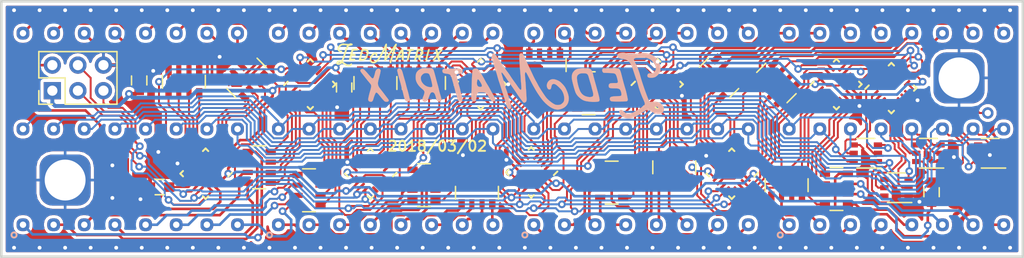
<source format=kicad_pcb>
(kicad_pcb (version 20171114) (host pcbnew "(2017-11-24 revision a01d81e4b)-makepkg")
  (title_block (title ledMatrixDual) (date 2018-03-05) (rev r1_00) (company GsD))
  (layers (0 F.Cu signal) (31 B.Cu signal) (34 B.Paste user) (35 F.Paste user) (36 B.SilkS user) (37 F.SilkS user) (38 B.Mask user) (39 F.Mask user) (44 Edge.Cuts user))
  (net 0 "")
  (net 1 "Net-(MOD1-Pad1)")
  (net 2 "Net-(MOD1-Pad2)")
  (net 3 "Net-(MOD1-Pad3)")
  (net 4 "Net-(MOD1-Pad4)")
  (net 5 "Net-(MOD1-Pad5)")
  (net 6 "Net-(MOD1-Pad6)")
  (net 7 "Net-(MOD1-Pad7)")
  (net 8 "Net-(MOD1-Pad8)")
  (net 9 "Net-(MOD1-Pad17)")
  (net 10 "Net-(MOD1-Pad18)")
  (net 11 "Net-(MOD1-Pad19)")
  (net 12 "Net-(MOD1-Pad20)")
  (net 13 "Net-(MOD1-Pad21)")
  (net 14 "Net-(MOD1-Pad22)")
  (net 15 "Net-(MOD1-Pad23)")
  (net 16 "Net-(MOD1-Pad24)")
  (net 17 GND)
  (net 18 "Net-(U1-Pad9)")
  (net 19 CLK)
  (net 20 RCLK)
  (net 21 OE)
  (net 22 LED_COM0)
  (net 23 LED_COM1)
  (net 24 LED_COM2)
  (net 25 LED_COM3)
  (net 26 LED_COM4)
  (net 27 LED_COM5)
  (net 28 LED_COM6)
  (net 29 LED_COM7)
  (net 30 "Net-(MOD2-Pad1)")
  (net 31 "Net-(MOD2-Pad2)")
  (net 32 "Net-(MOD2-Pad3)")
  (net 33 "Net-(MOD2-Pad4)")
  (net 34 "Net-(MOD2-Pad5)")
  (net 35 "Net-(MOD2-Pad6)")
  (net 36 "Net-(MOD2-Pad7)")
  (net 37 "Net-(MOD2-Pad8)")
  (net 38 "Net-(MOD2-Pad17)")
  (net 39 "Net-(MOD2-Pad18)")
  (net 40 "Net-(MOD2-Pad19)")
  (net 41 "Net-(MOD2-Pad20)")
  (net 42 "Net-(MOD2-Pad21)")
  (net 43 "Net-(MOD2-Pad22)")
  (net 44 "Net-(MOD2-Pad23)")
  (net 45 "Net-(MOD2-Pad24)")
  (net 46 "Net-(MOD3-Pad1)")
  (net 47 "Net-(MOD3-Pad2)")
  (net 48 "Net-(MOD3-Pad3)")
  (net 49 "Net-(MOD3-Pad4)")
  (net 50 "Net-(MOD3-Pad5)")
  (net 51 "Net-(MOD3-Pad6)")
  (net 52 "Net-(MOD3-Pad7)")
  (net 53 "Net-(MOD3-Pad8)")
  (net 54 "Net-(MOD3-Pad17)")
  (net 55 "Net-(MOD3-Pad18)")
  (net 56 "Net-(MOD3-Pad19)")
  (net 57 "Net-(MOD3-Pad20)")
  (net 58 "Net-(MOD3-Pad21)")
  (net 59 "Net-(MOD3-Pad22)")
  (net 60 "Net-(MOD3-Pad23)")
  (net 61 "Net-(MOD3-Pad24)")
  (net 62 "Net-(MOD4-Pad24)")
  (net 63 "Net-(MOD4-Pad23)")
  (net 64 "Net-(MOD4-Pad22)")
  (net 65 "Net-(MOD4-Pad21)")
  (net 66 "Net-(MOD4-Pad20)")
  (net 67 "Net-(MOD4-Pad19)")
  (net 68 "Net-(MOD4-Pad18)")
  (net 69 "Net-(MOD4-Pad17)")
  (net 70 "Net-(MOD4-Pad8)")
  (net 71 "Net-(MOD4-Pad7)")
  (net 72 "Net-(MOD4-Pad6)")
  (net 73 "Net-(MOD4-Pad5)")
  (net 74 "Net-(MOD4-Pad4)")
  (net 75 "Net-(MOD4-Pad3)")
  (net 76 "Net-(MOD4-Pad2)")
  (net 77 "Net-(MOD4-Pad1)")
  (net 78 "Net-(RN1-Pad3)")
  (net 79 "Net-(RN1-Pad2)")
  (net 80 "Net-(RN1-Pad1)")
  (net 81 "Net-(RN2-Pad8)")
  (net 82 "Net-(RN2-Pad7)")
  (net 83 "Net-(RN2-Pad6)")
  (net 84 "Net-(RN2-Pad5)")
  (net 85 "Net-(RN1-Pad4)")
  (net 86 "Net-(RN3-Pad7)")
  (net 87 "Net-(RN3-Pad6)")
  (net 88 "Net-(RN3-Pad5)")
  (net 89 "Net-(RN4-Pad8)")
  (net 90 "Net-(RN4-Pad7)")
  (net 91 "Net-(RN4-Pad6)")
  (net 92 "Net-(RN4-Pad5)")
  (net 93 "Net-(RN3-Pad8)")
  (net 94 "Net-(RN8-Pad8)")
  (net 95 "Net-(RN8-Pad7)")
  (net 96 "Net-(RN8-Pad6)")
  (net 97 "Net-(RN8-Pad5)")
  (net 98 "Net-(U4-Pad9)")
  (net 99 "Net-(RN10-Pad5)")
  (net 100 "Net-(RN10-Pad6)")
  (net 101 "Net-(RN10-Pad7)")
  (net 102 "Net-(RN10-Pad8)")
  (net 103 "Net-(RN12-Pad8)")
  (net 104 "Net-(RN12-Pad7)")
  (net 105 "Net-(RN12-Pad6)")
  (net 106 "Net-(RN12-Pad5)")
  (net 107 "Net-(U6-Pad9)")
  (net 108 "Net-(RN14-Pad5)")
  (net 109 "Net-(RN14-Pad6)")
  (net 110 "Net-(RN14-Pad7)")
  (net 111 "Net-(RN14-Pad8)")
  (net 112 "Net-(U8-Pad9)")
  (net 113 "Net-(RN16-Pad5)")
  (net 114 "Net-(RN16-Pad6)")
  (net 115 "Net-(RN16-Pad7)")
  (net 116 "Net-(RN16-Pad8)")
  (net 117 "Net-(RN5-Pad4)")
  (net 118 "Net-(RN5-Pad2)")
  (net 119 "Net-(RN5-Pad3)")
  (net 120 "Net-(RN5-Pad1)")
  (net 121 "Net-(RN6-Pad7)")
  (net 122 "Net-(RN6-Pad8)")
  (net 123 "Net-(RN6-Pad6)")
  (net 124 "Net-(RN6-Pad5)")
  (net 125 "Net-(Q1-Pad2)")
  (net 126 "Net-(Q1-Pad5)")
  (net 127 "Net-(RN7-Pad5)")
  (net 128 "Net-(RN7-Pad6)")
  (net 129 "Net-(RN7-Pad8)")
  (net 130 "Net-(RN7-Pad7)")
  (net 131 "Net-(RN9-Pad1)")
  (net 132 "Net-(RN9-Pad3)")
  (net 133 "Net-(RN9-Pad2)")
  (net 134 "Net-(RN9-Pad4)")
  (net 135 "Net-(RN11-Pad5)")
  (net 136 "Net-(RN11-Pad6)")
  (net 137 "Net-(RN11-Pad8)")
  (net 138 "Net-(RN11-Pad7)")
  (net 139 "Net-(RN13-Pad1)")
  (net 140 "Net-(RN13-Pad3)")
  (net 141 "Net-(RN13-Pad2)")
  (net 142 "Net-(RN13-Pad4)")
  (net 143 "Net-(RN15-Pad7)")
  (net 144 "Net-(RN15-Pad8)")
  (net 145 "Net-(RN15-Pad6)")
  (net 146 "Net-(RN15-Pad5)")
  (net 147 /ledModule_1/SIN)
  (net 148 /ledCommon/SIN)
  (net 149 /ledModule_2/SIN)
  (net 150 /ledModule_3/SIN)
  (net 151 "Net-(Q4-Pad5)")
  (net 152 "Net-(Q4-Pad2)")
  (net 153 "Net-(Q3-Pad5)")
  (net 154 "Net-(Q3-Pad2)")
  (net 155 "Net-(Q2-Pad5)")
  (net 156 "Net-(Q2-Pad2)")
  (net 157 +3V3)
  (net 158 SER)
  (net 159 "Net-(U3-Pad9)")
  (module Fiducials:Fiducial_0.75mm_Dia_1.5mm_Outer (layer F.Cu) (at 114.8 90.5)
    (fp_text reference REF** (at 0 -2) (layer F.SilkS) (effects (font (size 0 0))))
    (fp_text value Fiducial_0.75mm_Dia_1.5mm_Outer)
    (pad ~ smd circle (at 0 0) (size 0.75 0.75) (layers F.Cu F.Mask) (clearance 0.375))
  )
  (module Fiducials:Fiducial_0.75mm_Dia_1.5mm_Outer (layer F.Cu) (at 191.6 82.5)
    (fp_text reference REF** (at 0 -2) (layer F.SilkS) (effects (font (size 0 0))))
    (fp_text value Fiducial_0.75mm_Dia_1.5mm_Outer)
    (pad ~ smd circle (at 0 0) (size 0.75 0.75) (layers F.Cu F.Mask) (clearance 0.375))
  )
  (module LOGO (layer F.Cu) (at 143.6 80.7)
    (fp_text reference G*** hide)
    (fp_text value LOGO hide)
  )
  (module LOGO (layer B.Cu) (at 153.2 83.1 180)
    (fp_text reference G*** hide)
    (fp_text value LOGO hide)
  )
  (module LOGO (layer F.Cu) (at 189.4 91.9)
    (fp_text reference G*** hide)
    (fp_text value LOGO hide)
    (fp_poly (pts (xy 0.189373 -0.705108) (xy 0.254009 -0.69275) (xy 0.313903 -0.669615) (xy 0.373876 -0.634325) (xy 0.43875 -0.585497) (xy 0.439688 -0.584734) (xy 0.482387 -0.544579) (xy 0.506566 -0.507696) (xy 0.513211 -0.471675) (xy 0.503313 -0.434106) (xy 0.502327 -0.431987) (xy 0.471171 -0.388754) (xy 0.426698 -0.360014) (xy 0.376837 -0.347825) (xy 0.354756 -0.346374) (xy 0.337021 -0.348472) (xy 0.319101 -0.356364) (xy 0.296469 -0.372295) (xy 0.264593 -0.398512) (xy 0.250479 -0.410479) (xy 0.192066 -0.457569) (xy 0.143616 -0.490099) (xy 0.102114 -0.509144) (xy 0.064546 -0.515783) (xy 0.0279 -0.51109) (xy -0.0015 -0.500471) (xy -0.040184 -0.477219) (xy -0.076351 -0.445013) (xy -0.104384 -0.409654) (xy -0.117947 -0.38021) (xy -0.121494 -0.335235) (xy -0.113858 -0.284862) (xy -0.096898 -0.239278) (xy -0.090136 -0.227859) (xy -0.058064 -0.190786) (xy -0.009985 -0.149914) (xy 0.050757 -0.107636) (xy 0.120815 -0.066347) (xy 0.17272 -0.039743) (xy 0.220262 -0.016746) (xy 0.265809 0.005404) (xy 0.303487 0.023843) (xy 0.323611 0.033795) (xy 0.364167 0.059176) (xy 0.410058 0.095848) (xy 0.455908 0.1387) (xy 0.496345 0.182622) (xy 0.525995 0.222503) (xy 0.530953 0.230986) (xy 0.554565 0.281727) (xy 0.568764 0.332618) (xy 0.574435 0.389384) (xy 0.572465 0.457747) (xy 0.57021 0.48466) (xy 0.55982 0.560972) (xy 0.543509 0.622086) (xy 0.519437 0.672709) (xy 0.485765 0.717549) (xy 0.474493 0.729579) (xy 0.411902 0.780971) (xy 0.335525 0.823366) (xy 0.250501 0.855164) (xy 0.16197 0.874765) (xy 0.075071 0.880566) (xy 0.01016 0.874192) (xy -0.060633 0.854543) (xy -0.137414 0.822497) (xy -0.213548 0.781578) (xy -0.282397 0.73531) (xy -0.332354 0.692304) (xy -0.361186 0.652334) (xy -0.372949 0.609457) (xy -0.366592 0.567968) (xy -0.364189 0.562501) (xy -0.33855 0.530617) (xy -0.298624 0.512662) (xy -0.255932 0.508149) (xy -0.230557 0.509779) (xy -0.20958 0.517016) (xy -0.186735 0.53308) (xy -0.159412 0.557732) (xy -0.125906 0.586775) (xy -0.091125 0.612916) (xy -0.065801 0.628679) (xy -0.000886 0.653986) (xy 0.0648 0.664662) (xy 0.128814 0.662034) (xy 0.188714 0.647429) (xy 0.242059 0.622172) (xy 0.286406 0.587592) (xy 0.319313 0.545015) (xy 0.338337 0.495767) (xy 0.341036 0.441176) (xy 0.335111 0.410878) (xy 0.319365 0.370781) (xy 0.294145 0.332368) (xy 0.257667 0.294114) (xy 0.208147 0.254497) (xy 0.143802 0.211995) (xy 0.062847 0.165086) (xy 0.019815 0.141754) (xy -0.070208 0.092117) (xy -0.143321 0.047685) (xy -0.201642 0.006534) (xy -0.247287 -0.033265) (xy -0.282373 -0.073638) (xy -0.309018 -0.116512) (xy -0.329338 -0.163814) (xy -0.335234 -0.181411) (xy -0.353674 -0.269002) (xy -0.355121 -0.356978) (xy -0.340403 -0.441969) (xy -0.310348 -0.520606) (xy -0.265784 -0.589519) (xy -0.224584 -0.631733) (xy -0.198081 -0.652238) (xy -0.170491 -0.667841) (xy -0.137957 -0.679638) (xy -0.09662 -0.688722) (xy -0.042623 -0.69619) (xy 0.026589 -0.70302) (xy 0.115173 -0.708071) (xy 0.189373 -0.705108)) (layer F.Cu) (width 0.01))
    (fp_poly (pts (xy 1.449217 -1.399805) (xy 1.506507 -1.39674) (xy 1.555868 -1.391422) (xy 1.600391 -1.383568) (xy 1.643166 -1.372896) (xy 1.687283 -1.359125) (xy 1.708561 -1.351784) (xy 1.820383 -1.301862) (xy 1.92134 -1.234975) (xy 2.011158 -1.151501) (xy 2.089562 -1.051817) (xy 2.156277 -0.9363) (xy 2.211027 -0.805329) (xy 2.253539 -0.65928) (xy 2.270153 -0.580538) (xy 2.275274 -0.547419) (xy 2.279258 -0.507709) (xy 2.282213 -0.458831) (xy 2.284246 -0.398206) (xy 2.285462 -0.323255) (xy 2.285969 -0.231402) (xy 2.286 -0.197808) (xy 2.286 0.09998) (xy 2.254345 0.18969) (xy 2.197875 0.328226) (xy 2.13122 0.453619) (xy 2.055433 0.564388) (xy 1.971568 0.659051) (xy 1.880678 0.736127) (xy 1.851922 0.755778) (xy 1.76538 0.804879) (xy 1.673855 0.844533) (xy 1.582172 0.873169) (xy 1.495159 0.889217) (xy 1.433474 0.89198) (xy 1.403939 0.891117) (xy 1.357978 0.889851) (xy 1.299479 0.888286) (xy 1.232328 0.886526) (xy 1.160415 0.884673) (xy 1.12268 0.883714) (xy 1.054539 0.881919) (xy 0.993516 0.880171) (xy 0.942426 0.878564) (xy 0.904086 0.877189) (xy 0.881313 0.876139) (xy 0.87615 0.875654) (xy 0.861704 0.857449) (xy 0.847567 0.827377) (xy 0.836979 0.793675) (xy 0.833157 0.766308) (xy 0.831705 0.738848) (xy 0.827817 0.697627) (xy 0.822144 0.648967) (xy 0.817465 0.613908) (xy 0.81047 0.559504) (xy 0.807271 0.518379) (xy 0.807773 0.483871) (xy 0.811885 0.449313) (xy 0.814919 0.4318) (xy 0.818625 0.400429) (xy 0.821772 0.350928) (xy 0.824338 0.285475) (xy 0.826301 0.206252) (xy 0.827637 0.11544) (xy 0.828324 0.01522) (xy 0.82834 -0.092227) (xy 0.827662 -0.20472) (xy 0.826266 -0.320079) (xy 0.824131 -0.436121) (xy 0.824003 -0.44196) (xy 0.823096 -0.50043) (xy 0.822541 -0.574628) (xy 0.822339 -0.659964) (xy 0.822489 -0.751849) (xy 0.822991 -0.845693) (xy 0.823039 -0.850875) (xy 1.160978 -0.850875) (xy 1.166477 -0.792451) (xy 1.167858 -0.784816) (xy 1.172828 -0.751588) (xy 1.175368 -0.71504) (xy 1.1755 -0.67085) (xy 1.17325 -0.6147) (xy 1.169187 -0.550075) (xy 1.165308 -0.473768) (xy 1.162892 -0.378587) (xy 1.161954 -0.265922) (xy 1.162505 -0.137168) (xy 1.164233 -0.011595) (xy 1.166045 0.086522) (xy 1.167759 0.166502) (xy 1.16951 0.230524) (xy 1.171437 0.280769) (xy 1.173676 0.319418) (xy 1.176363 0.348652) (xy 1.179636 0.370651) (xy 1.18363 0.387596) (xy 1.188483 0.401667) (xy 1.190446 0.4064) (xy 1.227478 0.467866) (xy 1.280071 0.519671) (xy 1.344559 0.558724) (xy 1.391417 0.575887) (xy 1.453309 0.58441) (xy 1.51631 0.574774) (xy 1.56972 0.553763) (xy 1.637892 0.511173) (xy 1.704488 0.451902) (xy 1.766305 0.379524) (xy 1.820139 0.297612) (xy 1.848496 0.242757) (xy 1.887446 0.142465) (xy 1.919421 0.025032) (xy 1.943849 -0.107396) (xy 1.946078 -0.122979) (xy 1.963886 -0.251033) (xy 1.936604 -0.432857) (xy 1.918066 -0.543012) (xy 1.89754 -0.635864) (xy 1.873727 -0.714416) (xy 1.845325 -0.781671) (xy 1.811037 -0.840635) (xy 1.769563 -0.894312) (xy 1.719602 -0.945705) (xy 1.711497 -0.953217) (xy 1.644316 -1.007521) (xy 1.576278 -1.049015) (xy 1.510684 -1.076048) (xy 1.450837 -1.08697) (xy 1.443671 -1.087121) (xy 1.375102 -1.077) (xy 1.307447 -1.046784) (xy 1.241172 -0.996694) (xy 1.229691 -0.985843) (xy 1.190797 -0.941757) (xy 1.168489 -0.898706) (xy 1.160978 -0.850875) (xy 0.823039 -0.850875) (xy 0.823846 -0.936908) (xy 0.824003 -0.94996) (xy 0.825206 -1.04063) (xy 0.826425 -1.113321) (xy 0.827816 -1.170374) (xy 0.829536 -1.21413) (xy 0.831741 -1.246931) (xy 0.834586 -1.271117) (xy 0.838228 -1.289029) (xy 0.842823 -1.303008) (xy 0.84836 -1.315065) (xy 0.859506 -1.336366) (xy 0.870469 -1.3533) (xy 0.883623 -1.366429) (xy 0.901344 -1.376318) (xy 0.926009 -1.383531) (xy 0.959993 -1.388632) (xy 1.005673 -1.392187) (xy 1.065425 -1.394758) (xy 1.141624 -1.396909) (xy 1.19888 -1.398298) (xy 1.298494 -1.400302) (xy 1.38091 -1.400898) (xy 1.449217 -1.399805)) (layer F.Cu) (width 0.01))
    (fp_poly (pts (xy -1.479324 -1.41164) (xy -1.398407 -1.402515) (xy -1.357399 -1.39701) (xy -1.272563 -1.38477) (xy -1.204525 -1.373363) (xy -1.149879 -1.361427) (xy -1.105222 -1.347602) (xy -1.067151 -1.330529) (xy -1.032261 -1.308845) (xy -0.997147 -1.281191) (xy -0.958406 -1.246206) (xy -0.942549 -1.231206) (xy -0.887443 -1.174015) (xy -0.849801 -1.123085) (xy -0.82868 -1.076063) (xy -0.823139 -1.0306) (xy -0.832237 -0.984342) (xy -0.837833 -0.969592) (xy -0.850129 -0.947814) (xy -0.869415 -0.929935) (xy -0.900777 -0.911786) (xy -0.919222 -0.90287) (xy -0.96062 -0.884465) (xy -0.993662 -0.873823) (xy -1.022466 -0.871894) (xy -1.051154 -0.879629) (xy -1.083843 -0.897979) (xy -1.124653 -0.927892) (xy -1.164167 -0.959374) (xy -1.226508 -1.008369) (xy -1.277924 -1.044995) (xy -1.322151 -1.070953) (xy -1.362925 -1.087945) (xy -1.403982 -1.097669) (xy -1.449058 -1.101828) (xy -1.47828 -1.10236) (xy -1.526044 -1.101495) (xy -1.560773 -1.097986) (xy -1.589711 -1.090469) (xy -1.620102 -1.077578) (xy -1.626713 -1.074372) (xy -1.695219 -1.029699) (xy -1.756574 -0.967267) (xy -1.810179 -0.888551) (xy -1.855439 -0.795025) (xy -1.891755 -0.688164) (xy -1.918533 -0.569443) (xy -1.935174 -0.440336) (xy -1.941082 -0.302318) (xy -1.941087 -0.297592) (xy -1.935562 -0.135712) (xy -1.919122 0.010267) (xy -1.89185 0.140058) (xy -1.853826 0.253373) (xy -1.805131 0.349925) (xy -1.745848 0.429425) (xy -1.73125 0.444742) (xy -1.671522 0.497859) (xy -1.613668 0.533896) (xy -1.552953 0.55499) (xy -1.484646 0.563276) (xy -1.467907 0.563593) (xy -1.42276 0.562677) (xy -1.3889 0.558225) (xy -1.357355 0.54825) (xy -1.319149 0.530765) (xy -1.318709 0.530549) (xy -1.253412 0.490675) (xy -1.200361 0.440139) (xy -1.156751 0.375712) (xy -1.124961 0.307497) (xy -1.095809 0.227112) (xy -1.07844 0.160906) (xy -1.072439 0.106808) (xy -1.076579 0.06604) (xy -1.090585 0.028268) (xy -1.114119 0.002168) (xy -1.150489 -0.014525) (xy -1.203005 -0.024076) (xy -1.209151 -0.024714) (xy -1.260534 -0.032875) (xy -1.295914 -0.047699) (xy -1.319354 -0.072652) (xy -1.334917 -0.111201) (xy -1.341153 -0.137315) (xy -1.34879 -0.20006) (xy -1.342463 -0.249539) (xy -1.321887 -0.287516) (xy -1.315829 -0.294094) (xy -1.306477 -0.302965) (xy -1.296656 -0.309593) (xy -1.283379 -0.314366) (xy -1.263662 -0.317672) (xy -1.234519 -0.319898) (xy -1.192964 -0.321432) (xy -1.136013 -0.32266) (xy -1.089453 -0.323477) (xy -0.990914 -0.324181) (xy -0.910636 -0.322414) (xy -0.846682 -0.317931) (xy -0.797115 -0.310488) (xy -0.759998 -0.299837) (xy -0.733395 -0.285735) (xy -0.723185 -0.277068) (xy -0.6979 -0.251784) (xy -0.704262 -0.062392) (xy -0.721974 0.164436) (xy -0.759584 0.389743) (xy -0.816671 0.611695) (xy -0.892815 0.828456) (xy -0.926763 0.90932) (xy -0.991899 1.040086) (xy -1.064078 1.151999) (xy -1.143234 1.244996) (xy -1.229306 1.319009) (xy -1.322228 1.373975) (xy -1.416178 1.408327) (xy -1.455762 1.415726) (xy -1.504126 1.420209) (xy -1.555387 1.421753) (xy -1.603663 1.420334) (xy -1.643071 1.415928) (xy -1.66624 1.409318) (xy -1.687683 1.389894) (xy -1.694859 1.359597) (xy -1.68776 1.317252) (xy -1.666378 1.261685) (xy -1.665194 1.259102) (xy -1.634891 1.202543) (xy -1.601375 1.16159) (xy -1.560263 1.133048) (xy -1.507172 1.113721) (xy -1.450123 1.10227) (xy -1.415269 1.090336) (xy -1.379868 1.068103) (xy -1.37467 1.063758) (xy -1.356476 1.044596) (xy -1.332292 1.014776) (xy -1.304961 0.978364) (xy -1.277323 0.939421) (xy -1.252222 0.90201) (xy -1.232499 0.870195) (xy -1.220995 0.848039) (xy -1.2192 0.841483) (xy -1.227263 0.836571) (xy -1.24206 0.839083) (xy -1.302707 0.852655) (xy -1.377626 0.860263) (xy -1.46173 0.862109) (xy -1.54993 0.858399) (xy -1.637138 0.849333) (xy -1.718266 0.835116) (xy -1.783762 0.817461) (xy -1.876511 0.776027) (xy -1.960288 0.716886) (xy -2.033943 0.641082) (xy -2.096328 0.549663) (xy -2.11397 0.516793) (xy -2.137253 0.465173) (xy -2.162783 0.399401) (xy -2.188642 0.325214) (xy -2.212914 0.248346) (xy -2.233682 0.174535) (xy -2.247254 0.117982) (xy -2.259476 0.040201) (xy -2.266897 -0.053422) (xy -2.269769 -0.159043) (xy -2.268342 -0.272821) (xy -2.262868 -0.390915) (xy -2.253597 -0.509482) (xy -2.240779 -0.624682) (xy -2.224666 -0.732671) (xy -2.205507 -0.829609) (xy -2.183555 -0.911654) (xy -2.179199 -0.924919) (xy -2.135671 -1.02556) (xy -2.076646 -1.120601) (xy -2.004926 -1.207046) (xy -1.923316 -1.2819) (xy -1.834618 -1.34217) (xy -1.752104 -1.381074) (xy -1.701901 -1.39788) (xy -1.653488 -1.409179) (xy -1.602899 -1.415132) (xy -1.546166 -1.415899) (xy -1.479324 -1.41164)) (layer F.Cu) (width 0.01))
  )
  (module ledMatrixDual:KEM-7088 (layer B.Cu) (at 123.2 86.5 90)
    (fp_text reference MOD1 (at -4 8 90) (layer B.SilkS) (effects (font (size 0 0)) (justify mirror)))
    (fp_text value KEM-7088)
    (pad 24 thru_hole roundrect (at 7.5 8.5) (size 1 1) (drill 0.5) (layers *.Cu *.Mask) (roundrect_rratio 0.4) (net 16 "Net-(MOD1-Pad24)"))
    (pad 23 thru_hole roundrect (at 7.5 6.1) (size 1 1) (drill 0.5) (layers *.Cu *.Mask) (roundrect_rratio 0.4) (net 15 "Net-(MOD1-Pad23)"))
    (pad 22 thru_hole roundrect (at 7.5 3.7) (size 1 1) (drill 0.5) (layers *.Cu *.Mask) (roundrect_rratio 0.4) (net 14 "Net-(MOD1-Pad22)"))
    (pad 21 thru_hole roundrect (at 7.5 1.3) (size 1 1) (drill 0.5) (layers *.Cu *.Mask) (roundrect_rratio 0.4) (net 13 "Net-(MOD1-Pad21)"))
    (pad 20 thru_hole roundrect (at 7.5 -1.1) (size 1 1) (drill 0.5) (layers *.Cu *.Mask) (roundrect_rratio 0.4) (net 12 "Net-(MOD1-Pad20)"))
    (pad 19 thru_hole roundrect (at 7.5 -3.5) (size 1 1) (drill 0.5) (layers *.Cu *.Mask) (roundrect_rratio 0.4) (net 11 "Net-(MOD1-Pad19)"))
    (pad 18 thru_hole roundrect (at 7.5 -5.9) (size 1 1) (drill 0.5) (layers *.Cu *.Mask) (roundrect_rratio 0.4) (net 10 "Net-(MOD1-Pad18)"))
    (pad 17 thru_hole roundrect (at 7.5 -8.3) (size 1 1) (drill 0.5) (layers *.Cu *.Mask) (roundrect_rratio 0.4) (net 9 "Net-(MOD1-Pad17)"))
    (pad 16 thru_hole roundrect (at 0 8.5) (size 1 1) (drill 0.5) (layers *.Cu *.Mask) (roundrect_rratio 0.4) (net 22 LED_COM0))
    (pad 15 thru_hole roundrect (at 0 6.1) (size 1 1) (drill 0.5) (layers *.Cu *.Mask) (roundrect_rratio 0.4) (net 23 LED_COM1))
    (pad 14 thru_hole roundrect (at 0 3.7) (size 1 1) (drill 0.5) (layers *.Cu *.Mask) (roundrect_rratio 0.4) (net 24 LED_COM2))
    (pad 13 thru_hole roundrect (at 0 1.3) (size 1 1) (drill 0.5) (layers *.Cu *.Mask) (roundrect_rratio 0.4) (net 25 LED_COM3))
    (pad 12 thru_hole roundrect (at 0 -1.1) (size 1 1) (drill 0.5) (layers *.Cu *.Mask) (roundrect_rratio 0.4) (net 26 LED_COM4))
    (pad 11 thru_hole roundrect (at 0 -3.5) (size 1 1) (drill 0.5) (layers *.Cu *.Mask) (roundrect_rratio 0.4) (net 27 LED_COM5))
    (pad 10 thru_hole roundrect (at 0 -5.9) (size 1 1) (drill 0.5) (layers *.Cu *.Mask) (roundrect_rratio 0.4) (net 28 LED_COM6))
    (pad 9 thru_hole roundrect (at 0 -8.3) (size 1 1) (drill 0.5) (layers *.Cu *.Mask) (roundrect_rratio 0.4) (net 29 LED_COM7))
    (pad 8 thru_hole roundrect (at -7.5 8.5) (size 1 1) (drill 0.5) (layers *.Cu *.Mask) (roundrect_rratio 0.4) (net 8 "Net-(MOD1-Pad8)"))
    (pad 7 thru_hole roundrect (at -7.5 6.1) (size 1 1) (drill 0.5) (layers *.Cu *.Mask) (roundrect_rratio 0.4) (net 7 "Net-(MOD1-Pad7)"))
    (pad 6 thru_hole roundrect (at -7.5 3.7) (size 1 1) (drill 0.5) (layers *.Cu *.Mask) (roundrect_rratio 0.4) (net 6 "Net-(MOD1-Pad6)"))
    (pad 5 thru_hole roundrect (at -7.5 1.3) (size 1 1) (drill 0.5) (layers *.Cu *.Mask) (roundrect_rratio 0.4) (net 5 "Net-(MOD1-Pad5)"))
    (pad 4 thru_hole roundrect (at -7.5 -1.1) (size 1 1) (drill 0.5) (layers *.Cu *.Mask) (roundrect_rratio 0.4) (net 4 "Net-(MOD1-Pad4)"))
    (pad 3 thru_hole roundrect (at -7.5 -3.5) (size 1 1) (drill 0.5) (layers *.Cu *.Mask) (roundrect_rratio 0.4) (net 3 "Net-(MOD1-Pad3)"))
    (pad 2 thru_hole roundrect (at -7.5 -5.9) (size 1 1) (drill 0.5) (layers *.Cu *.Mask) (roundrect_rratio 0.4) (net 2 "Net-(MOD1-Pad2)"))
    (pad 1 thru_hole roundrect (at -7.5 -8.3) (size 1 1) (drill 0.5) (layers *.Cu *.Mask) (roundrect_rratio 0.4) (net 1 "Net-(MOD1-Pad1)"))
  )
  (module ledMatrixDual:KEM-7088 (layer B.Cu) (at 163.2 86.5 90)
    (fp_text reference MOD3 (at -4 8 90) (layer B.SilkS) (effects (font (size 0 0)) (justify mirror)))
    (fp_text value KEM-7088)
    (pad 24 thru_hole roundrect (at 7.5 8.5) (size 1 1) (drill 0.5) (layers *.Cu *.Mask) (roundrect_rratio 0.4) (net 61 "Net-(MOD3-Pad24)"))
    (pad 23 thru_hole roundrect (at 7.5 6.1) (size 1 1) (drill 0.5) (layers *.Cu *.Mask) (roundrect_rratio 0.4) (net 60 "Net-(MOD3-Pad23)"))
    (pad 22 thru_hole roundrect (at 7.5 3.7) (size 1 1) (drill 0.5) (layers *.Cu *.Mask) (roundrect_rratio 0.4) (net 59 "Net-(MOD3-Pad22)"))
    (pad 21 thru_hole roundrect (at 7.5 1.3) (size 1 1) (drill 0.5) (layers *.Cu *.Mask) (roundrect_rratio 0.4) (net 58 "Net-(MOD3-Pad21)"))
    (pad 20 thru_hole roundrect (at 7.5 -1.1) (size 1 1) (drill 0.5) (layers *.Cu *.Mask) (roundrect_rratio 0.4) (net 57 "Net-(MOD3-Pad20)"))
    (pad 19 thru_hole roundrect (at 7.5 -3.5) (size 1 1) (drill 0.5) (layers *.Cu *.Mask) (roundrect_rratio 0.4) (net 56 "Net-(MOD3-Pad19)"))
    (pad 18 thru_hole roundrect (at 7.5 -5.9) (size 1 1) (drill 0.5) (layers *.Cu *.Mask) (roundrect_rratio 0.4) (net 55 "Net-(MOD3-Pad18)"))
    (pad 17 thru_hole roundrect (at 7.5 -8.3) (size 1 1) (drill 0.5) (layers *.Cu *.Mask) (roundrect_rratio 0.4) (net 54 "Net-(MOD3-Pad17)"))
    (pad 16 thru_hole roundrect (at 0 8.5) (size 1 1) (drill 0.5) (layers *.Cu *.Mask) (roundrect_rratio 0.4) (net 22 LED_COM0))
    (pad 15 thru_hole roundrect (at 0 6.1) (size 1 1) (drill 0.5) (layers *.Cu *.Mask) (roundrect_rratio 0.4) (net 23 LED_COM1))
    (pad 14 thru_hole roundrect (at 0 3.7) (size 1 1) (drill 0.5) (layers *.Cu *.Mask) (roundrect_rratio 0.4) (net 24 LED_COM2))
    (pad 13 thru_hole roundrect (at 0 1.3) (size 1 1) (drill 0.5) (layers *.Cu *.Mask) (roundrect_rratio 0.4) (net 25 LED_COM3))
    (pad 12 thru_hole roundrect (at 0 -1.1) (size 1 1) (drill 0.5) (layers *.Cu *.Mask) (roundrect_rratio 0.4) (net 26 LED_COM4))
    (pad 11 thru_hole roundrect (at 0 -3.5) (size 1 1) (drill 0.5) (layers *.Cu *.Mask) (roundrect_rratio 0.4) (net 27 LED_COM5))
    (pad 10 thru_hole roundrect (at 0 -5.9) (size 1 1) (drill 0.5) (layers *.Cu *.Mask) (roundrect_rratio 0.4) (net 28 LED_COM6))
    (pad 9 thru_hole roundrect (at 0 -8.3) (size 1 1) (drill 0.5) (layers *.Cu *.Mask) (roundrect_rratio 0.4) (net 29 LED_COM7))
    (pad 8 thru_hole roundrect (at -7.5 8.5) (size 1 1) (drill 0.5) (layers *.Cu *.Mask) (roundrect_rratio 0.4) (net 53 "Net-(MOD3-Pad8)"))
    (pad 7 thru_hole roundrect (at -7.5 6.1) (size 1 1) (drill 0.5) (layers *.Cu *.Mask) (roundrect_rratio 0.4) (net 52 "Net-(MOD3-Pad7)"))
    (pad 6 thru_hole roundrect (at -7.5 3.7) (size 1 1) (drill 0.5) (layers *.Cu *.Mask) (roundrect_rratio 0.4) (net 51 "Net-(MOD3-Pad6)"))
    (pad 5 thru_hole roundrect (at -7.5 1.3) (size 1 1) (drill 0.5) (layers *.Cu *.Mask) (roundrect_rratio 0.4) (net 50 "Net-(MOD3-Pad5)"))
    (pad 4 thru_hole roundrect (at -7.5 -1.1) (size 1 1) (drill 0.5) (layers *.Cu *.Mask) (roundrect_rratio 0.4) (net 49 "Net-(MOD3-Pad4)"))
    (pad 3 thru_hole roundrect (at -7.5 -3.5) (size 1 1) (drill 0.5) (layers *.Cu *.Mask) (roundrect_rratio 0.4) (net 48 "Net-(MOD3-Pad3)"))
    (pad 2 thru_hole roundrect (at -7.5 -5.9) (size 1 1) (drill 0.5) (layers *.Cu *.Mask) (roundrect_rratio 0.4) (net 47 "Net-(MOD3-Pad2)"))
    (pad 1 thru_hole roundrect (at -7.5 -8.3) (size 1 1) (drill 0.5) (layers *.Cu *.Mask) (roundrect_rratio 0.4) (net 46 "Net-(MOD3-Pad1)"))
  )
  (module ledMatrixDual:KEM-7088 (layer B.Cu) (at 183.2 86.5 90)
    (fp_text reference MOD4 (at -4 8 90) (layer B.SilkS) (effects (font (size 0 0)) (justify mirror)))
    (fp_text value KEM-7088)
    (pad 24 thru_hole roundrect (at 7.5 8.5) (size 1 1) (drill 0.5) (layers *.Cu *.Mask) (roundrect_rratio 0.4) (net 62 "Net-(MOD4-Pad24)"))
    (pad 23 thru_hole roundrect (at 7.5 6.1) (size 1 1) (drill 0.5) (layers *.Cu *.Mask) (roundrect_rratio 0.4) (net 63 "Net-(MOD4-Pad23)"))
    (pad 22 thru_hole roundrect (at 7.5 3.7) (size 1 1) (drill 0.5) (layers *.Cu *.Mask) (roundrect_rratio 0.4) (net 64 "Net-(MOD4-Pad22)"))
    (pad 21 thru_hole roundrect (at 7.5 1.3) (size 1 1) (drill 0.5) (layers *.Cu *.Mask) (roundrect_rratio 0.4) (net 65 "Net-(MOD4-Pad21)"))
    (pad 20 thru_hole roundrect (at 7.5 -1.1) (size 1 1) (drill 0.5) (layers *.Cu *.Mask) (roundrect_rratio 0.4) (net 66 "Net-(MOD4-Pad20)"))
    (pad 19 thru_hole roundrect (at 7.5 -3.5) (size 1 1) (drill 0.5) (layers *.Cu *.Mask) (roundrect_rratio 0.4) (net 67 "Net-(MOD4-Pad19)"))
    (pad 18 thru_hole roundrect (at 7.5 -5.9) (size 1 1) (drill 0.5) (layers *.Cu *.Mask) (roundrect_rratio 0.4) (net 68 "Net-(MOD4-Pad18)"))
    (pad 17 thru_hole roundrect (at 7.5 -8.3) (size 1 1) (drill 0.5) (layers *.Cu *.Mask) (roundrect_rratio 0.4) (net 69 "Net-(MOD4-Pad17)"))
    (pad 16 thru_hole roundrect (at 0 8.5) (size 1 1) (drill 0.5) (layers *.Cu *.Mask) (roundrect_rratio 0.4) (net 22 LED_COM0))
    (pad 15 thru_hole roundrect (at 0 6.1) (size 1 1) (drill 0.5) (layers *.Cu *.Mask) (roundrect_rratio 0.4) (net 23 LED_COM1))
    (pad 14 thru_hole roundrect (at 0 3.7) (size 1 1) (drill 0.5) (layers *.Cu *.Mask) (roundrect_rratio 0.4) (net 24 LED_COM2))
    (pad 13 thru_hole roundrect (at 0 1.3) (size 1 1) (drill 0.5) (layers *.Cu *.Mask) (roundrect_rratio 0.4) (net 25 LED_COM3))
    (pad 12 thru_hole roundrect (at 0 -1.1) (size 1 1) (drill 0.5) (layers *.Cu *.Mask) (roundrect_rratio 0.4) (net 26 LED_COM4))
    (pad 11 thru_hole roundrect (at 0 -3.5) (size 1 1) (drill 0.5) (layers *.Cu *.Mask) (roundrect_rratio 0.4) (net 27 LED_COM5))
    (pad 10 thru_hole roundrect (at 0 -5.9) (size 1 1) (drill 0.5) (layers *.Cu *.Mask) (roundrect_rratio 0.4) (net 28 LED_COM6))
    (pad 9 thru_hole roundrect (at 0 -8.3) (size 1 1) (drill 0.5) (layers *.Cu *.Mask) (roundrect_rratio 0.4) (net 29 LED_COM7))
    (pad 8 thru_hole roundrect (at -7.5 8.5) (size 1 1) (drill 0.5) (layers *.Cu *.Mask) (roundrect_rratio 0.4) (net 70 "Net-(MOD4-Pad8)"))
    (pad 7 thru_hole roundrect (at -7.5 6.1) (size 1 1) (drill 0.5) (layers *.Cu *.Mask) (roundrect_rratio 0.4) (net 71 "Net-(MOD4-Pad7)"))
    (pad 6 thru_hole roundrect (at -7.5 3.7) (size 1 1) (drill 0.5) (layers *.Cu *.Mask) (roundrect_rratio 0.4) (net 72 "Net-(MOD4-Pad6)"))
    (pad 5 thru_hole roundrect (at -7.5 1.3) (size 1 1) (drill 0.5) (layers *.Cu *.Mask) (roundrect_rratio 0.4) (net 73 "Net-(MOD4-Pad5)"))
    (pad 4 thru_hole roundrect (at -7.5 -1.1) (size 1 1) (drill 0.5) (layers *.Cu *.Mask) (roundrect_rratio 0.4) (net 74 "Net-(MOD4-Pad4)"))
    (pad 3 thru_hole roundrect (at -7.5 -3.5) (size 1 1) (drill 0.5) (layers *.Cu *.Mask) (roundrect_rratio 0.4) (net 75 "Net-(MOD4-Pad3)"))
    (pad 2 thru_hole roundrect (at -7.5 -5.9) (size 1 1) (drill 0.5) (layers *.Cu *.Mask) (roundrect_rratio 0.4) (net 76 "Net-(MOD4-Pad2)"))
    (pad 1 thru_hole roundrect (at -7.5 -8.3) (size 1 1) (drill 0.5) (layers *.Cu *.Mask) (roundrect_rratio 0.4) (net 77 "Net-(MOD4-Pad1)"))
  )
  (module ledMatrixDual:KEM-7088 (layer B.Cu) (at 143.2 86.5 90)
    (fp_text reference MOD2 (at -4 8 90) (layer B.SilkS) (effects (font (size 0 0)) (justify mirror)))
    (fp_text value KEM-7088)
    (pad 24 thru_hole roundrect (at 7.5 8.5) (size 1 1) (drill 0.5) (layers *.Cu *.Mask) (roundrect_rratio 0.4) (net 45 "Net-(MOD2-Pad24)"))
    (pad 23 thru_hole roundrect (at 7.5 6.1) (size 1 1) (drill 0.5) (layers *.Cu *.Mask) (roundrect_rratio 0.4) (net 44 "Net-(MOD2-Pad23)"))
    (pad 22 thru_hole roundrect (at 7.5 3.7) (size 1 1) (drill 0.5) (layers *.Cu *.Mask) (roundrect_rratio 0.4) (net 43 "Net-(MOD2-Pad22)"))
    (pad 21 thru_hole roundrect (at 7.5 1.3) (size 1 1) (drill 0.5) (layers *.Cu *.Mask) (roundrect_rratio 0.4) (net 42 "Net-(MOD2-Pad21)"))
    (pad 20 thru_hole roundrect (at 7.5 -1.1) (size 1 1) (drill 0.5) (layers *.Cu *.Mask) (roundrect_rratio 0.4) (net 41 "Net-(MOD2-Pad20)"))
    (pad 19 thru_hole roundrect (at 7.5 -3.5) (size 1 1) (drill 0.5) (layers *.Cu *.Mask) (roundrect_rratio 0.4) (net 40 "Net-(MOD2-Pad19)"))
    (pad 18 thru_hole roundrect (at 7.5 -5.9) (size 1 1) (drill 0.5) (layers *.Cu *.Mask) (roundrect_rratio 0.4) (net 39 "Net-(MOD2-Pad18)"))
    (pad 17 thru_hole roundrect (at 7.5 -8.3) (size 1 1) (drill 0.5) (layers *.Cu *.Mask) (roundrect_rratio 0.4) (net 38 "Net-(MOD2-Pad17)"))
    (pad 16 thru_hole roundrect (at 0 8.5) (size 1 1) (drill 0.5) (layers *.Cu *.Mask) (roundrect_rratio 0.4) (net 22 LED_COM0))
    (pad 15 thru_hole roundrect (at 0 6.1) (size 1 1) (drill 0.5) (layers *.Cu *.Mask) (roundrect_rratio 0.4) (net 23 LED_COM1))
    (pad 14 thru_hole roundrect (at 0 3.7) (size 1 1) (drill 0.5) (layers *.Cu *.Mask) (roundrect_rratio 0.4) (net 24 LED_COM2))
    (pad 13 thru_hole roundrect (at 0 1.3) (size 1 1) (drill 0.5) (layers *.Cu *.Mask) (roundrect_rratio 0.4) (net 25 LED_COM3))
    (pad 12 thru_hole roundrect (at 0 -1.1) (size 1 1) (drill 0.5) (layers *.Cu *.Mask) (roundrect_rratio 0.4) (net 26 LED_COM4))
    (pad 11 thru_hole roundrect (at 0 -3.5) (size 1 1) (drill 0.5) (layers *.Cu *.Mask) (roundrect_rratio 0.4) (net 27 LED_COM5))
    (pad 10 thru_hole roundrect (at 0 -5.9) (size 1 1) (drill 0.5) (layers *.Cu *.Mask) (roundrect_rratio 0.4) (net 28 LED_COM6))
    (pad 9 thru_hole roundrect (at 0 -8.3) (size 1 1) (drill 0.5) (layers *.Cu *.Mask) (roundrect_rratio 0.4) (net 29 LED_COM7))
    (pad 8 thru_hole roundrect (at -7.5 8.5) (size 1 1) (drill 0.5) (layers *.Cu *.Mask) (roundrect_rratio 0.4) (net 37 "Net-(MOD2-Pad8)"))
    (pad 7 thru_hole roundrect (at -7.5 6.1) (size 1 1) (drill 0.5) (layers *.Cu *.Mask) (roundrect_rratio 0.4) (net 36 "Net-(MOD2-Pad7)"))
    (pad 6 thru_hole roundrect (at -7.5 3.7) (size 1 1) (drill 0.5) (layers *.Cu *.Mask) (roundrect_rratio 0.4) (net 35 "Net-(MOD2-Pad6)"))
    (pad 5 thru_hole roundrect (at -7.5 1.3) (size 1 1) (drill 0.5) (layers *.Cu *.Mask) (roundrect_rratio 0.4) (net 34 "Net-(MOD2-Pad5)"))
    (pad 4 thru_hole roundrect (at -7.5 -1.1) (size 1 1) (drill 0.5) (layers *.Cu *.Mask) (roundrect_rratio 0.4) (net 33 "Net-(MOD2-Pad4)"))
    (pad 3 thru_hole roundrect (at -7.5 -3.5) (size 1 1) (drill 0.5) (layers *.Cu *.Mask) (roundrect_rratio 0.4) (net 32 "Net-(MOD2-Pad3)"))
    (pad 2 thru_hole roundrect (at -7.5 -5.9) (size 1 1) (drill 0.5) (layers *.Cu *.Mask) (roundrect_rratio 0.4) (net 31 "Net-(MOD2-Pad2)"))
    (pad 1 thru_hole roundrect (at -7.5 -8.3) (size 1 1) (drill 0.5) (layers *.Cu *.Mask) (roundrect_rratio 0.4) (net 30 "Net-(MOD2-Pad1)"))
  )
  (module Measurement_Points:Measurement_Point_Round-TH_Small (layer F.Cu) (at 190.45 85.25)
    (fp_text reference REF** hide)
    (fp_text value Measurement_Point_Round-TH_Small)
    (pad 1 thru_hole circle (at 0 0) (size 0.9 0.9) (drill 0.5) (layers *.Cu *.Mask) (net 159 "Net-(U3-Pad9)"))
  )
  (module Resistors_SMD:R_Array_Convex_4x0603 (layer F.Cu) (at 150.45 91.5 90)
    (fp_text reference RN8 (at 0 -2.8 90) (layer F.SilkS) (effects (font (size 0 0))))
    (fp_text value R_Pack04)
    (pad 1 smd rect (at -0.9 -1.2 90) (size 0.8 0.5) (layers F.Cu F.Paste F.Mask) (net 34 "Net-(MOD2-Pad5)"))
    (pad 3 smd rect (at -0.9 0.4 90) (size 0.8 0.4) (layers F.Cu F.Paste F.Mask) (net 36 "Net-(MOD2-Pad7)"))
    (pad 2 smd rect (at -0.9 -0.4 90) (size 0.8 0.4) (layers F.Cu F.Paste F.Mask) (net 35 "Net-(MOD2-Pad6)"))
    (pad 4 smd rect (at -0.9 1.2 90) (size 0.8 0.5) (layers F.Cu F.Paste F.Mask) (net 37 "Net-(MOD2-Pad8)"))
    (pad 7 smd rect (at 0.9 -0.4 90) (size 0.8 0.4) (layers F.Cu F.Paste F.Mask) (net 95 "Net-(RN8-Pad7)"))
    (pad 8 smd rect (at 0.9 -1.2 90) (size 0.8 0.5) (layers F.Cu F.Paste F.Mask) (net 94 "Net-(RN8-Pad8)"))
    (pad 6 smd rect (at 0.9 0.4 90) (size 0.8 0.4) (layers F.Cu F.Paste F.Mask) (net 96 "Net-(RN8-Pad6)"))
    (pad 5 smd rect (at 0.9 1.2 90) (size 0.8 0.5) (layers F.Cu F.Paste F.Mask) (net 97 "Net-(RN8-Pad5)"))
  )
  (module ledMatrixDual:UQFN-16-1EP_3x3mm_Pitch0.5mm (layer F.Cu) (at 182.9 83.3 45)
    (fp_text reference U3 (at 0 -2.5 45) (layer F.SilkS) (effects (font (size 0 0))))
    (fp_text value SN74HC595B)
    (pad 1 smd roundrect (at -1.15 -0.6 45) (size 0.6 0.2) (layers F.Cu F.Paste F.Mask) (net 125 "Net-(Q1-Pad2)"))
    (pad 2 smd roundrect (at -1.15 -0.2 45) (size 0.6 0.2) (layers F.Cu F.Paste F.Mask) (net 151 "Net-(Q4-Pad5)"))
    (pad 3 smd roundrect (at -1.15 0.2 45) (size 0.6 0.2) (layers F.Cu F.Paste F.Mask) (net 152 "Net-(Q4-Pad2)"))
    (pad 4 smd roundrect (at -1.15 0.6 45) (size 0.6 0.2) (layers F.Cu F.Paste F.Mask) (net 153 "Net-(Q3-Pad5)"))
    (pad 5 smd roundrect (at -0.6 1.15 135) (size 0.6 0.2) (layers F.Cu F.Paste F.Mask) (net 154 "Net-(Q3-Pad2)"))
    (pad 6 smd roundrect (at -0.2 1.15 135) (size 0.6 0.2) (layers F.Cu F.Paste F.Mask) (net 155 "Net-(Q2-Pad5)"))
    (pad 7 smd roundrect (at 0.2 1.15 135) (size 0.6 0.2) (layers F.Cu F.Paste F.Mask) (net 156 "Net-(Q2-Pad2)"))
    (pad 8 smd roundrect (at 0.6 1.15 135) (size 0.6 0.2) (layers F.Cu F.Paste F.Mask) (net 17 GND))
    (pad 9 smd roundrect (at 1.15 0.6 45) (size 0.6 0.2) (layers F.Cu F.Paste F.Mask) (net 159 "Net-(U3-Pad9)"))
    (pad 10 smd roundrect (at 1.15 0.2 45) (size 0.6 0.2) (layers F.Cu F.Paste F.Mask) (net 157 +3V3))
    (pad 11 smd roundrect (at 1.15 -0.2 45) (size 0.6 0.2) (layers F.Cu F.Paste F.Mask) (net 19 CLK))
    (pad 12 smd roundrect (at 1.15 -0.6 45) (size 0.6 0.2) (layers F.Cu F.Paste F.Mask) (net 20 RCLK))
    (pad 13 smd roundrect (at 0.6 -1.15 135) (size 0.6 0.2) (layers F.Cu F.Paste F.Mask) (net 21 OE))
    (pad 14 smd roundrect (at 0.2 -1.15 135) (size 0.6 0.2) (layers F.Cu F.Paste F.Mask) (net 148 /ledCommon/SIN))
    (pad 15 smd roundrect (at -0.2 -1.15 135) (size 0.6 0.2) (layers F.Cu F.Paste F.Mask) (net 126 "Net-(Q1-Pad5)"))
    (pad 16 smd roundrect (at -0.6 -1.15 135) (size 0.6 0.2) (layers F.Cu F.Paste F.Mask) (net 157 +3V3))
  )
  (module TO_SOT_Packages_SMD:SOT-363_SC-70-6 (layer F.Cu) (at 183.3 91.1 180)
    (fp_text reference Q4 (at 0 -2 180) (layer F.SilkS) (effects (font (size 0 0))))
    (fp_text value DMN53D0LDW)
    (pad 6 smd rect (at 0.95 -0.65 180) (size 0.65 0.4) (layers F.Cu F.Paste F.Mask) (net 26 LED_COM4))
    (pad 4 smd rect (at 0.95 0.65 180) (size 0.65 0.4) (layers F.Cu F.Paste F.Mask) (net 17 GND))
    (pad 2 smd rect (at -0.95 0 180) (size 0.65 0.4) (layers F.Cu F.Paste F.Mask) (net 152 "Net-(Q4-Pad2)"))
    (pad 5 smd rect (at 0.95 0 180) (size 0.65 0.4) (layers F.Cu F.Paste F.Mask) (net 151 "Net-(Q4-Pad5)"))
    (pad 3 smd rect (at -0.95 0.65 180) (size 0.65 0.4) (layers F.Cu F.Paste F.Mask) (net 27 LED_COM5))
    (pad 1 smd rect (at -0.95 -0.65 180) (size 0.65 0.4) (layers F.Cu F.Paste F.Mask) (net 17 GND))
  )
  (module TO_SOT_Packages_SMD:SOT-363_SC-70-6 (layer F.Cu) (at 180.9 88.4 180)
    (fp_text reference Q1 (at 0 -2 180) (layer F.SilkS) (effects (font (size 0 0))))
    (fp_text value DMN53D0LDW)
    (pad 6 smd rect (at 0.95 -0.65 180) (size 0.65 0.4) (layers F.Cu F.Paste F.Mask) (net 28 LED_COM6))
    (pad 4 smd rect (at 0.95 0.65 180) (size 0.65 0.4) (layers F.Cu F.Paste F.Mask) (net 17 GND))
    (pad 2 smd rect (at -0.95 0 180) (size 0.65 0.4) (layers F.Cu F.Paste F.Mask) (net 125 "Net-(Q1-Pad2)"))
    (pad 5 smd rect (at 0.95 0 180) (size 0.65 0.4) (layers F.Cu F.Paste F.Mask) (net 126 "Net-(Q1-Pad5)"))
    (pad 3 smd rect (at -0.95 0.65 180) (size 0.65 0.4) (layers F.Cu F.Paste F.Mask) (net 29 LED_COM7))
    (pad 1 smd rect (at -0.95 -0.65 180) (size 0.65 0.4) (layers F.Cu F.Paste F.Mask) (net 17 GND))
  )
  (module ledMatrixDual:UQFN-16-1EP_3x3mm_Pitch0.5mm (layer F.Cu) (at 178.6 83 45)
    (fp_text reference U9 (at 0 -2.5 45) (layer F.SilkS) (effects (font (size 0 0))))
    (fp_text value SN74HC595B)
    (pad 16 smd roundrect (at -0.6 -1.15 135) (size 0.6 0.2) (layers F.Cu F.Paste F.Mask) (net 157 +3V3))
    (pad 15 smd roundrect (at -0.2 -1.15 135) (size 0.6 0.2) (layers F.Cu F.Paste F.Mask) (net 144 "Net-(RN15-Pad8)"))
    (pad 14 smd roundrect (at 0.2 -1.15 135) (size 0.6 0.2) (layers F.Cu F.Paste F.Mask) (net 112 "Net-(U8-Pad9)"))
    (pad 13 smd roundrect (at 0.6 -1.15 135) (size 0.6 0.2) (layers F.Cu F.Paste F.Mask) (net 21 OE))
    (pad 12 smd roundrect (at 1.15 -0.6 45) (size 0.6 0.2) (layers F.Cu F.Paste F.Mask) (net 20 RCLK))
    (pad 11 smd roundrect (at 1.15 -0.2 45) (size 0.6 0.2) (layers F.Cu F.Paste F.Mask) (net 19 CLK))
    (pad 10 smd roundrect (at 1.15 0.2 45) (size 0.6 0.2) (layers F.Cu F.Paste F.Mask) (net 157 +3V3))
    (pad 9 smd roundrect (at 1.15 0.6 45) (size 0.6 0.2) (layers F.Cu F.Paste F.Mask) (net 148 /ledCommon/SIN))
    (pad 8 smd roundrect (at 0.6 1.15 135) (size 0.6 0.2) (layers F.Cu F.Paste F.Mask) (net 17 GND))
    (pad 7 smd roundrect (at 0.2 1.15 135) (size 0.6 0.2) (layers F.Cu F.Paste F.Mask) (net 113 "Net-(RN16-Pad5)"))
    (pad 6 smd roundrect (at -0.2 1.15 135) (size 0.6 0.2) (layers F.Cu F.Paste F.Mask) (net 114 "Net-(RN16-Pad6)"))
    (pad 5 smd roundrect (at -0.6 1.15 135) (size 0.6 0.2) (layers F.Cu F.Paste F.Mask) (net 115 "Net-(RN16-Pad7)"))
    (pad 4 smd roundrect (at -1.15 0.6 45) (size 0.6 0.2) (layers F.Cu F.Paste F.Mask) (net 116 "Net-(RN16-Pad8)"))
    (pad 3 smd roundrect (at -1.15 0.2 45) (size 0.6 0.2) (layers F.Cu F.Paste F.Mask) (net 146 "Net-(RN15-Pad5)"))
    (pad 2 smd roundrect (at -1.15 -0.2 45) (size 0.6 0.2) (layers F.Cu F.Paste F.Mask) (net 145 "Net-(RN15-Pad6)"))
    (pad 1 smd roundrect (at -1.15 -0.6 45) (size 0.6 0.2) (layers F.Cu F.Paste F.Mask) (net 143 "Net-(RN15-Pad7)"))
  )
  (module ledMatrixDual:UQFN-16-1EP_3x3mm_Pitch0.5mm (layer F.Cu) (at 164.6 83 45)
    (fp_text reference U7 (at 0 -2.5 45) (layer F.SilkS) (effects (font (size 0 0))))
    (fp_text value SN74HC595B)
    (pad 16 smd roundrect (at -0.6 -1.15 135) (size 0.6 0.2) (layers F.Cu F.Paste F.Mask) (net 157 +3V3))
    (pad 15 smd roundrect (at -0.2 -1.15 135) (size 0.6 0.2) (layers F.Cu F.Paste F.Mask) (net 137 "Net-(RN11-Pad8)"))
    (pad 14 smd roundrect (at 0.2 -1.15 135) (size 0.6 0.2) (layers F.Cu F.Paste F.Mask) (net 107 "Net-(U6-Pad9)"))
    (pad 13 smd roundrect (at 0.6 -1.15 135) (size 0.6 0.2) (layers F.Cu F.Paste F.Mask) (net 21 OE))
    (pad 12 smd roundrect (at 1.15 -0.6 45) (size 0.6 0.2) (layers F.Cu F.Paste F.Mask) (net 20 RCLK))
    (pad 11 smd roundrect (at 1.15 -0.2 45) (size 0.6 0.2) (layers F.Cu F.Paste F.Mask) (net 19 CLK))
    (pad 10 smd roundrect (at 1.15 0.2 45) (size 0.6 0.2) (layers F.Cu F.Paste F.Mask) (net 157 +3V3))
    (pad 9 smd roundrect (at 1.15 0.6 45) (size 0.6 0.2) (layers F.Cu F.Paste F.Mask) (net 150 /ledModule_3/SIN))
    (pad 8 smd roundrect (at 0.6 1.15 135) (size 0.6 0.2) (layers F.Cu F.Paste F.Mask) (net 17 GND))
    (pad 7 smd roundrect (at 0.2 1.15 135) (size 0.6 0.2) (layers F.Cu F.Paste F.Mask) (net 106 "Net-(RN12-Pad5)"))
    (pad 6 smd roundrect (at -0.2 1.15 135) (size 0.6 0.2) (layers F.Cu F.Paste F.Mask) (net 105 "Net-(RN12-Pad6)"))
    (pad 5 smd roundrect (at -0.6 1.15 135) (size 0.6 0.2) (layers F.Cu F.Paste F.Mask) (net 104 "Net-(RN12-Pad7)"))
    (pad 4 smd roundrect (at -1.15 0.6 45) (size 0.6 0.2) (layers F.Cu F.Paste F.Mask) (net 103 "Net-(RN12-Pad8)"))
    (pad 3 smd roundrect (at -1.15 0.2 45) (size 0.6 0.2) (layers F.Cu F.Paste F.Mask) (net 135 "Net-(RN11-Pad5)"))
    (pad 2 smd roundrect (at -1.15 -0.2 45) (size 0.6 0.2) (layers F.Cu F.Paste F.Mask) (net 136 "Net-(RN11-Pad6)"))
    (pad 1 smd roundrect (at -1.15 -0.6 45) (size 0.6 0.2) (layers F.Cu F.Paste F.Mask) (net 138 "Net-(RN11-Pad7)"))
  )
  (module ledMatrixDual:UQFN-16-1EP_3x3mm_Pitch0.5mm (layer F.Cu) (at 150.75 83 45)
    (fp_text reference U5 (at 0 -2.5 45) (layer F.SilkS) (effects (font (size 0 0))))
    (fp_text value SN74HC595B)
    (pad 16 smd roundrect (at -0.6 -1.15 135) (size 0.6 0.2) (layers F.Cu F.Paste F.Mask) (net 157 +3V3))
    (pad 15 smd roundrect (at -0.2 -1.15 135) (size 0.6 0.2) (layers F.Cu F.Paste F.Mask) (net 129 "Net-(RN7-Pad8)"))
    (pad 14 smd roundrect (at 0.2 -1.15 135) (size 0.6 0.2) (layers F.Cu F.Paste F.Mask) (net 98 "Net-(U4-Pad9)"))
    (pad 13 smd roundrect (at 0.6 -1.15 135) (size 0.6 0.2) (layers F.Cu F.Paste F.Mask) (net 21 OE))
    (pad 12 smd roundrect (at 1.15 -0.6 45) (size 0.6 0.2) (layers F.Cu F.Paste F.Mask) (net 20 RCLK))
    (pad 11 smd roundrect (at 1.15 -0.2 45) (size 0.6 0.2) (layers F.Cu F.Paste F.Mask) (net 19 CLK))
    (pad 10 smd roundrect (at 1.15 0.2 45) (size 0.6 0.2) (layers F.Cu F.Paste F.Mask) (net 157 +3V3))
    (pad 9 smd roundrect (at 1.15 0.6 45) (size 0.6 0.2) (layers F.Cu F.Paste F.Mask) (net 149 /ledModule_2/SIN))
    (pad 8 smd roundrect (at 0.6 1.15 135) (size 0.6 0.2) (layers F.Cu F.Paste F.Mask) (net 17 GND))
    (pad 7 smd roundrect (at 0.2 1.15 135) (size 0.6 0.2) (layers F.Cu F.Paste F.Mask) (net 97 "Net-(RN8-Pad5)"))
    (pad 6 smd roundrect (at -0.2 1.15 135) (size 0.6 0.2) (layers F.Cu F.Paste F.Mask) (net 96 "Net-(RN8-Pad6)"))
    (pad 5 smd roundrect (at -0.6 1.15 135) (size 0.6 0.2) (layers F.Cu F.Paste F.Mask) (net 95 "Net-(RN8-Pad7)"))
    (pad 4 smd roundrect (at -1.15 0.6 45) (size 0.6 0.2) (layers F.Cu F.Paste F.Mask) (net 94 "Net-(RN8-Pad8)"))
    (pad 3 smd roundrect (at -1.15 0.2 45) (size 0.6 0.2) (layers F.Cu F.Paste F.Mask) (net 127 "Net-(RN7-Pad5)"))
    (pad 2 smd roundrect (at -1.15 -0.2 45) (size 0.6 0.2) (layers F.Cu F.Paste F.Mask) (net 128 "Net-(RN7-Pad6)"))
    (pad 1 smd roundrect (at -1.15 -0.6 45) (size 0.6 0.2) (layers F.Cu F.Paste F.Mask) (net 130 "Net-(RN7-Pad7)"))
  )
  (module ledMatrixDual:UQFN-16-1EP_3x3mm_Pitch0.5mm (layer F.Cu) (at 137.4 83 45)
    (fp_text reference U2 (at 0 -2.5 45) (layer F.SilkS) (effects (font (size 0 0))))
    (fp_text value SN74HC595B)
    (pad 1 smd roundrect (at -1.15 -0.6 45) (size 0.6 0.2) (layers F.Cu F.Paste F.Mask) (net 86 "Net-(RN3-Pad7)"))
    (pad 2 smd roundrect (at -1.15 -0.2 45) (size 0.6 0.2) (layers F.Cu F.Paste F.Mask) (net 87 "Net-(RN3-Pad6)"))
    (pad 3 smd roundrect (at -1.15 0.2 45) (size 0.6 0.2) (layers F.Cu F.Paste F.Mask) (net 88 "Net-(RN3-Pad5)"))
    (pad 4 smd roundrect (at -1.15 0.6 45) (size 0.6 0.2) (layers F.Cu F.Paste F.Mask) (net 89 "Net-(RN4-Pad8)"))
    (pad 5 smd roundrect (at -0.6 1.15 135) (size 0.6 0.2) (layers F.Cu F.Paste F.Mask) (net 90 "Net-(RN4-Pad7)"))
    (pad 6 smd roundrect (at -0.2 1.15 135) (size 0.6 0.2) (layers F.Cu F.Paste F.Mask) (net 91 "Net-(RN4-Pad6)"))
    (pad 7 smd roundrect (at 0.2 1.15 135) (size 0.6 0.2) (layers F.Cu F.Paste F.Mask) (net 92 "Net-(RN4-Pad5)"))
    (pad 8 smd roundrect (at 0.6 1.15 135) (size 0.6 0.2) (layers F.Cu F.Paste F.Mask) (net 17 GND))
    (pad 9 smd roundrect (at 1.15 0.6 45) (size 0.6 0.2) (layers F.Cu F.Paste F.Mask) (net 147 /ledModule_1/SIN))
    (pad 10 smd roundrect (at 1.15 0.2 45) (size 0.6 0.2) (layers F.Cu F.Paste F.Mask) (net 157 +3V3))
    (pad 11 smd roundrect (at 1.15 -0.2 45) (size 0.6 0.2) (layers F.Cu F.Paste F.Mask) (net 19 CLK))
    (pad 12 smd roundrect (at 1.15 -0.6 45) (size 0.6 0.2) (layers F.Cu F.Paste F.Mask) (net 20 RCLK))
    (pad 13 smd roundrect (at 0.6 -1.15 135) (size 0.6 0.2) (layers F.Cu F.Paste F.Mask) (net 21 OE))
    (pad 14 smd roundrect (at 0.2 -1.15 135) (size 0.6 0.2) (layers F.Cu F.Paste F.Mask) (net 18 "Net-(U1-Pad9)"))
    (pad 15 smd roundrect (at -0.2 -1.15 135) (size 0.6 0.2) (layers F.Cu F.Paste F.Mask) (net 93 "Net-(RN3-Pad8)"))
    (pad 16 smd roundrect (at -0.6 -1.15 135) (size 0.6 0.2) (layers F.Cu F.Paste F.Mask) (net 157 +3V3))
  )
  (module ledMatrixDual:UQFN-16-1EP_3x3mm_Pitch0.5mm (layer F.Cu) (at 129.2 90 225)
    (fp_text reference U1 (at 0 -2.5 225) (layer F.SilkS) (effects (font (size 0 0))))
    (fp_text value SN74HC595B)
    (pad 1 smd roundrect (at -1.15 -0.6 225) (size 0.6 0.2) (layers F.Cu F.Paste F.Mask) (net 78 "Net-(RN1-Pad3)"))
    (pad 2 smd roundrect (at -1.15 -0.2 225) (size 0.6 0.2) (layers F.Cu F.Paste F.Mask) (net 79 "Net-(RN1-Pad2)"))
    (pad 3 smd roundrect (at -1.15 0.2 225) (size 0.6 0.2) (layers F.Cu F.Paste F.Mask) (net 80 "Net-(RN1-Pad1)"))
    (pad 4 smd roundrect (at -1.15 0.6 225) (size 0.6 0.2) (layers F.Cu F.Paste F.Mask) (net 81 "Net-(RN2-Pad8)"))
    (pad 5 smd roundrect (at -0.6 1.15 315) (size 0.6 0.2) (layers F.Cu F.Paste F.Mask) (net 82 "Net-(RN2-Pad7)"))
    (pad 6 smd roundrect (at -0.2 1.15 315) (size 0.6 0.2) (layers F.Cu F.Paste F.Mask) (net 83 "Net-(RN2-Pad6)"))
    (pad 7 smd roundrect (at 0.2 1.15 315) (size 0.6 0.2) (layers F.Cu F.Paste F.Mask) (net 84 "Net-(RN2-Pad5)"))
    (pad 8 smd roundrect (at 0.6 1.15 315) (size 0.6 0.2) (layers F.Cu F.Paste F.Mask) (net 17 GND))
    (pad 9 smd roundrect (at 1.15 0.6 225) (size 0.6 0.2) (layers F.Cu F.Paste F.Mask) (net 18 "Net-(U1-Pad9)"))
    (pad 10 smd roundrect (at 1.15 0.2 225) (size 0.6 0.2) (layers F.Cu F.Paste F.Mask) (net 157 +3V3))
    (pad 11 smd roundrect (at 1.15 -0.2 225) (size 0.6 0.2) (layers F.Cu F.Paste F.Mask) (net 19 CLK))
    (pad 12 smd roundrect (at 1.15 -0.6 225) (size 0.6 0.2) (layers F.Cu F.Paste F.Mask) (net 20 RCLK))
    (pad 13 smd roundrect (at 0.6 -1.15 315) (size 0.6 0.2) (layers F.Cu F.Paste F.Mask) (net 21 OE))
    (pad 14 smd roundrect (at 0.2 -1.15 315) (size 0.6 0.2) (layers F.Cu F.Paste F.Mask) (net 158 SER))
    (pad 15 smd roundrect (at -0.2 -1.15 315) (size 0.6 0.2) (layers F.Cu F.Paste F.Mask) (net 85 "Net-(RN1-Pad4)"))
    (pad 16 smd roundrect (at -0.6 -1.15 315) (size 0.6 0.2) (layers F.Cu F.Paste F.Mask) (net 157 +3V3))
  )
  (module ledMatrixDual:UQFN-16-1EP_3x3mm_Pitch0.5mm (layer F.Cu) (at 142.1 90 225)
    (fp_text reference U4 (at 0 -2.5 225) (layer F.SilkS) (effects (font (size 0 0))))
    (fp_text value SN74HC595B)
    (pad 1 smd roundrect (at -1.15 -0.6 225) (size 0.6 0.2) (layers F.Cu F.Paste F.Mask) (net 119 "Net-(RN5-Pad3)"))
    (pad 2 smd roundrect (at -1.15 -0.2 225) (size 0.6 0.2) (layers F.Cu F.Paste F.Mask) (net 118 "Net-(RN5-Pad2)"))
    (pad 3 smd roundrect (at -1.15 0.2 225) (size 0.6 0.2) (layers F.Cu F.Paste F.Mask) (net 120 "Net-(RN5-Pad1)"))
    (pad 4 smd roundrect (at -1.15 0.6 225) (size 0.6 0.2) (layers F.Cu F.Paste F.Mask) (net 122 "Net-(RN6-Pad8)"))
    (pad 5 smd roundrect (at -0.6 1.15 315) (size 0.6 0.2) (layers F.Cu F.Paste F.Mask) (net 121 "Net-(RN6-Pad7)"))
    (pad 6 smd roundrect (at -0.2 1.15 315) (size 0.6 0.2) (layers F.Cu F.Paste F.Mask) (net 123 "Net-(RN6-Pad6)"))
    (pad 7 smd roundrect (at 0.2 1.15 315) (size 0.6 0.2) (layers F.Cu F.Paste F.Mask) (net 124 "Net-(RN6-Pad5)"))
    (pad 8 smd roundrect (at 0.6 1.15 315) (size 0.6 0.2) (layers F.Cu F.Paste F.Mask) (net 17 GND))
    (pad 9 smd roundrect (at 1.15 0.6 225) (size 0.6 0.2) (layers F.Cu F.Paste F.Mask) (net 98 "Net-(U4-Pad9)"))
    (pad 10 smd roundrect (at 1.15 0.2 225) (size 0.6 0.2) (layers F.Cu F.Paste F.Mask) (net 157 +3V3))
    (pad 11 smd roundrect (at 1.15 -0.2 225) (size 0.6 0.2) (layers F.Cu F.Paste F.Mask) (net 19 CLK))
    (pad 12 smd roundrect (at 1.15 -0.6 225) (size 0.6 0.2) (layers F.Cu F.Paste F.Mask) (net 20 RCLK))
    (pad 13 smd roundrect (at 0.6 -1.15 315) (size 0.6 0.2) (layers F.Cu F.Paste F.Mask) (net 21 OE))
    (pad 14 smd roundrect (at 0.2 -1.15 315) (size 0.6 0.2) (layers F.Cu F.Paste F.Mask) (net 147 /ledModule_1/SIN))
    (pad 15 smd roundrect (at -0.2 -1.15 315) (size 0.6 0.2) (layers F.Cu F.Paste F.Mask) (net 117 "Net-(RN5-Pad4)"))
    (pad 16 smd roundrect (at -0.6 -1.15 315) (size 0.6 0.2) (layers F.Cu F.Paste F.Mask) (net 157 +3V3))
  )
  (module ledMatrixDual:UQFN-16-1EP_3x3mm_Pitch0.5mm (layer F.Cu) (at 170.4 90 225)
    (fp_text reference U8 (at 0 -2.5 225) (layer F.SilkS) (effects (font (size 0 0))))
    (fp_text value SN74HC595B)
    (pad 16 smd roundrect (at -0.6 -1.15 315) (size 0.6 0.2) (layers F.Cu F.Paste F.Mask) (net 157 +3V3))
    (pad 15 smd roundrect (at -0.2 -1.15 315) (size 0.6 0.2) (layers F.Cu F.Paste F.Mask) (net 142 "Net-(RN13-Pad4)"))
    (pad 14 smd roundrect (at 0.2 -1.15 315) (size 0.6 0.2) (layers F.Cu F.Paste F.Mask) (net 150 /ledModule_3/SIN))
    (pad 13 smd roundrect (at 0.6 -1.15 315) (size 0.6 0.2) (layers F.Cu F.Paste F.Mask) (net 21 OE))
    (pad 12 smd roundrect (at 1.15 -0.6 225) (size 0.6 0.2) (layers F.Cu F.Paste F.Mask) (net 20 RCLK))
    (pad 11 smd roundrect (at 1.15 -0.2 225) (size 0.6 0.2) (layers F.Cu F.Paste F.Mask) (net 19 CLK))
    (pad 10 smd roundrect (at 1.15 0.2 225) (size 0.6 0.2) (layers F.Cu F.Paste F.Mask) (net 157 +3V3))
    (pad 9 smd roundrect (at 1.15 0.6 225) (size 0.6 0.2) (layers F.Cu F.Paste F.Mask) (net 112 "Net-(U8-Pad9)"))
    (pad 8 smd roundrect (at 0.6 1.15 315) (size 0.6 0.2) (layers F.Cu F.Paste F.Mask) (net 17 GND))
    (pad 7 smd roundrect (at 0.2 1.15 315) (size 0.6 0.2) (layers F.Cu F.Paste F.Mask) (net 108 "Net-(RN14-Pad5)"))
    (pad 6 smd roundrect (at -0.2 1.15 315) (size 0.6 0.2) (layers F.Cu F.Paste F.Mask) (net 109 "Net-(RN14-Pad6)"))
    (pad 5 smd roundrect (at -0.6 1.15 315) (size 0.6 0.2) (layers F.Cu F.Paste F.Mask) (net 110 "Net-(RN14-Pad7)"))
    (pad 4 smd roundrect (at -1.15 0.6 225) (size 0.6 0.2) (layers F.Cu F.Paste F.Mask) (net 111 "Net-(RN14-Pad8)"))
    (pad 3 smd roundrect (at -1.15 0.2 225) (size 0.6 0.2) (layers F.Cu F.Paste F.Mask) (net 139 "Net-(RN13-Pad1)"))
    (pad 2 smd roundrect (at -1.15 -0.2 225) (size 0.6 0.2) (layers F.Cu F.Paste F.Mask) (net 141 "Net-(RN13-Pad2)"))
    (pad 1 smd roundrect (at -1.15 -0.6 225) (size 0.6 0.2) (layers F.Cu F.Paste F.Mask) (net 140 "Net-(RN13-Pad3)"))
  )
  (module ledMatrixDual:UQFN-16-1EP_3x3mm_Pitch0.5mm (layer F.Cu) (at 154.7 89.9 225)
    (fp_text reference U6 (at 0 -2.5 225) (layer F.SilkS) (effects (font (size 0 0))))
    (fp_text value SN74HC595B)
    (pad 1 smd roundrect (at -1.15 -0.6 225) (size 0.6 0.2) (layers F.Cu F.Paste F.Mask) (net 132 "Net-(RN9-Pad3)"))
    (pad 2 smd roundrect (at -1.15 -0.2 225) (size 0.6 0.2) (layers F.Cu F.Paste F.Mask) (net 133 "Net-(RN9-Pad2)"))
    (pad 3 smd roundrect (at -1.15 0.2 225) (size 0.6 0.2) (layers F.Cu F.Paste F.Mask) (net 131 "Net-(RN9-Pad1)"))
    (pad 4 smd roundrect (at -1.15 0.6 225) (size 0.6 0.2) (layers F.Cu F.Paste F.Mask) (net 102 "Net-(RN10-Pad8)"))
    (pad 5 smd roundrect (at -0.6 1.15 315) (size 0.6 0.2) (layers F.Cu F.Paste F.Mask) (net 101 "Net-(RN10-Pad7)"))
    (pad 6 smd roundrect (at -0.2 1.15 315) (size 0.6 0.2) (layers F.Cu F.Paste F.Mask) (net 100 "Net-(RN10-Pad6)"))
    (pad 7 smd roundrect (at 0.2 1.15 315) (size 0.6 0.2) (layers F.Cu F.Paste F.Mask) (net 99 "Net-(RN10-Pad5)"))
    (pad 8 smd roundrect (at 0.6 1.15 315) (size 0.6 0.2) (layers F.Cu F.Paste F.Mask) (net 17 GND))
    (pad 9 smd roundrect (at 1.15 0.6 225) (size 0.6 0.2) (layers F.Cu F.Paste F.Mask) (net 107 "Net-(U6-Pad9)"))
    (pad 10 smd roundrect (at 1.15 0.2 225) (size 0.6 0.2) (layers F.Cu F.Paste F.Mask) (net 157 +3V3))
    (pad 11 smd roundrect (at 1.15 -0.2 225) (size 0.6 0.2) (layers F.Cu F.Paste F.Mask) (net 19 CLK))
    (pad 12 smd roundrect (at 1.15 -0.6 225) (size 0.6 0.2) (layers F.Cu F.Paste F.Mask) (net 20 RCLK))
    (pad 13 smd roundrect (at 0.6 -1.15 315) (size 0.6 0.2) (layers F.Cu F.Paste F.Mask) (net 21 OE))
    (pad 14 smd roundrect (at 0.2 -1.15 315) (size 0.6 0.2) (layers F.Cu F.Paste F.Mask) (net 149 /ledModule_2/SIN))
    (pad 15 smd roundrect (at -0.2 -1.15 315) (size 0.6 0.2) (layers F.Cu F.Paste F.Mask) (net 134 "Net-(RN9-Pad4)"))
    (pad 16 smd roundrect (at -0.6 -1.15 315) (size 0.6 0.2) (layers F.Cu F.Paste F.Mask) (net 157 +3V3))
  )
  (module Mounting_Holes:MountingHole_2.2mm_M2_Pad (layer F.Cu) (at 118.2 90.5)
    (fp_text reference REF** (at 0 -3.2) (layer F.SilkS) (effects (font (size 0 0))))
    (fp_text value MountingHole_2.2mm_M2_Pad)
    (pad 1 thru_hole roundrect (at 0 0) (size 4 4) (drill 3.2) (layers *.Cu *.Mask) (net 17 GND))
  )
  (module Mounting_Holes:MountingHole_2.2mm_M2_Pad (layer F.Cu) (at 188.2 82.5)
    (fp_text reference REF** (at 0 -3.2) (layer F.SilkS) (effects (font (size 0 0))))
    (fp_text value MountingHole_2.2mm_M2_Pad)
    (pad 1 thru_hole roundrect (at 0 0) (size 4 4) (drill 3.2) (layers *.Cu *.Mask) (net 17 GND))
  )
  (module Resistors_SMD:R_Array_Convex_4x0603 (layer F.Cu) (at 161 90.7)
    (fp_text reference RN11 (at 0 -2.8) (layer F.SilkS) (effects (font (size 0 0))))
    (fp_text value R_Pack04)
    (pad 5 smd rect (at 0.9 1.2) (size 0.8 0.5) (layers F.Cu F.Paste F.Mask) (net 135 "Net-(RN11-Pad5)"))
    (pad 6 smd rect (at 0.9 0.4) (size 0.8 0.4) (layers F.Cu F.Paste F.Mask) (net 136 "Net-(RN11-Pad6)"))
    (pad 8 smd rect (at 0.9 -1.2) (size 0.8 0.5) (layers F.Cu F.Paste F.Mask) (net 137 "Net-(RN11-Pad8)"))
    (pad 7 smd rect (at 0.9 -0.4) (size 0.8 0.4) (layers F.Cu F.Paste F.Mask) (net 138 "Net-(RN11-Pad7)"))
    (pad 4 smd rect (at -0.9 1.2) (size 0.8 0.5) (layers F.Cu F.Paste F.Mask) (net 49 "Net-(MOD3-Pad4)"))
    (pad 2 smd rect (at -0.9 -0.4) (size 0.8 0.4) (layers F.Cu F.Paste F.Mask) (net 47 "Net-(MOD3-Pad2)"))
    (pad 3 smd rect (at -0.9 0.4) (size 0.8 0.4) (layers F.Cu F.Paste F.Mask) (net 48 "Net-(MOD3-Pad3)"))
    (pad 1 smd rect (at -0.9 -1.2) (size 0.8 0.5) (layers F.Cu F.Paste F.Mask) (net 46 "Net-(MOD3-Pad1)"))
  )
  (module Resistors_SMD:R_Array_Convex_4x0603 (layer F.Cu) (at 178.6 91.2 180)
    (fp_text reference RN16 (at 0 -2.8 180) (layer F.SilkS) (effects (font (size 0 0))))
    (fp_text value R_Pack04)
    (pad 5 smd rect (at 0.9 1.2 180) (size 0.8 0.5) (layers F.Cu F.Paste F.Mask) (net 113 "Net-(RN16-Pad5)"))
    (pad 6 smd rect (at 0.9 0.4 180) (size 0.8 0.4) (layers F.Cu F.Paste F.Mask) (net 114 "Net-(RN16-Pad6)"))
    (pad 8 smd rect (at 0.9 -1.2 180) (size 0.8 0.5) (layers F.Cu F.Paste F.Mask) (net 116 "Net-(RN16-Pad8)"))
    (pad 7 smd rect (at 0.9 -0.4 180) (size 0.8 0.4) (layers F.Cu F.Paste F.Mask) (net 115 "Net-(RN16-Pad7)"))
    (pad 4 smd rect (at -0.9 1.2 180) (size 0.8 0.5) (layers F.Cu F.Paste F.Mask) (net 70 "Net-(MOD4-Pad8)"))
    (pad 2 smd rect (at -0.9 -0.4 180) (size 0.8 0.4) (layers F.Cu F.Paste F.Mask) (net 72 "Net-(MOD4-Pad6)"))
    (pad 3 smd rect (at -0.9 0.4 180) (size 0.8 0.4) (layers F.Cu F.Paste F.Mask) (net 71 "Net-(MOD4-Pad7)"))
    (pad 1 smd rect (at -0.9 -1.2 180) (size 0.8 0.5) (layers F.Cu F.Paste F.Mask) (net 73 "Net-(MOD4-Pad5)"))
  )
  (module Resistors_SMD:R_Array_Convex_4x0603 (layer F.Cu) (at 165.9 89.5 90)
    (fp_text reference RN12 (at 0 -2.8 90) (layer F.SilkS) (effects (font (size 0 0))))
    (fp_text value R_Pack04)
    (pad 5 smd rect (at 0.9 1.2 90) (size 0.8 0.5) (layers F.Cu F.Paste F.Mask) (net 106 "Net-(RN12-Pad5)"))
    (pad 6 smd rect (at 0.9 0.4 90) (size 0.8 0.4) (layers F.Cu F.Paste F.Mask) (net 105 "Net-(RN12-Pad6)"))
    (pad 8 smd rect (at 0.9 -1.2 90) (size 0.8 0.5) (layers F.Cu F.Paste F.Mask) (net 103 "Net-(RN12-Pad8)"))
    (pad 7 smd rect (at 0.9 -0.4 90) (size 0.8 0.4) (layers F.Cu F.Paste F.Mask) (net 104 "Net-(RN12-Pad7)"))
    (pad 4 smd rect (at -0.9 1.2 90) (size 0.8 0.5) (layers F.Cu F.Paste F.Mask) (net 53 "Net-(MOD3-Pad8)"))
    (pad 2 smd rect (at -0.9 -0.4 90) (size 0.8 0.4) (layers F.Cu F.Paste F.Mask) (net 51 "Net-(MOD3-Pad6)"))
    (pad 3 smd rect (at -0.9 0.4 90) (size 0.8 0.4) (layers F.Cu F.Paste F.Mask) (net 52 "Net-(MOD3-Pad7)"))
    (pad 1 smd rect (at -0.9 -1.2 90) (size 0.8 0.5) (layers F.Cu F.Paste F.Mask) (net 50 "Net-(MOD3-Pad5)"))
  )
  (module Resistors_SMD:R_Array_Convex_4x0603 (layer F.Cu) (at 132.4 82.5 135)
    (fp_text reference RN1 (at 0 -2.8 135) (layer F.SilkS) (effects (font (size 0 0))))
    (fp_text value R_Pack04)
    (pad 5 smd rect (at 0.9 1.2 135) (size 0.8 0.5) (layers F.Cu F.Paste F.Mask) (net 16 "Net-(MOD1-Pad24)"))
    (pad 6 smd rect (at 0.9 0.4 135) (size 0.8 0.4) (layers F.Cu F.Paste F.Mask) (net 15 "Net-(MOD1-Pad23)"))
    (pad 8 smd rect (at 0.9 -1.2 135) (size 0.8 0.5) (layers F.Cu F.Paste F.Mask) (net 13 "Net-(MOD1-Pad21)"))
    (pad 7 smd rect (at 0.9 -0.4 135) (size 0.8 0.4) (layers F.Cu F.Paste F.Mask) (net 14 "Net-(MOD1-Pad22)"))
    (pad 4 smd rect (at -0.9 1.2 135) (size 0.8 0.5) (layers F.Cu F.Paste F.Mask) (net 85 "Net-(RN1-Pad4)"))
    (pad 2 smd rect (at -0.9 -0.4 135) (size 0.8 0.4) (layers F.Cu F.Paste F.Mask) (net 79 "Net-(RN1-Pad2)"))
    (pad 3 smd rect (at -0.9 0.4 135) (size 0.8 0.4) (layers F.Cu F.Paste F.Mask) (net 78 "Net-(RN1-Pad3)"))
    (pad 1 smd rect (at -0.9 -1.2 135) (size 0.8 0.5) (layers F.Cu F.Paste F.Mask) (net 80 "Net-(RN1-Pad1)"))
  )
  (module Resistors_SMD:R_Array_Convex_4x0603 (layer F.Cu) (at 127.5 82.8 270)
    (fp_text reference RN2 (at 0 -2.8 270) (layer F.SilkS) (effects (font (size 0 0))))
    (fp_text value R_Pack04)
    (pad 1 smd rect (at -0.9 -1.2 270) (size 0.8 0.5) (layers F.Cu F.Paste F.Mask) (net 12 "Net-(MOD1-Pad20)"))
    (pad 3 smd rect (at -0.9 0.4 270) (size 0.8 0.4) (layers F.Cu F.Paste F.Mask) (net 10 "Net-(MOD1-Pad18)"))
    (pad 2 smd rect (at -0.9 -0.4 270) (size 0.8 0.4) (layers F.Cu F.Paste F.Mask) (net 11 "Net-(MOD1-Pad19)"))
    (pad 4 smd rect (at -0.9 1.2 270) (size 0.8 0.5) (layers F.Cu F.Paste F.Mask) (net 9 "Net-(MOD1-Pad17)"))
    (pad 7 smd rect (at 0.9 -0.4 270) (size 0.8 0.4) (layers F.Cu F.Paste F.Mask) (net 82 "Net-(RN2-Pad7)"))
    (pad 8 smd rect (at 0.9 -1.2 270) (size 0.8 0.5) (layers F.Cu F.Paste F.Mask) (net 81 "Net-(RN2-Pad8)"))
    (pad 6 smd rect (at 0.9 0.4 270) (size 0.8 0.4) (layers F.Cu F.Paste F.Mask) (net 83 "Net-(RN2-Pad6)"))
    (pad 5 smd rect (at 0.9 1.2 270) (size 0.8 0.5) (layers F.Cu F.Paste F.Mask) (net 84 "Net-(RN2-Pad5)"))
  )
  (module Resistors_SMD:R_Array_Convex_4x0603 (layer F.Cu) (at 133.4 89.5)
    (fp_text reference RN3 (at 0 -2.8) (layer F.SilkS) (effects (font (size 0 0))))
    (fp_text value R_Pack04)
    (pad 5 smd rect (at 0.9 1.2) (size 0.8 0.5) (layers F.Cu F.Paste F.Mask) (net 88 "Net-(RN3-Pad5)"))
    (pad 6 smd rect (at 0.9 0.4) (size 0.8 0.4) (layers F.Cu F.Paste F.Mask) (net 87 "Net-(RN3-Pad6)"))
    (pad 8 smd rect (at 0.9 -1.2) (size 0.8 0.5) (layers F.Cu F.Paste F.Mask) (net 93 "Net-(RN3-Pad8)"))
    (pad 7 smd rect (at 0.9 -0.4) (size 0.8 0.4) (layers F.Cu F.Paste F.Mask) (net 86 "Net-(RN3-Pad7)"))
    (pad 4 smd rect (at -0.9 1.2) (size 0.8 0.5) (layers F.Cu F.Paste F.Mask) (net 4 "Net-(MOD1-Pad4)"))
    (pad 2 smd rect (at -0.9 -0.4) (size 0.8 0.4) (layers F.Cu F.Paste F.Mask) (net 2 "Net-(MOD1-Pad2)"))
    (pad 3 smd rect (at -0.9 0.4) (size 0.8 0.4) (layers F.Cu F.Paste F.Mask) (net 3 "Net-(MOD1-Pad3)"))
    (pad 1 smd rect (at -0.9 -1.2) (size 0.8 0.5) (layers F.Cu F.Paste F.Mask) (net 1 "Net-(MOD1-Pad1)"))
  )
  (module Resistors_SMD:R_Array_Convex_4x0603 (layer F.Cu) (at 137.3 91.3)
    (fp_text reference RN4 (at 0 -2.8) (layer F.SilkS) (effects (font (size 0 0))))
    (fp_text value R_Pack04)
    (pad 1 smd rect (at -0.9 -1.2) (size 0.8 0.5) (layers F.Cu F.Paste F.Mask) (net 5 "Net-(MOD1-Pad5)"))
    (pad 3 smd rect (at -0.9 0.4) (size 0.8 0.4) (layers F.Cu F.Paste F.Mask) (net 7 "Net-(MOD1-Pad7)"))
    (pad 2 smd rect (at -0.9 -0.4) (size 0.8 0.4) (layers F.Cu F.Paste F.Mask) (net 6 "Net-(MOD1-Pad6)"))
    (pad 4 smd rect (at -0.9 1.2) (size 0.8 0.5) (layers F.Cu F.Paste F.Mask) (net 8 "Net-(MOD1-Pad8)"))
    (pad 7 smd rect (at 0.9 -0.4) (size 0.8 0.4) (layers F.Cu F.Paste F.Mask) (net 90 "Net-(RN4-Pad7)"))
    (pad 8 smd rect (at 0.9 -1.2) (size 0.8 0.5) (layers F.Cu F.Paste F.Mask) (net 89 "Net-(RN4-Pad8)"))
    (pad 6 smd rect (at 0.9 0.4) (size 0.8 0.4) (layers F.Cu F.Paste F.Mask) (net 91 "Net-(RN4-Pad6)"))
    (pad 5 smd rect (at 0.9 1.2) (size 0.8 0.5) (layers F.Cu F.Paste F.Mask) (net 92 "Net-(RN4-Pad5)"))
  )
  (module Resistors_SMD:R_Array_Convex_4x0603 (layer F.Cu) (at 146.3 82.9 90)
    (fp_text reference RN5 (at 0 -2.8 90) (layer F.SilkS) (effects (font (size 0 0))))
    (fp_text value R_Pack04)
    (pad 5 smd rect (at 0.9 1.2 90) (size 0.8 0.5) (layers F.Cu F.Paste F.Mask) (net 45 "Net-(MOD2-Pad24)"))
    (pad 6 smd rect (at 0.9 0.4 90) (size 0.8 0.4) (layers F.Cu F.Paste F.Mask) (net 44 "Net-(MOD2-Pad23)"))
    (pad 8 smd rect (at 0.9 -1.2 90) (size 0.8 0.5) (layers F.Cu F.Paste F.Mask) (net 42 "Net-(MOD2-Pad21)"))
    (pad 7 smd rect (at 0.9 -0.4 90) (size 0.8 0.4) (layers F.Cu F.Paste F.Mask) (net 43 "Net-(MOD2-Pad22)"))
    (pad 4 smd rect (at -0.9 1.2 90) (size 0.8 0.5) (layers F.Cu F.Paste F.Mask) (net 117 "Net-(RN5-Pad4)"))
    (pad 2 smd rect (at -0.9 -0.4 90) (size 0.8 0.4) (layers F.Cu F.Paste F.Mask) (net 118 "Net-(RN5-Pad2)"))
    (pad 3 smd rect (at -0.9 0.4 90) (size 0.8 0.4) (layers F.Cu F.Paste F.Mask) (net 119 "Net-(RN5-Pad3)"))
    (pad 1 smd rect (at -0.9 -1.2 90) (size 0.8 0.5) (layers F.Cu F.Paste F.Mask) (net 120 "Net-(RN5-Pad1)"))
  )
  (module Resistors_SMD:R_Array_Convex_4x0603 (layer F.Cu) (at 142.5 82.9 270)
    (fp_text reference RN6 (at 0 -2.8 270) (layer F.SilkS) (effects (font (size 0 0))))
    (fp_text value R_Pack04)
    (pad 1 smd rect (at -0.9 -1.2 270) (size 0.8 0.5) (layers F.Cu F.Paste F.Mask) (net 41 "Net-(MOD2-Pad20)"))
    (pad 3 smd rect (at -0.9 0.4 270) (size 0.8 0.4) (layers F.Cu F.Paste F.Mask) (net 39 "Net-(MOD2-Pad18)"))
    (pad 2 smd rect (at -0.9 -0.4 270) (size 0.8 0.4) (layers F.Cu F.Paste F.Mask) (net 40 "Net-(MOD2-Pad19)"))
    (pad 4 smd rect (at -0.9 1.2 270) (size 0.8 0.5) (layers F.Cu F.Paste F.Mask) (net 38 "Net-(MOD2-Pad17)"))
    (pad 7 smd rect (at 0.9 -0.4 270) (size 0.8 0.4) (layers F.Cu F.Paste F.Mask) (net 121 "Net-(RN6-Pad7)"))
    (pad 8 smd rect (at 0.9 -1.2 270) (size 0.8 0.5) (layers F.Cu F.Paste F.Mask) (net 122 "Net-(RN6-Pad8)"))
    (pad 6 smd rect (at 0.9 0.4 270) (size 0.8 0.4) (layers F.Cu F.Paste F.Mask) (net 123 "Net-(RN6-Pad6)"))
    (pad 5 smd rect (at 0.9 1.2 270) (size 0.8 0.5) (layers F.Cu F.Paste F.Mask) (net 124 "Net-(RN6-Pad5)"))
  )
  (module Resistors_SMD:R_Array_Convex_4x0603 (layer F.Cu) (at 146.3 90.9)
    (fp_text reference RN7 (at 0 -2.8) (layer F.SilkS) (effects (font (size 0 0))))
    (fp_text value R_Pack04)
    (pad 5 smd rect (at 0.9 1.2) (size 0.8 0.5) (layers F.Cu F.Paste F.Mask) (net 127 "Net-(RN7-Pad5)"))
    (pad 6 smd rect (at 0.9 0.4) (size 0.8 0.4) (layers F.Cu F.Paste F.Mask) (net 128 "Net-(RN7-Pad6)"))
    (pad 8 smd rect (at 0.9 -1.2) (size 0.8 0.5) (layers F.Cu F.Paste F.Mask) (net 129 "Net-(RN7-Pad8)"))
    (pad 7 smd rect (at 0.9 -0.4) (size 0.8 0.4) (layers F.Cu F.Paste F.Mask) (net 130 "Net-(RN7-Pad7)"))
    (pad 4 smd rect (at -0.9 1.2) (size 0.8 0.5) (layers F.Cu F.Paste F.Mask) (net 33 "Net-(MOD2-Pad4)"))
    (pad 2 smd rect (at -0.9 -0.4) (size 0.8 0.4) (layers F.Cu F.Paste F.Mask) (net 31 "Net-(MOD2-Pad2)"))
    (pad 3 smd rect (at -0.9 0.4) (size 0.8 0.4) (layers F.Cu F.Paste F.Mask) (net 32 "Net-(MOD2-Pad3)"))
    (pad 1 smd rect (at -0.9 -1.2) (size 0.8 0.5) (layers F.Cu F.Paste F.Mask) (net 30 "Net-(MOD2-Pad1)"))
  )
  (module Resistors_SMD:R_Array_Convex_4x0603 (layer F.Cu) (at 159.2 83.7)
    (fp_text reference RN9 (at 0 -2.8) (layer F.SilkS) (effects (font (size 0 0))))
    (fp_text value R_Pack04)
    (pad 1 smd rect (at -0.9 -1.2) (size 0.8 0.5) (layers F.Cu F.Paste F.Mask) (net 131 "Net-(RN9-Pad1)"))
    (pad 3 smd rect (at -0.9 0.4) (size 0.8 0.4) (layers F.Cu F.Paste F.Mask) (net 132 "Net-(RN9-Pad3)"))
    (pad 2 smd rect (at -0.9 -0.4) (size 0.8 0.4) (layers F.Cu F.Paste F.Mask) (net 133 "Net-(RN9-Pad2)"))
    (pad 4 smd rect (at -0.9 1.2) (size 0.8 0.5) (layers F.Cu F.Paste F.Mask) (net 134 "Net-(RN9-Pad4)"))
    (pad 7 smd rect (at 0.9 -0.4) (size 0.8 0.4) (layers F.Cu F.Paste F.Mask) (net 59 "Net-(MOD3-Pad22)"))
    (pad 8 smd rect (at 0.9 -1.2) (size 0.8 0.5) (layers F.Cu F.Paste F.Mask) (net 58 "Net-(MOD3-Pad21)"))
    (pad 6 smd rect (at 0.9 0.4) (size 0.8 0.4) (layers F.Cu F.Paste F.Mask) (net 60 "Net-(MOD3-Pad23)"))
    (pad 5 smd rect (at 0.9 1.2) (size 0.8 0.5) (layers F.Cu F.Paste F.Mask) (net 61 "Net-(MOD3-Pad24)"))
  )
  (module Resistors_SMD:R_Array_Convex_4x0603 (layer F.Cu) (at 155.75 81.5 270)
    (fp_text reference RN10 (at 0 -2.8 270) (layer F.SilkS) (effects (font (size 0 0))))
    (fp_text value R_Pack04)
    (pad 5 smd rect (at 0.9 1.2 270) (size 0.8 0.5) (layers F.Cu F.Paste F.Mask) (net 99 "Net-(RN10-Pad5)"))
    (pad 6 smd rect (at 0.9 0.4 270) (size 0.8 0.4) (layers F.Cu F.Paste F.Mask) (net 100 "Net-(RN10-Pad6)"))
    (pad 8 smd rect (at 0.9 -1.2 270) (size 0.8 0.5) (layers F.Cu F.Paste F.Mask) (net 102 "Net-(RN10-Pad8)"))
    (pad 7 smd rect (at 0.9 -0.4 270) (size 0.8 0.4) (layers F.Cu F.Paste F.Mask) (net 101 "Net-(RN10-Pad7)"))
    (pad 4 smd rect (at -0.9 1.2 270) (size 0.8 0.5) (layers F.Cu F.Paste F.Mask) (net 54 "Net-(MOD3-Pad17)"))
    (pad 2 smd rect (at -0.9 -0.4 270) (size 0.8 0.4) (layers F.Cu F.Paste F.Mask) (net 56 "Net-(MOD3-Pad19)"))
    (pad 3 smd rect (at -0.9 0.4 270) (size 0.8 0.4) (layers F.Cu F.Paste F.Mask) (net 55 "Net-(MOD3-Pad18)"))
    (pad 1 smd rect (at -0.9 -1.2 270) (size 0.8 0.5) (layers F.Cu F.Paste F.Mask) (net 57 "Net-(MOD3-Pad20)"))
  )
  (module Resistors_SMD:R_Array_Convex_4x0603 (layer F.Cu) (at 173.9 82.9 45)
    (fp_text reference RN13 (at 0 -2.8 45) (layer F.SilkS) (effects (font (size 0 0))))
    (fp_text value R_Pack04)
    (pad 1 smd rect (at -0.9 -1.2 45) (size 0.8 0.5) (layers F.Cu F.Paste F.Mask) (net 139 "Net-(RN13-Pad1)"))
    (pad 3 smd rect (at -0.9 0.4 45) (size 0.8 0.4) (layers F.Cu F.Paste F.Mask) (net 140 "Net-(RN13-Pad3)"))
    (pad 2 smd rect (at -0.9 -0.4 45) (size 0.8 0.4) (layers F.Cu F.Paste F.Mask) (net 141 "Net-(RN13-Pad2)"))
    (pad 4 smd rect (at -0.9 1.2 45) (size 0.8 0.5) (layers F.Cu F.Paste F.Mask) (net 142 "Net-(RN13-Pad4)"))
    (pad 7 smd rect (at 0.9 -0.4 45) (size 0.8 0.4) (layers F.Cu F.Paste F.Mask) (net 64 "Net-(MOD4-Pad22)"))
    (pad 8 smd rect (at 0.9 -1.2 45) (size 0.8 0.5) (layers F.Cu F.Paste F.Mask) (net 65 "Net-(MOD4-Pad21)"))
    (pad 6 smd rect (at 0.9 0.4 45) (size 0.8 0.4) (layers F.Cu F.Paste F.Mask) (net 63 "Net-(MOD4-Pad23)"))
    (pad 5 smd rect (at 0.9 1.2 45) (size 0.8 0.5) (layers F.Cu F.Paste F.Mask) (net 62 "Net-(MOD4-Pad24)"))
  )
  (module Resistors_SMD:R_Array_Convex_4x0603 (layer F.Cu) (at 169.4 82.5 225)
    (fp_text reference RN14 (at 0 -2.8 225) (layer F.SilkS) (effects (font (size 0 0))))
    (fp_text value R_Pack04)
    (pad 1 smd rect (at -0.9 -1.2 225) (size 0.8 0.5) (layers F.Cu F.Paste F.Mask) (net 66 "Net-(MOD4-Pad20)"))
    (pad 3 smd rect (at -0.9 0.4 225) (size 0.8 0.4) (layers F.Cu F.Paste F.Mask) (net 68 "Net-(MOD4-Pad18)"))
    (pad 2 smd rect (at -0.9 -0.4 225) (size 0.8 0.4) (layers F.Cu F.Paste F.Mask) (net 67 "Net-(MOD4-Pad19)"))
    (pad 4 smd rect (at -0.9 1.2 225) (size 0.8 0.5) (layers F.Cu F.Paste F.Mask) (net 69 "Net-(MOD4-Pad17)"))
    (pad 7 smd rect (at 0.9 -0.4 225) (size 0.8 0.4) (layers F.Cu F.Paste F.Mask) (net 110 "Net-(RN14-Pad7)"))
    (pad 8 smd rect (at 0.9 -1.2 225) (size 0.8 0.5) (layers F.Cu F.Paste F.Mask) (net 111 "Net-(RN14-Pad8)"))
    (pad 6 smd rect (at 0.9 0.4 225) (size 0.8 0.4) (layers F.Cu F.Paste F.Mask) (net 109 "Net-(RN14-Pad6)"))
    (pad 5 smd rect (at 0.9 1.2 225) (size 0.8 0.5) (layers F.Cu F.Paste F.Mask) (net 108 "Net-(RN14-Pad5)"))
  )
  (module Resistors_SMD:R_Array_Convex_4x0603 (layer F.Cu) (at 174.7 90.9 90)
    (fp_text reference RN15 (at 0 -2.8 90) (layer F.SilkS) (effects (font (size 0 0))))
    (fp_text value R_Pack04)
    (pad 1 smd rect (at -0.9 -1.2 90) (size 0.8 0.5) (layers F.Cu F.Paste F.Mask) (net 77 "Net-(MOD4-Pad1)"))
    (pad 3 smd rect (at -0.9 0.4 90) (size 0.8 0.4) (layers F.Cu F.Paste F.Mask) (net 75 "Net-(MOD4-Pad3)"))
    (pad 2 smd rect (at -0.9 -0.4 90) (size 0.8 0.4) (layers F.Cu F.Paste F.Mask) (net 76 "Net-(MOD4-Pad2)"))
    (pad 4 smd rect (at -0.9 1.2 90) (size 0.8 0.5) (layers F.Cu F.Paste F.Mask) (net 74 "Net-(MOD4-Pad4)"))
    (pad 7 smd rect (at 0.9 -0.4 90) (size 0.8 0.4) (layers F.Cu F.Paste F.Mask) (net 143 "Net-(RN15-Pad7)"))
    (pad 8 smd rect (at 0.9 -1.2 90) (size 0.8 0.5) (layers F.Cu F.Paste F.Mask) (net 144 "Net-(RN15-Pad8)"))
    (pad 6 smd rect (at 0.9 0.4 90) (size 0.8 0.4) (layers F.Cu F.Paste F.Mask) (net 145 "Net-(RN15-Pad6)"))
    (pad 5 smd rect (at 0.9 1.2 90) (size 0.8 0.5) (layers F.Cu F.Paste F.Mask) (net 146 "Net-(RN15-Pad5)"))
  )
  (module TO_SOT_Packages_SMD:SOT-363_SC-70-6 (layer F.Cu) (at 190.65 88.4 180)
    (fp_text reference Q2 (at 0 -2 180) (layer F.SilkS) (effects (font (size 0 0))))
    (fp_text value DMN53D0LDW)
    (pad 6 smd rect (at 0.95 -0.65 180) (size 0.65 0.4) (layers F.Cu F.Paste F.Mask) (net 22 LED_COM0))
    (pad 4 smd rect (at 0.95 0.65 180) (size 0.65 0.4) (layers F.Cu F.Paste F.Mask) (net 17 GND))
    (pad 2 smd rect (at -0.949999 0 180) (size 0.65 0.4) (layers F.Cu F.Paste F.Mask) (net 156 "Net-(Q2-Pad2)"))
    (pad 5 smd rect (at 0.949999 0 180) (size 0.65 0.4) (layers F.Cu F.Paste F.Mask) (net 155 "Net-(Q2-Pad5)"))
    (pad 3 smd rect (at -0.95 0.65 180) (size 0.65 0.4) (layers F.Cu F.Paste F.Mask) (net 23 LED_COM1))
    (pad 1 smd rect (at -0.95 -0.65 180) (size 0.65 0.4) (layers F.Cu F.Paste F.Mask) (net 17 GND))
  )
  (module TO_SOT_Packages_SMD:SOT-363_SC-70-6 (layer F.Cu) (at 185.8 88.4 180)
    (fp_text reference Q3 (at 0 -2 180) (layer F.SilkS) (effects (font (size 0 0))))
    (fp_text value DMN53D0LDW)
    (pad 1 smd rect (at -0.95 -0.65 180) (size 0.65 0.4) (layers F.Cu F.Paste F.Mask) (net 17 GND))
    (pad 3 smd rect (at -0.95 0.65 180) (size 0.65 0.4) (layers F.Cu F.Paste F.Mask) (net 25 LED_COM3))
    (pad 5 smd rect (at 0.95 0 180) (size 0.65 0.4) (layers F.Cu F.Paste F.Mask) (net 153 "Net-(Q3-Pad5)"))
    (pad 2 smd rect (at -0.95 0 180) (size 0.65 0.4) (layers F.Cu F.Paste F.Mask) (net 154 "Net-(Q3-Pad2)"))
    (pad 4 smd rect (at 0.95 0.65 180) (size 0.65 0.4) (layers F.Cu F.Paste F.Mask) (net 17 GND))
    (pad 6 smd rect (at 0.95 -0.65 180) (size 0.65 0.4) (layers F.Cu F.Paste F.Mask) (net 24 LED_COM2))
  )
  (module Capacitors_SMD:C_0603 (layer F.Cu) (at 186.05 91.45 90)
    (fp_text reference C1 (at 0 -1.5 90) (layer F.SilkS) (effects (font (size 0 0))))
    (fp_text value 100n)
    (pad 1 smd rect (at -0.75 0 90) (size 0.8 0.75) (layers F.Cu F.Paste F.Mask) (net 157 +3V3))
    (pad 2 smd rect (at 0.75 0 90) (size 0.8 0.75) (layers F.Cu F.Paste F.Mask) (net 17 GND))
  )
  (module Capacitors_SMD:C_0603 (layer F.Cu) (at 125.6 91.05 180)
    (fp_text reference C2 (at 0 -1.5 180) (layer F.SilkS) (effects (font (size 0 0))))
    (fp_text value 100n)
    (pad 2 smd rect (at 0.75 0 180) (size 0.8 0.75) (layers F.Cu F.Paste F.Mask) (net 17 GND))
    (pad 1 smd rect (at -0.75 0 180) (size 0.8 0.75) (layers F.Cu F.Paste F.Mask) (net 157 +3V3))
  )
  (module Capacitors_SMD:C_0603 (layer F.Cu) (at 124 82.7 90)
    (fp_text reference C3 (at 0 -1.5 90) (layer F.SilkS) (effects (font (size 0 0))))
    (fp_text value 100n)
    (pad 1 smd rect (at -0.75 0 90) (size 0.8 0.75) (layers F.Cu F.Paste F.Mask) (net 157 +3V3))
    (pad 2 smd rect (at 0.75 0 90) (size 0.8 0.75) (layers F.Cu F.Paste F.Mask) (net 17 GND))
  )
  (module Capacitors_SMD:C_0603 (layer F.Cu) (at 140.05 83.25 270)
    (fp_text reference C4 (at 0 -1.5 270) (layer F.SilkS) (effects (font (size 0 0))))
    (fp_text value 100n)
    (pad 2 smd rect (at 0.75 0 270) (size 0.8 0.75) (layers F.Cu F.Paste F.Mask) (net 17 GND))
    (pad 1 smd rect (at -0.75 0 270) (size 0.8 0.75) (layers F.Cu F.Paste F.Mask) (net 157 +3V3))
  )
  (module Pin_Headers:Pin_Header_Straight_2x03_Pitch2.00mm (layer F.Cu) (at 117.2 83.5 90)
    (fp_text reference J1 (at 1 -2.06 90) (layer F.SilkS) (effects (font (size 0 0))))
    (fp_text value Conn_02x03_Odd_Even)
    (pad 6 thru_hole oval (at 2 4 90) (size 1.35 1.35) (drill 0.8) (layers *.Cu *.Mask) (net 17 GND))
    (pad 5 thru_hole oval (at 0 4 90) (size 1.35 1.35) (drill 0.8) (layers *.Cu *.Mask) (net 21 OE))
    (pad 4 thru_hole oval (at 2 2 90) (size 1.35 1.35) (drill 0.8) (layers *.Cu *.Mask) (net 19 CLK))
    (pad 3 thru_hole oval (at 0 2 90) (size 1.35 1.35) (drill 0.8) (layers *.Cu *.Mask) (net 20 RCLK))
    (pad 2 thru_hole oval (at 2 0 90) (size 1.35 1.35) (drill 0.8) (layers *.Cu *.Mask) (net 158 SER))
    (pad 1 thru_hole rect (at 0 0 90) (size 1.35 1.35) (drill 0.8) (layers *.Cu *.Mask) (net 157 +3V3))
  )
  (gr_text 2018/03/02 (at 147.35 87.85) (layer F.SilkS) (effects (font (size 0.8 0.8))))
  (gr_line (start 193.2 76.5) (end 193.2 96.5) (layer Edge.Cuts) (width 0.2))
  (gr_line (start 113.2 96.5) (end 113.2 76.5) (layer Edge.Cuts) (width 0.2))
  (gr_line (start 193.2 96.5) (end 113.2 96.5) (layer Edge.Cuts) (width 0.2))
  (gr_line (start 113.2 76.5) (end 193.2 76.5) (layer Edge.Cuts) (width 0.2))
  (via (at 184.95 84.25) (size 0.6) (drill 0.3) (layers F.Cu B.Cu) (net 17))
  (segment (start 184.698528 84.25) (end 184.95 84.25) (width 0.1524) (layer F.Cu) (net 17))
  (segment (start 184.137437 83.688909) (end 184.698528 84.25) (width 0.1524) (layer F.Cu) (net 17))
  (segment (start 120.3 90.5) (end 120.7 90.5) (width 0.2032) (layer B.Cu) (net 17))
  (segment (start 118.2 90.5) (end 120.3 90.5) (width 0.2032) (layer B.Cu) (net 17))
  (segment (start 116.1 90.5) (end 115.6 90.5) (width 0.2032) (layer B.Cu) (net 17))
  (segment (start 118.2 90.5) (end 116.1 90.5) (width 0.2032) (layer B.Cu) (net 17))
  (segment (start 118.2 92.6) (end 118.2 92.95) (width 0.2032) (layer B.Cu) (net 17))
  (segment (start 118.2 90.5) (end 118.2 92.6) (width 0.2032) (layer B.Cu) (net 17))
  (segment (start 118.2 88.4) (end 118.2 87.95) (width 0.2032) (layer B.Cu) (net 17))
  (segment (start 118.2 90.5) (end 118.2 88.4) (width 0.2032) (layer B.Cu) (net 17))
  (segment (start 188.2 82.5) (end 188.2 85) (width 0.2032) (layer B.Cu) (net 17))
  (segment (start 188.2 82.5) (end 188.2 80) (width 0.2032) (layer B.Cu) (net 17))
  (segment (start 190.3 82.5) (end 190.6 82.5) (width 0.2032) (layer B.Cu) (net 17))
  (segment (start 188.2 82.5) (end 190.3 82.5) (width 0.2032) (layer B.Cu) (net 17))
  (via (at 149.35 88.55) (size 0.6) (drill 0.3) (layers F.Cu B.Cu) (net 17))
  (via (at 121.9 91.9) (size 0.6) (drill 0.3) (layers F.Cu B.Cu) (net 17))
  (via (at 121.9 89.35) (size 0.6) (drill 0.3) (layers F.Cu B.Cu) (net 17))
  (via (at 114.2 77.2) (size 0.6) (drill 0.3) (layers F.Cu B.Cu) (net 17))
  (segment (start 133.3 95) (end 133.599999 94.700001) (width 0.2032) (layer F.Cu) (net 1))
  (segment (start 133.599999 94.700001) (end 133.6 88.7968) (width 0.2032) (layer F.Cu) (net 1))
  (segment (start 133.6 88.7968) (end 133.1032 88.3) (width 0.2032) (layer F.Cu) (net 1))
  (segment (start 133.1032 88.3) (end 132.5 88.3) (width 0.2032) (layer F.Cu) (net 1))
  (segment (start 132.55 95) (end 133.3 95) (width 0.2032) (layer B.Cu) (net 1))
  (segment (start 132.30401 94.75401) (end 132.55 95) (width 0.2032) (layer B.Cu) (net 1))
  (via (at 133.3 95) (size 0.6) (drill 0.3) (layers F.Cu B.Cu) (net 1))
  (segment (start 117.74599 94.75401) (end 132.30401 94.75401) (width 0.2032) (layer B.Cu) (net 1))
  (segment (start 114.9 94) (end 115.65401 94.75401) (width 0.2032) (layer B.Cu) (net 1))
  (segment (start 115.65401 94.75401) (end 117.74599 94.75401) (width 0.2032) (layer B.Cu) (net 1))
  (segment (start 133.244389 94.247299) (end 132.382068 95.10962) (width 0.2032) (layer F.Cu) (net 2))
  (segment (start 133.24439 89.44439) (end 133.244389 94.247299) (width 0.2032) (layer F.Cu) (net 2))
  (segment (start 119.1 94.8) (end 118.3 94) (width 0.2032) (layer F.Cu) (net 2))
  (segment (start 118.3 94) (end 117.3 94) (width 0.2032) (layer F.Cu) (net 2))
  (segment (start 122.706712 95.10962) (end 122.397092 94.8) (width 0.2032) (layer F.Cu) (net 2))
  (segment (start 132.382068 95.10962) (end 122.706712 95.10962) (width 0.2032) (layer F.Cu) (net 2))
  (segment (start 122.397092 94.8) (end 119.1 94.8) (width 0.2032) (layer F.Cu) (net 2))
  (segment (start 131.83021 91.73021) (end 131.83021 90.26979) (width 0.2032) (layer F.Cu) (net 3))
  (segment (start 120.45401 93.24599) (end 130.31443 93.24599) (width 0.2032) (layer F.Cu) (net 3))
  (segment (start 130.31443 93.24599) (end 131.83021 91.73021) (width 0.2032) (layer F.Cu) (net 3))
  (segment (start 132.5 91.897092) (end 132.88878 92.285872) (width 0.2032) (layer F.Cu) (net 4))
  (segment (start 122.544391 94.444391) (end 122.1 94) (width 0.2032) (layer F.Cu) (net 4))
  (segment (start 132.88878 92.285872) (end 132.88878 94.1) (width 0.2032) (layer F.Cu) (net 4))
  (segment (start 132.5 90.7) (end 132.5 91.897092) (width 0.2032) (layer F.Cu) (net 4))
  (segment (start 132.88878 94.1) (end 132.23477 94.75401) (width 0.2032) (layer F.Cu) (net 4))
  (segment (start 122.85401 94.75401) (end 122.544391 94.444391) (width 0.2032) (layer F.Cu) (net 4))
  (segment (start 132.23477 94.75401) (end 122.85401 94.75401) (width 0.2032) (layer F.Cu) (net 4))
  (segment (start 122.6182 77.89038) (end 116.00962 77.89038) (width 0.2032) (layer F.Cu) (net 9))
  (segment (start 116.00962 77.89038) (end 114.9 79) (width 0.2032) (layer F.Cu) (net 9))
  (segment (start 123.45561 79.349794) (end 123.455609 78.727789) (width 0.2032) (layer F.Cu) (net 9))
  (segment (start 123.455609 78.727789) (end 122.6182 77.89038) (width 0.2032) (layer F.Cu) (net 9))
  (segment (start 117.3 79) (end 118.05401 78.24599) (width 0.2032) (layer F.Cu) (net 10))
  (segment (start 118.05401 78.24599) (end 122.470902 78.24599) (width 0.2032) (layer F.Cu) (net 10))
  (segment (start 129.34439 81.241482) (end 129.34439 82.452702) (width 0.2032) (layer F.Cu) (net 10))
  (segment (start 122.470902 78.24599) (end 123.1 78.875088) (width 0.2032) (layer F.Cu) (net 10))
  (segment (start 123.1 78.875088) (end 123.1 79.497092) (width 0.2032) (layer F.Cu) (net 10))
  (segment (start 123.1 79.497092) (end 123.847298 80.24439) (width 0.2032) (layer F.Cu) (net 10))
  (segment (start 123.847298 80.24439) (end 128.347298 80.24439) (width 0.2032) (layer F.Cu) (net 10))
  (segment (start 127.1 82.5032) (end 127.1 81.9) (width 0.2032) (layer F.Cu) (net 10))
  (segment (start 128.347298 80.24439) (end 129.34439 81.241482) (width 0.2032) (layer F.Cu) (net 10))
  (segment (start 129.152702 82.64439) (end 127.24119 82.64439) (width 0.2032) (layer F.Cu) (net 10))
  (segment (start 129.34439 82.452702) (end 129.152702 82.64439) (width 0.2032) (layer F.Cu) (net 10))
  (segment (start 127.24119 82.64439) (end 127.1 82.5032) (width 0.2032) (layer F.Cu) (net 10))
  (segment (start 133.681371 80.352702) (end 133.681371 81.373655) (width 0.2032) (layer F.Cu) (net 13))
  (segment (start 133.15561 79.826941) (end 133.681371 80.352702) (width 0.2032) (layer F.Cu) (net 13))
  (segment (start 133.681371 81.373655) (end 131.955025 83.1) (width 0.2032) (layer F.Cu) (net 13))
  (segment (start 133.15561 78.82779) (end 133.15561 79.826941) (width 0.2032) (layer F.Cu) (net 13))
  (segment (start 132.2182 77.89038) (end 133.15561 78.82779) (width 0.2032) (layer F.Cu) (net 13))
  (segment (start 125.60962 77.89038) (end 132.2182 77.89038) (width 0.2032) (layer F.Cu) (net 13))
  (segment (start 124.5 79) (end 125.60962 77.89038) (width 0.2032) (layer F.Cu) (net 13))
  (segment (start 131.955025 83.1) (end 131.302944 83.1) (width 0.2032) (layer F.Cu) (net 13))
  (segment (start 131.302944 83.1) (end 130.915076 82.712132) (width 0.2032) (layer F.Cu) (net 13))
  (segment (start 133.325761 80.5) (end 133.325761 81.226357) (width 0.2032) (layer F.Cu) (net 14))
  (segment (start 127.65401 78.24599) (end 132.070902 78.24599) (width 0.2032) (layer F.Cu) (net 14))
  (segment (start 133.325761 81.226357) (end 132.052121 82.499999) (width 0.2032) (layer F.Cu) (net 14))
  (segment (start 132.8 79.974239) (end 133.325761 80.5) (width 0.2032) (layer F.Cu) (net 14))
  (segment (start 132.8 78.975088) (end 132.8 79.974239) (width 0.2032) (layer F.Cu) (net 14))
  (segment (start 132.052121 82.499999) (end 131.834313 82.499999) (width 0.2032) (layer F.Cu) (net 14))
  (segment (start 132.070902 78.24599) (end 132.8 78.975088) (width 0.2032) (layer F.Cu) (net 14))
  (segment (start 126.9 79) (end 127.65401 78.24599) (width 0.2032) (layer F.Cu) (net 14))
  (segment (start 131.834313 82.499999) (end 131.480761 82.146447) (width 0.2032) (layer F.Cu) (net 14))
  (via (at 130.3 80.85) (size 0.6) (drill 0.3) (layers F.Cu B.Cu) (net 17))
  (via (at 192.2 95.8) (size 0.6) (drill 0.3) (layers F.Cu B.Cu) (net 17))
  (via (at 190.2 95.8) (size 0.6) (drill 0.3) (layers F.Cu B.Cu) (net 17))
  (via (at 188.2 95.8) (size 0.6) (drill 0.3) (layers F.Cu B.Cu) (net 17))
  (via (at 186.2 95.8) (size 0.6) (drill 0.3) (layers F.Cu B.Cu) (net 17))
  (via (at 184.2 95.8) (size 0.6) (drill 0.3) (layers F.Cu B.Cu) (net 17))
  (via (at 182.2 95.8) (size 0.6) (drill 0.3) (layers F.Cu B.Cu) (net 17))
  (via (at 180.2 95.8) (size 0.6) (drill 0.3) (layers F.Cu B.Cu) (net 17))
  (via (at 178.2 95.8) (size 0.6) (drill 0.3) (layers F.Cu B.Cu) (net 17))
  (via (at 176.2 95.8) (size 0.6) (drill 0.3) (layers F.Cu B.Cu) (net 17))
  (via (at 174.2 95.8) (size 0.6) (drill 0.3) (layers F.Cu B.Cu) (net 17))
  (via (at 172.2 95.8) (size 0.6) (drill 0.3) (layers F.Cu B.Cu) (net 17))
  (via (at 170.2 95.8) (size 0.6) (drill 0.3) (layers F.Cu B.Cu) (net 17))
  (via (at 168.2 95.8) (size 0.6) (drill 0.3) (layers F.Cu B.Cu) (net 17))
  (via (at 166.2 95.8) (size 0.6) (drill 0.3) (layers F.Cu B.Cu) (net 17))
  (via (at 164.2 95.8) (size 0.6) (drill 0.3) (layers F.Cu B.Cu) (net 17))
  (via (at 162.2 95.8) (size 0.6) (drill 0.3) (layers F.Cu B.Cu) (net 17))
  (via (at 160.2 95.8) (size 0.6) (drill 0.3) (layers F.Cu B.Cu) (net 17))
  (via (at 158.2 95.8) (size 0.6) (drill 0.3) (layers F.Cu B.Cu) (net 17))
  (via (at 156.2 95.8) (size 0.6) (drill 0.3) (layers F.Cu B.Cu) (net 17))
  (via (at 154.2 95.8) (size 0.6) (drill 0.3) (layers F.Cu B.Cu) (net 17))
  (via (at 152.2 95.8) (size 0.6) (drill 0.3) (layers F.Cu B.Cu) (net 17))
  (via (at 150.2 95.8) (size 0.6) (drill 0.3) (layers F.Cu B.Cu) (net 17))
  (via (at 148.2 95.8) (size 0.6) (drill 0.3) (layers F.Cu B.Cu) (net 17))
  (via (at 146.2 95.8) (size 0.6) (drill 0.3) (layers F.Cu B.Cu) (net 17))
  (via (at 144.2 95.8) (size 0.6) (drill 0.3) (layers F.Cu B.Cu) (net 17))
  (via (at 142.2 95.8) (size 0.6) (drill 0.3) (layers F.Cu B.Cu) (net 17))
  (via (at 140.2 95.8) (size 0.6) (drill 0.3) (layers F.Cu B.Cu) (net 17))
  (via (at 138.2 95.8) (size 0.6) (drill 0.3) (layers F.Cu B.Cu) (net 17))
  (via (at 136.2 95.8) (size 0.6) (drill 0.3) (layers F.Cu B.Cu) (net 17))
  (via (at 134.2 95.8) (size 0.6) (drill 0.3) (layers F.Cu B.Cu) (net 17))
  (via (at 132.2 95.8) (size 0.6) (drill 0.3) (layers F.Cu B.Cu) (net 17))
  (via (at 130.2 95.8) (size 0.6) (drill 0.3) (layers F.Cu B.Cu) (net 17))
  (via (at 128.2 95.8) (size 0.6) (drill 0.3) (layers F.Cu B.Cu) (net 17))
  (via (at 126.2 95.8) (size 0.6) (drill 0.3) (layers F.Cu B.Cu) (net 17))
  (via (at 124.2 95.8) (size 0.6) (drill 0.3) (layers F.Cu B.Cu) (net 17))
  (via (at 122.2 95.8) (size 0.6) (drill 0.3) (layers F.Cu B.Cu) (net 17))
  (via (at 120.2 95.8) (size 0.6) (drill 0.3) (layers F.Cu B.Cu) (net 17))
  (via (at 118.2 95.8) (size 0.6) (drill 0.3) (layers F.Cu B.Cu) (net 17))
  (via (at 116.2 95.8) (size 0.6) (drill 0.3) (layers F.Cu B.Cu) (net 17))
  (via (at 114.2 95.8) (size 0.6) (drill 0.3) (layers F.Cu B.Cu) (net 17))
  (via (at 192.2 77.2) (size 0.6) (drill 0.3) (layers F.Cu B.Cu) (net 17))
  (via (at 190.2 77.2) (size 0.6) (drill 0.3) (layers F.Cu B.Cu) (net 17))
  (via (at 188.2 77.2) (size 0.6) (drill 0.3) (layers F.Cu B.Cu) (net 17))
  (via (at 186.2 77.2) (size 0.6) (drill 0.3) (layers F.Cu B.Cu) (net 17))
  (via (at 184.2 77.2) (size 0.6) (drill 0.3) (layers F.Cu B.Cu) (net 17))
  (via (at 182.2 77.2) (size 0.6) (drill 0.3) (layers F.Cu B.Cu) (net 17))
  (via (at 180.2 77.2) (size 0.6) (drill 0.3) (layers F.Cu B.Cu) (net 17))
  (via (at 178.2 77.2) (size 0.6) (drill 0.3) (layers F.Cu B.Cu) (net 17))
  (via (at 176.2 77.2) (size 0.6) (drill 0.3) (layers F.Cu B.Cu) (net 17))
  (via (at 174.2 77.2) (size 0.6) (drill 0.3) (layers F.Cu B.Cu) (net 17))
  (via (at 172.2 77.2) (size 0.6) (drill 0.3) (layers F.Cu B.Cu) (net 17))
  (via (at 170.2 77.2) (size 0.6) (drill 0.3) (layers F.Cu B.Cu) (net 17))
  (via (at 168.2 77.2) (size 0.6) (drill 0.3) (layers F.Cu B.Cu) (net 17))
  (via (at 166.2 77.2) (size 0.6) (drill 0.3) (layers F.Cu B.Cu) (net 17))
  (via (at 164.2 77.2) (size 0.6) (drill 0.3) (layers F.Cu B.Cu) (net 17))
  (via (at 162.2 77.2) (size 0.6) (drill 0.3) (layers F.Cu B.Cu) (net 17))
  (via (at 160.2 77.2) (size 0.6) (drill 0.3) (layers F.Cu B.Cu) (net 17))
  (via (at 158.2 77.2) (size 0.6) (drill 0.3) (layers F.Cu B.Cu) (net 17))
  (via (at 156.2 77.2) (size 0.6) (drill 0.3) (layers F.Cu B.Cu) (net 17))
  (via (at 154.2 77.2) (size 0.6) (drill 0.3) (layers F.Cu B.Cu) (net 17))
  (via (at 152.2 77.2) (size 0.6) (drill 0.3) (layers F.Cu B.Cu) (net 17))
  (via (at 150.2 77.2) (size 0.6) (drill 0.3) (layers F.Cu B.Cu) (net 17))
  (via (at 148.2 77.2) (size 0.6) (drill 0.3) (layers F.Cu B.Cu) (net 17))
  (via (at 146.2 77.2) (size 0.6) (drill 0.3) (layers F.Cu B.Cu) (net 17))
  (via (at 144.2 77.2) (size 0.6) (drill 0.3) (layers F.Cu B.Cu) (net 17))
  (via (at 142.2 77.2) (size 0.6) (drill 0.3) (layers F.Cu B.Cu) (net 17))
  (via (at 140.2 77.2) (size 0.6) (drill 0.3) (layers F.Cu B.Cu) (net 17))
  (via (at 138.2 77.2) (size 0.6) (drill 0.3) (layers F.Cu B.Cu) (net 17))
  (via (at 136.2 77.2) (size 0.6) (drill 0.3) (layers F.Cu B.Cu) (net 17))
  (via (at 134.2 77.2) (size 0.6) (drill 0.3) (layers F.Cu B.Cu) (net 17))
  (via (at 132.2 77.2) (size 0.6) (drill 0.3) (layers F.Cu B.Cu) (net 17))
  (via (at 130.2 77.2) (size 0.6) (drill 0.3) (layers F.Cu B.Cu) (net 17))
  (via (at 128.2 77.2) (size 0.6) (drill 0.3) (layers F.Cu B.Cu) (net 17))
  (via (at 126.2 77.2) (size 0.6) (drill 0.3) (layers F.Cu B.Cu) (net 17))
  (via (at 124.2 77.2) (size 0.6) (drill 0.3) (layers F.Cu B.Cu) (net 17))
  (via (at 122.2 77.2) (size 0.6) (drill 0.3) (layers F.Cu B.Cu) (net 17))
  (via (at 120.2 77.2) (size 0.6) (drill 0.3) (layers F.Cu B.Cu) (net 17))
  (via (at 118.2 77.2) (size 0.6) (drill 0.3) (layers F.Cu B.Cu) (net 17))
  (via (at 116.2 77.2) (size 0.6) (drill 0.3) (layers F.Cu B.Cu) (net 17))
  (segment (start 132.9 89.1) (end 133.24439 89.44439) (width 0.2032) (layer F.Cu) (net 2))
  (segment (start 132.5 89.1) (end 132.9 89.1) (width 0.2032) (layer F.Cu) (net 2))
  (segment (start 131.83021 90.26979) (end 132.2 89.9) (width 0.2032) (layer F.Cu) (net 3))
  (segment (start 132.2 89.9) (end 132.5 89.9) (width 0.2032) (layer F.Cu) (net 3))
  (segment (start 119.7 94) (end 120.45401 93.24599) (width 0.2032) (layer F.Cu) (net 3))
  (segment (start 120.45401 93.24599) (end 120.153553 93.546447) (width 0.2032) (layer F.Cu) (net 3))
  (segment (start 120.153553 93.546447) (end 119.7 94) (width 0.2032) (layer F.Cu) (net 3))
  (segment (start 129.908311 92.488781) (end 129.506712 92.89038) (width 0.2032) (layer B.Cu) (net 5))
  (segment (start 133.41122 92.48878) (end 129.908311 92.488781) (width 0.2032) (layer B.Cu) (net 5))
  (segment (start 128.10962 92.89038) (end 127.75401 93.24599) (width 0.2032) (layer B.Cu) (net 5))
  (segment (start 133.54439 92.35561) (end 133.41122 92.48878) (width 0.2032) (layer B.Cu) (net 5))
  (segment (start 126.15401 93.24599) (end 125.4 94) (width 0.2032) (layer B.Cu) (net 5))
  (segment (start 133.54439 92.029419) (end 133.54439 92.35561) (width 0.2032) (layer B.Cu) (net 5))
  (segment (start 134.595661 91.402412) (end 134.171397 91.402412) (width 0.2032) (layer B.Cu) (net 5))
  (segment (start 134.171397 91.402412) (end 133.54439 92.029419) (width 0.2032) (layer B.Cu) (net 5))
  (segment (start 129.506712 92.89038) (end 128.10962 92.89038) (width 0.2032) (layer B.Cu) (net 5))
  (segment (start 127.75401 93.24599) (end 126.15401 93.24599) (width 0.2032) (layer B.Cu) (net 5))
  (segment (start 125.4 94) (end 124.5 94) (width 0.2032) (layer B.Cu) (net 5))
  (segment (start 134.89566 91.102413) (end 135.297587 91.102413) (width 0.1524) (layer F.Cu) (net 5))
  (segment (start 134.595661 91.402412) (end 134.89566 91.102413) (width 0.1524) (layer F.Cu) (net 5))
  (segment (start 135.297587 91.102413) (end 135.70481 90.69519) (width 0.1524) (layer F.Cu) (net 5))
  (segment (start 135.70481 90.69519) (end 135.70481 90.24279) (width 0.1524) (layer F.Cu) (net 5))
  (segment (start 135.70481 90.24279) (end 135.8476 90.1) (width 0.1524) (layer F.Cu) (net 5))
  (segment (start 135.8476 90.1) (end 136.4 90.1) (width 0.1524) (layer F.Cu) (net 5))
  (via (at 134.595661 91.402412) (size 0.6) (drill 0.3) (layers F.Cu B.Cu) (net 5))
  (segment (start 133.65561 92.84439) (end 133.9 92.6) (width 0.2032) (layer B.Cu) (net 6))
  (segment (start 126.9 94) (end 127.84599 94) (width 0.2032) (layer B.Cu) (net 6))
  (segment (start 130.05561 92.84439) (end 133.65561 92.84439) (width 0.2032) (layer B.Cu) (net 6))
  (segment (start 129.65401 93.24599) (end 130.05561 92.84439) (width 0.2032) (layer B.Cu) (net 6))
  (segment (start 128.6 93.24599) (end 129.65401 93.24599) (width 0.2032) (layer B.Cu) (net 6))
  (segment (start 127.84599 94) (end 128.6 93.24599) (width 0.2032) (layer B.Cu) (net 6))
  (segment (start 133.9 92.6) (end 133.9 92.3) (width 0.2032) (layer B.Cu) (net 6))
  (segment (start 133.9 92.3) (end 134 92.2) (width 0.2032) (layer B.Cu) (net 6))
  (segment (start 134.228601 91.971399) (end 134 92.2) (width 0.1524) (layer B.Cu) (net 6))
  (segment (start 134.937711 91.842692) (end 134.809004 91.971399) (width 0.1524) (layer B.Cu) (net 6))
  (segment (start 135.205806 91.842692) (end 134.937711 91.842692) (width 0.1524) (layer B.Cu) (net 6))
  (segment (start 134.809004 91.971399) (end 134.228601 91.971399) (width 0.1524) (layer B.Cu) (net 6))
  (segment (start 135.715533 91.115533) (end 135.931066 90.9) (width 0.1524) (layer F.Cu) (net 6))
  (segment (start 135.931066 90.9) (end 136.4 90.9) (width 0.1524) (layer F.Cu) (net 6))
  (segment (start 135.715533 91.332965) (end 135.715533 91.115533) (width 0.1524) (layer F.Cu) (net 6))
  (segment (start 135.205806 91.842692) (end 135.715533 91.332965) (width 0.1524) (layer F.Cu) (net 6))
  (via (at 135.205806 91.842692) (size 0.6) (drill 0.3) (layers F.Cu B.Cu) (net 6))
  (segment (start 131.1 93.2) (end 133.9 93.2) (width 0.2032) (layer B.Cu) (net 7))
  (segment (start 129.3 94) (end 130.3 94) (width 0.2032) (layer B.Cu) (net 7))
  (segment (start 130.3 94) (end 131.1 93.2) (width 0.2032) (layer B.Cu) (net 7))
  (segment (start 133.9 93.2) (end 134.6 92.5) (width 0.2032) (layer B.Cu) (net 7))
  (segment (start 135.437507 92.4) (end 134.7 92.4) (width 0.1524) (layer F.Cu) (net 7))
  (segment (start 134.7 92.4) (end 134.6 92.5) (width 0.1524) (layer F.Cu) (net 7))
  (segment (start 136.2 91.7) (end 135.8476 92.0524) (width 0.1524) (layer F.Cu) (net 7))
  (segment (start 135.8476 92.0524) (end 135.785107 92.0524) (width 0.1524) (layer F.Cu) (net 7))
  (segment (start 136.4 91.7) (end 136.2 91.7) (width 0.1524) (layer F.Cu) (net 7))
  (segment (start 135.785107 92.0524) (end 135.437507 92.4) (width 0.1524) (layer F.Cu) (net 7))
  (via (at 134.6 92.5) (size 0.6) (drill 0.3) (layers F.Cu B.Cu) (net 7))
  (segment (start 135.9 93.609199) (end 135.5 93.209199) (width 0.2032) (layer B.Cu) (net 8))
  (segment (start 131.7 94) (end 133.34599 94) (width 0.2032) (layer B.Cu) (net 8))
  (segment (start 135.9 94.5) (end 135.9 93.609199) (width 0.2032) (layer B.Cu) (net 8))
  (segment (start 135.5 94.9) (end 135.9 94.5) (width 0.2032) (layer B.Cu) (net 8))
  (segment (start 134.24599 94.9) (end 135.5 94.9) (width 0.2032) (layer B.Cu) (net 8))
  (segment (start 133.34599 94) (end 134.24599 94.9) (width 0.2032) (layer B.Cu) (net 8))
  (segment (start 135.5 93.209199) (end 135.227416 92.936615) (width 0.2032) (layer B.Cu) (net 8))
  (segment (start 135.8 92.5) (end 135.363385 92.936615) (width 0.1524) (layer F.Cu) (net 8))
  (via (at 135.227416 92.936615) (size 0.6) (drill 0.3) (layers F.Cu B.Cu) (net 8))
  (segment (start 135.363385 92.936615) (end 135.227416 92.936615) (width 0.1524) (layer F.Cu) (net 8))
  (segment (start 136.4 92.5) (end 135.8 92.5) (width 0.1524) (layer F.Cu) (net 8))
  (segment (start 129.7 81.094184) (end 128.494596 79.88878) (width 0.2032) (layer F.Cu) (net 9))
  (segment (start 126.3 81.9) (end 126.3 82.5032) (width 0.2032) (layer F.Cu) (net 9))
  (segment (start 129.7 82.6) (end 129.7 81.094184) (width 0.2032) (layer F.Cu) (net 9))
  (segment (start 129.3 83) (end 129.7 82.6) (width 0.2032) (layer F.Cu) (net 9))
  (segment (start 123.994596 79.88878) (end 123.45561 79.349794) (width 0.2032) (layer F.Cu) (net 9))
  (segment (start 126.7968 83) (end 129.3 83) (width 0.2032) (layer F.Cu) (net 9))
  (segment (start 126.3 82.5032) (end 126.7968 83) (width 0.2032) (layer F.Cu) (net 9))
  (segment (start 128.494596 79.88878) (end 123.994596 79.88878) (width 0.2032) (layer F.Cu) (net 9))
  (segment (start 122.4 79.9) (end 120.6 79.9) (width 0.2032) (layer F.Cu) (net 11))
  (segment (start 120.6 79.9) (end 119.7 79) (width 0.2032) (layer F.Cu) (net 11))
  (segment (start 123.45561 80.95561) (end 122.4 79.9) (width 0.2032) (layer F.Cu) (net 11))
  (segment (start 127.55881 80.95561) (end 123.45561 80.95561) (width 0.2032) (layer F.Cu) (net 11))
  (segment (start 127.9 81.9) (end 127.9 81.2968) (width 0.2032) (layer F.Cu) (net 11))
  (segment (start 127.9 81.2968) (end 127.55881 80.95561) (width 0.2032) (layer F.Cu) (net 11))
  (segment (start 128.7 81.9) (end 128.7 81.2968) (width 0.2032) (layer F.Cu) (net 12))
  (segment (start 128.7 81.2968) (end 128.0032 80.6) (width 0.2032) (layer F.Cu) (net 12))
  (segment (start 128.0032 80.6) (end 123.7 80.6) (width 0.2032) (layer F.Cu) (net 12))
  (segment (start 123.7 80.6) (end 122.1 79) (width 0.2032) (layer F.Cu) (net 12))
  (segment (start 132.046447 81.580761) (end 129.465686 79) (width 0.2032) (layer F.Cu) (net 15))
  (segment (start 129.465686 79) (end 129.3 79) (width 0.2032) (layer F.Cu) (net 15))
  (segment (start 131.7 79) (end 131.7 80.102944) (width 0.2032) (layer F.Cu) (net 16))
  (segment (start 131.7 80.102944) (end 132.612132 81.015076) (width 0.2032) (layer F.Cu) (net 16))
  (via (at 124.1 92) (size 0.6) (drill 0.3) (layers F.Cu B.Cu) (net 17))
  (segment (start 125.3 87.675736) (end 125.3 84.766987) (width 0.2032) (layer F.Cu) (net 17))
  (segment (start 125.3 84.766987) (end 124.800001 84.266988) (width 0.2032) (layer F.Cu) (net 17))
  (segment (start 124.800001 84.266988) (end 124.800001 82.249999) (width 0.2032) (layer F.Cu) (net 17))
  (segment (start 124.800001 82.249999) (end 125.1 81.95) (width 0.2032) (layer F.Cu) (net 17))
  (segment (start 125.5 88.3) (end 125.5 87.875736) (width 0.2032) (layer F.Cu) (net 17))
  (segment (start 125.5 87.875736) (end 125.3 87.675736) (width 0.2032) (layer F.Cu) (net 17))
  (segment (start 186.05 90.7) (end 186.05 90.5) (width 0.2032) (layer F.Cu) (net 17))
  (segment (start 138.637437 83.388909) (end 139.248528 84) (width 0.1524) (layer F.Cu) (net 17))
  (segment (start 139.248528 84) (end 140.05 84) (width 0.1524) (layer F.Cu) (net 17))
  (segment (start 140.05 84) (end 140.05 84.25) (width 0.3048) (layer F.Cu) (net 17))
  (segment (start 140.05 84.25) (end 139.5 84.8) (width 0.3048) (layer F.Cu) (net 17))
  (segment (start 166.200001 83.600001) (end 140.699999 83.600001) (width 0.2032) (layer B.Cu) (net 17))
  (segment (start 166.5 83.9) (end 166.200001 83.600001) (width 0.2032) (layer B.Cu) (net 17))
  (segment (start 139.799999 84.500001) (end 139.5 84.8) (width 0.2032) (layer B.Cu) (net 17))
  (segment (start 140.699999 83.600001) (end 139.799999 84.500001) (width 0.2032) (layer B.Cu) (net 17))
  (via (at 139.5 84.8) (size 0.6) (drill 0.3) (layers F.Cu B.Cu) (net 17))
  (segment (start 124.85 88.95) (end 125.5 88.3) (width 0.3048) (layer F.Cu) (net 17))
  (segment (start 124.85 91.05) (end 124.85 88.95) (width 0.3048) (layer F.Cu) (net 17))
  (via (at 125.5 88.3) (size 0.6) (drill 0.3) (layers F.Cu B.Cu) (net 17))
  (segment (start 123.05 81.95) (end 124 81.95) (width 0.3048) (layer F.Cu) (net 17))
  (segment (start 123.05 81.95) (end 122.6 81.5) (width 0.3048) (layer F.Cu) (net 17))
  (segment (start 122.6 81.5) (end 121.2 81.5) (width 0.3048) (layer F.Cu) (net 17))
  (segment (start 124 81.95) (end 125.1 81.95) (width 0.3048) (layer F.Cu) (net 17))
  (via (at 125.1 81.95) (size 0.6) (drill 0.3) (layers F.Cu B.Cu) (net 17))
  (segment (start 139.466368 89.509368) (end 139.875736 89.1) (width 0.2032) (layer B.Cu) (net 17))
  (segment (start 127 89.2) (end 133.190632 89.2) (width 0.2032) (layer B.Cu) (net 17))
  (segment (start 133.5 89.509368) (end 139.466368 89.509368) (width 0.2032) (layer B.Cu) (net 17))
  (segment (start 139.875736 89.1) (end 140.3 89.1) (width 0.2032) (layer B.Cu) (net 17))
  (segment (start 133.190632 89.2) (end 133.5 89.509368) (width 0.2032) (layer B.Cu) (net 17))
  (segment (start 184.65 91.75) (end 185.1 92.2) (width 0.1524) (layer F.Cu) (net 17))
  (segment (start 184.25 91.75) (end 184.65 91.75) (width 0.1524) (layer F.Cu) (net 17))
  (via (at 185.1 92.2) (size 0.6) (drill 0.3) (layers F.Cu B.Cu) (net 17))
  (segment (start 187.45 89.05) (end 187.8 88.7) (width 0.1524) (layer F.Cu) (net 17))
  (segment (start 186.75 89.05) (end 187.45 89.05) (width 0.1524) (layer F.Cu) (net 17))
  (via (at 187.8 88.7) (size 0.6) (drill 0.3) (layers F.Cu B.Cu) (net 17))
  (segment (start 184.25 91.75) (end 183.286482 91.75) (width 0.1524) (layer F.Cu) (net 17))
  (segment (start 183.286482 91.75) (end 183.28329 91.753192) (width 0.1524) (layer F.Cu) (net 17))
  (segment (start 182.35 90.45) (end 182.636482 90.45) (width 0.1524) (layer F.Cu) (net 17))
  (segment (start 182.636482 90.45) (end 183.28329 91.096808) (width 0.1524) (layer F.Cu) (net 17))
  (segment (start 183.28329 91.096808) (end 183.28329 91.358244) (width 0.1524) (layer F.Cu) (net 17))
  (segment (start 181.918934 92.25) (end 182.786482 92.25) (width 0.1524) (layer F.Cu) (net 17))
  (segment (start 182.786482 92.25) (end 183.28329 91.753192) (width 0.1524) (layer F.Cu) (net 17))
  (segment (start 183.28329 91.753192) (end 183.28329 91.358244) (width 0.1524) (layer F.Cu) (net 17))
  (segment (start 181.05 89.05) (end 181.05 91.381066) (width 0.1524) (layer F.Cu) (net 17))
  (segment (start 181.05 91.381066) (end 181.918934 92.25) (width 0.1524) (layer F.Cu) (net 17))
  (segment (start 181.05 89.05) (end 180.8 88.8) (width 0.1524) (layer F.Cu) (net 17))
  (segment (start 181.85 89.05) (end 181.05 89.05) (width 0.1524) (layer F.Cu) (net 17))
  (segment (start 179.95 87.75) (end 180.4274 87.75) (width 0.1524) (layer F.Cu) (net 17))
  (segment (start 180.4274 87.75) (end 180.7 88.0226) (width 0.1524) (layer F.Cu) (net 17))
  (segment (start 180.7 88.0226) (end 180.7 88.7) (width 0.1524) (layer F.Cu) (net 17))
  (segment (start 180.7 88.7) (end 180.8 88.8) (width 0.1524) (layer F.Cu) (net 17))
  (segment (start 186.2726 89.05) (end 185.990939 88.84731) (width 0.1524) (layer F.Cu) (net 17))
  (segment (start 184.85 87.75) (end 185.191534 87.75) (width 0.1524) (layer F.Cu) (net 17))
  (segment (start 185.191534 87.75) (end 185.923821 88.482287) (width 0.1524) (layer F.Cu) (net 17))
  (segment (start 185.923821 88.482287) (end 185.923821 88.780192) (width 0.1524) (layer F.Cu) (net 17))
  (segment (start 185.923821 88.780192) (end 185.990939 88.84731) (width 0.1524) (layer F.Cu) (net 17))
  (via (at 190.613517 88.540917) (size 0.6) (drill 0.3) (layers F.Cu B.Cu) (net 17))
  (segment (start 186.75 89.05) (end 186.2726 89.05) (width 0.1524) (layer F.Cu) (net 17))
  (segment (start 190.613896 88.186496) (end 190.613896 88.349621) (width 0.1524) (layer F.Cu) (net 17))
  (segment (start 190.613896 88.349621) (end 190.613517 88.35) (width 0.1524) (layer F.Cu) (net 17))
  (segment (start 189.7 87.75) (end 190.1774 87.75) (width 0.1524) (layer F.Cu) (net 17))
  (segment (start 190.1774 87.75) (end 190.613896 88.186496) (width 0.1524) (layer F.Cu) (net 17))
  (segment (start 191.6 89.05) (end 191.1226 89.05) (width 0.1524) (layer F.Cu) (net 17))
  (segment (start 191.1226 89.05) (end 190.613517 88.540917) (width 0.1524) (layer F.Cu) (net 17))
  (segment (start 190.613517 88.540917) (end 190.613517 88.35) (width 0.1524) (layer F.Cu) (net 17))
  (segment (start 180.4 84.7) (end 180.4 84.275736) (width 0.1524) (layer F.Cu) (net 17))
  (segment (start 180.4 84.275736) (end 180.164212 84.039948) (width 0.1524) (layer F.Cu) (net 17))
  (segment (start 180.164212 84.039948) (end 180.164212 83.715684) (width 0.1524) (layer F.Cu) (net 17))
  (segment (start 180.164212 83.715684) (end 180.120278 83.67175) (width 0.1524) (layer F.Cu) (net 17))
  (segment (start 180.120278 83.67175) (end 179.837437 83.388909) (width 0.1524) (layer F.Cu) (net 17))
  (segment (start 152.9 83.5) (end 152.9 83) (width 0.2032) (layer F.Cu) (net 17))
  (segment (start 152.7 83.7) (end 152.9 83.5) (width 0.2032) (layer F.Cu) (net 17))
  (via (at 152.9 83) (size 0.6) (drill 0.3) (layers F.Cu B.Cu) (net 17))
  (segment (start 152.298528 83.7) (end 152.7 83.7) (width 0.2032) (layer F.Cu) (net 17))
  (segment (start 151.987437 83.388909) (end 152.298528 83.7) (width 0.2032) (layer F.Cu) (net 17))
  (segment (start 152.572805 89.1) (end 152.758125 88.91468) (width 0.2032) (layer B.Cu) (net 17))
  (segment (start 140.862563 89.611091) (end 140.351472 89.1) (width 0.2032) (layer F.Cu) (net 17))
  (via (at 140.3 89.1) (size 0.6) (drill 0.3) (layers F.Cu B.Cu) (net 17))
  (segment (start 140.351472 89.1) (end 140.3 89.1) (width 0.2032) (layer F.Cu) (net 17))
  (segment (start 152.866152 88.91468) (end 152.758125 88.91468) (width 0.1524) (layer F.Cu) (net 17))
  (segment (start 153.462563 89.511091) (end 152.866152 88.91468) (width 0.1524) (layer F.Cu) (net 17))
  (via (at 152.758125 88.91468) (size 0.6) (drill 0.3) (layers F.Cu B.Cu) (net 17))
  (via (at 168.4 88.6) (size 0.6) (drill 0.3) (layers F.Cu B.Cu) (net 17))
  (segment (start 169.162563 89.611091) (end 168.4 88.848528) (width 0.2032) (layer F.Cu) (net 17))
  (segment (start 168.4 88.848528) (end 168.4 88.6) (width 0.2032) (layer F.Cu) (net 17))
  (segment (start 166.348528 83.9) (end 166.5 83.9) (width 0.2032) (layer F.Cu) (net 17))
  (segment (start 165.837437 83.388909) (end 166.348528 83.9) (width 0.2032) (layer F.Cu) (net 17))
  (via (at 166.5 83.9) (size 0.6) (drill 0.3) (layers F.Cu B.Cu) (net 17))
  (via (at 180.4 84.7) (size 0.6) (drill 0.3) (layers F.Cu B.Cu) (net 17))
  (segment (start 127 89.2) (end 127.551472 89.2) (width 0.2032) (layer F.Cu) (net 17))
  (segment (start 127.551472 89.2) (end 127.962563 89.611091) (width 0.2032) (layer F.Cu) (net 17))
  (via (at 127 89.2) (size 0.6) (drill 0.3) (layers F.Cu B.Cu) (net 17))
  (segment (start 126.1 85.1) (end 125.55 84.55) (width 0.1524) (layer F.Cu) (net 18))
  (segment (start 125.55 84.55) (end 125.55 83.224264) (width 0.1524) (layer F.Cu) (net 18))
  (segment (start 125.55 83.224264) (end 125.55 82.8) (width 0.1524) (layer F.Cu) (net 18))
  (segment (start 135.126223 81.826223) (end 126.523777 81.826223) (width 0.1524) (layer B.Cu) (net 18))
  (segment (start 125.849999 82.500001) (end 125.55 82.8) (width 0.1524) (layer B.Cu) (net 18))
  (segment (start 126.523777 81.826223) (end 125.849999 82.500001) (width 0.1524) (layer B.Cu) (net 18))
  (segment (start 126.1 89.08233) (end 126.1 85.1) (width 0.1524) (layer F.Cu) (net 18))
  (segment (start 127.406579 90.388909) (end 126.1 89.08233) (width 0.1524) (layer F.Cu) (net 18))
  (segment (start 127.962563 90.388909) (end 127.406579 90.388909) (width 0.1524) (layer F.Cu) (net 18))
  (via (at 125.55 82.8) (size 0.6) (drill 0.3) (layers F.Cu B.Cu) (net 18))
  (segment (start 136.5 81.817157) (end 136.728249 82.045406) (width 0.1524) (layer F.Cu) (net 18))
  (segment (start 135.528336 81.740598) (end 136.423441 81.740598) (width 0.1524) (layer F.Cu) (net 18))
  (segment (start 136.423441 81.740598) (end 136.5 81.817157) (width 0.1524) (layer F.Cu) (net 18))
  (segment (start 135.126223 81.826223) (end 135.442711 81.826223) (width 0.1524) (layer F.Cu) (net 18))
  (segment (start 135.442711 81.826223) (end 135.528336 81.740598) (width 0.1524) (layer F.Cu) (net 18))
  (via (at 135.126223 81.826223) (size 0.6) (drill 0.3) (layers F.Cu B.Cu) (net 18))
  (segment (start 183.826521 82.090636) (end 184.877034 82.090636) (width 0.1524) (layer F.Cu) (net 19))
  (segment (start 184.877034 82.090636) (end 185.046271 81.921399) (width 0.1524) (layer F.Cu) (net 19))
  (segment (start 185.046271 81.921399) (end 185.146271 81.921399) (width 0.1524) (layer F.Cu) (net 19))
  (segment (start 183.571751 82.345406) (end 183.826521 82.090636) (width 0.1524) (layer F.Cu) (net 19))
  (segment (start 185.146271 81.921399) (end 185.312805 81.754865) (width 0.1524) (layer F.Cu) (net 19))
  (segment (start 185.312805 81.144976) (end 185.012806 80.844977) (width 0.1524) (layer F.Cu) (net 19))
  (segment (start 185.312805 81.754865) (end 185.312805 81.144976) (width 0.1524) (layer F.Cu) (net 19))
  (segment (start 127.45 91.6) (end 127.150001 91.300001) (width 0.1524) (layer B.Cu) (net 19))
  (segment (start 127.150001 91.300001) (end 126.805331 91.300001) (width 0.1524) (layer B.Cu) (net 19))
  (segment (start 126.805331 91.300001) (end 124.75 89.24467) (width 0.1524) (layer B.Cu) (net 19))
  (segment (start 124.75 89.24467) (end 124.75 88.9) (width 0.1524) (layer B.Cu) (net 19))
  (segment (start 124.75 88.9) (end 124.452403 88.602403) (width 0.1524) (layer B.Cu) (net 19))
  (segment (start 124.452403 88.602403) (end 124.05 88.602403) (width 0.1524) (layer B.Cu) (net 19))
  (segment (start 132.818932 90.75) (end 132.418932 91.15) (width 0.1524) (layer B.Cu) (net 19))
  (segment (start 128.95 91.399999) (end 132.168933 91.399999) (width 0.1524) (layer B.Cu) (net 19))
  (segment (start 132.168933 91.399999) (end 132.418932 91.15) (width 0.1524) (layer B.Cu) (net 19))
  (segment (start 128.850002 91.300001) (end 128.95 91.399999) (width 0.1524) (layer B.Cu) (net 19))
  (segment (start 127.749999 91.300001) (end 128.850002 91.300001) (width 0.1524) (layer B.Cu) (net 19))
  (segment (start 141.44875 91.472844) (end 141.956208 91.472844) (width 0.1524) (layer B.Cu) (net 19))
  (segment (start 141.042992 91.878602) (end 141.44875 91.472844) (width 0.1524) (layer B.Cu) (net 19))
  (segment (start 133.373744 90.195188) (end 132.818932 90.75) (width 0.1524) (layer B.Cu) (net 19))
  (segment (start 132.818932 90.75) (end 133.373742 90.19519) (width 0.1524) (layer B.Cu) (net 19))
  (segment (start 133.373742 90.19519) (end 136.126257 90.19519) (width 0.1524) (layer B.Cu) (net 19))
  (segment (start 136.126257 90.19519) (end 137.809669 91.878602) (width 0.1524) (layer B.Cu) (net 19))
  (segment (start 137.809669 91.878602) (end 141.042992 91.878602) (width 0.1524) (layer B.Cu) (net 19))
  (segment (start 123.4 85.968934) (end 123.4 87.98233) (width 0.1524) (layer F.Cu) (net 19))
  (segment (start 120.2 82.5) (end 120.2 84.068934) (width 0.1524) (layer F.Cu) (net 19))
  (segment (start 122.576256 85.14519) (end 123.4 85.968934) (width 0.1524) (layer F.Cu) (net 19))
  (segment (start 121.276256 85.14519) (end 122.576256 85.14519) (width 0.1524) (layer F.Cu) (net 19))
  (segment (start 120.2 84.068934) (end 121.276256 85.14519) (width 0.1524) (layer F.Cu) (net 19))
  (segment (start 119.2 81.5) (end 120.2 82.5) (width 0.1524) (layer F.Cu) (net 19))
  (segment (start 123.4 87.98233) (end 124.020073 88.602403) (width 0.1524) (layer F.Cu) (net 19))
  (segment (start 124.020073 88.602403) (end 124.05 88.602403) (width 0.1524) (layer F.Cu) (net 19))
  (via (at 124.05 88.602403) (size 0.6) (drill 0.3) (layers F.Cu B.Cu) (net 19))
  (segment (start 140.796375 91.878601) (end 137.809669 91.878601) (width 0.1524) (layer B.Cu) (net 19))
  (segment (start 137.809669 91.878601) (end 136.126256 90.195188) (width 0.1524) (layer B.Cu) (net 19))
  (segment (start 136.126256 90.195188) (end 133.373744 90.195188) (width 0.1524) (layer B.Cu) (net 19))
  (segment (start 127.749999 91.300001) (end 127.45 91.6) (width 0.1524) (layer B.Cu) (net 19))
  (segment (start 141.052438 91.622538) (end 140.796375 91.878601) (width 0.1524) (layer B.Cu) (net 19))
  (segment (start 128.082842 91.400001) (end 127.649999 91.400001) (width 0.1524) (layer F.Cu) (net 19))
  (segment (start 128.528249 90.954594) (end 128.082842 91.400001) (width 0.1524) (layer F.Cu) (net 19))
  (segment (start 127.649999 91.400001) (end 127.45 91.6) (width 0.1524) (layer F.Cu) (net 19))
  (via (at 127.45 91.6) (size 0.6) (drill 0.3) (layers F.Cu B.Cu) (net 19))
  (segment (start 183.288909 82.062563) (end 183.288909 81.821142) (width 0.1524) (layer F.Cu) (net 20))
  (segment (start 184.400249 80.354) (end 184.400249 81.246381) (width 0.1524) (layer B.Cu) (net 20))
  (via (at 184.687266 81.533398) (size 0.6) (drill 0.3) (layers F.Cu B.Cu) (net 20))
  (segment (start 184.010574 81.785826) (end 184.263002 81.533398) (width 0.1524) (layer F.Cu) (net 20))
  (segment (start 183.324225 81.785826) (end 184.010574 81.785826) (width 0.1524) (layer F.Cu) (net 20))
  (segment (start 184.263002 81.533398) (end 184.687266 81.533398) (width 0.1524) (layer F.Cu) (net 20))
  (segment (start 184.400249 81.246381) (end 184.687266 81.533398) (width 0.1524) (layer B.Cu) (net 20))
  (segment (start 183.288909 81.821142) (end 183.324225 81.785826) (width 0.1524) (layer F.Cu) (net 20))
  (segment (start 122.45 85.45) (end 121.15 85.45) (width 0.1524) (layer F.Cu) (net 20))
  (segment (start 123.09519 86.09519) (end 122.45 85.45) (width 0.1524) (layer F.Cu) (net 20))
  (segment (start 123.09519 88.108586) (end 123.09519 86.09519) (width 0.1524) (layer F.Cu) (net 20))
  (segment (start 123.468302 88.481698) (end 123.09519 88.108586) (width 0.1524) (layer F.Cu) (net 20))
  (segment (start 123.468302 88.918302) (end 123.468302 88.481698) (width 0.1524) (layer F.Cu) (net 20))
  (segment (start 124 89.45) (end 123.468302 88.918302) (width 0.1524) (layer F.Cu) (net 20))
  (segment (start 121.15 85.45) (end 119.2 83.5) (width 0.1524) (layer F.Cu) (net 20))
  (segment (start 128.3 91.9) (end 128.071399 92.128601) (width 0.1524) (layer B.Cu) (net 20))
  (segment (start 128.071399 92.128601) (end 127.202865 92.128601) (width 0.1524) (layer B.Cu) (net 20))
  (segment (start 124.424264 89.45) (end 124 89.45) (width 0.1524) (layer B.Cu) (net 20))
  (segment (start 124.524264 89.45) (end 124.424264 89.45) (width 0.1524) (layer B.Cu) (net 20))
  (segment (start 127.202865 92.128601) (end 124.524264 89.45) (width 0.1524) (layer B.Cu) (net 20))
  (via (at 124 89.45) (size 0.6) (drill 0.3) (layers F.Cu B.Cu) (net 20))
  (segment (start 123.4 89.68233) (end 123.696271 89.978601) (width 0.1524) (layer B.Cu) (net 21))
  (segment (start 123.4 89.68233) (end 123.4 88.95) (width 0.1524) (layer B.Cu) (net 21))
  (segment (start 123.4 88.95) (end 123.521399 88.828601) (width 0.1524) (layer B.Cu) (net 21))
  (segment (start 123.521399 88.828601) (end 123.521399 88.378601) (width 0.1524) (layer B.Cu) (net 21))
  (segment (start 123.521399 88.378601) (end 123.750001 88.149999) (width 0.1524) (layer B.Cu) (net 21))
  (segment (start 123.750001 88.149999) (end 124.05 87.85) (width 0.1524) (layer B.Cu) (net 21))
  (segment (start 123.696271 89.978601) (end 124.621799 89.978601) (width 0.1524) (layer B.Cu) (net 21))
  (segment (start 124.621799 89.978601) (end 126.000001 91.356803) (width 0.1524) (layer B.Cu) (net 21))
  (segment (start 126.000001 91.356803) (end 126.000001 91.750001) (width 0.1524) (layer B.Cu) (net 21))
  (segment (start 126.000001 91.750001) (end 126.3 92.05) (width 0.1524) (layer B.Cu) (net 21))
  (segment (start 123.70481 87.55481) (end 123.709619 87.550001) (width 0.1524) (layer F.Cu) (net 21))
  (segment (start 123.709619 87.550001) (end 123.750001 87.550001) (width 0.1524) (layer F.Cu) (net 21))
  (segment (start 123.750001 87.550001) (end 124.05 87.85) (width 0.1524) (layer F.Cu) (net 21))
  (segment (start 123.70481 85.842678) (end 123.70481 87.55481) (width 0.1524) (layer F.Cu) (net 21))
  (segment (start 121.585786 84.84038) (end 122.702513 84.840381) (width 0.1524) (layer F.Cu) (net 21))
  (segment (start 122.702513 84.840381) (end 123.70481 85.842678) (width 0.1524) (layer F.Cu) (net 21))
  (segment (start 121.2 83.5) (end 121.2 84.454594) (width 0.1524) (layer F.Cu) (net 21))
  (segment (start 121.2 84.454594) (end 121.585786 84.84038) (width 0.1524) (layer F.Cu) (net 21))
  (via (at 124.05 87.85) (size 0.6) (drill 0.3) (layers F.Cu B.Cu) (net 21))
  (segment (start 126.599999 92.349999) (end 126.3 92.05) (width 0.1524) (layer F.Cu) (net 21))
  (segment (start 128.750001 92.449999) (end 126.699999 92.449999) (width 0.1524) (layer B.Cu) (net 21))
  (segment (start 140.3793 92.712022) (end 137.780956 92.712022) (width 0.1524) (layer B.Cu) (net 21))
  (segment (start 129.588909 91.237437) (end 129.588909 91.478858) (width 0.1524) (layer F.Cu) (net 21))
  (segment (start 129.588909 91.478858) (end 128.639166 92.428601) (width 0.1524) (layer F.Cu) (net 21))
  (segment (start 132.421446 92.00962) (end 129.19038 92.00962) (width 0.1524) (layer B.Cu) (net 21))
  (segment (start 129.19038 92.00962) (end 128.750001 92.449999) (width 0.1524) (layer B.Cu) (net 21))
  (segment (start 135.873744 90.80481) (end 133.626256 90.80481) (width 0.1524) (layer B.Cu) (net 21))
  (segment (start 133.626256 90.80481) (end 132.421446 92.00962) (width 0.1524) (layer B.Cu) (net 21))
  (segment (start 137.780956 92.712022) (end 135.873744 90.80481) (width 0.1524) (layer B.Cu) (net 21))
  (segment (start 126.678601 92.428601) (end 126.599999 92.349999) (width 0.1524) (layer F.Cu) (net 21))
  (segment (start 126.699999 92.449999) (end 126.599999 92.349999) (width 0.1524) (layer B.Cu) (net 21))
  (segment (start 126.599999 92.349999) (end 126.3 92.05) (width 0.1524) (layer B.Cu) (net 21))
  (via (at 126.3 92.05) (size 0.6) (drill 0.3) (layers F.Cu B.Cu) (net 21))
  (segment (start 128.639166 92.428601) (end 126.678601 92.428601) (width 0.1524) (layer F.Cu) (net 21))
  (segment (start 188.95 89.45) (end 188.95 89.025736) (width 0.1524) (layer B.Cu) (net 22))
  (segment (start 188.95 89.025736) (end 188.476256 88.551992) (width 0.1524) (layer B.Cu) (net 22))
  (segment (start 188.476256 88.551992) (end 188.476256 87.75481) (width 0.1524) (layer B.Cu) (net 22))
  (segment (start 189.35 89.05) (end 188.95 89.45) (width 0.1524) (layer F.Cu) (net 22))
  (segment (start 189.7 89.05) (end 189.35 89.05) (width 0.1524) (layer F.Cu) (net 22))
  (via (at 188.95 89.45) (size 0.6) (drill 0.3) (layers F.Cu B.Cu) (net 22))
  (segment (start 183.504331 90.328595) (end 182.75 89.574264) (width 0.1524) (layer B.Cu) (net 26))
  (segment (start 184.553729 90.328595) (end 183.504331 90.328595) (width 0.1524) (layer B.Cu) (net 26))
  (segment (start 182.75 89.574264) (end 182.75 89.15) (width 0.1524) (layer B.Cu) (net 26))
  (segment (start 143.280521 78.552701) (end 142.6182 77.89038) (width 0.2032) (layer F.Cu) (net 38))
  (segment (start 142.6182 77.89038) (end 136.00962 77.89038) (width 0.2032) (layer F.Cu) (net 38))
  (segment (start 136.00962 77.89038) (end 135.353553 78.546447) (width 0.2032) (layer F.Cu) (net 38))
  (segment (start 135.353553 78.546447) (end 134.9 79) (width 0.2032) (layer F.Cu) (net 38))
  (segment (start 141.3 82.330076) (end 141.979534 83.00961) (width 0.2032) (layer F.Cu) (net 38))
  (segment (start 141.979534 83.00961) (end 144.3005 83.00961) (width 0.2032) (layer F.Cu) (net 38))
  (segment (start 141.3 82) (end 141.3 82.330076) (width 0.2032) (layer F.Cu) (net 38))
  (segment (start 144.3005 83.00961) (end 144.595999 82.714111) (width 0.2032) (layer F.Cu) (net 38))
  (segment (start 143.280522 79.077614) (end 143.280521 78.552701) (width 0.2032) (layer F.Cu) (net 38))
  (segment (start 144.595999 80.393091) (end 143.280522 79.077614) (width 0.2032) (layer F.Cu) (net 38))
  (segment (start 144.595999 82.714111) (end 144.595999 80.393091) (width 0.2032) (layer F.Cu) (net 38))
  (segment (start 142.924912 78.7) (end 142.470902 78.24599) (width 0.2032) (layer F.Cu) (net 39))
  (segment (start 142.470902 78.24599) (end 138.05401 78.24599) (width 0.2032) (layer F.Cu) (net 39))
  (segment (start 138.05401 78.24599) (end 137.753553 78.546447) (width 0.2032) (layer F.Cu) (net 39))
  (segment (start 137.753553 78.546447) (end 137.3 79) (width 0.2032) (layer F.Cu) (net 39))
  (segment (start 181.747298 91.54439) (end 181.244389 91.544389) (width 0.2032) (layer B.Cu) (net 71))
  (segment (start 182.2 91.997092) (end 181.747298 91.54439) (width 0.2032) (layer B.Cu) (net 71))
  (segment (start 181.244389 91.544389) (end 180.5 90.8) (width 0.2032) (layer B.Cu) (net 71))
  (segment (start 182.847092 91.997092) (end 182.2 91.997092) (width 0.2032) (layer B.Cu) (net 71))
  (segment (start 183.74038 92.89038) (end 182.847092 91.997092) (width 0.2032) (layer B.Cu) (net 71))
  (segment (start 188.19038 92.89038) (end 183.74038 92.89038) (width 0.2032) (layer B.Cu) (net 71))
  (segment (start 189.3 94) (end 188.19038 92.89038) (width 0.2032) (layer B.Cu) (net 71))
  (segment (start 181.599999 91.899999) (end 180.799999 91.899999) (width 0.2032) (layer B.Cu) (net 72))
  (segment (start 182.052702 92.352702) (end 181.599999 91.899999) (width 0.2032) (layer B.Cu) (net 72))
  (segment (start 182.699794 92.352702) (end 182.052702 92.352702) (width 0.2032) (layer B.Cu) (net 72))
  (segment (start 183.593081 93.245989) (end 182.699794 92.352702) (width 0.2032) (layer B.Cu) (net 72))
  (segment (start 186.14599 93.24599) (end 183.593081 93.245989) (width 0.2032) (layer B.Cu) (net 72))
  (segment (start 186.9 94) (end 186.14599 93.24599) (width 0.2032) (layer B.Cu) (net 72))
  (segment (start 180.799999 91.899999) (end 180.5 91.6) (width 0.2032) (layer B.Cu) (net 72))
  (segment (start 140.63303 93.240624) (end 140.12557 93.240624) (width 0.1524) (layer F.Cu) (net 147))
  (segment (start 141.038798 92.834856) (end 140.63303 93.240624) (width 0.1524) (layer F.Cu) (net 147))
  (segment (start 142.082465 92.834856) (end 141.038798 92.834856) (width 0.1524) (layer F.Cu) (net 147))
  (segment (start 143.054592 91.862728) (end 142.082465 92.834856) (width 0.1524) (layer F.Cu) (net 147))
  (segment (start 139.671396 90.94627) (end 139.743034 90.874632) (width 0.1524) (layer F.Cu) (net 147))
  (segment (start 143.054592 91.237435) (end 143.054592 91.862728) (width 0.1524) (layer F.Cu) (net 147))
  (segment (start 139.671396 92.78645) (end 139.671396 90.94627) (width 0.1524) (layer F.Cu) (net 147))
  (segment (start 142.771751 90.954594) (end 143.054592 91.237435) (width 0.1524) (layer F.Cu) (net 147))
  (segment (start 140.761772 86.695189) (end 140.761772 83.52529) (width 0.1524) (layer F.Cu) (net 147))
  (segment (start 140.12557 93.240624) (end 139.671396 92.78645) (width 0.1524) (layer F.Cu) (net 147))
  (segment (start 139.743034 90.874632) (end 139.743034 87.713927) (width 0.1524) (layer F.Cu) (net 147))
  (segment (start 139.743034 87.713927) (end 140.761772 86.695189) (width 0.1524) (layer F.Cu) (net 147))
  (segment (start 140.761772 83.52529) (end 140.636482 83.4) (width 0.1524) (layer F.Cu) (net 147))
  (segment (start 140.636482 83.4) (end 140.536482 83.3) (width 0.1524) (layer F.Cu) (net 147))
  (segment (start 139.5 83.3) (end 139.75 83.3) (width 0.1524) (layer F.Cu) (net 147))
  (segment (start 139.75 83.3) (end 140.25 83.3) (width 0.1524) (layer F.Cu) (net 147))
  (segment (start 139.75 83.3) (end 140.536482 83.3) (width 0.1524) (layer F.Cu) (net 147))
  (segment (start 140.25 83.3) (end 140.35 83.3) (width 0.1524) (layer F.Cu) (net 147))
  (segment (start 140.536482 83.3) (end 140.25 83.3) (width 0.1524) (layer F.Cu) (net 147))
  (segment (start 138.878858 82.678858) (end 139.5 83.3) (width 0.1524) (layer F.Cu) (net 147))
  (segment (start 138.878858 82.611091) (end 138.878858 82.678858) (width 0.1524) (layer F.Cu) (net 147))
  (segment (start 184.867157 85.55) (end 187.932988 85.55) (width 0.1524) (layer F.Cu) (net 155))
  (segment (start 187.932988 85.55) (end 188.078553 85.695565) (width 0.1524) (layer F.Cu) (net 155))
  (segment (start 183.571751 84.254594) (end 184.867157 85.55) (width 0.1524) (layer F.Cu) (net 155))
  (segment (start 188.383363 85.569309) (end 188.383363 86.672353) (width 0.1524) (layer F.Cu) (net 156))
  (segment (start 188.059245 85.245191) (end 188.383363 85.569309) (width 0.1524) (layer F.Cu) (net 156))
  (segment (start 184.993413 85.24519) (end 188.059245 85.245191) (width 0.1524) (layer F.Cu) (net 156))
  (segment (start 184.137435 84.389212) (end 184.993413 85.24519) (width 0.1524) (layer F.Cu) (net 156))
  (segment (start 184.137435 84.254592) (end 184.137435 84.389212) (width 0.1524) (layer F.Cu) (net 156))
  (segment (start 183.854594 83.971751) (end 184.137435 84.254592) (width 0.1524) (layer F.Cu) (net 156))
  (segment (start 188.383363 86.672353) (end 189.032409 87.321399) (width 0.1524) (layer F.Cu) (net 156))
  (segment (start 189.032409 87.321399) (end 190.247434 87.321399) (width 0.1524) (layer F.Cu) (net 156))
  (segment (start 190.247434 87.321399) (end 191.326035 88.4) (width 0.1524) (layer F.Cu) (net 156))
  (segment (start 191.326035 88.4) (end 191.599999 88.4) (width 0.1524) (layer F.Cu) (net 156))
  (segment (start 176.9286 83) (end 178.25 83) (width 0.2032) (layer B.Cu) (net 157))
  (segment (start 178.25 83) (end 179.05 83.8) (width 0.2032) (layer B.Cu) (net 157))
  (segment (start 179.05 83.8) (end 183.35 83.8) (width 0.2032) (layer B.Cu) (net 157))
  (segment (start 183.35 83.8) (end 184.15 83) (width 0.2032) (layer B.Cu) (net 157))
  (segment (start 184.15 83) (end 185.15 83) (width 0.2032) (layer B.Cu) (net 157))
  (segment (start 185.15 83) (end 185.35 82.8) (width 0.2032) (layer B.Cu) (net 157))
  (segment (start 184.082842 82.400001) (end 184.950001 82.400001) (width 0.1524) (layer F.Cu) (net 157))
  (segment (start 184.950001 82.400001) (end 185.050001 82.500001) (width 0.1524) (layer F.Cu) (net 157))
  (segment (start 183.854594 82.628249) (end 184.082842 82.400001) (width 0.1524) (layer F.Cu) (net 157))
  (via (at 185.35 82.8) (size 0.6) (drill 0.3) (layers F.Cu B.Cu) (net 157))
  (segment (start 185.050001 82.500001) (end 185.35 82.8) (width 0.1524) (layer F.Cu) (net 157))
  (segment (start 183.3 93.455816) (end 182.552496 92.708312) (width 0.2032) (layer B.Cu) (net 157))
  (segment (start 185.224264 95) (end 183.85 95) (width 0.2032) (layer B.Cu) (net 157))
  (segment (start 183.3 94.45) (end 183.3 93.455816) (width 0.2032) (layer B.Cu) (net 157))
  (segment (start 185.75 94.474264) (end 185.224264 95) (width 0.2032) (layer B.Cu) (net 157))
  (segment (start 183.85 95) (end 183.3 94.45) (width 0.2032) (layer B.Cu) (net 157))
  (segment (start 185.75 94.05) (end 185.75 94.474264) (width 0.2032) (layer B.Cu) (net 157))
  (segment (start 182.552496 92.708312) (end 181.905403 92.708311) (width 0.2032) (layer B.Cu) (net 157))
  (segment (start 181.905403 92.708311) (end 181.452701 92.255609) (width 0.2032) (layer B.Cu) (net 157))
  (segment (start 179.8 92.15) (end 174.25 92.15) (width 0.2032) (layer B.Cu) (net 157))
  (segment (start 181.452701 92.255609) (end 179.905609 92.255609) (width 0.2032) (layer B.Cu) (net 157))
  (segment (start 179.905609 92.255609) (end 179.8 92.15) (width 0.2032) (layer B.Cu) (net 157))
  (segment (start 174.25 92.15) (end 172.1 90) (width 0.2032) (layer B.Cu) (net 157))
  (segment (start 185.7532 94.0468) (end 185.75 94.05) (width 0.2032) (layer F.Cu) (net 157))
  (segment (start 185.7532 93.1) (end 185.7532 94.0468) (width 0.2032) (layer F.Cu) (net 157))
  (via (at 185.75 94.05) (size 0.6) (drill 0.3) (layers F.Cu B.Cu) (net 157))
  (segment (start 186.05 92.2) (end 186.05 92.8032) (width 0.2032) (layer F.Cu) (net 157))
  (segment (start 186.05 92.8032) (end 185.7532 93.1) (width 0.2032) (layer F.Cu) (net 157))
  (segment (start 139.4 81.7) (end 139.4 81.85) (width 0.1524) (layer F.Cu) (net 157))
  (segment (start 139.4 81.85) (end 140.05 82.5) (width 0.1524) (layer F.Cu) (net 157))
  (segment (start 123.499999 84.049999) (end 127.966855 84.049999) (width 0.3048) (layer B.Cu) (net 157))
  (segment (start 123.2 83.75) (end 123.499999 84.049999) (width 0.3048) (layer B.Cu) (net 157))
  (segment (start 127.966855 84.049999) (end 128.516854 83.5) (width 0.3048) (layer B.Cu) (net 157))
  (segment (start 128.516854 83.5) (end 134.45 83.5) (width 0.3048) (layer B.Cu) (net 157))
  (segment (start 123.2 83.75) (end 123.7 83.75) (width 0.3048) (layer F.Cu) (net 157))
  (segment (start 123.7 83.75) (end 124 83.45) (width 0.3048) (layer F.Cu) (net 157))
  (segment (start 123.2 83.9) (end 123.2 83.75) (width 0.3048) (layer B.Cu) (net 157))
  (segment (start 122.4 84.7) (end 123.2 83.9) (width 0.3048) (layer B.Cu) (net 157))
  (via (at 123.2 83.75) (size 0.6) (drill 0.3) (layers F.Cu B.Cu) (net 157))
  (segment (start 117.4202 84.7) (end 122.4 84.7) (width 0.3048) (layer B.Cu) (net 157))
  (segment (start 117.2 83.5) (end 117.200001 84.479801) (width 0.3048) (layer B.Cu) (net 157))
  (segment (start 117.200001 84.479801) (end 117.4202 84.7) (width 0.3048) (layer B.Cu) (net 157))
  (segment (start 128.245406 90.671751) (end 127.867157 91.05) (width 0.1524) (layer F.Cu) (net 157))
  (segment (start 127.867157 91.05) (end 126.35 91.05) (width 0.1524) (layer F.Cu) (net 157))
  (segment (start 152.369991 91.76498) (end 152.776698 91.358273) (width 0.2032) (layer B.Cu) (net 157))
  (segment (start 156.25 90.75) (end 156.65 90.75) (width 0.2032) (layer B.Cu) (net 157))
  (segment (start 142.71533 91.76498) (end 152.369991 91.76498) (width 0.2032) (layer B.Cu) (net 157))
  (segment (start 142.018887 91.068537) (end 142.71533 91.76498) (width 0.2032) (layer B.Cu) (net 157))
  (segment (start 140.786517 91.068537) (end 142.018887 91.068537) (width 0.2032) (layer B.Cu) (net 157))
  (segment (start 140.505054 91.35) (end 140.786517 91.068537) (width 0.2032) (layer B.Cu) (net 157))
  (segment (start 140.2 91.35) (end 140.505054 91.35) (width 0.2032) (layer B.Cu) (net 157))
  (segment (start 152.776698 91.358273) (end 152.848026 91.358273) (width 0.2032) (layer B.Cu) (net 157))
  (segment (start 153.420742 91.317399) (end 153.639722 91.536379) (width 0.2032) (layer B.Cu) (net 157))
  (segment (start 152.848026 91.358273) (end 152.8889 91.317399) (width 0.2032) (layer B.Cu) (net 157))
  (segment (start 152.8889 91.317399) (end 153.420742 91.317399) (width 0.2032) (layer B.Cu) (net 157))
  (segment (start 153.639722 91.536379) (end 155.463621 91.536379) (width 0.2032) (layer B.Cu) (net 157))
  (segment (start 155.463621 91.536379) (end 156.25 90.75) (width 0.2032) (layer B.Cu) (net 157))
  (segment (start 156.65 90.75) (end 157.074264 90.75) (width 0.2032) (layer B.Cu) (net 157))
  (segment (start 157.074264 90.75) (end 158.089244 91.76498) (width 0.2032) (layer B.Cu) (net 157))
  (segment (start 158.089244 91.76498) (end 167.33502 91.76498) (width 0.2032) (layer B.Cu) (net 157))
  (segment (start 167.33502 91.76498) (end 168.35 90.75) (width 0.2032) (layer B.Cu) (net 157))
  (segment (start 168.35 90.75) (end 171.35 90.75) (width 0.2032) (layer B.Cu) (net 157))
  (segment (start 171.35 90.75) (end 172.1 90) (width 0.2032) (layer B.Cu) (net 157))
  (segment (start 139.335672 91.537117) (end 139.522789 91.35) (width 0.2032) (layer B.Cu) (net 157))
  (segment (start 137.935171 91.537117) (end 139.335672 91.537117) (width 0.2032) (layer B.Cu) (net 157))
  (segment (start 136.263033 89.864978) (end 137.935171 91.537117) (width 0.2032) (layer B.Cu) (net 157))
  (segment (start 131.530686 89.864978) (end 136.263033 89.864978) (width 0.2032) (layer B.Cu) (net 157))
  (segment (start 139.522789 91.35) (end 140.2 91.35) (width 0.2032) (layer B.Cu) (net 157))
  (segment (start 130.9714 90) (end 131.395664 90) (width 0.2032) (layer B.Cu) (net 157))
  (segment (start 131.395664 90) (end 131.530686 89.864978) (width 0.2032) (layer B.Cu) (net 157))
  (via (at 140.2 91.35) (size 0.6) (drill 0.3) (layers F.Cu B.Cu) (net 157))
  (segment (start 140.467157 91.35) (end 140.2 91.35) (width 0.1524) (layer F.Cu) (net 157))
  (segment (start 141.145406 90.671751) (end 140.467157 91.35) (width 0.1524) (layer F.Cu) (net 157))
  (segment (start 134.45 83.5) (end 134.8 83.15) (width 0.2032) (layer B.Cu) (net 157))
  (segment (start 134.8 83.15) (end 137.3 83.15) (width 0.2032) (layer B.Cu) (net 157))
  (segment (start 137.3 83.15) (end 138.75 81.7) (width 0.2032) (layer B.Cu) (net 157))
  (segment (start 138.75 81.7) (end 139.4 81.7) (width 0.2032) (layer B.Cu) (net 157))
  (segment (start 133.46979 86.563224) (end 133.46979 84.904474) (width 0.2032) (layer F.Cu) (net 157))
  (segment (start 134.45 83.924264) (end 134.45 83.5) (width 0.2032) (layer F.Cu) (net 157))
  (segment (start 133.46979 84.904474) (end 134.45 83.924264) (width 0.2032) (layer F.Cu) (net 157))
  (segment (start 130.9714 90) (end 130.9714 89.575736) (width 0.2032) (layer F.Cu) (net 157))
  (segment (start 130.9714 89.575736) (end 131.144636 89.4025) (width 0.2032) (layer F.Cu) (net 157))
  (via (at 134.45 83.5) (size 0.6) (drill 0.3) (layers F.Cu B.Cu) (net 157))
  (segment (start 132.663222 87.369792) (end 133.46979 86.563224) (width 0.2032) (layer F.Cu) (net 157))
  (segment (start 131.90174 87.369792) (end 132.663222 87.369792) (width 0.2032) (layer F.Cu) (net 157))
  (segment (start 131.144636 88.126896) (end 131.90174 87.369792) (width 0.2032) (layer F.Cu) (net 157))
  (segment (start 131.144636 89.4025) (end 131.144636 88.126896) (width 0.2032) (layer F.Cu) (net 157))
  (segment (start 147.989425 81.33502) (end 139.76498 81.33502) (width 0.2032) (layer B.Cu) (net 157))
  (segment (start 139.76498 81.33502) (end 139.4 81.7) (width 0.2032) (layer B.Cu) (net 157))
  (segment (start 148.550001 81.750001) (end 148.404406 81.750001) (width 0.2032) (layer B.Cu) (net 157))
  (segment (start 148.404406 81.750001) (end 147.989425 81.33502) (width 0.2032) (layer B.Cu) (net 157))
  (segment (start 151.908175 81.55881) (end 151.289712 81.55881) (width 0.2032) (layer B.Cu) (net 157))
  (segment (start 149.541663 81.782601) (end 149.274264 82.05) (width 0.2032) (layer B.Cu) (net 157))
  (segment (start 152.131966 81.33502) (end 151.908175 81.55881) (width 0.2032) (layer B.Cu) (net 157))
  (segment (start 163.761391 81.33502) (end 152.131966 81.33502) (width 0.2032) (layer B.Cu) (net 157))
  (segment (start 151.065921 81.782601) (end 149.541663 81.782601) (width 0.2032) (layer B.Cu) (net 157))
  (segment (start 164.25978 81.833409) (end 163.761391 81.33502) (width 0.2032) (layer B.Cu) (net 157))
  (segment (start 166.057047 81.833409) (end 164.25978 81.833409) (width 0.2032) (layer B.Cu) (net 157))
  (segment (start 166.357046 81.53341) (end 166.057047 81.833409) (width 0.2032) (layer B.Cu) (net 157))
  (segment (start 151.289712 81.55881) (end 151.065921 81.782601) (width 0.2032) (layer B.Cu) (net 157))
  (segment (start 149.274264 82.05) (end 148.85 82.05) (width 0.2032) (layer B.Cu) (net 157))
  (via (at 148.85 82.05) (size 0.6) (drill 0.3) (layers F.Cu B.Cu) (net 157))
  (segment (start 148.550001 81.750001) (end 148.85 82.05) (width 0.2032) (layer B.Cu) (net 157))
  (segment (start 148.951472 82.05) (end 148.85 82.05) (width 0.1524) (layer F.Cu) (net 157))
  (segment (start 149.512563 82.611091) (end 148.951472 82.05) (width 0.1524) (layer F.Cu) (net 157))
  (segment (start 174.142633 81.33502) (end 175.807613 83) (width 0.2032) (layer B.Cu) (net 157))
  (segment (start 175.807613 83) (end 176.9286 83) (width 0.2032) (layer B.Cu) (net 157))
  (segment (start 166.9797 81.33502) (end 174.142633 81.33502) (width 0.2032) (layer B.Cu) (net 157))
  (segment (start 166.357046 81.53341) (end 166.78131 81.53341) (width 0.2032) (layer B.Cu) (net 157))
  (segment (start 166.78131 81.53341) (end 166.9797 81.33502) (width 0.2032) (layer B.Cu) (net 157))
  (segment (start 155.937437 90.288909) (end 156.398528 90.75) (width 0.1524) (layer F.Cu) (net 157))
  (via (at 156.65 90.75) (size 0.6) (drill 0.3) (layers F.Cu B.Cu) (net 157))
  (segment (start 156.398528 90.75) (end 156.65 90.75) (width 0.1524) (layer F.Cu) (net 157))
  (segment (start 177.317509 82.611091) (end 176.9286 83) (width 0.1524) (layer F.Cu) (net 157))
  (segment (start 177.362563 82.611091) (end 177.317509 82.611091) (width 0.1524) (layer F.Cu) (net 157))
  (via (at 176.9286 83) (size 0.6) (drill 0.3) (layers F.Cu B.Cu) (net 157))
  (segment (start 182.051472 83.3) (end 182.9 83.3) (width 0.1524) (layer F.Cu) (net 157))
  (segment (start 183.854594 82.628249) (end 183.571753 82.91109) (width 0.1524) (layer F.Cu) (net 157))
  (segment (start 183.571753 82.91109) (end 183.28891 82.91109) (width 0.1524) (layer F.Cu) (net 157))
  (segment (start 183.28891 82.91109) (end 182.9 83.3) (width 0.1524) (layer F.Cu) (net 157))
  (segment (start 181.662563 82.911091) (end 182.051472 83.3) (width 0.1524) (layer F.Cu) (net 157))
  (segment (start 177.362563 82.611091) (end 177.851472 83.1) (width 0.1524) (layer F.Cu) (net 157))
  (segment (start 177.851472 83.1) (end 178.782843 83.1) (width 0.1524) (layer F.Cu) (net 157))
  (segment (start 178.782843 83.1) (end 179.271753 82.61109) (width 0.1524) (layer F.Cu) (net 157))
  (segment (start 179.271753 82.61109) (end 179.554594 82.328249) (width 0.1524) (layer F.Cu) (net 157))
  (via (at 172.1 90) (size 0.6) (drill 0.3) (layers F.Cu B.Cu) (net 157))
  (segment (start 171.637437 90.388909) (end 172.026346 90) (width 0.2032) (layer F.Cu) (net 157))
  (segment (start 172.026346 90) (end 172.1 90) (width 0.2032) (layer F.Cu) (net 157))
  (segment (start 138.982843 81.7) (end 139.4 81.7) (width 0.1524) (layer F.Cu) (net 157))
  (segment (start 138.354594 82.328249) (end 138.982843 81.7) (width 0.1524) (layer F.Cu) (net 157))
  (via (at 139.4 81.7) (size 0.6) (drill 0.3) (layers F.Cu B.Cu) (net 157))
  (segment (start 136.451472 82.9) (end 137.782843 82.9) (width 0.1524) (layer F.Cu) (net 157))
  (segment (start 137.782843 82.9) (end 138.354594 82.328249) (width 0.1524) (layer F.Cu) (net 157))
  (segment (start 136.162563 82.611091) (end 136.451472 82.9) (width 0.1524) (layer F.Cu) (net 157))
  (segment (start 143.337437 90.388909) (end 143.054596 90.106068) (width 0.1524) (layer F.Cu) (net 157))
  (segment (start 143.054596 90.106068) (end 141.711089 90.106068) (width 0.1524) (layer F.Cu) (net 157))
  (segment (start 141.711089 90.106068) (end 141.145406 90.671751) (width 0.1524) (layer F.Cu) (net 157))
  (segment (start 129.017157 89.9) (end 129.948528 89.9) (width 0.1524) (layer F.Cu) (net 157))
  (segment (start 129.948528 89.9) (end 130.437437 90.388909) (width 0.1524) (layer F.Cu) (net 157))
  (segment (start 128.245406 90.671751) (end 129.017157 89.9) (width 0.1524) (layer F.Cu) (net 157))
  (segment (start 151.704594 82.328249) (end 151.138911 82.893932) (width 0.1524) (layer F.Cu) (net 157))
  (segment (start 151.138911 82.893932) (end 149.795404 82.893932) (width 0.1524) (layer F.Cu) (net 157))
  (segment (start 149.795404 82.893932) (end 149.512563 82.611091) (width 0.1524) (layer F.Cu) (net 157))
  (segment (start 170.61109 90.38891) (end 170.893932 90.106068) (width 0.1524) (layer F.Cu) (net 157))
  (segment (start 170.893932 90.106068) (end 171.354596 90.106068) (width 0.1524) (layer F.Cu) (net 157))
  (segment (start 171.354596 90.106068) (end 171.637437 90.388909) (width 0.1524) (layer F.Cu) (net 157))
  (segment (start 169.445406 90.671751) (end 169.728247 90.38891) (width 0.1524) (layer F.Cu) (net 157))
  (segment (start 169.728247 90.38891) (end 170.61109 90.38891) (width 0.1524) (layer F.Cu) (net 157))
  (segment (start 165.562207 82.328249) (end 166.357046 81.53341) (width 0.2032) (layer F.Cu) (net 157))
  (segment (start 165.554594 82.328249) (end 165.562207 82.328249) (width 0.2032) (layer F.Cu) (net 157))
  (via (at 166.357046 81.53341) (size 0.6) (drill 0.3) (layers F.Cu B.Cu) (net 157))
  (segment (start 163.362563 82.611091) (end 163.645404 82.893932) (width 0.2032) (layer F.Cu) (net 157))
  (segment (start 163.645404 82.893932) (end 164.988911 82.893932) (width 0.2032) (layer F.Cu) (net 157))
  (segment (start 164.988911 82.893932) (end 165.271753 82.61109) (width 0.2032) (layer F.Cu) (net 157))
  (segment (start 165.271753 82.61109) (end 165.554594 82.328249) (width 0.2032) (layer F.Cu) (net 157))
  (segment (start 155.1 90.001833) (end 155.650361 90.001833) (width 0.1524) (layer F.Cu) (net 157))
  (segment (start 153.745406 90.571751) (end 154.028247 90.28891) (width 0.1524) (layer F.Cu) (net 157))
  (segment (start 154.028247 90.28891) (end 154.812923 90.28891) (width 0.1524) (layer F.Cu) (net 157))
  (segment (start 154.812923 90.28891) (end 155.1 90.001833) (width 0.1524) (layer F.Cu) (net 157))
  (segment (start 155.650361 90.001833) (end 155.654596 90.006068) (width 0.1524) (layer F.Cu) (net 157))
  (segment (start 155.654596 90.006068) (end 155.937437 90.288909) (width 0.1524) (layer F.Cu) (net 157))
  (segment (start 152.95 85.018934) (end 152.95 87.25) (width 0.1524) (layer F.Cu) (net 19))
  (segment (start 153.9 84.068934) (end 152.95 85.018934) (width 0.1524) (layer F.Cu) (net 19))
  (segment (start 153.9 82.618934) (end 153.9 84.068934) (width 0.1524) (layer F.Cu) (net 19))
  (segment (start 153.304506 82.02344) (end 153.9 82.618934) (width 0.1524) (layer F.Cu) (net 19))
  (segment (start 152.613485 82.02344) (end 153.304506 82.02344) (width 0.1524) (layer F.Cu) (net 19))
  (segment (start 152.028601 81.438556) (end 152.613485 82.02344) (width 0.1524) (layer F.Cu) (net 19))
  (segment (start 152.95 87.25) (end 152.229524 87.970476) (width 0.1524) (layer F.Cu) (net 19))
  (segment (start 152.229524 87.970476) (end 152.229524 89.168409) (width 0.1524) (layer F.Cu) (net 19))
  (segment (start 152.229524 89.168409) (end 152.478178 89.417063) (width 0.1524) (layer F.Cu) (net 19))
  (segment (start 152.478178 89.417063) (end 152.478178 91.194757) (width 0.1524) (layer F.Cu) (net 19))
  (segment (start 152.478178 91.194757) (end 152.883421 91.6) (width 0.1524) (layer F.Cu) (net 19))
  (segment (start 152.883421 91.6) (end 153.154821 91.8714) (width 0.1524) (layer F.Cu) (net 19))
  (segment (start 155.497655 91.866589) (end 153.583896 91.866589) (width 0.1524) (layer B.Cu) (net 19))
  (segment (start 153.583896 91.866589) (end 153.579085 91.8714) (width 0.1524) (layer B.Cu) (net 19))
  (segment (start 156.60481 92.09519) (end 155.726256 92.09519) (width 0.1524) (layer B.Cu) (net 19))
  (segment (start 155.726256 92.09519) (end 155.497655 91.866589) (width 0.1524) (layer B.Cu) (net 19))
  (segment (start 184.653978 79.825399) (end 185.012806 80.184227) (width 0.1524) (layer B.Cu) (net 19))
  (segment (start 184.14652 79.825399) (end 184.653978 79.825399) (width 0.1524) (layer B.Cu) (net 19))
  (segment (start 183.576729 80.39519) (end 184.14652 79.825399) (width 0.1524) (layer B.Cu) (net 19))
  (segment (start 165.8 80.1) (end 165.9 80.1) (width 0.1524) (layer B.Cu) (net 19))
  (segment (start 166.19519 80.39519) (end 183.576729 80.39519) (width 0.1524) (layer B.Cu) (net 19))
  (segment (start 165.9 80.1) (end 166.19519 80.39519) (width 0.1524) (layer B.Cu) (net 19))
  (segment (start 185.012806 80.184227) (end 185.012806 80.420713) (width 0.1524) (layer B.Cu) (net 19))
  (segment (start 185.012806 80.420713) (end 185.012806 80.844977) (width 0.1524) (layer B.Cu) (net 19))
  (segment (start 184.367399 80.882601) (end 184.975182 80.882601) (width 0.1524) (layer F.Cu) (net 19))
  (segment (start 183.768982 81.481018) (end 184.367399 80.882601) (width 0.1524) (layer F.Cu) (net 19))
  (segment (start 179.818982 81.481018) (end 183.768982 81.481018) (width 0.1524) (layer F.Cu) (net 19))
  (segment (start 179.554592 81.745408) (end 179.818982 81.481018) (width 0.1524) (layer F.Cu) (net 19))
  (segment (start 179.554592 81.762565) (end 179.554592 81.745408) (width 0.1524) (layer F.Cu) (net 19))
  (segment (start 184.975182 80.882601) (end 185.012806 80.844977) (width 0.1524) (layer F.Cu) (net 19))
  (segment (start 179.271751 82.045406) (end 179.554592 81.762565) (width 0.1524) (layer F.Cu) (net 19))
  (via (at 185.012806 80.844977) (size 0.6) (drill 0.3) (layers F.Cu B.Cu) (net 19))
  (segment (start 141.052438 91.622538) (end 141.202132 91.472844) (width 0.1524) (layer B.Cu) (net 19))
  (segment (start 141.202132 91.472844) (end 141.956208 91.472844) (width 0.1524) (layer B.Cu) (net 19))
  (segment (start 141.956208 91.472844) (end 142.578554 92.09519) (width 0.1524) (layer B.Cu) (net 19))
  (segment (start 142.578554 92.09519) (end 152.506767 92.09519) (width 0.1524) (layer B.Cu) (net 19))
  (segment (start 152.506767 92.09519) (end 152.730557 91.8714) (width 0.1524) (layer B.Cu) (net 19))
  (segment (start 152.730557 91.8714) (end 153.154821 91.8714) (width 0.1524) (layer B.Cu) (net 19))
  (segment (start 141.052438 91.330405) (end 141.052438 91.622538) (width 0.1524) (layer F.Cu) (net 19))
  (via (at 141.052438 91.622538) (size 0.6) (drill 0.3) (layers F.Cu B.Cu) (net 19))
  (segment (start 141.428249 90.954594) (end 141.052438 91.330405) (width 0.1524) (layer F.Cu) (net 19))
  (segment (start 153.495191 91.522271) (end 153.495191 91.53103) (width 0.1524) (layer F.Cu) (net 19))
  (segment (start 153.495191 91.53103) (end 153.154821 91.8714) (width 0.1524) (layer F.Cu) (net 19))
  (segment (start 153.745408 91.272054) (end 153.495191 91.522271) (width 0.1524) (layer F.Cu) (net 19))
  (segment (start 154.028249 90.854594) (end 153.745408 91.137435) (width 0.1524) (layer F.Cu) (net 19))
  (segment (start 153.745408 91.137435) (end 153.745408 91.272054) (width 0.1524) (layer F.Cu) (net 19))
  (segment (start 156.828601 91.871399) (end 156.60481 92.09519) (width 0.1524) (layer B.Cu) (net 19))
  (segment (start 168.573964 91.3714) (end 168.573964 91.795664) (width 0.1524) (layer B.Cu) (net 19))
  (segment (start 157.353729 91.871399) (end 156.828601 91.871399) (width 0.1524) (layer B.Cu) (net 19))
  (segment (start 168.274438 92.09519) (end 157.57752 92.09519) (width 0.1524) (layer B.Cu) (net 19))
  (segment (start 168.573964 91.795664) (end 168.274438 92.09519) (width 0.1524) (layer B.Cu) (net 19))
  (segment (start 157.57752 92.09519) (end 157.353729 91.871399) (width 0.1524) (layer B.Cu) (net 19))
  (segment (start 153.579085 91.8714) (end 153.154821 91.8714) (width 0.1524) (layer B.Cu) (net 19))
  (via (at 153.154821 91.8714) (size 0.6) (drill 0.3) (layers F.Cu B.Cu) (net 19))
  (segment (start 168.94627 91.3714) (end 168.573964 91.3714) (width 0.1524) (layer F.Cu) (net 19))
  (segment (start 168.946271 91.371399) (end 168.94627 91.3714) (width 0.1524) (layer F.Cu) (net 19))
  (via (at 168.573964 91.3714) (size 0.6) (drill 0.3) (layers F.Cu B.Cu) (net 19))
  (segment (start 169.728249 90.954594) (end 169.311444 91.371399) (width 0.1524) (layer F.Cu) (net 19))
  (segment (start 169.311444 91.371399) (end 168.946271 91.371399) (width 0.1524) (layer F.Cu) (net 19))
  (segment (start 152.456293 80.167971) (end 152.683512 80.39519) (width 0.1524) (layer B.Cu) (net 19))
  (segment (start 152.032029 80.167971) (end 152.456293 80.167971) (width 0.1524) (layer B.Cu) (net 19))
  (segment (start 152.683512 80.39519) (end 164.60481 80.39519) (width 0.1524) (layer B.Cu) (net 19))
  (segment (start 164.60481 80.39519) (end 164.9 80.1) (width 0.1524) (layer B.Cu) (net 19))
  (segment (start 164.9 80.1) (end 165.8 80.1) (width 0.1524) (layer B.Cu) (net 19))
  (segment (start 139 80.1) (end 139 80.6) (width 0.1524) (layer F.Cu) (net 19))
  (segment (start 138.071751 82.045406) (end 139 81.117157) (width 0.1524) (layer F.Cu) (net 19))
  (segment (start 139 81.117157) (end 139 80.6) (width 0.1524) (layer F.Cu) (net 19))
  (segment (start 139.29519 80.39519) (end 139 80.1) (width 0.1524) (layer B.Cu) (net 19))
  (via (at 139 80.1) (size 0.6) (drill 0.3) (layers F.Cu B.Cu) (net 19))
  (segment (start 151.02248 80.39519) (end 139.29519 80.39519) (width 0.1524) (layer B.Cu) (net 19))
  (segment (start 152.032029 80.167971) (end 151.249699 80.167971) (width 0.1524) (layer B.Cu) (net 19))
  (segment (start 151.249699 80.167971) (end 151.02248 80.39519) (width 0.1524) (layer B.Cu) (net 19))
  (segment (start 165.8 80.1) (end 165.828601 80.128601) (width 0.1524) (layer F.Cu) (net 19))
  (segment (start 165.828601 80.128601) (end 165.828601 81.488556) (width 0.1524) (layer F.Cu) (net 19))
  (segment (start 165.828601 81.488556) (end 165.271751 82.045406) (width 0.1524) (layer F.Cu) (net 19))
  (via (at 165.8 80.1) (size 0.6) (drill 0.3) (layers F.Cu B.Cu) (net 19))
  (segment (start 152.028601 80.171399) (end 152.032029 80.167971) (width 0.1524) (layer F.Cu) (net 19))
  (segment (start 152.028601 80.953729) (end 152.028601 80.171399) (width 0.1524) (layer F.Cu) (net 19))
  (via (at 152.032029 80.167971) (size 0.6) (drill 0.3) (layers F.Cu B.Cu) (net 19))
  (segment (start 151.421751 82.045406) (end 152.028601 81.438556) (width 0.1524) (layer F.Cu) (net 19))
  (segment (start 152.028601 81.438556) (end 152.028601 80.953729) (width 0.1524) (layer F.Cu) (net 19))
  (segment (start 128.724264 91.9) (end 128.3 91.9) (width 0.1524) (layer B.Cu) (net 20))
  (segment (start 137.683413 92.183412) (end 136 90.499999) (width 0.1524) (layer B.Cu) (net 20))
  (segment (start 136 90.499999) (end 133.5 90.499999) (width 0.1524) (layer B.Cu) (net 20))
  (segment (start 141.520512 92.183412) (end 137.683413 92.183412) (width 0.1524) (layer B.Cu) (net 20))
  (segment (start 133.5 90.499999) (end 132.29519 91.704809) (width 0.1524) (layer B.Cu) (net 20))
  (segment (start 141.702479 92.001445) (end 141.520512 92.183412) (width 0.1524) (layer B.Cu) (net 20))
  (segment (start 132.29519 91.704809) (end 128.919455 91.704809) (width 0.1524) (layer B.Cu) (net 20))
  (segment (start 128.919455 91.704809) (end 128.724264 91.9) (width 0.1524) (layer B.Cu) (net 20))
  (segment (start 128.3 91.9) (end 128.3 91.748528) (width 0.1524) (layer F.Cu) (net 20))
  (segment (start 128.3 91.748528) (end 128.811091 91.237437) (width 0.1524) (layer F.Cu) (net 20))
  (segment (start 165.3 80.7) (end 184.054249 80.7) (width 0.1524) (layer B.Cu) (net 20))
  (segment (start 151.5 80.7) (end 165.3 80.7) (width 0.1524) (layer B.Cu) (net 20))
  (segment (start 138.4 80.7) (end 138.4 81.151472) (width 0.1524) (layer F.Cu) (net 20))
  (segment (start 138.4 81.151472) (end 137.788909 81.762563) (width 0.1524) (layer F.Cu) (net 20))
  (segment (start 155.371399 92.171399) (end 155.599999 92.399999) (width 0.1524) (layer B.Cu) (net 20))
  (segment (start 155.599999 92.399999) (end 156.675736 92.4) (width 0.1524) (layer B.Cu) (net 20))
  (segment (start 156.675736 92.4) (end 157.1 92.4) (width 0.1524) (layer B.Cu) (net 20))
  (segment (start 154.41767 92.4) (end 154.646271 92.171399) (width 0.1524) (layer B.Cu) (net 20))
  (segment (start 153.8 92.4) (end 154.41767 92.4) (width 0.1524) (layer B.Cu) (net 20))
  (segment (start 154.646271 92.171399) (end 155.371399 92.171399) (width 0.1524) (layer B.Cu) (net 20))
  (segment (start 184.054249 80.7) (end 184.400249 80.354) (width 0.1524) (layer B.Cu) (net 20))
  (segment (start 178.988909 81.762563) (end 179.575264 81.176208) (width 0.1524) (layer F.Cu) (net 20))
  (segment (start 179.575264 81.176208) (end 183.578041 81.176208) (width 0.1524) (layer F.Cu) (net 20))
  (segment (start 183.578041 81.176208) (end 184.400249 80.354) (width 0.1524) (layer F.Cu) (net 20))
  (via (at 184.400249 80.354) (size 0.6) (drill 0.3) (layers F.Cu B.Cu) (net 20))
  (segment (start 153.8 92.4) (end 142.101034 92.4) (width 0.1524) (layer B.Cu) (net 20))
  (segment (start 142.101034 92.4) (end 141.702479 92.001445) (width 0.1524) (layer B.Cu) (net 20))
  (via (at 141.702479 92.001445) (size 0.6) (drill 0.3) (layers F.Cu B.Cu) (net 20))
  (segment (start 141.711091 91.911091) (end 141.711091 91.992833) (width 0.1524) (layer F.Cu) (net 20))
  (segment (start 141.711091 91.992833) (end 141.702479 92.001445) (width 0.1524) (layer F.Cu) (net 20))
  (segment (start 153.8 92.4) (end 153.8 91.648528) (width 0.1524) (layer F.Cu) (net 20))
  (segment (start 153.8 91.648528) (end 154.311091 91.137437) (width 0.1524) (layer F.Cu) (net 20))
  (segment (start 168.7 92.4) (end 168.900001 92.199999) (width 0.1524) (layer B.Cu) (net 20))
  (segment (start 157.1 92.4) (end 168.7 92.4) (width 0.1524) (layer B.Cu) (net 20))
  (segment (start 168.900001 92.199999) (end 169.2 91.9) (width 0.1524) (layer B.Cu) (net 20))
  (segment (start 163.568934 81.1) (end 164.268933 80.400001) (width 0.1524) (layer F.Cu) (net 20))
  (segment (start 161.23021 81.836776) (end 161.966732 81.100254) (width 0.1524) (layer F.Cu) (net 20))
  (segment (start 160.839977 83.63021) (end 161.23021 83.239977) (width 0.1524) (layer F.Cu) (net 20))
  (segment (start 160.42861 85.77139) (end 160.839977 85.360023) (width 0.1524) (layer F.Cu) (net 20))
  (segment (start 158.3 90.3) (end 158.3 88.98899) (width 0.1524) (layer F.Cu) (net 20))
  (segment (start 160.839977 85.360023) (end 160.839977 83.63021) (width 0.1524) (layer F.Cu) (net 20))
  (segment (start 157.1 92.4) (end 157.5 92) (width 0.1524) (layer F.Cu) (net 20))
  (segment (start 161.966732 81.100254) (end 163.028531 81.100254) (width 0.1524) (layer F.Cu) (net 20))
  (segment (start 161.23021 83.239977) (end 161.23021 81.836776) (width 0.1524) (layer F.Cu) (net 20))
  (segment (start 157.5 91.1) (end 158.3 90.3) (width 0.1524) (layer F.Cu) (net 20))
  (segment (start 163.028785 81.1) (end 163.568934 81.1) (width 0.1524) (layer F.Cu) (net 20))
  (segment (start 163.028531 81.100254) (end 163.028785 81.1) (width 0.1524) (layer F.Cu) (net 20))
  (segment (start 157.5 92) (end 157.5 91.1) (width 0.1524) (layer F.Cu) (net 20))
  (segment (start 158.3 88.98899) (end 160.42861 86.86038) (width 0.1524) (layer F.Cu) (net 20))
  (segment (start 165.000001 80.400001) (end 165.3 80.7) (width 0.1524) (layer F.Cu) (net 20))
  (segment (start 164.268933 80.400001) (end 165.000001 80.400001) (width 0.1524) (layer F.Cu) (net 20))
  (segment (start 160.42861 86.86038) (end 160.42861 85.77139) (width 0.1524) (layer F.Cu) (net 20))
  (segment (start 157.27139 92.37139) (end 157.12861 92.37139) (width 0.1524) (layer B.Cu) (net 20))
  (segment (start 157.3 92.4) (end 157.27139 92.37139) (width 0.1524) (layer B.Cu) (net 20))
  (via (at 157.1 92.4) (size 0.6) (drill 0.3) (layers F.Cu B.Cu) (net 20))
  (segment (start 157.12861 92.37139) (end 157.1 92.4) (width 0.1524) (layer B.Cu) (net 20))
  (via (at 153.8 92.4) (size 0.6) (drill 0.3) (layers F.Cu B.Cu) (net 20))
  (segment (start 141.711091 91.388909) (end 141.711091 91.911091) (width 0.1524) (layer F.Cu) (net 20))
  (segment (start 141.711091 91.237437) (end 141.711091 91.911091) (width 0.1524) (layer F.Cu) (net 20))
  (segment (start 169.2 91.9) (end 169.348528 91.9) (width 0.1524) (layer F.Cu) (net 20))
  (segment (start 169.348528 91.9) (end 170.011091 91.237437) (width 0.1524) (layer F.Cu) (net 20))
  (via (at 169.2 91.9) (size 0.6) (drill 0.3) (layers F.Cu B.Cu) (net 20))
  (via (at 128.3 91.9) (size 0.6) (drill 0.3) (layers F.Cu B.Cu) (net 20))
  (segment (start 146.6 80.7) (end 138.4 80.7) (width 0.1524) (layer B.Cu) (net 20))
  (via (at 138.4 80.7) (size 0.6) (drill 0.3) (layers F.Cu B.Cu) (net 20))
  (segment (start 165.3 80.8) (end 165.3 80.7) (width 0.1524) (layer F.Cu) (net 20))
  (segment (start 165.27175 80.82825) (end 165.3 80.8) (width 0.1524) (layer F.Cu) (net 20))
  (via (at 165.3 80.7) (size 0.6) (drill 0.3) (layers F.Cu B.Cu) (net 20))
  (segment (start 164.988909 81.762563) (end 165.27175 81.479722) (width 0.1524) (layer F.Cu) (net 20))
  (segment (start 165.27175 81.479722) (end 165.27175 80.82825) (width 0.1524) (layer F.Cu) (net 20))
  (segment (start 151.5 80.7) (end 146.6 80.7) (width 0.1524) (layer B.Cu) (net 20))
  (segment (start 151.5 81.401472) (end 151.5 80.7) (width 0.1524) (layer F.Cu) (net 20))
  (via (at 151.5 80.7) (size 0.6) (drill 0.3) (layers F.Cu B.Cu) (net 20))
  (segment (start 151.138909 81.762563) (end 151.5 81.401472) (width 0.1524) (layer F.Cu) (net 20))
  (segment (start 153.322479 92.704809) (end 153.546271 92.928601) (width 0.1524) (layer B.Cu) (net 21))
  (segment (start 141.406926 92.488222) (end 141.623513 92.704809) (width 0.1524) (layer B.Cu) (net 21))
  (segment (start 141.623513 92.704809) (end 153.322479 92.704809) (width 0.1524) (layer B.Cu) (net 21))
  (segment (start 141.027364 92.488222) (end 141.406926 92.488222) (width 0.1524) (layer B.Cu) (net 21))
  (segment (start 140.803564 92.712022) (end 141.027364 92.488222) (width 0.1524) (layer B.Cu) (net 21))
  (segment (start 153.546271 92.928601) (end 154.247135 92.928601) (width 0.1524) (layer B.Cu) (net 21))
  (segment (start 140.3793 92.712022) (end 140.803564 92.712022) (width 0.1524) (layer B.Cu) (net 21))
  (segment (start 154.247135 92.928601) (end 154.475736 92.7) (width 0.1524) (layer B.Cu) (net 21))
  (segment (start 154.475736 92.7) (end 154.9 92.7) (width 0.1524) (layer B.Cu) (net 21))
  (segment (start 142.488909 91.997345) (end 141.956209 92.530045) (width 0.1524) (layer F.Cu) (net 21))
  (segment (start 142.488909 91.237437) (end 142.488909 91.997345) (width 0.1524) (layer F.Cu) (net 21))
  (via (at 140.3793 92.712022) (size 0.6) (drill 0.3) (layers F.Cu B.Cu) (net 21))
  (segment (start 140.561277 92.530045) (end 140.3793 92.712022) (width 0.1524) (layer F.Cu) (net 21))
  (segment (start 141.956209 92.530045) (end 140.561277 92.530045) (width 0.1524) (layer F.Cu) (net 21))
  (segment (start 150.07825 81.479722) (end 150.07825 81.4) (width 0.1524) (layer F.Cu) (net 21))
  (segment (start 150.8 81.2286) (end 150.24965 81.2286) (width 0.1524) (layer F.Cu) (net 21))
  (segment (start 150.24965 81.2286) (end 150.07825 81.4) (width 0.1524) (layer F.Cu) (net 21))
  (segment (start 154.9 92.7) (end 155.468934 92.7) (width 0.1524) (layer B.Cu) (net 21))
  (segment (start 155.468934 92.7) (end 155.473744 92.70481) (width 0.1524) (layer B.Cu) (net 21))
  (segment (start 155.473744 92.70481) (end 156.62248 92.70481) (width 0.1524) (layer B.Cu) (net 21))
  (segment (start 155.2 92.7) (end 154.9 92.7) (width 0.1524) (layer F.Cu) (net 21))
  (segment (start 155.74519 92.15481) (end 155.2 92.7) (width 0.1524) (layer F.Cu) (net 21))
  (via (at 154.9 92.7) (size 0.6) (drill 0.3) (layers F.Cu B.Cu) (net 21))
  (segment (start 155.74519 91.793718) (end 155.74519 92.15481) (width 0.1524) (layer F.Cu) (net 21))
  (segment (start 155.088909 91.137437) (end 155.74519 91.793718) (width 0.1524) (layer F.Cu) (net 21))
  (segment (start 156.62248 92.70481) (end 156.86767 92.95) (width 0.1524) (layer B.Cu) (net 21))
  (segment (start 156.86767 92.95) (end 158.1 92.95) (width 0.1524) (layer B.Cu) (net 21))
  (segment (start 158.769454 92.70481) (end 168.89519 92.70481) (width 0.1524) (layer B.Cu) (net 21))
  (segment (start 158.1 92.95) (end 158.524264 92.95) (width 0.1524) (layer B.Cu) (net 21))
  (segment (start 158.524264 92.95) (end 158.769454 92.70481) (width 0.1524) (layer B.Cu) (net 21))
  (segment (start 157.80481 92.65481) (end 158.1 92.95) (width 0.1524) (layer F.Cu) (net 21))
  (segment (start 157.80481 92.47752) (end 157.80481 92.65481) (width 0.1524) (layer F.Cu) (net 21))
  (via (at 158.1 92.95) (size 0.6) (drill 0.3) (layers F.Cu B.Cu) (net 21))
  (segment (start 175.6 81.8) (end 180.290382 81.8) (width 0.1524) (layer B.Cu) (net 21))
  (segment (start 180.290382 81.8) (end 180.5 82.009618) (width 0.1524) (layer B.Cu) (net 21))
  (segment (start 164.6 81.2286) (end 165.55373 81.2286) (width 0.1524) (layer B.Cu) (net 21))
  (segment (start 165.55373 81.2286) (end 165.77752 81.00481) (width 0.1524) (layer B.Cu) (net 21))
  (segment (start 165.77752 81.00481) (end 174.80481 81.00481) (width 0.1524) (layer B.Cu) (net 21))
  (segment (start 174.80481 81.00481) (end 175.6 81.8) (width 0.1524) (layer B.Cu) (net 21))
  (segment (start 182.25 81.8) (end 180.709618 81.8) (width 0.1524) (layer F.Cu) (net 21))
  (segment (start 180.709618 81.8) (end 180.698889 81.810729) (width 0.1524) (layer F.Cu) (net 21))
  (segment (start 182.511091 82.061091) (end 182.25 81.8) (width 0.1524) (layer F.Cu) (net 21))
  (segment (start 182.511091 82.062563) (end 182.511091 82.061091) (width 0.1524) (layer F.Cu) (net 21))
  (segment (start 180.698889 81.810729) (end 180.5 82.009618) (width 0.1524) (layer F.Cu) (net 21))
  (via (at 180.5 82.009618) (size 0.6) (drill 0.3) (layers F.Cu B.Cu) (net 21))
  (segment (start 175.6 81.8) (end 175.89519 81.50481) (width 0.1524) (layer F.Cu) (net 21))
  (segment (start 177.053387 81.457755) (end 177.906283 81.457755) (width 0.1524) (layer F.Cu) (net 21))
  (segment (start 175.89519 81.50481) (end 177.006332 81.50481) (width 0.1524) (layer F.Cu) (net 21))
  (segment (start 177.006332 81.50481) (end 177.053387 81.457755) (width 0.1524) (layer F.Cu) (net 21))
  (segment (start 177.906283 81.457755) (end 177.92825 81.479722) (width 0.1524) (layer F.Cu) (net 21))
  (segment (start 177.92825 81.479722) (end 178.211091 81.762563) (width 0.1524) (layer F.Cu) (net 21))
  (via (at 175.6 81.8) (size 0.6) (drill 0.3) (layers F.Cu B.Cu) (net 21))
  (segment (start 169.171399 92.428601) (end 169.347135 92.428601) (width 0.1524) (layer B.Cu) (net 21))
  (segment (start 169.347135 92.428601) (end 169.375736 92.4) (width 0.1524) (layer B.Cu) (net 21))
  (segment (start 169.375736 92.4) (end 169.8 92.4) (width 0.1524) (layer B.Cu) (net 21))
  (segment (start 168.89519 92.70481) (end 169.171399 92.428601) (width 0.1524) (layer B.Cu) (net 21))
  (segment (start 163.92825 81.17175) (end 163.694936 81.405064) (width 0.1524) (layer F.Cu) (net 21))
  (segment (start 160.73342 85.897646) (end 160.733419 86.986637) (width 0.1524) (layer F.Cu) (net 21))
  (segment (start 163.694936 81.405064) (end 162.092988 81.405064) (width 0.1524) (layer F.Cu) (net 21))
  (segment (start 162.092988 81.405064) (end 161.53502 81.963032) (width 0.1524) (layer F.Cu) (net 21))
  (segment (start 160.733419 86.986637) (end 158.60481 89.115246) (width 0.1524) (layer F.Cu) (net 21))
  (segment (start 161.53502 81.963032) (end 161.535019 83.366234) (width 0.1524) (layer F.Cu) (net 21))
  (segment (start 157.80481 91.226256) (end 157.80481 92.47752) (width 0.1524) (layer F.Cu) (net 21))
  (segment (start 161.535019 83.366234) (end 161.144787 83.756466) (width 0.1524) (layer F.Cu) (net 21))
  (segment (start 161.144787 83.756466) (end 161.144786 85.48628) (width 0.1524) (layer F.Cu) (net 21))
  (segment (start 161.144786 85.48628) (end 160.73342 85.897646) (width 0.1524) (layer F.Cu) (net 21))
  (segment (start 158.60481 89.115246) (end 158.60481 90.426256) (width 0.1524) (layer F.Cu) (net 21))
  (segment (start 158.60481 90.426256) (end 157.80481 91.226256) (width 0.1524) (layer F.Cu) (net 21))
  (segment (start 169.8 92.4) (end 170.224264 92.4) (width 0.1524) (layer F.Cu) (net 21))
  (segment (start 170.224264 92.4) (end 170.788909 91.835355) (width 0.1524) (layer F.Cu) (net 21))
  (segment (start 170.788909 91.835355) (end 170.788909 91.478858) (width 0.1524) (layer F.Cu) (net 21))
  (segment (start 170.788909 91.478858) (end 170.788909 91.237437) (width 0.1524) (layer F.Cu) (net 21))
  (via (at 169.8 92.4) (size 0.6) (drill 0.3) (layers F.Cu B.Cu) (net 21))
  (segment (start 150.151946 81.00481) (end 150.375736 81.2286) (width 0.1524) (layer B.Cu) (net 21))
  (segment (start 139.19519 81.00481) (end 150.151946 81.00481) (width 0.1524) (layer B.Cu) (net 21))
  (segment (start 138.971399 81.228601) (end 139.19519 81.00481) (width 0.1524) (layer B.Cu) (net 21))
  (segment (start 137.528601 81.228601) (end 138.971399 81.228601) (width 0.1524) (layer B.Cu) (net 21))
  (segment (start 137.2 80.9) (end 137.528601 81.228601) (width 0.1524) (layer B.Cu) (net 21))
  (segment (start 136.6 80.9) (end 137.2 80.9) (width 0.1524) (layer B.Cu) (net 21))
  (segment (start 150.375736 81.2286) (end 150.8 81.2286) (width 0.1524) (layer B.Cu) (net 21))
  (segment (start 136.6 81.351472) (end 136.6 80.9) (width 0.1524) (layer F.Cu) (net 21))
  (segment (start 137.011091 81.762563) (end 136.6 81.351472) (width 0.1524) (layer F.Cu) (net 21))
  (via (at 136.6 80.9) (size 0.6) (drill 0.3) (layers F.Cu B.Cu) (net 21))
  (segment (start 151.99519 81.00481) (end 151.771399 81.228601) (width 0.1524) (layer B.Cu) (net 21))
  (segment (start 151.771399 81.228601) (end 151.224264 81.2286) (width 0.1524) (layer B.Cu) (net 21))
  (segment (start 151.224264 81.2286) (end 150.8 81.2286) (width 0.1524) (layer B.Cu) (net 21))
  (segment (start 163.90481 81.00481) (end 151.99519 81.00481) (width 0.1524) (layer B.Cu) (net 21))
  (segment (start 164 81.052864) (end 163.952864 81.052864) (width 0.1524) (layer B.Cu) (net 21))
  (segment (start 163.952864 81.052864) (end 163.90481 81.00481) (width 0.1524) (layer B.Cu) (net 21))
  (segment (start 164.6 81.2286) (end 164.175736 81.2286) (width 0.1524) (layer B.Cu) (net 21))
  (segment (start 164.175736 81.2286) (end 164 81.052864) (width 0.1524) (layer B.Cu) (net 21))
  (segment (start 164.211091 81.762563) (end 163.92825 81.479722) (width 0.1524) (layer F.Cu) (net 21))
  (segment (start 163.92825 81.479722) (end 163.92825 81.17175) (width 0.1524) (layer F.Cu) (net 21))
  (segment (start 163.92825 81.17175) (end 164.171399 80.928601) (width 0.1524) (layer F.Cu) (net 21))
  (segment (start 164.171399 80.928601) (end 164.300001 80.928601) (width 0.1524) (layer F.Cu) (net 21))
  (segment (start 164.300001 80.928601) (end 164.6 81.2286) (width 0.1524) (layer F.Cu) (net 21))
  (via (at 164.6 81.2286) (size 0.6) (drill 0.3) (layers F.Cu B.Cu) (net 21))
  (segment (start 150.361091 81.762563) (end 150.07825 81.479722) (width 0.1524) (layer F.Cu) (net 21))
  (via (at 150.8 81.2286) (size 0.6) (drill 0.3) (layers F.Cu B.Cu) (net 21))
  (segment (start 186.047841 89.114291) (end 186.04784 90.558748) (width 0.1524) (layer B.Cu) (net 22))
  (segment (start 186.04784 90.558748) (end 185.046969 91.559619) (width 0.1524) (layer B.Cu) (net 22))
  (segment (start 185.046969 91.559619) (end 182.947489 91.559619) (width 0.1524) (layer B.Cu) (net 22))
  (segment (start 186.25481 88.376256) (end 186.254809 88.907323) (width 0.1524) (layer B.Cu) (net 22))
  (segment (start 186.876256 87.75481) (end 186.25481 88.376256) (width 0.1524) (layer B.Cu) (net 22))
  (segment (start 186.254809 88.907323) (end 186.047841 89.114291) (width 0.1524) (layer B.Cu) (net 22))
  (segment (start 188.476256 87.75481) (end 186.876256 87.75481) (width 0.1524) (layer B.Cu) (net 22))
  (segment (start 190.3 87.3) (end 188.931066 87.3) (width 0.1524) (layer B.Cu) (net 22))
  (segment (start 188.931066 87.3) (end 188.476256 87.75481) (width 0.1524) (layer B.Cu) (net 22))
  (segment (start 191.7 86.5) (end 191.1 86.5) (width 0.1524) (layer B.Cu) (net 22))
  (segment (start 191.1 86.5) (end 190.3 87.3) (width 0.1524) (layer B.Cu) (net 22))
  (segment (start 176.452137 89.057467) (end 177.763908 90.369238) (width 0.1524) (layer B.Cu) (net 22))
  (segment (start 172.524614 87.8) (end 173.782081 89.057467) (width 0.1524) (layer B.Cu) (net 22))
  (segment (start 181.24467 90.2) (end 181.413908 90.369238) (width 0.1524) (layer B.Cu) (net 22))
  (segment (start 173.782081 89.057467) (end 176.452137 89.057467) (width 0.1524) (layer B.Cu) (net 22))
  (segment (start 171.9 87.8) (end 172.524614 87.8) (width 0.1524) (layer B.Cu) (net 22))
  (segment (start 178.880762 90.369238) (end 179.05 90.2) (width 0.1524) (layer B.Cu) (net 22))
  (segment (start 171.7 86.5) (end 171.7 87.6) (width 0.1524) (layer B.Cu) (net 22))
  (segment (start 171.7 87.6) (end 171.9 87.8) (width 0.1524) (layer B.Cu) (net 22))
  (segment (start 177.763908 90.369238) (end 178.880762 90.369238) (width 0.1524) (layer B.Cu) (net 22))
  (segment (start 179.05 90.2) (end 181.24467 90.2) (width 0.1524) (layer B.Cu) (net 22))
  (segment (start 181.413908 90.369238) (end 181.757106 90.369238) (width 0.1524) (layer B.Cu) (net 22))
  (segment (start 181.757106 90.369238) (end 182.947489 91.559619) (width 0.1524) (layer B.Cu) (net 22))
  (segment (start 184.920713 91.254809) (end 185.743031 90.432491) (width 0.1524) (layer B.Cu) (net 23))
  (segment (start 186.75 87.45) (end 188.35 87.45) (width 0.1524) (layer B.Cu) (net 23))
  (segment (start 185.743031 90.432491) (end 185.743031 88.988035) (width 0.1524) (layer B.Cu) (net 23))
  (segment (start 181.323577 89.847841) (end 181.540164 90.064428) (width 0.1524) (layer B.Cu) (net 23))
  (segment (start 183.073744 91.25481) (end 184.920713 91.254809) (width 0.1524) (layer B.Cu) (net 23))
  (segment (start 181.883362 90.064428) (end 183.073744 91.25481) (width 0.1524) (layer B.Cu) (net 23))
  (segment (start 181.540164 90.064428) (end 181.883362 90.064428) (width 0.1524) (layer B.Cu) (net 23))
  (segment (start 176.578392 88.752656) (end 177.673577 89.847841) (width 0.1524) (layer B.Cu) (net 23))
  (segment (start 177.673577 89.847841) (end 181.323577 89.847841) (width 0.1524) (layer B.Cu) (net 23))
  (segment (start 173.908336 88.752656) (end 176.578392 88.752656) (width 0.1524) (layer B.Cu) (net 23))
  (segment (start 185.95 88.781066) (end 185.95 88.25) (width 0.1524) (layer B.Cu) (net 23))
  (segment (start 172.42861 87.27293) (end 173.908336 88.752656) (width 0.1524) (layer B.Cu) (net 23))
  (segment (start 185.743031 88.988035) (end 185.95 88.781066) (width 0.1524) (layer B.Cu) (net 23))
  (segment (start 172.42861 86.13962) (end 172.42861 87.27293) (width 0.1524) (layer B.Cu) (net 23))
  (segment (start 172.06038 85.77139) (end 172.42861 86.13962) (width 0.1524) (layer B.Cu) (net 23))
  (segment (start 170.02861 85.77139) (end 172.06038 85.77139) (width 0.1524) (layer B.Cu) (net 23))
  (segment (start 169.3 86.5) (end 170.02861 85.77139) (width 0.1524) (layer B.Cu) (net 23))
  (segment (start 185.95 88.25) (end 186.75 87.45) (width 0.1524) (layer B.Cu) (net 23))
  (segment (start 188.35 87.45) (end 189.3 86.5) (width 0.1524) (layer B.Cu) (net 23))
  (segment (start 191.6 87.75) (end 191.107101 87.75) (width 0.1524) (layer F.Cu) (net 23))
  (segment (start 191.107101 87.75) (end 190.310654 86.953553) (width 0.1524) (layer F.Cu) (net 23))
  (segment (start 190.310654 86.953553) (end 189.753553 86.953553) (width 0.1524) (layer F.Cu) (net 23))
  (segment (start 189.753553 86.953553) (end 189.3 86.5) (width 0.1524) (layer F.Cu) (net 23))
  (segment (start 188.5 87.651122) (end 187.849439 87.000561) (width 0.1524) (layer F.Cu) (net 24))
  (segment (start 188.5 89.15) (end 188.5 87.651122) (width 0.1524) (layer F.Cu) (net 24))
  (segment (start 188 89.65) (end 188.5 89.15) (width 0.1524) (layer F.Cu) (net 24))
  (segment (start 184.85 89.05) (end 185.3274 89.05) (width 0.1524) (layer F.Cu) (net 24))
  (segment (start 187.849439 87.000561) (end 187.400561 87.000561) (width 0.1524) (layer F.Cu) (net 24))
  (segment (start 185.9274 89.65) (end 188 89.65) (width 0.1524) (layer F.Cu) (net 24))
  (segment (start 185.3274 89.05) (end 185.9274 89.65) (width 0.1524) (layer F.Cu) (net 24))
  (segment (start 187.400561 87.000561) (end 186.9 86.5) (width 0.1524) (layer F.Cu) (net 24))
  (segment (start 186 87.768934) (end 185.645191 88.123743) (width 0.1524) (layer B.Cu) (net 24))
  (segment (start 186.9 86.5) (end 186.3 86.5) (width 0.1524) (layer B.Cu) (net 24))
  (segment (start 186.3 86.5) (end 186 86.8) (width 0.1524) (layer B.Cu) (net 24))
  (segment (start 186 86.8) (end 186 87.768934) (width 0.1524) (layer B.Cu) (net 24))
  (segment (start 174.034593 88.447847) (end 172.73342 87.146674) (width 0.1524) (layer B.Cu) (net 24))
  (segment (start 176.704649 88.447847) (end 174.034593 88.447847) (width 0.1524) (layer B.Cu) (net 24))
  (segment (start 183.2 90.95) (end 182.009619 89.759619) (width 0.1524) (layer B.Cu) (net 24))
  (segment (start 182.009619 89.759619) (end 181.666421 89.759619) (width 0.1524) (layer B.Cu) (net 24))
  (segment (start 185.438221 90.306235) (end 184.794456 90.95) (width 0.1524) (layer B.Cu) (net 24))
  (segment (start 167.4238 86.0762) (end 167 86.5) (width 0.1524) (layer B.Cu) (net 24))
  (segment (start 185.438222 88.861778) (end 185.438221 90.306235) (width 0.1524) (layer B.Cu) (net 24))
  (segment (start 181.666421 89.759619) (end 181.449833 89.543031) (width 0.1524) (layer B.Cu) (net 24))
  (segment (start 172.186636 85.46658) (end 169.24443 85.46658) (width 0.1524) (layer B.Cu) (net 24))
  (segment (start 177.799833 89.543031) (end 176.704649 88.447847) (width 0.1524) (layer B.Cu) (net 24))
  (segment (start 181.449833 89.543031) (end 177.799833 89.543031) (width 0.1524) (layer B.Cu) (net 24))
  (segment (start 185.645191 88.123743) (end 185.64519 88.65481) (width 0.1524) (layer B.Cu) (net 24))
  (segment (start 184.794456 90.95) (end 183.2 90.95) (width 0.1524) (layer B.Cu) (net 24))
  (segment (start 169.24443 85.46658) (end 168.63481 86.0762) (width 0.1524) (layer B.Cu) (net 24))
  (segment (start 185.64519 88.65481) (end 185.438222 88.861778) (width 0.1524) (layer B.Cu) (net 24))
  (segment (start 172.73342 87.146674) (end 172.73342 86.013364) (width 0.1524) (layer B.Cu) (net 24))
  (segment (start 172.73342 86.013364) (end 172.186636 85.46658) (width 0.1524) (layer B.Cu) (net 24))
  (segment (start 168.63481 86.0762) (end 167.4238 86.0762) (width 0.1524) (layer B.Cu) (net 24))
  (segment (start 167 86.5) (end 166.9 86.5) (width 0.1524) (layer B.Cu) (net 24))
  (segment (start 169.118174 85.16177) (end 168.508554 85.77139) (width 0.1524) (layer B.Cu) (net 25))
  (segment (start 165.22861 85.77139) (end 164.5 86.5) (width 0.1524) (layer B.Cu) (net 25))
  (segment (start 172.312893 85.161771) (end 169.118174 85.16177) (width 0.1524) (layer B.Cu) (net 25))
  (segment (start 173.03823 87.020418) (end 173.03823 85.887108) (width 0.1524) (layer B.Cu) (net 25))
  (segment (start 174.16085 88.143038) (end 173.03823 87.020418) (width 0.1524) (layer B.Cu) (net 25))
  (segment (start 176.830906 88.143038) (end 174.16085 88.143038) (width 0.1524) (layer B.Cu) (net 25))
  (segment (start 183.378075 90.633405) (end 182.199479 89.454809) (width 0.1524) (layer B.Cu) (net 25))
  (segment (start 181.576089 89.238221) (end 177.926089 89.238221) (width 0.1524) (layer B.Cu) (net 25))
  (segment (start 173.03823 85.887108) (end 172.312893 85.161771) (width 0.1524) (layer B.Cu) (net 25))
  (segment (start 184.5 87.868934) (end 185.13341 88.502344) (width 0.1524) (layer B.Cu) (net 25))
  (segment (start 168.508554 85.77139) (end 165.22861 85.77139) (width 0.1524) (layer B.Cu) (net 25))
  (segment (start 181.792677 89.454809) (end 181.576089 89.238221) (width 0.1524) (layer B.Cu) (net 25))
  (segment (start 182.199479 89.454809) (end 181.792677 89.454809) (width 0.1524) (layer B.Cu) (net 25))
  (segment (start 177.926089 89.238221) (end 176.830906 88.143038) (width 0.1524) (layer B.Cu) (net 25))
  (segment (start 185.133411 90.179979) (end 184.679986 90.633404) (width 0.1524) (layer B.Cu) (net 25))
  (segment (start 184.5 86.5) (end 184.5 87.868934) (width 0.1524) (layer B.Cu) (net 25))
  (segment (start 185.13341 88.502344) (end 185.133411 90.179979) (width 0.1524) (layer B.Cu) (net 25))
  (segment (start 184.679986 90.633404) (end 183.378075 90.633405) (width 0.1524) (layer B.Cu) (net 25))
  (segment (start 186.75 87.75) (end 186.181066 87.75) (width 0.1524) (layer F.Cu) (net 25))
  (segment (start 186.181066 87.75) (end 185.384619 86.953553) (width 0.1524) (layer F.Cu) (net 25))
  (segment (start 185.384619 86.953553) (end 184.953553 86.953553) (width 0.1524) (layer F.Cu) (net 25))
  (segment (start 184.953553 86.953553) (end 184.5 86.5) (width 0.1524) (layer F.Cu) (net 25))
  (segment (start 184.768934 86.5) (end 184.5 86.5) (width 0.1524) (layer F.Cu) (net 25))
  (segment (start 188.7 81.3) (end 188.4 81) (width 0.1524) (layer B.Cu) (net 17))
  (segment (start 188.7 83.01767) (end 188.7 81.3) (width 0.1524) (layer B.Cu) (net 17))
  (segment (start 191.475 87.75) (end 191.425 87.7) (width 0.1524) (layer F.Cu) (net 23))
  (segment (start 191.475 87.75) (end 191.6 87.75) (width 0.1524) (layer F.Cu) (net 23))
  (segment (start 182.75 89.15) (end 182.421399 89.478601) (width 0.1524) (layer F.Cu) (net 26))
  (segment (start 182.421399 89.478601) (end 181.821399 89.478601) (width 0.1524) (layer F.Cu) (net 26))
  (segment (start 181.821399 89.478601) (end 181.386245 89.913755) (width 0.1524) (layer F.Cu) (net 26))
  (segment (start 181.386245 89.913755) (end 181.386245 91.286245) (width 0.1524) (layer F.Cu) (net 26))
  (segment (start 181.386245 91.286245) (end 181.85 91.75) (width 0.1524) (layer F.Cu) (net 26))
  (segment (start 181.85 91.75) (end 182.35 91.75) (width 0.1524) (layer F.Cu) (net 26))
  (segment (start 168.382298 85.46658) (end 168.991919 84.856961) (width 0.1524) (layer B.Cu) (net 26))
  (segment (start 164.44443 85.46658) (end 168.382298 85.46658) (width 0.1524) (layer B.Cu) (net 26))
  (segment (start 176.957163 87.838229) (end 178.052345 88.933411) (width 0.1524) (layer B.Cu) (net 26))
  (segment (start 163.83481 86.0762) (end 164.44443 85.46658) (width 0.1524) (layer B.Cu) (net 26))
  (segment (start 163.1238 86.0762) (end 163.83481 86.0762) (width 0.1524) (layer B.Cu) (net 26))
  (segment (start 162.7 86.5) (end 163.1238 86.0762) (width 0.1524) (layer B.Cu) (net 26))
  (segment (start 162.1 86.5) (end 162.7 86.5) (width 0.1524) (layer B.Cu) (net 26))
  (segment (start 181.702346 88.933412) (end 181.918934 89.15) (width 0.1524) (layer B.Cu) (net 26))
  (segment (start 168.991919 84.856961) (end 172.43915 84.856962) (width 0.1524) (layer B.Cu) (net 26))
  (segment (start 172.43915 84.856962) (end 173.34304 85.760852) (width 0.1524) (layer B.Cu) (net 26))
  (segment (start 181.918934 89.15) (end 182.325736 89.15) (width 0.1524) (layer B.Cu) (net 26))
  (segment (start 173.34304 85.760852) (end 173.34304 86.894162) (width 0.1524) (layer B.Cu) (net 26))
  (segment (start 173.34304 86.894162) (end 174.287107 87.838229) (width 0.1524) (layer B.Cu) (net 26))
  (segment (start 174.287107 87.838229) (end 176.957163 87.838229) (width 0.1524) (layer B.Cu) (net 26))
  (segment (start 178.052345 88.933411) (end 181.702346 88.933412) (width 0.1524) (layer B.Cu) (net 26))
  (segment (start 182.325736 89.15) (end 182.75 89.15) (width 0.1524) (layer B.Cu) (net 26))
  (segment (start 184.828601 90.053723) (end 184.553729 90.328595) (width 0.1524) (layer B.Cu) (net 26))
  (segment (start 183.65 87.45) (end 184.828601 88.628601) (width 0.1524) (layer B.Cu) (net 26))
  (segment (start 182.1 86.5) (end 182.1 87.1) (width 0.1524) (layer B.Cu) (net 26))
  (segment (start 184.828601 88.628601) (end 184.828601 90.053723) (width 0.1524) (layer B.Cu) (net 26))
  (segment (start 182.45 87.45) (end 183.65 87.45) (width 0.1524) (layer B.Cu) (net 26))
  (segment (start 182.1 87.1) (end 182.45 87.45) (width 0.1524) (layer B.Cu) (net 26))
  (via (at 182.75 89.15) (size 0.6) (drill 0.3) (layers F.Cu B.Cu) (net 26))
  (segment (start 184.25 90.45) (end 184.25 89.849994) (width 0.1524) (layer F.Cu) (net 27))
  (segment (start 184.25 89.849994) (end 184.3 89.799994) (width 0.1524) (layer F.Cu) (net 27))
  (segment (start 178.85 88.628601) (end 178.971399 88.628601) (width 0.1524) (layer B.Cu) (net 27))
  (segment (start 178.178601 88.628601) (end 178.85 88.628601) (width 0.1524) (layer B.Cu) (net 27))
  (segment (start 181.721397 88.628602) (end 178.850001 88.628602) (width 0.1524) (layer B.Cu) (net 27))
  (segment (start 178.850001 88.628602) (end 178.85 88.628601) (width 0.1524) (layer B.Cu) (net 27))
  (segment (start 183.8 88.6) (end 182.25 88.6) (width 0.1524) (layer B.Cu) (net 27))
  (segment (start 182.25 88.6) (end 181.8 88.6) (width 0.1524) (layer B.Cu) (net 27))
  (segment (start 182.25 88.6) (end 181.75 88.6) (width 0.1524) (layer B.Cu) (net 27))
  (segment (start 181.75 88.6) (end 181.721397 88.628602) (width 0.1524) (layer B.Cu) (net 27))
  (segment (start 184.3 89.799994) (end 184.3 89.1) (width 0.1524) (layer B.Cu) (net 27))
  (segment (start 184.3 89.1) (end 183.8 88.6) (width 0.1524) (layer B.Cu) (net 27))
  (via (at 184.3 89.799994) (size 0.6) (drill 0.3) (layers F.Cu B.Cu) (net 27))
  (segment (start 179.304822 88.295178) (end 179.7 87.9) (width 0.1524) (layer B.Cu) (net 27))
  (segment (start 179.7 87.9) (end 179.7 86.5) (width 0.1524) (layer B.Cu) (net 27))
  (segment (start 178.971399 88.628601) (end 179.304822 88.295178) (width 0.1524) (layer B.Cu) (net 27))
  (segment (start 177.08342 87.53342) (end 178.178601 88.628601) (width 0.1524) (layer B.Cu) (net 27))
  (segment (start 174.413364 87.53342) (end 177.08342 87.53342) (width 0.1524) (layer B.Cu) (net 27))
  (via (at 178.55 88.1) (size 0.6) (drill 0.3) (layers F.Cu B.Cu) (net 28))
  (segment (start 178.55 87.75) (end 178.55 88.1) (width 0.1524) (layer B.Cu) (net 28))
  (segment (start 178.55 88.1274) (end 178.55 88.1) (width 0.1524) (layer F.Cu) (net 28))
  (segment (start 177.3 86.5) (end 178.55 87.75) (width 0.1524) (layer B.Cu) (net 28))
  (segment (start 179.95 89.05) (end 179.4726 89.05) (width 0.1524) (layer F.Cu) (net 28))
  (segment (start 179.4726 89.05) (end 178.55 88.1274) (width 0.1524) (layer F.Cu) (net 28))
  (segment (start 174.53962 87.22861) (end 176.57139 87.22861) (width 0.1524) (layer B.Cu) (net 28))
  (segment (start 176.57139 87.22861) (end 177.3 86.5) (width 0.1524) (layer B.Cu) (net 28))
  (segment (start 181.45 87.990368) (end 182.633172 87.990368) (width 0.1524) (layer B.Cu) (net 29))
  (segment (start 181 86.1) (end 181 87.540368) (width 0.1524) (layer B.Cu) (net 29))
  (segment (start 181 87.540368) (end 181.45 87.990368) (width 0.1524) (layer B.Cu) (net 29))
  (segment (start 180.5 85.6) (end 181 86.1) (width 0.1524) (layer B.Cu) (net 29))
  (segment (start 175.8 85.6) (end 180.5 85.6) (width 0.1524) (layer B.Cu) (net 29))
  (segment (start 174.9 86.5) (end 175.8 85.6) (width 0.1524) (layer B.Cu) (net 29))
  (segment (start 182.392804 87.75) (end 182.633172 87.990368) (width 0.1524) (layer F.Cu) (net 29))
  (segment (start 181.85 87.75) (end 182.392804 87.75) (width 0.1524) (layer F.Cu) (net 29))
  (via (at 182.633172 87.990368) (size 0.6) (drill 0.3) (layers F.Cu B.Cu) (net 29))
  (segment (start 144.812289 93.190619) (end 144.756918 93.24599) (width 0.2032) (layer F.Cu) (net 30))
  (segment (start 146.081561 93.190619) (end 144.812289 93.190619) (width 0.2032) (layer F.Cu) (net 30))
  (segment (start 146.5 92.77218) (end 146.081561 93.190619) (width 0.2032) (layer F.Cu) (net 30))
  (segment (start 142.993288 95.10962) (end 139.181799 95.109619) (width 0.2032) (layer F.Cu) (net 30))
  (segment (start 146.5 89.9) (end 146.5 92.77218) (width 0.2032) (layer F.Cu) (net 30))
  (segment (start 146.3 89.7) (end 146.5 89.9) (width 0.2032) (layer F.Cu) (net 30))
  (segment (start 145.4 89.7) (end 146.3 89.7) (width 0.2032) (layer F.Cu) (net 30))
  (segment (start 144.756918 93.24599) (end 143.859826 93.24599) (width 0.2032) (layer F.Cu) (net 30))
  (segment (start 143.859826 93.24599) (end 143.74599 93.359826) (width 0.2032) (layer F.Cu) (net 30))
  (segment (start 143.74599 93.359826) (end 143.745989 94.356919) (width 0.2032) (layer F.Cu) (net 30))
  (segment (start 143.745989 94.356919) (end 142.993288 95.10962) (width 0.2032) (layer F.Cu) (net 30))
  (segment (start 138.82619 94.75401) (end 136.929098 94.75401) (width 0.2032) (layer F.Cu) (net 30))
  (segment (start 139.181799 95.109619) (end 138.82619 94.75401) (width 0.2032) (layer F.Cu) (net 30))
  (segment (start 136.929098 94.75401) (end 136.175088 94) (width 0.2032) (layer F.Cu) (net 30))
  (segment (start 136.175088 94) (end 134.9 94) (width 0.2032) (layer F.Cu) (net 30))
  (segment (start 144.567899 92.835009) (end 144.512528 92.89038) (width 0.2032) (layer F.Cu) (net 31))
  (segment (start 142.84599 94.75401) (end 139.329098 94.75401) (width 0.2032) (layer F.Cu) (net 31))
  (segment (start 145.864991 92.835009) (end 144.567899 92.835009) (width 0.2032) (layer F.Cu) (net 31))
  (segment (start 146.14439 92.55561) (end 145.864991 92.835009) (width 0.2032) (layer F.Cu) (net 31))
  (segment (start 146.14439 90.64119) (end 146.14439 92.55561) (width 0.2032) (layer F.Cu) (net 31))
  (segment (start 146.0032 90.5) (end 146.14439 90.64119) (width 0.2032) (layer F.Cu) (net 31))
  (segment (start 145.4 90.5) (end 146.0032 90.5) (width 0.2032) (layer F.Cu) (net 31))
  (segment (start 144.512528 92.89038) (end 143.712528 92.89038) (width 0.2032) (layer F.Cu) (net 31))
  (segment (start 138.575088 94) (end 137.3 94) (width 0.2032) (layer F.Cu) (net 31))
  (segment (start 143.712528 92.89038) (end 143.39038 93.212528) (width 0.2032) (layer F.Cu) (net 31))
  (segment (start 143.39038 93.212528) (end 143.39038 94.20962) (width 0.2032) (layer F.Cu) (net 31))
  (segment (start 143.39038 94.20962) (end 142.84599 94.75401) (width 0.2032) (layer F.Cu) (net 31))
  (segment (start 139.329098 94.75401) (end 138.575088 94) (width 0.2032) (layer F.Cu) (net 31))
  (segment (start 143.1 92.497092) (end 143.417932 92.17916) (width 0.2032) (layer F.Cu) (net 32))
  (segment (start 142.4 93.2) (end 142.5 93.1) (width 0.1524) (layer F.Cu) (net 32))
  (segment (start 142.5 93.1) (end 142.5 93.097092) (width 0.1524) (layer F.Cu) (net 32))
  (segment (start 142.5 93.097092) (end 143.1 92.497092) (width 0.1524) (layer F.Cu) (net 32))
  (segment (start 140.975088 94) (end 141.1 93.875088) (width 0.2032) (layer F.Cu) (net 32))
  (segment (start 141.1 93.875088) (end 141.135922 93.875088) (width 0.1524) (layer F.Cu) (net 32))
  (segment (start 141.135922 93.875088) (end 141.81101 93.2) (width 0.1524) (layer F.Cu) (net 32))
  (segment (start 141.81101 93.2) (end 142.4 93.2) (width 0.1524) (layer F.Cu) (net 32))
  (segment (start 144.217932 92.174866) (end 144.592798 91.8) (width 0.2032) (layer F.Cu) (net 32))
  (segment (start 145.4 91.3) (end 144.7968 91.3) (width 0.2032) (layer F.Cu) (net 32))
  (segment (start 144.7968 91.3) (end 144.592798 91.504002) (width 0.2032) (layer F.Cu) (net 32))
  (segment (start 144.592798 91.504002) (end 144.592798 91.8) (width 0.2032) (layer F.Cu) (net 32))
  (segment (start 144.217932 92.17916) (end 144.217932 92.174866) (width 0.2032) (layer F.Cu) (net 32))
  (segment (start 143.417932 92.17916) (end 144.217932 92.17916) (width 0.2032) (layer F.Cu) (net 32))
  (segment (start 139.7 94) (end 140.975088 94) (width 0.2032) (layer F.Cu) (net 32))
  (segment (start 142.1 94) (end 143.56523 92.53477) (width 0.2032) (layer F.Cu) (net 33))
  (segment (start 143.56523 92.53477) (end 144.36523 92.53477) (width 0.2032) (layer F.Cu) (net 33))
  (segment (start 144.36523 92.53477) (end 144.8 92.1) (width 0.2032) (layer F.Cu) (net 33))
  (segment (start 144.8 92.1) (end 145.4 92.1) (width 0.2032) (layer F.Cu) (net 33))
  (segment (start 146.529098 93.24599) (end 146.228641 93.546447) (width 0.2032) (layer F.Cu) (net 34))
  (segment (start 147.75401 93.24599) (end 146.529098 93.24599) (width 0.2032) (layer F.Cu) (net 34))
  (segment (start 148.10962 92.89038) (end 147.75401 93.24599) (width 0.2032) (layer F.Cu) (net 34))
  (segment (start 148.95962 92.89038) (end 148.10962 92.89038) (width 0.2032) (layer F.Cu) (net 34))
  (segment (start 149.25 92.6) (end 148.95962 92.89038) (width 0.2032) (layer F.Cu) (net 34))
  (segment (start 149.25 92.4) (end 149.25 92.6) (width 0.2032) (layer F.Cu) (net 34))
  (segment (start 146.228641 93.546447) (end 144.953553 93.546447) (width 0.2032) (layer F.Cu) (net 34))
  (segment (start 144.953553 93.546447) (end 144.5 94) (width 0.2032) (layer F.Cu) (net 34))
  (segment (start 150.05 92.4) (end 150.05 92.7) (width 0.2032) (layer F.Cu) (net 35))
  (segment (start 150.05 92.7) (end 149.50401 93.24599) (width 0.2032) (layer F.Cu) (net 35))
  (segment (start 149.50401 93.24599) (end 148.929098 93.24599) (width 0.2032) (layer F.Cu) (net 35))
  (segment (start 148.929098 93.24599) (end 148.175088 94) (width 0.2032) (layer F.Cu) (net 35))
  (segment (start 148.175088 94) (end 147.5 94) (width 0.2032) (layer F.Cu) (net 35))
  (segment (start 147.5 94) (end 146.9 94) (width 0.2032) (layer F.Cu) (net 35))
  (segment (start 150.85 92.4) (end 150.85 93.0032) (width 0.2032) (layer F.Cu) (net 36))
  (segment (start 150.85 93.0032) (end 150.306753 93.546447) (width 0.2032) (layer F.Cu) (net 36))
  (segment (start 150.306753 93.546447) (end 149.753553 93.546447) (width 0.2032) (layer F.Cu) (net 36))
  (segment (start 149.753553 93.546447) (end 149.3 94) (width 0.2032) (layer F.Cu) (net 36))
  (segment (start 151.65 92.4) (end 151.65 93.95) (width 0.2032) (layer F.Cu) (net 37))
  (segment (start 151.65 93.95) (end 151.7 94) (width 0.2032) (layer F.Cu) (net 37))
  (segment (start 144.204001 80.504001) (end 142.924912 79.224912) (width 0.2032) (layer F.Cu) (net 39))
  (segment (start 144.153201 82.654001) (end 144.204001 82.603201) (width 0.2032) (layer F.Cu) (net 39))
  (segment (start 144.204001 82.603201) (end 144.204001 80.504001) (width 0.2032) (layer F.Cu) (net 39))
  (segment (start 142.154001 82.654001) (end 144.153201 82.654001) (width 0.2032) (layer F.Cu) (net 39))
  (segment (start 142.1 82.6) (end 142.154001 82.654001) (width 0.2032) (layer F.Cu) (net 39))
  (segment (start 142.924912 79.224912) (end 142.924912 78.7) (width 0.2032) (layer F.Cu) (net 39))
  (segment (start 142.1 82) (end 142.1 82.6) (width 0.2032) (layer F.Cu) (net 39))
  (segment (start 139.7 79) (end 140.153553 79.453553) (width 0.2032) (layer F.Cu) (net 40))
  (segment (start 140.153553 79.453553) (end 140.553553 79.453553) (width 0.2032) (layer F.Cu) (net 40))
  (segment (start 140.553553 79.453553) (end 142.9 81.8) (width 0.2032) (layer F.Cu) (net 40))
  (segment (start 142.9 81.8) (end 142.9 82) (width 0.2032) (layer F.Cu) (net 40))
  (segment (start 142.1 79) (end 143.7 80.6) (width 0.2032) (layer F.Cu) (net 41))
  (segment (start 143.7 80.6) (end 143.7 82) (width 0.2032) (layer F.Cu) (net 41))
  (segment (start 145.1 82) (end 145.1 79.6) (width 0.2032) (layer F.Cu) (net 42))
  (segment (start 145.1 79.6) (end 144.5 79) (width 0.2032) (layer F.Cu) (net 42))
  (segment (start 145.9 82) (end 145.9 80) (width 0.2032) (layer F.Cu) (net 43))
  (segment (start 145.9 80) (end 146.9 79) (width 0.2032) (layer F.Cu) (net 43))
  (segment (start 146.7 82) (end 146.7 81.3968) (width 0.2032) (layer F.Cu) (net 44))
  (segment (start 146.7 81.3968) (end 149.0968 79) (width 0.2032) (layer F.Cu) (net 44))
  (segment (start 149.0968 79) (end 149.3 79) (width 0.2032) (layer F.Cu) (net 44))
  (segment (start 147.5 82) (end 147.5 81.3968) (width 0.2032) (layer F.Cu) (net 45))
  (segment (start 147.5 81.3968) (end 149.14279 79.75401) (width 0.2032) (layer F.Cu) (net 45))
  (segment (start 149.14279 79.75401) (end 150.94599 79.75401) (width 0.2032) (layer F.Cu) (net 45))
  (segment (start 150.94599 79.75401) (end 151.246447 79.453553) (width 0.2032) (layer F.Cu) (net 45))
  (segment (start 151.246447 79.453553) (end 151.7 79) (width 0.2032) (layer F.Cu) (net 45))
  (segment (start 162.3 92.6) (end 163 93.3) (width 0.2032) (layer F.Cu) (net 46))
  (segment (start 161.5 92.6) (end 162.3 92.6) (width 0.2032) (layer F.Cu) (net 46))
  (segment (start 160.7032 89.5) (end 161 89.7968) (width 0.2032) (layer F.Cu) (net 46))
  (segment (start 161 92.1) (end 161.5 92.6) (width 0.2032) (layer F.Cu) (net 46))
  (segment (start 161 89.7968) (end 161 92.1) (width 0.2032) (layer F.Cu) (net 46))
  (segment (start 160.1 89.5) (end 160.7032 89.5) (width 0.2032) (layer F.Cu) (net 46))
  (segment (start 155.8 94.9) (end 154.9 94) (width 0.2032) (layer F.Cu) (net 46))
  (segment (start 163 93.3) (end 163 94.4) (width 0.2032) (layer F.Cu) (net 46))
  (segment (start 163 94.4) (end 162.5 94.9) (width 0.2032) (layer F.Cu) (net 46))
  (segment (start 162.5 94.9) (end 155.8 94.9) (width 0.2032) (layer F.Cu) (net 46))
  (segment (start 157.3 94) (end 157.990837 94) (width 0.2032) (layer F.Cu) (net 47))
  (segment (start 157.990837 94) (end 158.890837 93.1) (width 0.2032) (layer F.Cu) (net 47))
  (segment (start 158.890837 93.1) (end 158.890837 91.109163) (width 0.2032) (layer F.Cu) (net 47))
  (segment (start 158.890837 91.109163) (end 159.7 90.3) (width 0.2032) (layer F.Cu) (net 47))
  (segment (start 159.7 90.3) (end 160.1 90.3) (width 0.2032) (layer F.Cu) (net 47))
  (segment (start 159.7 94) (end 159.246447 93.546447) (width 0.2032) (layer F.Cu) (net 48))
  (segment (start 159.246447 93.546447) (end 159.246447 91.453553) (width 0.2032) (layer F.Cu) (net 48))
  (segment (start 159.246447 91.453553) (end 159.6 91.1) (width 0.2032) (layer F.Cu) (net 48))
  (segment (start 159.6 91.1) (end 160.1 91.1) (width 0.2032) (layer F.Cu) (net 48))
  (segment (start 161.1 94) (end 160.1 93) (width 0.2032) (layer F.Cu) (net 49))
  (segment (start 160.1 93) (end 160.1 91.9) (width 0.2032) (layer F.Cu) (net 49))
  (segment (start 162.1 94) (end 161.1 94) (width 0.2032) (layer F.Cu) (net 49))
  (segment (start 164.7 90.4) (end 164.7 93.8) (width 0.2032) (layer F.Cu) (net 50))
  (segment (start 164.7 93.8) (end 164.5 94) (width 0.2032) (layer F.Cu) (net 50))
  (segment (start 165.5 90.4) (end 165.5 92.6) (width 0.2032) (layer F.Cu) (net 51))
  (segment (start 165.5 92.6) (end 166.9 94) (width 0.2032) (layer F.Cu) (net 51))
  (segment (start 164.1 92.94599) (end 163.74599 93.3) (width 0.2032) (layer F.Cu) (net 52))
  (segment (start 164.1 89.892798) (end 164.1 92.94599) (width 0.2032) (layer F.Cu) (net 52))
  (segment (start 164.246799 89.745999) (end 164.1 89.892798) (width 0.2032) (layer F.Cu) (net 52))
  (segment (start 163.74599 93.3) (end 163.74599 94.370902) (width 0.2032) (layer F.Cu) (net 52))
  (segment (start 165.903201 89.745999) (end 164.246799 89.745999) (width 0.2032) (layer F.Cu) (net 52))
  (segment (start 168.846447 94.453553) (end 169.3 94) (width 0.2032) (layer F.Cu) (net 52))
  (segment (start 166.3 90.142798) (end 165.903201 89.745999) (width 0.2032) (layer F.Cu) (net 52))
  (segment (start 166.3 90.4) (end 166.3 90.142798) (width 0.2032) (layer F.Cu) (net 52))
  (segment (start 168.54599 94.75401) (end 168.846447 94.453553) (width 0.2032) (layer F.Cu) (net 52))
  (segment (start 163.74599 94.370902) (end 164.129098 94.75401) (width 0.2032) (layer F.Cu) (net 52))
  (segment (start 164.129098 94.75401) (end 168.54599 94.75401) (width 0.2032) (layer F.Cu) (net 52))
  (segment (start 163.74439 89.7455) (end 163.74439 92.798692) (width 0.2032) (layer F.Cu) (net 53))
  (segment (start 163.74439 92.798692) (end 163.390381 93.152701) (width 0.2032) (layer F.Cu) (net 53))
  (segment (start 163.390381 93.152701) (end 163.390381 94.518201) (width 0.2032) (layer F.Cu) (net 53))
  (segment (start 164.0995 89.39039) (end 163.74439 89.7455) (width 0.2032) (layer F.Cu) (net 53))
  (segment (start 163.9818 95.10962) (end 170.59038 95.10962) (width 0.2032) (layer F.Cu) (net 53))
  (segment (start 170.59038 95.10962) (end 171.7 94) (width 0.2032) (layer F.Cu) (net 53))
  (segment (start 167.1 90.142798) (end 166.347591 89.390389) (width 0.2032) (layer F.Cu) (net 53))
  (segment (start 167.1 90.4) (end 167.1 90.142798) (width 0.2032) (layer F.Cu) (net 53))
  (segment (start 166.347591 89.390389) (end 164.0995 89.39039) (width 0.2032) (layer F.Cu) (net 53))
  (segment (start 163.390381 94.518201) (end 163.9818 95.10962) (width 0.2032) (layer F.Cu) (net 53))
  (segment (start 154.55 80.6) (end 154.55 80) (width 0.2032) (layer F.Cu) (net 54))
  (segment (start 154.9 79) (end 154.9 79.65) (width 0.2032) (layer F.Cu) (net 54))
  (segment (start 154.9 79.65) (end 154.55 80) (width 0.2032) (layer F.Cu) (net 54))
  (segment (start 155.35 80.6) (end 155.35 80.857202) (width 0.2032) (layer F.Cu) (net 55))
  (segment (start 155.35 80.857202) (end 155.746799 81.254001) (width 0.2032) (layer F.Cu) (net 55))
  (segment (start 155.746799 81.254001) (end 157.403201 81.254001) (width 0.2032) (layer F.Cu) (net 55))
  (segment (start 157.403201 81.254001) (end 157.753553 80.903649) (width 0.2032) (layer F.Cu) (net 55))
  (segment (start 157.753553 80.903649) (end 157.753553 79.453553) (width 0.2032) (layer F.Cu) (net 55))
  (segment (start 157.753553 79.453553) (end 157.3 79) (width 0.2032) (layer F.Cu) (net 55))
  (segment (start 158 77.922004) (end 159.077996 79) (width 0.2032) (layer F.Cu) (net 56))
  (segment (start 158 77.9) (end 158 77.922004) (width 0.2032) (layer F.Cu) (net 56))
  (segment (start 157.990381 77.890381) (end 158 77.9) (width 0.2032) (layer F.Cu) (net 56))
  (segment (start 156.7818 77.89038) (end 157.990381 77.890381) (width 0.2032) (layer F.Cu) (net 56))
  (segment (start 156.15 80.6) (end 156.15 78.52218) (width 0.2032) (layer F.Cu) (net 56))
  (segment (start 156.15 78.52218) (end 156.7818 77.89038) (width 0.2032) (layer F.Cu) (net 56))
  (segment (start 159.077996 79) (end 159.7 79) (width 0.2032) (layer F.Cu) (net 56))
  (segment (start 156.929098 78.24599) (end 156.54599 78.629098) (width 0.2032) (layer F.Cu) (net 57))
  (segment (start 157.821078 78.24599) (end 156.929098 78.24599) (width 0.2032) (layer F.Cu) (net 57))
  (segment (start 159.329098 79.75401) (end 157.821078 78.24599) (width 0.2032) (layer F.Cu) (net 57))
  (segment (start 160.070902 79.75401) (end 159.329098 79.75401) (width 0.2032) (layer F.Cu) (net 57))
  (segment (start 160.824912 79) (end 160.070902 79.75401) (width 0.2032) (layer F.Cu) (net 57))
  (segment (start 162.1 79) (end 160.824912 79) (width 0.2032) (layer F.Cu) (net 57))
  (segment (start 156.54599 78.629098) (end 156.54599 79.59279) (width 0.2032) (layer F.Cu) (net 57))
  (segment (start 156.54599 79.59279) (end 156.95 79.9968) (width 0.2032) (layer F.Cu) (net 57))
  (segment (start 156.95 79.9968) (end 156.95 80.6) (width 0.2032) (layer F.Cu) (net 57))
  (segment (start 161.63186 80.465232) (end 162.765498 80.465232) (width 0.2032) (layer F.Cu) (net 58))
  (segment (start 163.777177 79.453553) (end 164.046447 79.453553) (width 0.2032) (layer F.Cu) (net 58))
  (segment (start 164.046447 79.453553) (end 164.5 79) (width 0.2032) (layer F.Cu) (net 58))
  (segment (start 160.1 81.997092) (end 161.63186 80.465232) (width 0.2032) (layer F.Cu) (net 58))
  (segment (start 160.1 82.5) (end 160.1 81.997092) (width 0.2032) (layer F.Cu) (net 58))
  (segment (start 162.765498 80.465232) (end 163.777177 79.453553) (width 0.2032) (layer F.Cu) (net 58))
  (segment (start 161.804558 80.795443) (end 162.974118 80.795443) (width 0.1524) (layer F.Cu) (net 59))
  (segment (start 161.779158 80.820843) (end 161.804558 80.795443) (width 0.1524) (layer F.Cu) (net 59))
  (segment (start 163.985798 79.783763) (end 164.841149 79.783763) (width 0.1524) (layer F.Cu) (net 59))
  (segment (start 162.974118 80.795443) (end 163.985798 79.783763) (width 0.1524) (layer F.Cu) (net 59))
  (segment (start 164.841149 79.783763) (end 164.870902 79.75401) (width 0.1524) (layer F.Cu) (net 59))
  (segment (start 166.9 79) (end 165.624912 79) (width 0.2032) (layer F.Cu) (net 59))
  (segment (start 165.624912 79) (end 164.870902 79.75401) (width 0.2032) (layer F.Cu) (net 59))
  (segment (start 160.7032 83.3) (end 160.1 83.3) (width 0.2032) (layer F.Cu) (net 59))
  (segment (start 161.779158 80.820843) (end 160.899999 81.699999) (width 0.2032) (layer F.Cu) (net 59))
  (segment (start 160.899999 83.103201) (end 160.7032 83.3) (width 0.2032) (layer F.Cu) (net 59))
  (segment (start 160.899999 81.699999) (end 160.899999 83.103201) (width 0.2032) (layer F.Cu) (net 59))
  (segment (start 159.309612 81.393295) (end 160.237679 80.465229) (width 0.2032) (layer F.Cu) (net 60))
  (segment (start 160.1 84.1) (end 159.4968 84.1) (width 0.2032) (layer F.Cu) (net 60))
  (segment (start 159.309612 83.909612) (end 159.309612 81.393295) (width 0.2032) (layer F.Cu) (net 60))
  (segment (start 159.4 84) (end 159.309612 83.909612) (width 0.2032) (layer F.Cu) (net 60))
  (segment (start 162.6182 80.109621) (end 163.7 79.027821) (width 0.2032) (layer F.Cu) (net 60))
  (segment (start 159.4 84.0032) (end 159.4 84) (width 0.2032) (layer F.Cu) (net 60))
  (segment (start 159.4968 84.1) (end 159.4 84.0032) (width 0.2032) (layer F.Cu) (net 60))
  (segment (start 160.237679 80.465229) (end 161.128952 80.465229) (width 0.2032) (layer F.Cu) (net 60))
  (segment (start 161.128952 80.465229) (end 161.48456 80.109621) (width 0.2032) (layer F.Cu) (net 60))
  (segment (start 161.48456 80.109621) (end 162.6182 80.109621) (width 0.2032) (layer F.Cu) (net 60))
  (segment (start 163.7 79.027821) (end 163.7 78.675088) (width 0.2032) (layer F.Cu) (net 60))
  (segment (start 163.7 78.675088) (end 164.2 78.175088) (width 0.2032) (layer F.Cu) (net 60))
  (segment (start 164.2 78.175088) (end 168.475088 78.175088) (width 0.2032) (layer F.Cu) (net 60))
  (segment (start 168.475088 78.175088) (end 168.846447 78.546447) (width 0.2032) (layer F.Cu) (net 60))
  (segment (start 168.846447 78.546447) (end 169.3 79) (width 0.2032) (layer F.Cu) (net 60))
  (segment (start 161.337261 79.75401) (end 162.470902 79.75401) (width 0.2032) (layer F.Cu) (net 61))
  (segment (start 158.954001 84.357201) (end 158.954002 81.245996) (width 0.2032) (layer F.Cu) (net 61))
  (segment (start 170.519477 77.819477) (end 171.246447 78.546447) (width 0.2032) (layer F.Cu) (net 61))
  (segment (start 159.4968 84.9) (end 158.954001 84.357201) (width 0.2032) (layer F.Cu) (net 61))
  (segment (start 158.954002 81.245996) (end 160.090381 80.109618) (width 0.2032) (layer F.Cu) (net 61))
  (segment (start 163.344389 78.52779) (end 164.052702 77.819477) (width 0.2032) (layer F.Cu) (net 61))
  (segment (start 160.981653 80.109618) (end 161.337261 79.75401) (width 0.2032) (layer F.Cu) (net 61))
  (segment (start 163.344389 78.880523) (end 163.344389 78.52779) (width 0.2032) (layer F.Cu) (net 61))
  (segment (start 164.052702 77.819477) (end 170.519477 77.819477) (width 0.2032) (layer F.Cu) (net 61))
  (segment (start 162.470902 79.75401) (end 163.344389 78.880523) (width 0.2032) (layer F.Cu) (net 61))
  (segment (start 160.1 84.9) (end 159.4968 84.9) (width 0.2032) (layer F.Cu) (net 61))
  (segment (start 171.246447 78.546447) (end 171.7 79) (width 0.2032) (layer F.Cu) (net 61))
  (segment (start 160.090381 80.109618) (end 160.981653 80.109618) (width 0.2032) (layer F.Cu) (net 61))
  (segment (start 176.792184 79.779165) (end 176.46041 80.110939) (width 0.2032) (layer F.Cu) (net 62))
  (segment (start 176.46041 80.110939) (end 173.725604 80.110939) (width 0.2032) (layer F.Cu) (net 62))
  (segment (start 175.031372 83.465684) (end 175.384924 83.112132) (width 0.2032) (layer F.Cu) (net 62))
  (segment (start 172.618628 81.923429) (end 174.160884 83.465684) (width 0.2032) (layer F.Cu) (net 62))
  (segment (start 172.618628 81.217915) (end 172.618628 81.923429) (width 0.2032) (layer F.Cu) (net 62))
  (segment (start 183.60962 77.89038) (end 183.167599 78.332401) (width 0.2032) (layer F.Cu) (net 62))
  (segment (start 190.59038 77.89038) (end 183.60962 77.89038) (width 0.2032) (layer F.Cu) (net 62))
  (segment (start 191.7 79) (end 190.59038 77.89038) (width 0.2032) (layer F.Cu) (net 62))
  (segment (start 173.725604 80.110939) (end 172.618628 81.217915) (width 0.2032) (layer F.Cu) (net 62))
  (segment (start 174.160884 83.465684) (end 175.031372 83.465684) (width 0.2032) (layer F.Cu) (net 62))
  (segment (start 183.167599 79.274354) (end 182.662788 79.779165) (width 0.2032) (layer F.Cu) (net 62))
  (segment (start 183.167599 78.332401) (end 183.167599 79.274354) (width 0.2032) (layer F.Cu) (net 62))
  (segment (start 182.662788 79.779165) (end 176.792184 79.779165) (width 0.2032) (layer F.Cu) (net 62))
  (segment (start 188.545991 78.245991) (end 183.854009 78.245991) (width 0.2032) (layer F.Cu) (net 63))
  (segment (start 172.974239 81.77613) (end 174.098108 82.899999) (width 0.2032) (layer F.Cu) (net 63))
  (segment (start 174.098108 82.899999) (end 174.465687 82.899999) (width 0.2032) (layer F.Cu) (net 63))
  (segment (start 174.465687 82.899999) (end 174.819239 82.546447) (width 0.2032) (layer F.Cu) (net 63))
  (segment (start 183.55561 78.54439) (end 183.55561 79.389253) (width 0.2032) (layer F.Cu) (net 63))
  (segment (start 176.939482 80.134776) (end 176.607709 80.46655) (width 0.2032) (layer F.Cu) (net 63))
  (segment (start 182.810087 80.134776) (end 176.939482 80.134776) (width 0.2032) (layer F.Cu) (net 63))
  (segment (start 176.607709 80.46655) (end 173.872902 80.46655) (width 0.2032) (layer F.Cu) (net 63))
  (segment (start 172.974239 81.365213) (end 172.974239 81.77613) (width 0.2032) (layer F.Cu) (net 63))
  (segment (start 173.872902 80.46655) (end 172.974239 81.365213) (width 0.2032) (layer F.Cu) (net 63))
  (segment (start 189.3 79) (end 188.545991 78.245991) (width 0.2032) (layer F.Cu) (net 63))
  (segment (start 183.55561 79.389253) (end 182.810087 80.134776) (width 0.2032) (layer F.Cu) (net 63))
  (segment (start 183.854009 78.245991) (end 183.55561 78.54439) (width 0.2032) (layer F.Cu) (net 63))
  (segment (start 184.15068 79.8) (end 183.104682 80.845998) (width 0.2032) (layer F.Cu) (net 64))
  (segment (start 176.880076 81.2) (end 177.234078 80.845998) (width 0.1524) (layer F.Cu) (net 64))
  (segment (start 183.104682 80.845998) (end 177.234078 80.845998) (width 0.2032) (layer F.Cu) (net 64))
  (segment (start 175.034314 81.2) (end 176.880076 81.2) (width 0.1524) (layer F.Cu) (net 64))
  (segment (start 174.253553 81.980761) (end 175.034314 81.2) (width 0.1524) (layer F.Cu) (net 64))
  (segment (start 186.9 79) (end 186.1 79.8) (width 0.2032) (layer F.Cu) (net 64))
  (segment (start 186.1 79.8) (end 184.15068 79.8) (width 0.2032) (layer F.Cu) (net 64))
  (segment (start 183.994218 79.453553) (end 182.957384 80.490387) (width 0.2032) (layer F.Cu) (net 65))
  (segment (start 177.05086 80.490387) (end 177.5 80.490387) (width 0.1524) (layer F.Cu) (net 65))
  (segment (start 182.957384 80.490387) (end 177.5 80.490387) (width 0.2032) (layer F.Cu) (net 65))
  (segment (start 176.744488 80.796759) (end 177.05086 80.490387) (width 0.1524) (layer F.Cu) (net 65))
  (segment (start 174.306184 80.79676) (end 176.744488 80.796759) (width 0.1524) (layer F.Cu) (net 65))
  (segment (start 173.687868 81.415076) (end 174.306184 80.79676) (width 0.1524) (layer F.Cu) (net 65))
  (segment (start 184.5 79) (end 184.046447 79.453553) (width 0.2032) (layer F.Cu) (net 65))
  (segment (start 184.046447 79.453553) (end 183.994218 79.453553) (width 0.2032) (layer F.Cu) (net 65))
  (segment (start 182.1 79) (end 180.99038 77.89038) (width 0.2032) (layer F.Cu) (net 66))
  (segment (start 167.94439 81.39227) (end 169.75212 83.2) (width 0.2032) (layer F.Cu) (net 66))
  (segment (start 180.99038 77.89038) (end 173.934532 77.89038) (width 0.2032) (layer F.Cu) (net 66))
  (segment (start 173.934532 77.89038) (end 172.024912 79.8) (width 0.2032) (layer F.Cu) (net 66))
  (segment (start 170.397056 83.2) (end 170.884924 82.712132) (width 0.2032) (layer F.Cu) (net 66))
  (segment (start 172.024912 79.8) (end 168.9 79.8) (width 0.2032) (layer F.Cu) (net 66))
  (segment (start 168.9 79.8) (end 167.94439 80.75561) (width 0.2032) (layer F.Cu) (net 66))
  (segment (start 167.94439 80.75561) (end 167.94439 81.39227) (width 0.2032) (layer F.Cu) (net 66))
  (segment (start 169.75212 83.2) (end 170.397056 83.2) (width 0.2032) (layer F.Cu) (net 66))
  (segment (start 179.7 79) (end 178.94599 78.24599) (width 0.2032) (layer F.Cu) (net 67))
  (segment (start 178.94599 78.24599) (end 174.08183 78.24599) (width 0.2032) (layer F.Cu) (net 67))
  (segment (start 174.08183 78.24599) (end 172.17221 80.15561) (width 0.2032) (layer F.Cu) (net 67))
  (segment (start 172.17221 80.15561) (end 169.047298 80.15561) (width 0.2032) (layer F.Cu) (net 67))
  (segment (start 169.047298 80.15561) (end 168.3 80.902908) (width 0.2032) (layer F.Cu) (net 67))
  (segment (start 168.3 80.902908) (end 168.3 81.244972) (width 0.2032) (layer F.Cu) (net 67))
  (segment (start 168.3 81.244972) (end 169.555028 82.5) (width 0.2032) (layer F.Cu) (net 67))
  (segment (start 169.555028 82.5) (end 169.965687 82.499999) (width 0.2032) (layer F.Cu) (net 67))
  (segment (start 169.965687 82.499999) (end 170.319239 82.146447) (width 0.2032) (layer F.Cu) (net 67))
  (segment (start 170.445198 80.889116) (end 170.107105 81.227209) (width 0.2032) (layer F.Cu) (net 68))
  (segment (start 172.44452 80.889116) (end 170.445198 80.889116) (width 0.2032) (layer F.Cu) (net 68))
  (segment (start 173.579626 79.75401) (end 172.44452 80.889116) (width 0.2032) (layer F.Cu) (net 68))
  (segment (start 176.024912 79) (end 175.270902 79.75401) (width 0.2032) (layer F.Cu) (net 68))
  (segment (start 175.270902 79.75401) (end 173.579626 79.75401) (width 0.2032) (layer F.Cu) (net 68))
  (segment (start 177.3 79) (end 176.024912 79) (width 0.2032) (layer F.Cu) (net 68))
  (segment (start 170.107105 81.227209) (end 169.753553 81.580761) (width 0.2032) (layer F.Cu) (net 68))
  (segment (start 172.297222 80.533506) (end 169.669438 80.533506) (width 0.2032) (layer F.Cu) (net 69))
  (segment (start 169.669438 80.533506) (end 169.187868 81.015076) (width 0.2032) (layer F.Cu) (net 69))
  (segment (start 174.9 79) (end 173.830728 79) (width 0.2032) (layer F.Cu) (net 69))
  (segment (start 173.830728 79) (end 172.297222 80.533506) (width 0.2032) (layer F.Cu) (net 69))
  (segment (start 182.55 93.174912) (end 183.3 93.924912) (width 0.2032) (layer F.Cu) (net 70))
  (segment (start 179.65 92.969302) (end 178.869302 92.969302) (width 0.2032) (layer F.Cu) (net 70))
  (segment (start 182.55 93.174912) (end 179.85561 93.174912) (width 0.2032) (layer F.Cu) (net 70))
  (segment (start 179.85561 93.174912) (end 179.65 92.969302) (width 0.2032) (layer F.Cu) (net 70))
  (segment (start 178.7968 90) (end 179.5 90) (width 0.2032) (layer F.Cu) (net 70))
  (segment (start 178.869302 92.969302) (end 178.5 92.6) (width 0.2032) (layer F.Cu) (net 70))
  (segment (start 178.5 92.6) (end 178.5 90.2968) (width 0.2032) (layer F.Cu) (net 70))
  (segment (start 178.5 90.2968) (end 178.7968 90) (width 0.2032) (layer F.Cu) (net 70))
  (segment (start 178.7968 90) (end 179.4 90) (width 0.2032) (layer F.Cu) (net 70))
  (segment (start 179.25 90) (end 179.4 90) (width 0.1524) (layer F.Cu) (net 70))
  (segment (start 190.8 94) (end 191.7 94) (width 0.2032) (layer F.Cu) (net 70))
  (segment (start 183.9 94.9) (end 189.9 94.9) (width 0.2032) (layer F.Cu) (net 70))
  (segment (start 189.9 94.9) (end 190.8 94) (width 0.2032) (layer F.Cu) (net 70))
  (segment (start 183.3 94.3) (end 183.9 94.9) (width 0.2032) (layer F.Cu) (net 70))
  (segment (start 183.3 93.924912) (end 183.3 94.3) (width 0.2032) (layer F.Cu) (net 70))
  (via (at 180.5 90.8) (size 0.6) (drill 0.3) (layers F.Cu B.Cu) (net 71))
  (segment (start 179.5 90.8) (end 180.5 90.8) (width 0.2032) (layer F.Cu) (net 71))
  (via (at 180.5 91.6) (size 0.6) (drill 0.3) (layers F.Cu B.Cu) (net 72))
  (segment (start 179.5 91.6) (end 180.5 91.6) (width 0.2032) (layer F.Cu) (net 72))
  (segment (start 182.716394 92.819302) (end 183.897092 94) (width 0.2032) (layer F.Cu) (net 73))
  (segment (start 181.369302 92.819302) (end 182.716394 92.819302) (width 0.2032) (layer F.Cu) (net 73))
  (segment (start 181.35 92.8) (end 181.369302 92.819302) (width 0.2032) (layer F.Cu) (net 73))
  (segment (start 180.5032 92.8) (end 181.35 92.8) (width 0.2032) (layer F.Cu) (net 73))
  (segment (start 180.1032 92.4) (end 180.5032 92.8) (width 0.2032) (layer F.Cu) (net 73))
  (segment (start 179.5 92.4) (end 180.1032 92.4) (width 0.2032) (layer F.Cu) (net 73))
  (segment (start 183.897092 94) (end 184.5 94) (width 0.2032) (layer F.Cu) (net 73))
  (segment (start 172.59519 93.32301) (end 172.59519 91.212262) (width 0.1524) (layer F.Cu) (net 74))
  (segment (start 172.77218 93.5) (end 172.59519 93.32301) (width 0.1524) (layer F.Cu) (net 74))
  (segment (start 172.59519 91.212262) (end 173.012261 90.795191) (width 0.1524) (layer F.Cu) (net 74))
  (segment (start 173.012261 90.795191) (end 175.44759 90.79519) (width 0.1524) (layer F.Cu) (net 74))
  (segment (start 175.44759 90.79519) (end 175.9 91.2476) (width 0.1524) (layer F.Cu) (net 74))
  (segment (start 175.9 91.2476) (end 175.9 91.8) (width 0.1524) (layer F.Cu) (net 74))
  (segment (start 172.77218 93.5) (end 174.42779 95.15561) (width 0.2032) (layer F.Cu) (net 74))
  (segment (start 174.42779 95.15561) (end 180.94439 95.15561) (width 0.2032) (layer F.Cu) (net 74))
  (segment (start 180.94439 95.15561) (end 182.1 94) (width 0.2032) (layer F.Cu) (net 74))
  (segment (start 174.575088 94.8) (end 173.075088 93.3) (width 0.2032) (layer F.Cu) (net 75))
  (segment (start 172.9 91.338518) (end 172.9 93.124912) (width 0.1524) (layer F.Cu) (net 75))
  (segment (start 172.9 93.124912) (end 173.075088 93.3) (width 0.1524) (layer F.Cu) (net 75))
  (segment (start 174.9524 91.1) (end 173.138518 91.1) (width 0.1524) (layer F.Cu) (net 75))
  (segment (start 173.138518 91.1) (end 172.9 91.338518) (width 0.1524) (layer F.Cu) (net 75))
  (segment (start 175.1 91.8) (end 175.1 91.2476) (width 0.1524) (layer F.Cu) (net 75))
  (segment (start 175.1 91.2476) (end 174.9524 91.1) (width 0.1524) (layer F.Cu) (net 75))
  (segment (start 178.9 94.8) (end 174.575088 94.8) (width 0.2032) (layer F.Cu) (net 75))
  (segment (start 179.7 94) (end 178.9 94.8) (width 0.2032) (layer F.Cu) (net 75))
  (segment (start 174.3 92.897092) (end 174.648898 93.24599) (width 0.2032) (layer F.Cu) (net 76))
  (segment (start 174.3 91.8) (end 174.3 92.897092) (width 0.2032) (layer F.Cu) (net 76))
  (segment (start 174.648898 93.24599) (end 176.54599 93.24599) (width 0.2032) (layer F.Cu) (net 76))
  (segment (start 176.54599 93.24599) (end 177.3 94) (width 0.2032) (layer F.Cu) (net 76))
  (segment (start 173.5 91.8) (end 173.5 92.6) (width 0.2032) (layer F.Cu) (net 77))
  (segment (start 173.5 92.6) (end 174.9 94) (width 0.2032) (layer F.Cu) (net 77))
  (segment (start 133.852208 84.013394) (end 133.852208 83.386522) (width 0.1524) (layer F.Cu) (net 78))
  (segment (start 133.852208 83.386522) (end 133.319239 82.853553) (width 0.1524) (layer F.Cu) (net 78))
  (segment (start 132.365602 85.5) (end 133.852208 84.013394) (width 0.1524) (layer F.Cu) (net 78))
  (segment (start 130.814425 85.865519) (end 131.179944 85.5) (width 0.1524) (layer F.Cu) (net 78))
  (segment (start 131.179944 85.5) (end 132.365602 85.5) (width 0.1524) (layer F.Cu) (net 78))
  (segment (start 130.814425 89.234103) (end 130.814425 85.865519) (width 0.1524) (layer F.Cu) (net 78))
  (segment (start 130.437437 89.611091) (end 130.814425 89.234103) (width 0.1524) (layer F.Cu) (net 78))
  (segment (start 131.053688 85.19519) (end 132.239346 85.19519) (width 0.1524) (layer F.Cu) (net 79))
  (segment (start 130.509616 85.739262) (end 131.053688 85.19519) (width 0.1524) (layer F.Cu) (net 79))
  (segment (start 130.509616 88.049998) (end 130.509616 85.739262) (width 0.1524) (layer F.Cu) (net 79))
  (segment (start 130.509618 88.05) (end 130.509616 88.049998) (width 0.1524) (layer F.Cu) (net 79))
  (segment (start 130.154594 89.328249) (end 130.509618 88.973225) (width 0.1524) (layer F.Cu) (net 79))
  (segment (start 130.509618 88.973225) (end 130.509618 88.05) (width 0.1524) (layer F.Cu) (net 79))
  (segment (start 132.239346 85.19519) (end 133.27925 84.155286) (width 0.1524) (layer F.Cu) (net 79))
  (segment (start 133.27925 84.155286) (end 133.27925 83.944936) (width 0.1524) (layer F.Cu) (net 79))
  (segment (start 133.27925 83.944936) (end 132.753553 83.419239) (width 0.1524) (layer F.Cu) (net 79))
  (segment (start 132.11309 84.89038) (end 132.54437 84.4591) (width 0.1524) (layer F.Cu) (net 80))
  (segment (start 130.927432 84.89038) (end 132.11309 84.89038) (width 0.1524) (layer F.Cu) (net 80))
  (segment (start 130.204809 85.613003) (end 130.927432 84.89038) (width 0.1524) (layer F.Cu) (net 80))
  (segment (start 130.204809 88.073743) (end 130.204809 85.613003) (width 0.1524) (layer F.Cu) (net 80))
  (segment (start 129.871751 89.045406) (end 130.20481 88.712347) (width 0.1524) (layer F.Cu) (net 80))
  (segment (start 130.20481 88.712347) (end 130.204809 88.073743) (width 0.1524) (layer F.Cu) (net 80))
  (segment (start 132.54437 84.4591) (end 132.54437 84.341426) (width 0.1524) (layer F.Cu) (net 80))
  (segment (start 132.54437 84.341426) (end 132.187868 83.984924) (width 0.1524) (layer F.Cu) (net 80))
  (segment (start 128.7 83.7) (end 128.7 85.392876) (width 0.1524) (layer F.Cu) (net 81))
  (segment (start 128.7 85.392876) (end 128.543037 85.549839) (width 0.1524) (layer F.Cu) (net 81))
  (segment (start 128.238228 85.676096) (end 127.9 85.337868) (width 0.1524) (layer F.Cu) (net 82))
  (segment (start 127.9 85.337868) (end 127.9 83.7) (width 0.1524) (layer F.Cu) (net 82))
  (segment (start 127.09038 84.959314) (end 127.1 84.949694) (width 0.1524) (layer F.Cu) (net 83))
  (segment (start 127.1 84.949694) (end 127.1 83.7) (width 0.1524) (layer F.Cu) (net 83))
  (segment (start 127.62861 88.711453) (end 127.62861 85.92861) (width 0.1524) (layer F.Cu) (net 84))
  (segment (start 128.245406 89.328249) (end 127.62861 88.711453) (width 0.1524) (layer F.Cu) (net 84))
  (segment (start 127.62861 85.92861) (end 126.3 84.6) (width 0.1524) (layer F.Cu) (net 84))
  (segment (start 126.3 84.6) (end 126.3 83.7) (width 0.1524) (layer F.Cu) (net 84))
  (segment (start 133.800001 85.04125) (end 133.800001 86.700001) (width 0.1524) (layer F.Cu) (net 85))
  (segment (start 134.978601 83.86265) (end 133.800001 85.04125) (width 0.1524) (layer F.Cu) (net 85))
  (segment (start 134.238476 82.64142) (end 134.37375 82.64142) (width 0.1524) (layer F.Cu) (net 85))
  (segment (start 134.978601 83.246271) (end 134.978601 83.86265) (width 0.1524) (layer F.Cu) (net 85))
  (segment (start 132.799999 87.700003) (end 132.038517 87.700003) (width 0.1524) (layer F.Cu) (net 85))
  (segment (start 130.437435 90.954592) (end 130.154594 90.671751) (width 0.1524) (layer F.Cu) (net 85))
  (segment (start 134.37375 82.64142) (end 134.978601 83.246271) (width 0.1524) (layer F.Cu) (net 85))
  (segment (start 133.884924 82.287868) (end 134.238476 82.64142) (width 0.1524) (layer F.Cu) (net 85))
  (segment (start 133.800001 86.700001) (end 132.799999 87.700003) (width 0.1524) (layer F.Cu) (net 85))
  (segment (start 132.038517 87.700003) (end 131.5 88.23852) (width 0.1524) (layer F.Cu) (net 85))
  (segment (start 131.5 88.23852) (end 131.5 90.4) (width 0.1524) (layer F.Cu) (net 85))
  (segment (start 131.5 90.4) (end 130.945408 90.954592) (width 0.1524) (layer F.Cu) (net 85))
  (segment (start 130.945408 90.954592) (end 130.437435 90.954592) (width 0.1524) (layer F.Cu) (net 85))
  (segment (start 135.96177 85.354966) (end 135.785573 85.178769) (width 0.1524) (layer F.Cu) (net 86))
  (segment (start 135.96177 87.621696) (end 135.96177 85.354966) (width 0.1524) (layer F.Cu) (net 86))
  (segment (start 135.5 88.083466) (end 135.96177 87.621696) (width 0.1524) (layer F.Cu) (net 86))
  (segment (start 135.5 88.468934) (end 135.5 88.083466) (width 0.1524) (layer F.Cu) (net 86))
  (segment (start 134.868934 89.1) (end 135.5 88.468934) (width 0.1524) (layer F.Cu) (net 86))
  (segment (start 134.3 89.1) (end 134.868934 89.1) (width 0.1524) (layer F.Cu) (net 86))
  (segment (start 135.785573 85.178769) (end 135.785572 83.7659) (width 0.1524) (layer F.Cu) (net 86))
  (segment (start 135.785572 83.7659) (end 136.162564 83.388909) (width 0.1524) (layer F.Cu) (net 86))
  (segment (start 135.80481 88.209722) (end 136.26658 87.747952) (width 0.1524) (layer F.Cu) (net 87))
  (segment (start 136.26658 87.747952) (end 136.26658 85.22871) (width 0.1524) (layer F.Cu) (net 87))
  (segment (start 135.80481 88.59519) (end 135.80481 88.209722) (width 0.1524) (layer F.Cu) (net 87))
  (segment (start 135.09519 89.30481) (end 135.80481 88.59519) (width 0.1524) (layer F.Cu) (net 87))
  (segment (start 135.09519 89.65721) (end 135.09519 89.30481) (width 0.1524) (layer F.Cu) (net 87))
  (segment (start 134.8524 89.9) (end 135.09519 89.65721) (width 0.1524) (layer F.Cu) (net 87))
  (segment (start 134.3 89.9) (end 134.8524 89.9) (width 0.1524) (layer F.Cu) (net 87))
  (segment (start 136.26658 85.22871) (end 136.090382 85.052512) (width 0.1524) (layer F.Cu) (net 87))
  (segment (start 136.090382 85.052512) (end 136.090381 84.026775) (width 0.1524) (layer F.Cu) (net 87))
  (segment (start 136.090381 84.026775) (end 136.445406 83.671751) (width 0.1524) (layer F.Cu) (net 87))
  (segment (start 135.4 89.431066) (end 136.10962 88.721446) (width 0.1524) (layer F.Cu) (net 88))
  (segment (start 135.4 90.1524) (end 135.4 89.431066) (width 0.1524) (layer F.Cu) (net 88))
  (segment (start 134.8524 90.7) (end 135.4 90.1524) (width 0.1524) (layer F.Cu) (net 88))
  (segment (start 136.10962 88.335978) (end 136.57139 87.874208) (width 0.1524) (layer F.Cu) (net 88))
  (segment (start 136.10962 88.721446) (end 136.10962 88.335978) (width 0.1524) (layer F.Cu) (net 88))
  (segment (start 136.395191 84.926257) (end 136.39519 84.287653) (width 0.1524) (layer F.Cu) (net 88))
  (segment (start 134.3 90.7) (end 134.8524 90.7) (width 0.1524) (layer F.Cu) (net 88))
  (segment (start 136.57139 87.874208) (end 136.57139 85.102456) (width 0.1524) (layer F.Cu) (net 88))
  (segment (start 136.57139 85.102456) (end 136.395191 84.926257) (width 0.1524) (layer F.Cu) (net 88))
  (segment (start 136.39519 84.287653) (end 136.728249 83.954594) (width 0.1524) (layer F.Cu) (net 88))
  (segment (start 138.5 87.893198) (end 138.056963 87.450161) (width 0.1524) (layer F.Cu) (net 89))
  (segment (start 138.2 90.1) (end 138.2 89.6976) (width 0.1524) (layer F.Cu) (net 89))
  (segment (start 138.2 89.6976) (end 138.5 89.3976) (width 0.1524) (layer F.Cu) (net 89))
  (segment (start 138.5 89.3976) (end 138.5 87.893198) (width 0.1524) (layer F.Cu) (net 89))
  (segment (start 138.056962 85.556962) (end 137.7 85.2) (width 0.1524) (layer F.Cu) (net 89))
  (segment (start 138.056963 87.450161) (end 138.056962 85.556962) (width 0.1524) (layer F.Cu) (net 89))
  (segment (start 137.7 85.2) (end 137.1 85.2) (width 0.1524) (layer F.Cu) (net 89))
  (segment (start 136.7 84.548529) (end 137.011092 84.237437) (width 0.1524) (layer F.Cu) (net 89))
  (segment (start 137.1 85.2) (end 136.7 84.8) (width 0.1524) (layer F.Cu) (net 89))
  (segment (start 136.7 84.8) (end 136.7 84.548529) (width 0.1524) (layer F.Cu) (net 89))
  (segment (start 138.828601 90.457578) (end 138.828601 87.790734) (width 0.1524) (layer F.Cu) (net 90))
  (segment (start 138.4 90.9) (end 138.7524 90.5476) (width 0.1524) (layer F.Cu) (net 90))
  (segment (start 138.7524 90.533779) (end 138.828601 90.457578) (width 0.1524) (layer F.Cu) (net 90))
  (segment (start 138.361768 84.810296) (end 138.07175 84.520278) (width 0.1524) (layer F.Cu) (net 90))
  (segment (start 138.828601 87.790734) (end 138.361768 87.323901) (width 0.1524) (layer F.Cu) (net 90))
  (segment (start 138.361768 87.323901) (end 138.361768 84.810296) (width 0.1524) (layer F.Cu) (net 90))
  (segment (start 138.7524 90.5476) (end 138.7524 90.533779) (width 0.1524) (layer F.Cu) (net 90))
  (segment (start 138.2 90.9) (end 138.4 90.9) (width 0.1524) (layer F.Cu) (net 90))
  (segment (start 138.07175 84.520278) (end 137.788909 84.237437) (width 0.1524) (layer F.Cu) (net 90))
  (segment (start 138.354592 84.237435) (end 138.071751 83.954594) (width 0.1524) (layer F.Cu) (net 91))
  (segment (start 139.13341 90.583836) (end 139.13341 87.664476) (width 0.1524) (layer F.Cu) (net 91))
  (segment (start 139.061776 90.65547) (end 139.13341 90.583836) (width 0.1524) (layer F.Cu) (net 91))
  (segment (start 138.2 91.7) (end 138.4 91.7) (width 0.1524) (layer F.Cu) (net 91))
  (segment (start 139.061776 91.038224) (end 139.061776 90.65547) (width 0.1524) (layer F.Cu) (net 91))
  (segment (start 138.4 91.7) (end 139.061776 91.038224) (width 0.1524) (layer F.Cu) (net 91))
  (segment (start 138.666579 87.197645) (end 138.666579 84.549422) (width 0.1524) (layer F.Cu) (net 91))
  (segment (start 138.666579 84.549422) (end 138.354592 84.237435) (width 0.1524) (layer F.Cu) (net 91))
  (segment (start 139.13341 87.664476) (end 138.666579 87.197645) (width 0.1524) (layer F.Cu) (net 91))
  (segment (start 139.438221 90.710092) (end 139.438221 87.53822) (width 0.1524) (layer F.Cu) (net 92))
  (segment (start 138.2 92.5) (end 138.35 92.5) (width 0.1524) (layer F.Cu) (net 92))
  (segment (start 139.366587 91.483413) (end 139.366587 90.781726) (width 0.1524) (layer F.Cu) (net 92))
  (segment (start 138.637435 83.954592) (end 138.354594 83.671751) (width 0.1524) (layer F.Cu) (net 92))
  (segment (start 138.97139 87.071389) (end 138.97139 84.288547) (width 0.1524) (layer F.Cu) (net 92))
  (segment (start 139.366587 90.781726) (end 139.438221 90.710092) (width 0.1524) (layer F.Cu) (net 92))
  (segment (start 138.35 92.5) (end 139.366587 91.483413) (width 0.1524) (layer F.Cu) (net 92))
  (segment (start 138.97139 84.288547) (end 138.637435 83.954592) (width 0.1524) (layer F.Cu) (net 92))
  (segment (start 139.438221 87.53822) (end 138.97139 87.071389) (width 0.1524) (layer F.Cu) (net 92))
  (segment (start 135.480763 85.305026) (end 135.480763 82.219237) (width 0.1524) (layer F.Cu) (net 93))
  (segment (start 134.3 88.3) (end 134.45 88.3) (width 0.1524) (layer F.Cu) (net 93))
  (segment (start 135.62861 87.12139) (end 135.62861 85.452872) (width 0.1524) (layer F.Cu) (net 93))
  (segment (start 135.62861 85.452872) (end 135.480763 85.305026) (width 0.1524) (layer F.Cu) (net 93))
  (segment (start 136.162565 82.045408) (end 136.445406 82.328249) (width 0.1524) (layer F.Cu) (net 93))
  (segment (start 135.654592 82.045408) (end 136.162565 82.045408) (width 0.1524) (layer F.Cu) (net 93))
  (segment (start 135.480763 82.219237) (end 135.654592 82.045408) (width 0.1524) (layer F.Cu) (net 93))
  (segment (start 134.45 88.3) (end 135.62861 87.12139) (width 0.1524) (layer F.Cu) (net 93))
  (segment (start 150.056963 85.8) (end 149.7 85.443037) (width 0.1524) (layer F.Cu) (net 94))
  (segment (start 149.25 90.25) (end 149.65 89.85) (width 0.1524) (layer F.Cu) (net 94))
  (segment (start 150.056963 89.609571) (end 150.056963 85.8) (width 0.1524) (layer F.Cu) (net 94))
  (segment (start 149.816534 89.85) (end 150.056963 89.609571) (width 0.1524) (layer F.Cu) (net 94))
  (segment (start 149.65 89.85) (end 149.816534 89.85) (width 0.1524) (layer F.Cu) (net 94))
  (segment (start 149.25 90.6) (end 149.25 90.25) (width 0.1524) (layer F.Cu) (net 94))
  (segment (start 149.7 85.443037) (end 149.7 84.898528) (width 0.1524) (layer F.Cu) (net 94))
  (segment (start 149.7 84.898528) (end 150.361091 84.237437) (width 0.1524) (layer F.Cu) (net 94))
  (segment (start 150.05 90.6) (end 150.05 90.0476) (width 0.1524) (layer F.Cu) (net 95))
  (segment (start 150.05 90.0476) (end 150.361772 89.735828) (width 0.1524) (layer F.Cu) (net 95))
  (segment (start 150.361772 89.735828) (end 150.361772 85.887106) (width 0.1524) (layer F.Cu) (net 95))
  (segment (start 150.361772 85.887106) (end 151.5 84.748878) (width 0.1524) (layer F.Cu) (net 95))
  (segment (start 151.5 84.748878) (end 151.5 84.598528) (width 0.1524) (layer F.Cu) (net 95))
  (segment (start 151.5 84.598528) (end 151.138909 84.237437) (width 0.1524) (layer F.Cu) (net 95))
  (segment (start 150.666581 86.013363) (end 151.80481 84.875134) (width 0.1524) (layer F.Cu) (net 96))
  (segment (start 150.66658 87.197646) (end 150.666581 86.013363) (width 0.1524) (layer F.Cu) (net 96))
  (segment (start 150.666582 87.197648) (end 150.66658 87.197646) (width 0.1524) (layer F.Cu) (net 96))
  (segment (start 150.666582 89.7) (end 150.666582 87.197648) (width 0.1524) (layer F.Cu) (net 96))
  (segment (start 150.85 89.883418) (end 150.666582 89.7) (width 0.1524) (layer F.Cu) (net 96))
  (segment (start 150.85 90.6) (end 150.85 89.883418) (width 0.1524) (layer F.Cu) (net 96))
  (segment (start 151.80481 84.875134) (end 151.80481 84.337653) (width 0.1524) (layer F.Cu) (net 96))
  (segment (start 151.80481 84.337653) (end 151.421751 83.954594) (width 0.1524) (layer F.Cu) (net 96))
  (segment (start 150.971392 87.071392) (end 150.97139 87.07139) (width 0.1524) (layer F.Cu) (net 97))
  (segment (start 150.971392 89.573744) (end 150.971392 87.071392) (width 0.1524) (layer F.Cu) (net 97))
  (segment (start 151.147648 89.75) (end 150.971392 89.573744) (width 0.1524) (layer F.Cu) (net 97))
  (segment (start 151.3524 89.75) (end 151.147648 89.75) (width 0.1524) (layer F.Cu) (net 97))
  (segment (start 150.97139 87.07139) (end 150.97139 86.13962) (width 0.1524) (layer F.Cu) (net 97))
  (segment (start 151.65 90.0476) (end 151.3524 89.75) (width 0.1524) (layer F.Cu) (net 97))
  (segment (start 152.10962 84.076777) (end 151.704594 83.671751) (width 0.1524) (layer F.Cu) (net 97))
  (segment (start 151.65 90.6) (end 151.65 90.0476) (width 0.1524) (layer F.Cu) (net 97))
  (segment (start 150.97139 86.13962) (end 152.10962 85.00139) (width 0.1524) (layer F.Cu) (net 97))
  (segment (start 152.10962 85.00139) (end 152.10962 84.076777) (width 0.1524) (layer F.Cu) (net 97))
  (segment (start 147.95 85.036746) (end 147.281936 85.70481) (width 0.1524) (layer F.Cu) (net 98))
  (segment (start 147.281936 85.70481) (end 146.54519 85.70481) (width 0.1524) (layer F.Cu) (net 98))
  (segment (start 145.1 89.9) (end 145.950001 89.049999) (width 0.1524) (layer B.Cu) (net 98))
  (segment (start 146.10481 86.14519) (end 146.10481 88.180546) (width 0.1524) (layer F.Cu) (net 98))
  (segment (start 140.3 89.9) (end 145.1 89.9) (width 0.1524) (layer B.Cu) (net 98))
  (segment (start 146.25 88.325736) (end 146.25 88.75) (width 0.1524) (layer F.Cu) (net 98))
  (segment (start 145.950001 89.049999) (end 146.25 88.75) (width 0.1524) (layer B.Cu) (net 98))
  (segment (start 148.016587 84.426611) (end 147.95 84.493198) (width 0.1524) (layer F.Cu) (net 98))
  (segment (start 148.470014 81.216587) (end 148.016587 81.670014) (width 0.1524) (layer F.Cu) (net 98))
  (segment (start 146.10481 88.180546) (end 146.25 88.325736) (width 0.1524) (layer F.Cu) (net 98))
  (segment (start 149.24943 81.216587) (end 148.470014 81.216587) (width 0.1524) (layer F.Cu) (net 98))
  (segment (start 146.54519 85.70481) (end 146.10481 86.14519) (width 0.1524) (layer F.Cu) (net 98))
  (segment (start 150.078249 82.045406) (end 149.24943 81.216587) (width 0.1524) (layer F.Cu) (net 98))
  (segment (start 148.016587 81.670014) (end 148.016587 84.426611) (width 0.1524) (layer F.Cu) (net 98))
  (segment (start 147.95 84.493198) (end 147.95 85.036746) (width 0.1524) (layer F.Cu) (net 98))
  (via (at 146.25 88.75) (size 0.6) (drill 0.3) (layers F.Cu B.Cu) (net 98))
  (segment (start 140.373654 89.9) (end 140.3 89.9) (width 0.1524) (layer F.Cu) (net 98))
  (via (at 140.3 89.9) (size 0.6) (drill 0.3) (layers F.Cu B.Cu) (net 98))
  (segment (start 140.862563 90.388909) (end 140.373654 89.9) (width 0.1524) (layer F.Cu) (net 98))
  (segment (start 154.55 82.4) (end 154.55 82.9524) (width 0.1524) (layer F.Cu) (net 99))
  (segment (start 154.55 82.9524) (end 154.891892 83.294292) (width 0.1524) (layer F.Cu) (net 99))
  (segment (start 154.891892 83.294292) (end 154.891892 83.508108) (width 0.1524) (layer F.Cu) (net 99))
  (segment (start 153.25696 88.739803) (end 153.25696 85.14304) (width 0.1524) (layer F.Cu) (net 99))
  (segment (start 153.745406 89.228249) (end 153.25696 88.739803) (width 0.1524) (layer F.Cu) (net 99))
  (segment (start 153.25696 85.14304) (end 154.891892 83.508108) (width 0.1524) (layer F.Cu) (net 99))
  (segment (start 154.028249 88.945406) (end 153.56177 88.478927) (width 0.1524) (layer F.Cu) (net 100))
  (segment (start 153.56177 88.478927) (end 153.56177 85.269296) (width 0.1524) (layer F.Cu) (net 100))
  (segment (start 153.56177 85.269296) (end 155.35 83.481066) (width 0.1524) (layer F.Cu) (net 100))
  (segment (start 155.35 83.481066) (end 155.35 82.4) (width 0.1524) (layer F.Cu) (net 100))
  (segment (start 153.86658 88.218052) (end 153.86658 85.395552) (width 0.1524) (layer F.Cu) (net 101))
  (segment (start 154.311091 88.662563) (end 153.86658 88.218052) (width 0.1524) (layer F.Cu) (net 101))
  (segment (start 153.86658 85.395552) (end 155.338174 83.923958) (width 0.1524) (layer F.Cu) (net 101))
  (segment (start 155.338174 83.923958) (end 155.547376 83.923958) (width 0.1524) (layer F.Cu) (net 101))
  (segment (start 155.547376 83.923958) (end 156.15 83.321334) (width 0.1524) (layer F.Cu) (net 101))
  (segment (start 156.15 83.321334) (end 156.15 82.4) (width 0.1524) (layer F.Cu) (net 101))
  (segment (start 154.17139 86.86038) (end 154.17139 85.521808) (width 0.1524) (layer F.Cu) (net 102))
  (segment (start 155.4 88.351472) (end 155.4 88.1) (width 0.1524) (layer F.Cu) (net 102))
  (segment (start 154.7 87.38899) (end 154.17139 86.86038) (width 0.1524) (layer F.Cu) (net 102))
  (segment (start 154.7 87.4) (end 154.7 87.38899) (width 0.1524) (layer F.Cu) (net 102))
  (segment (start 155.4 88.1) (end 154.7 87.4) (width 0.1524) (layer F.Cu) (net 102))
  (segment (start 155.088909 88.662563) (end 155.4 88.351472) (width 0.1524) (layer F.Cu) (net 102))
  (segment (start 154.17139 85.521808) (end 155.46443 84.228768) (width 0.1524) (layer F.Cu) (net 102))
  (segment (start 155.46443 84.228768) (end 155.673632 84.228768) (width 0.1524) (layer F.Cu) (net 102))
  (segment (start 155.673632 84.228768) (end 156.95 82.9524) (width 0.1524) (layer F.Cu) (net 102))
  (segment (start 156.95 82.9524) (end 156.95 82.4) (width 0.1524) (layer F.Cu) (net 102))
  (segment (start 165.554592 84.237435) (end 165.554592 84.267991) (width 0.1524) (layer F.Cu) (net 105))
  (segment (start 165.866579 87.614179) (end 166.3 88.0476) (width 0.1524) (layer F.Cu) (net 105))
  (segment (start 166.3 88.0476) (end 166.3 88.6) (width 0.1524) (layer F.Cu) (net 105))
  (segment (start 165.271751 83.954594) (end 165.554592 84.237435) (width 0.1524) (layer F.Cu) (net 105))
  (segment (start 165.866579 84.579978) (end 165.866579 87.614179) (width 0.1524) (layer F.Cu) (net 105))
  (segment (start 165.554592 84.267991) (end 165.866579 84.579978) (width 0.1524) (layer F.Cu) (net 105))
  (segment (start 167.1 88.0476) (end 167.1 88.6) (width 0.1524) (layer F.Cu) (net 106))
  (segment (start 165.554594 83.671751) (end 165.837435 83.954592) (width 0.1524) (layer F.Cu) (net 106))
  (segment (start 165.837435 83.954592) (end 165.837435 84.094647) (width 0.1524) (layer F.Cu) (net 106))
  (segment (start 165.837435 84.094647) (end 166.17139 84.428602) (width 0.1524) (layer F.Cu) (net 106))
  (segment (start 166.17139 87.07139) (end 167.1 88) (width 0.1524) (layer F.Cu) (net 106))
  (segment (start 166.17139 84.428602) (end 166.17139 87.07139) (width 0.1524) (layer F.Cu) (net 106))
  (segment (start 167.1 88) (end 167.1 88.0476) (width 0.1524) (layer F.Cu) (net 106))
  (segment (start 158.262277 89.362277) (end 158.3 89.4) (width 0.1524) (layer B.Cu) (net 107))
  (segment (start 153.544502 89.362277) (end 158.262277 89.362277) (width 0.1524) (layer B.Cu) (net 107))
  (segment (start 153.006779 89.9) (end 153.544502 89.362277) (width 0.1524) (layer B.Cu) (net 107))
  (segment (start 158.3 89.4) (end 159.13341 89.4) (width 0.1524) (layer B.Cu) (net 107))
  (segment (start 159.13341 89.4) (end 159.2 89.33341) (width 0.1524) (layer F.Cu) (net 107))
  (segment (start 159.2 89.33341) (end 159.2 89) (width 0.1524) (layer F.Cu) (net 107))
  (via (at 159.13341 89.4) (size 0.6) (drill 0.3) (layers F.Cu B.Cu) (net 107))
  (segment (start 153.395688 90.288909) (end 153.006779 89.9) (width 0.1524) (layer F.Cu) (net 107))
  (segment (start 153.462563 90.288909) (end 153.395688 90.288909) (width 0.1524) (layer F.Cu) (net 107))
  (via (at 153.006779 89.9) (size 0.6) (drill 0.3) (layers F.Cu B.Cu) (net 107))
  (segment (start 168.928602 88.34627) (end 167.96177 87.379438) (width 0.1524) (layer F.Cu) (net 108))
  (segment (start 168.928602 88.811445) (end 168.928602 88.34627) (width 0.1524) (layer F.Cu) (net 108))
  (segment (start 167.96177 87.379438) (end 167.96177 84.16177) (width 0.1524) (layer F.Cu) (net 108))
  (segment (start 167.96177 84.16177) (end 167.561524 83.761524) (width 0.1524) (layer F.Cu) (net 108))
  (segment (start 167.561524 82.64142) (end 167.915076 82.287868) (width 0.1524) (layer F.Cu) (net 108))
  (segment (start 169.445406 89.328249) (end 168.928602 88.811445) (width 0.1524) (layer F.Cu) (net 108))
  (segment (start 167.561524 83.761524) (end 167.561524 82.64142) (width 0.1524) (layer F.Cu) (net 108))
  (segment (start 168.480761 83.236396) (end 168.480761 82.853553) (width 0.1524) (layer F.Cu) (net 109))
  (segment (start 169.728249 89.045406) (end 169.233413 88.55057) (width 0.1524) (layer F.Cu) (net 109))
  (segment (start 168.266581 83.450576) (end 168.480761 83.236396) (width 0.1524) (layer F.Cu) (net 109))
  (segment (start 169.233413 88.55057) (end 169.233413 88.220014) (width 0.1524) (layer F.Cu) (net 109))
  (segment (start 168.266581 87.253182) (end 168.266581 83.450576) (width 0.1524) (layer F.Cu) (net 109))
  (segment (start 169.233413 88.220014) (end 168.266581 87.253182) (width 0.1524) (layer F.Cu) (net 109))
  (segment (start 170.011091 88.762563) (end 169.538223 88.289695) (width 0.1524) (layer F.Cu) (net 110))
  (segment (start 169.538223 88.289695) (end 169.538223 88.048274) (width 0.1524) (layer F.Cu) (net 110))
  (segment (start 169.538223 88.048274) (end 168.57139 87.081441) (width 0.1524) (layer F.Cu) (net 110))
  (segment (start 168.57139 87.081441) (end 168.57139 83.894296) (width 0.1524) (layer F.Cu) (net 110))
  (segment (start 168.57139 83.894296) (end 168.692895 83.772791) (width 0.1524) (layer F.Cu) (net 110))
  (segment (start 168.692895 83.772791) (end 169.046447 83.419239) (width 0.1524) (layer F.Cu) (net 110))
  (segment (start 177.132588 81.80962) (end 177.179643 81.762565) (width 0.1524) (layer F.Cu) (net 112))
  (segment (start 177.179643 81.762565) (end 177.645408 81.762565) (width 0.1524) (layer F.Cu) (net 112))
  (segment (start 177.645408 81.762565) (end 177.928249 82.045406) (width 0.1524) (layer F.Cu) (net 112))
  (segment (start 176.37271 81.80962) (end 177.132588 81.80962) (width 0.1524) (layer F.Cu) (net 112))
  (segment (start 176.073153 82.109177) (end 176.37271 81.80962) (width 0.1524) (layer F.Cu) (net 112))
  (segment (start 176.073153 83.100761) (end 176.073153 82.109177) (width 0.1524) (layer F.Cu) (net 112))
  (segment (start 175.068764 84.10515) (end 176.073153 83.100761) (width 0.1524) (layer F.Cu) (net 112))
  (segment (start 175.068764 84.269104) (end 175.068764 84.10515) (width 0.1524) (layer F.Cu) (net 112))
  (segment (start 172.933411 89.266589) (end 173.49038 88.70962) (width 0.1524) (layer F.Cu) (net 112))
  (segment (start 173.490382 85.847486) (end 175.068764 84.269104) (width 0.1524) (layer F.Cu) (net 112))
  (segment (start 173.49038 88.70962) (end 173.490382 85.847486) (width 0.1524) (layer F.Cu) (net 112))
  (segment (start 172.06979 91.243606) (end 172.933411 90.379985) (width 0.1524) (layer F.Cu) (net 112))
  (segment (start 167.3 89.5) (end 167.69519 89.89519) (width 0.1524) (layer F.Cu) (net 112))
  (segment (start 167.69519 89.89519) (end 167.695191 91.706023) (width 0.1524) (layer F.Cu) (net 112))
  (segment (start 167.695191 91.706023) (end 169.222579 93.233411) (width 0.1524) (layer F.Cu) (net 112))
  (segment (start 172.933411 90.379985) (end 172.933411 89.266589) (width 0.1524) (layer F.Cu) (net 112))
  (segment (start 169.222579 93.233411) (end 170.252986 93.23341) (width 0.1524) (layer F.Cu) (net 112))
  (segment (start 170.252986 93.23341) (end 172.06979 91.416606) (width 0.1524) (layer F.Cu) (net 112))
  (segment (start 172.06979 91.416606) (end 172.06979 91.243606) (width 0.1524) (layer F.Cu) (net 112))
  (segment (start 167.6 89.8) (end 167.3 89.5) (width 0.1524) (layer B.Cu) (net 112))
  (segment (start 168.5286 89.8) (end 167.6 89.8) (width 0.1524) (layer B.Cu) (net 112))
  (via (at 167.3 89.5) (size 0.6) (drill 0.3) (layers F.Cu B.Cu) (net 112))
  (segment (start 169.117509 90.388909) (end 168.5286 89.8) (width 0.1524) (layer F.Cu) (net 112))
  (segment (start 169.162563 90.388909) (end 169.117509 90.388909) (width 0.1524) (layer F.Cu) (net 112))
  (via (at 168.5286 89.8) (size 0.6) (drill 0.3) (layers F.Cu B.Cu) (net 112))
  (segment (start 178.70962 85.99038) (end 179.859402 84.840598) (width 0.1524) (layer F.Cu) (net 113))
  (segment (start 177.35 88.517668) (end 178.70962 87.158048) (width 0.1524) (layer F.Cu) (net 113))
  (segment (start 177.7 90) (end 177.7 89.5976) (width 0.1524) (layer F.Cu) (net 113))
  (segment (start 177.35 89.2476) (end 177.35 88.517668) (width 0.1524) (layer F.Cu) (net 113))
  (segment (start 178.70962 87.158048) (end 178.70962 85.99038) (width 0.1524) (layer F.Cu) (net 113))
  (segment (start 177.7 89.5976) (end 177.35 89.2476) (width 0.1524) (layer F.Cu) (net 113))
  (segment (start 179.859402 84.840598) (end 179.859402 83.976559) (width 0.1524) (layer F.Cu) (net 113))
  (segment (start 179.837435 83.954592) (end 179.554594 83.671751) (width 0.1524) (layer F.Cu) (net 113))
  (segment (start 179.859402 83.976559) (end 179.837435 83.954592) (width 0.1524) (layer F.Cu) (net 113))
  (segment (start 179.554592 84.237435) (end 179.271751 83.954594) (width 0.1524) (layer F.Cu) (net 114))
  (segment (start 178.404809 87.031792) (end 178.404809 85.864124) (width 0.1524) (layer F.Cu) (net 114))
  (segment (start 178.404809 85.864124) (end 179.554592 84.714341) (width 0.1524) (layer F.Cu) (net 114))
  (segment (start 177.7 90.8) (end 177.5 90.8) (width 0.1524) (layer F.Cu) (net 114))
  (segment (start 177.5 90.8) (end 177.021399 90.321399) (width 0.1524) (layer F.Cu) (net 114))
  (segment (start 179.554592 84.714341) (end 179.554592 84.237435) (width 0.1524) (layer F.Cu) (net 114))
  (segment (start 177.021399 88.415202) (end 178.404809 87.031792) (width 0.1524) (layer F.Cu) (net 114))
  (segment (start 177.021399 90.321399) (end 177.021399 88.415202) (width 0.1524) (layer F.Cu) (net 114))
  (segment (start 176.714429 89.126369) (end 176.683411 89.157387) (width 0.1524) (layer F.Cu) (net 115))
  (segment (start 178.988909 84.237437) (end 178.988909 84.848958) (width 0.1524) (layer F.Cu) (net 115))
  (segment (start 176.714429 88.291105) (end 176.714429 89.126369) (width 0.1524) (layer F.Cu) (net 115))
  (segment (start 178.043758 86.961776) (end 176.714429 88.291105) (width 0.1524) (layer F.Cu) (net 115))
  (segment (start 178.043758 85.794109) (end 178.043758 86.961776) (width 0.1524) (layer F.Cu) (net 115))
  (segment (start 178.988909 84.848958) (end 178.043758 85.794109) (width 0.1524) (layer F.Cu) (net 115))
  (segment (start 176.683411 89.157387) (end 176.683411 90.783411) (width 0.1524) (layer F.Cu) (net 115))
  (segment (start 176.683411 90.783411) (end 177.5 91.6) (width 0.1524) (layer F.Cu) (net 115))
  (segment (start 177.5 91.6) (end 177.7 91.6) (width 0.1524) (layer F.Cu) (net 115))
  (segment (start 176.378601 89.031131) (end 176.378601 91.731001) (width 0.1524) (layer F.Cu) (net 116))
  (segment (start 176.40962 85.63505) (end 176.40962 89.000112) (width 0.1524) (layer F.Cu) (net 116))
  (segment (start 177.0476 92.4) (end 177.7 92.4) (width 0.1524) (layer F.Cu) (net 116))
  (segment (start 176.40962 89.000112) (end 176.378601 89.031131) (width 0.1524) (layer F.Cu) (net 116))
  (segment (start 177.44467 84.6) (end 176.40962 85.63505) (width 0.1524) (layer F.Cu) (net 116))
  (segment (start 177.848528 84.6) (end 177.44467 84.6) (width 0.1524) (layer F.Cu) (net 116))
  (segment (start 178.211091 84.237437) (end 177.848528 84.6) (width 0.1524) (layer F.Cu) (net 116))
  (segment (start 176.378601 91.731001) (end 177.0476 92.4) (width 0.1524) (layer F.Cu) (net 116))
  (segment (start 145.237868 85.7) (end 144.2 85.7) (width 0.1524) (layer F.Cu) (net 118))
  (segment (start 143.054594 89.328249) (end 143.77139 88.611453) (width 0.1524) (layer F.Cu) (net 118))
  (segment (start 143.77139 88.611453) (end 143.77139 86.12861) (width 0.1524) (layer F.Cu) (net 118))
  (segment (start 143.77139 86.12861) (end 144.2 85.7) (width 0.1524) (layer F.Cu) (net 118))
  (segment (start 146.273744 85.09519) (end 146.50481 85.09519) (width 0.1524) (layer F.Cu) (net 119))
  (segment (start 145.495191 85.873743) (end 146.273744 85.09519) (width 0.1524) (layer F.Cu) (net 119))
  (segment (start 145.49519 87.673744) (end 145.495191 85.873743) (width 0.1524) (layer F.Cu) (net 119))
  (segment (start 143.840684 89.32825) (end 145.49519 87.673744) (width 0.1524) (layer F.Cu) (net 119))
  (segment (start 143.620278 89.32825) (end 143.840684 89.32825) (width 0.1524) (layer F.Cu) (net 119))
  (segment (start 143.337437 89.611091) (end 143.620278 89.32825) (width 0.1524) (layer F.Cu) (net 119))
  (segment (start 146.50481 85.09519) (end 146.7 84.9) (width 0.1524) (layer F.Cu) (net 119))
  (segment (start 146.7 84.9) (end 146.7 83.8) (width 0.1524) (layer F.Cu) (net 119))
  (segment (start 145.9 85.037868) (end 145.237868 85.7) (width 0.1524) (layer F.Cu) (net 118))
  (segment (start 145.9 83.8) (end 145.9 85.037868) (width 0.1524) (layer F.Cu) (net 118))
  (segment (start 143.466581 86.002353) (end 143.466581 88.350576) (width 0.1524) (layer F.Cu) (net 120))
  (segment (start 143.466581 88.350576) (end 142.771751 89.045406) (width 0.1524) (layer F.Cu) (net 120))
  (segment (start 143.466581 86.002353) (end 144.073744 85.39519) (width 0.1524) (layer F.Cu) (net 120))
  (segment (start 144.073744 85.39519) (end 144.6 85.39519) (width 0.1524) (layer F.Cu) (net 120))
  (segment (start 144.6 85.39519) (end 145.1 84.89519) (width 0.1524) (layer F.Cu) (net 120))
  (segment (start 145.1 84.89519) (end 145.1 83.8) (width 0.1524) (layer F.Cu) (net 120))
  (segment (start 142.856961 87.393039) (end 142.856961 84.505171) (width 0.1524) (layer F.Cu) (net 121))
  (segment (start 141.8 87.75) (end 142.5 87.75) (width 0.1524) (layer F.Cu) (net 121))
  (segment (start 141.711091 88.762563) (end 141.37139 88.422862) (width 0.1524) (layer F.Cu) (net 121))
  (segment (start 142.5 87.75) (end 142.856961 87.393039) (width 0.1524) (layer F.Cu) (net 121))
  (segment (start 141.37139 88.17861) (end 141.8 87.75) (width 0.1524) (layer F.Cu) (net 121))
  (segment (start 141.37139 88.422862) (end 141.37139 88.17861) (width 0.1524) (layer F.Cu) (net 121))
  (segment (start 142.856961 84.505171) (end 142.9 84.462132) (width 0.1524) (layer F.Cu) (net 121))
  (segment (start 142.9 84.462132) (end 142.9 83.8) (width 0.1524) (layer F.Cu) (net 121))
  (segment (start 143.7 83.8) (end 143.7 85.05) (width 0.1524) (layer F.Cu) (net 122))
  (segment (start 143.161771 85.788229) (end 143.7 85.25) (width 0.1524) (layer F.Cu) (net 122))
  (segment (start 143.7 85.25) (end 143.7 85.05) (width 0.1524) (layer F.Cu) (net 122))
  (segment (start 143.161771 88.089701) (end 143.161771 85.788229) (width 0.1524) (layer F.Cu) (net 122))
  (segment (start 142.488909 88.762563) (end 143.161771 88.089701) (width 0.1524) (layer F.Cu) (net 122))
  (segment (start 145.8 86) (end 145.8 87.8) (width 0.1524) (layer F.Cu) (net 117))
  (segment (start 145.8 87.8) (end 144.4 89.2) (width 0.1524) (layer F.Cu) (net 117))
  (segment (start 146.4 85.4) (end 145.8 86) (width 0.1524) (layer F.Cu) (net 117))
  (segment (start 147 85.4) (end 146.4 85.4) (width 0.1524) (layer F.Cu) (net 117))
  (segment (start 147.5 84.9) (end 147 85.4) (width 0.1524) (layer F.Cu) (net 117))
  (segment (start 147.5 83.8) (end 147.5 84.9) (width 0.1524) (layer F.Cu) (net 117))
  (segment (start 143.8 91) (end 143.382843 91) (width 0.1524) (layer F.Cu) (net 117))
  (segment (start 144.4 89.2) (end 144.4 90.4) (width 0.1524) (layer F.Cu) (net 117))
  (segment (start 144.4 90.4) (end 143.8 91) (width 0.1524) (layer F.Cu) (net 117))
  (segment (start 143.382843 91) (end 143.054594 90.671751) (width 0.1524) (layer F.Cu) (net 117))
  (segment (start 142.1 83.8) (end 142.1 84.75) (width 0.1524) (layer F.Cu) (net 123))
  (segment (start 142.1 84.75) (end 142 84.85) (width 0.1524) (layer F.Cu) (net 123))
  (segment (start 141.145408 88.732012) (end 141.145408 88.762565) (width 0.1524) (layer F.Cu) (net 123))
  (segment (start 142 84.85) (end 142 85.51101) (width 0.1524) (layer F.Cu) (net 123))
  (segment (start 141.06658 88.653184) (end 141.145408 88.732012) (width 0.1524) (layer F.Cu) (net 123))
  (segment (start 142 85.51101) (end 141.37139 86.13962) (width 0.1524) (layer F.Cu) (net 123))
  (segment (start 141.37139 86.13962) (end 141.37139 87.747544) (width 0.1524) (layer F.Cu) (net 123))
  (segment (start 141.37139 87.747544) (end 141.06658 88.052354) (width 0.1524) (layer F.Cu) (net 123))
  (segment (start 141.06658 88.052354) (end 141.06658 88.653184) (width 0.1524) (layer F.Cu) (net 123))
  (segment (start 141.145408 88.762565) (end 141.428249 89.045406) (width 0.1524) (layer F.Cu) (net 123))
  (segment (start 140.76177 88.77944) (end 140.828601 88.846271) (width 0.1524) (layer F.Cu) (net 124))
  (segment (start 140.76177 87.926098) (end 140.76177 88.77944) (width 0.1524) (layer F.Cu) (net 124))
  (segment (start 141.06658 87.621288) (end 140.76177 87.926098) (width 0.1524) (layer F.Cu) (net 124))
  (segment (start 141.066581 86.013363) (end 141.06658 87.621288) (width 0.1524) (layer F.Cu) (net 124))
  (segment (start 141.3 85.779944) (end 141.066581 86.013363) (width 0.1524) (layer F.Cu) (net 124))
  (segment (start 141.3 83.8) (end 141.3 85.779944) (width 0.1524) (layer F.Cu) (net 124))
  (segment (start 140.828601 88.846271) (end 140.828601 89.011444) (width 0.1524) (layer F.Cu) (net 124))
  (segment (start 140.828601 89.011444) (end 141.145406 89.328249) (width 0.1524) (layer F.Cu) (net 124))
  (segment (start 181 86.831066) (end 181 87.891534) (width 0.1524) (layer F.Cu) (net 125))
  (segment (start 181 87.891534) (end 181.508466 88.4) (width 0.1524) (layer F.Cu) (net 125))
  (segment (start 181.508466 88.4) (end 181.85 88.4) (width 0.1524) (layer F.Cu) (net 125))
  (segment (start 181.23341 86.597656) (end 181 86.831066) (width 0.1524) (layer F.Cu) (net 125))
  (segment (start 181.233411 84.366589) (end 181.23341 86.597656) (width 0.1524) (layer F.Cu) (net 125))
  (segment (start 181.379722 83.97175) (end 181.379722 84.220278) (width 0.1524) (layer F.Cu) (net 125))
  (segment (start 181.662563 83.688909) (end 181.379722 83.97175) (width 0.1524) (layer F.Cu) (net 125))
  (segment (start 181.379722 84.220278) (end 181.233411 84.366589) (width 0.1524) (layer F.Cu) (net 125))
  (segment (start 180.078601 87.321399) (end 180.928601 86.471399) (width 0.1524) (layer F.Cu) (net 126))
  (segment (start 179.442119 87.321399) (end 180.078601 87.321399) (width 0.1524) (layer F.Cu) (net 126))
  (segment (start 180.928601 82.771399) (end 181.279651 82.420349) (width 0.1524) (layer F.Cu) (net 126))
  (segment (start 179.3 87.463518) (end 179.442119 87.321399) (width 0.1524) (layer F.Cu) (net 126))
  (segment (start 179.3 88.2274) (end 179.3 87.463518) (width 0.1524) (layer F.Cu) (net 126))
  (segment (start 179.4726 88.4) (end 179.3 88.2274) (width 0.1524) (layer F.Cu) (net 126))
  (segment (start 179.95 88.4) (end 179.4726 88.4) (width 0.1524) (layer F.Cu) (net 126))
  (segment (start 181.737506 82.420349) (end 181.945406 82.628249) (width 0.1524) (layer F.Cu) (net 126))
  (segment (start 180.928601 86.471399) (end 180.928601 82.771399) (width 0.1524) (layer F.Cu) (net 126))
  (segment (start 181.279651 82.420349) (end 181.737506 82.420349) (width 0.1524) (layer F.Cu) (net 126))
  (segment (start 149.468117 84.1) (end 149.4 84.168117) (width 0.1524) (layer F.Cu) (net 128))
  (segment (start 149.468117 84.1) (end 149.468117 83.99904) (width 0.1524) (layer F.Cu) (net 128))
  (segment (start 149.468117 83.99904) (end 149.795406 83.671751) (width 0.1524) (layer F.Cu) (net 128))
  (segment (start 148.89519 85.384754) (end 148.266581 86.013363) (width 0.1524) (layer F.Cu) (net 128))
  (segment (start 148.89519 84.841206) (end 148.89519 85.384754) (width 0.1524) (layer F.Cu) (net 128))
  (segment (start 149.4 84.336396) (end 148.89519 84.841206) (width 0.1524) (layer F.Cu) (net 128))
  (segment (start 149.4 84.168117) (end 149.4 84.336396) (width 0.1524) (layer F.Cu) (net 128))
  (segment (start 148.266581 86.013363) (end 148.26658 90.43342) (width 0.1524) (layer F.Cu) (net 128))
  (segment (start 148.26658 90.43342) (end 148.1 90.6) (width 0.1524) (layer F.Cu) (net 128))
  (segment (start 148.1 90.6) (end 148.1 90.9524) (width 0.1524) (layer F.Cu) (net 128))
  (segment (start 148.1 90.9524) (end 147.7524 91.3) (width 0.1524) (layer F.Cu) (net 128))
  (segment (start 147.7524 91.3) (end 147.2 91.3) (width 0.1524) (layer F.Cu) (net 128))
  (segment (start 148.285571 84.588693) (end 148.321398 84.552866) (width 0.1524) (layer F.Cu) (net 129))
  (segment (start 147.62861 87.9) (end 147.62861 85.789202) (width 0.1524) (layer F.Cu) (net 129))
  (segment (start 148.321398 84.552866) (end 148.321398 81.79627) (width 0.1524) (layer F.Cu) (net 129))
  (segment (start 148.28557 85.132242) (end 148.285571 84.588693) (width 0.1524) (layer F.Cu) (net 129))
  (segment (start 148.321398 81.79627) (end 148.59627 81.521398) (width 0.1524) (layer F.Cu) (net 129))
  (segment (start 149.10373 81.521398) (end 149.512565 81.930233) (width 0.1524) (layer F.Cu) (net 129))
  (segment (start 148.59627 81.521398) (end 149.10373 81.521398) (width 0.1524) (layer F.Cu) (net 129))
  (segment (start 149.512565 81.930233) (end 149.512565 82.045408) (width 0.1524) (layer F.Cu) (net 129))
  (segment (start 149.512565 82.045408) (end 149.795406 82.328249) (width 0.1524) (layer F.Cu) (net 129))
  (segment (start 147.62861 85.789202) (end 148.28557 85.132242) (width 0.1524) (layer F.Cu) (net 129))
  (segment (start 147.62861 88.030704) (end 147.62861 87.9) (width 0.1524) (layer F.Cu) (net 129))
  (segment (start 147.2 89.7) (end 147.2 89.2976) (width 0.1524) (layer F.Cu) (net 129))
  (segment (start 147.2 89.2976) (end 147.62861 88.86899) (width 0.1524) (layer F.Cu) (net 129))
  (segment (start 147.62861 88.86899) (end 147.62861 87.9) (width 0.1524) (layer F.Cu) (net 129))
  (segment (start 148.57139 90.664486) (end 148.57139 86.13962) (width 0.1524) (layer F.Cu) (net 127))
  (segment (start 148.57139 86.13962) (end 149.2 85.51101) (width 0.1524) (layer F.Cu) (net 127))
  (segment (start 148.417938 90.817938) (end 148.57139 90.664486) (width 0.1524) (layer F.Cu) (net 127))
  (segment (start 148.417938 91.434462) (end 148.417938 90.817938) (width 0.1524) (layer F.Cu) (net 127))
  (segment (start 147.7524 92.1) (end 148.417938 91.434462) (width 0.1524) (layer F.Cu) (net 127))
  (segment (start 149.795408 84.237435) (end 150.078249 83.954594) (width 0.1524) (layer F.Cu) (net 127))
  (segment (start 147.2 92.1) (end 147.7524 92.1) (width 0.1524) (layer F.Cu) (net 127))
  (segment (start 149.2 85.51101) (end 149.2 84.967462) (width 0.1524) (layer F.Cu) (net 127))
  (segment (start 149.2 84.967462) (end 149.795408 84.372054) (width 0.1524) (layer F.Cu) (net 127))
  (segment (start 149.795408 84.372054) (end 149.795408 84.237435) (width 0.1524) (layer F.Cu) (net 127))
  (segment (start 147.961772 85.887106) (end 147.961772 86.2) (width 0.1524) (layer F.Cu) (net 130))
  (segment (start 147.96177 86.6) (end 147.96177 90.23823) (width 0.1524) (layer F.Cu) (net 130))
  (segment (start 148.59038 85.258498) (end 147.961772 85.887106) (width 0.1524) (layer F.Cu) (net 130))
  (segment (start 148.59038 84.71495) (end 148.59038 85.258498) (width 0.1524) (layer F.Cu) (net 130))
  (segment (start 149.095191 84.210139) (end 148.59038 84.71495) (width 0.1524) (layer F.Cu) (net 130))
  (segment (start 149.095191 83.806281) (end 149.095191 84.210139) (width 0.1524) (layer F.Cu) (net 130))
  (segment (start 149.512563 83.388909) (end 149.095191 83.806281) (width 0.1524) (layer F.Cu) (net 130))
  (segment (start 147.961772 86.2) (end 147.96177 86.6) (width 0.1524) (layer F.Cu) (net 130))
  (segment (start 147.96177 90.23823) (end 147.7 90.5) (width 0.1524) (layer F.Cu) (net 130))
  (segment (start 147.7 90.5) (end 147.2 90.5) (width 0.1524) (layer F.Cu) (net 130))
  (segment (start 156.31443 89.134098) (end 156.31443 87.252298) (width 0.1524) (layer F.Cu) (net 132))
  (segment (start 155.937437 89.511091) (end 156.31443 89.134098) (width 0.1524) (layer F.Cu) (net 132))
  (segment (start 156.31443 87.252298) (end 156.23823 87.176098) (width 0.1524) (layer F.Cu) (net 132))
  (segment (start 156.23823 87.176098) (end 156.23823 85.26177) (width 0.1524) (layer F.Cu) (net 132))
  (segment (start 156.23823 85.26177) (end 157.4 84.1) (width 0.1524) (layer F.Cu) (net 132))
  (segment (start 157.4 84.1) (end 158.3 84.1) (width 0.1524) (layer F.Cu) (net 132))
  (segment (start 157.1 83.968934) (end 155.93342 85.135514) (width 0.1524) (layer F.Cu) (net 133))
  (segment (start 158.3 83.3) (end 157.7476 83.3) (width 0.1524) (layer F.Cu) (net 133))
  (segment (start 157.7476 83.3) (end 157.1 83.9476) (width 0.1524) (layer F.Cu) (net 133))
  (segment (start 157.1 83.9476) (end 157.1 83.968934) (width 0.1524) (layer F.Cu) (net 133))
  (segment (start 155.93342 87.302354) (end 156.00962 87.378554) (width 0.1524) (layer F.Cu) (net 133))
  (segment (start 155.93342 85.135514) (end 155.93342 87.302354) (width 0.1524) (layer F.Cu) (net 133))
  (segment (start 156.00962 87.378554) (end 156.00962 88.873223) (width 0.1524) (layer F.Cu) (net 133))
  (segment (start 156.00962 88.873223) (end 155.654594 89.228249) (width 0.1524) (layer F.Cu) (net 133))
  (segment (start 155.62861 87.7238) (end 155.62861 84.987924) (width 0.1524) (layer F.Cu) (net 131))
  (segment (start 155.654592 88.645408) (end 155.70481 88.59519) (width 0.1524) (layer F.Cu) (net 131))
  (segment (start 155.70481 87.8) (end 155.62861 87.7238) (width 0.1524) (layer F.Cu) (net 131))
  (segment (start 155.70481 88.59519) (end 155.70481 87.8) (width 0.1524) (layer F.Cu) (net 131))
  (segment (start 155.371751 88.945406) (end 155.654592 88.662565) (width 0.1524) (layer F.Cu) (net 131))
  (segment (start 155.654592 88.662565) (end 155.654592 88.645408) (width 0.1524) (layer F.Cu) (net 131))
  (segment (start 155.62861 84.987924) (end 157.4 83.216534) (width 0.1524) (layer F.Cu) (net 131))
  (segment (start 157.4 83.216534) (end 157.4 83.2) (width 0.1524) (layer F.Cu) (net 131))
  (segment (start 157.4 83.2) (end 157.5 83.1) (width 0.1524) (layer F.Cu) (net 131))
  (segment (start 157.5 83.1) (end 157.5 82.7476) (width 0.1524) (layer F.Cu) (net 131))
  (segment (start 157.5 82.7476) (end 157.7476 82.5) (width 0.1524) (layer F.Cu) (net 131))
  (segment (start 157.7476 82.5) (end 158.3 82.5) (width 0.1524) (layer F.Cu) (net 131))
  (segment (start 161.1 87.1) (end 159.2 89) (width 0.1524) (layer F.Cu) (net 107))
  (segment (start 161.1 86.151909) (end 161.1 87.1) (width 0.1524) (layer F.Cu) (net 107))
  (segment (start 162.375954 84.875955) (end 161.1 86.151909) (width 0.1524) (layer F.Cu) (net 107))
  (segment (start 162.375954 83.807021) (end 162.375954 84.875955) (width 0.1524) (layer F.Cu) (net 107))
  (segment (start 162.066589 83.497655) (end 162.375954 83.807021) (width 0.1524) (layer F.Cu) (net 107))
  (segment (start 162.066588 82.620015) (end 162.066589 83.497655) (width 0.1524) (layer F.Cu) (net 107))
  (segment (start 163.623441 81.740598) (end 162.946005 81.740598) (width 0.1524) (layer F.Cu) (net 107))
  (segment (start 163.928249 82.045406) (end 163.623441 81.740598) (width 0.1524) (layer F.Cu) (net 107))
  (segment (start 162.946005 81.740598) (end 162.066588 82.620015) (width 0.1524) (layer F.Cu) (net 107))
  (segment (start 157.7476 84.9) (end 158.3 84.9) (width 0.1524) (layer F.Cu) (net 134))
  (segment (start 157.228602 88.328602) (end 156.7 87.8) (width 0.1524) (layer F.Cu) (net 134))
  (segment (start 155.654594 90.571751) (end 156.361445 91.278602) (width 0.1524) (layer F.Cu) (net 134))
  (segment (start 156.361445 91.278602) (end 156.90373 91.278602) (width 0.1524) (layer F.Cu) (net 134))
  (segment (start 156.54304 86.10456) (end 157.7476 84.9) (width 0.1524) (layer F.Cu) (net 134))
  (segment (start 156.54304 87.04304) (end 156.54304 86.10456) (width 0.1524) (layer F.Cu) (net 134))
  (segment (start 156.90373 91.278602) (end 157.228602 90.95373) (width 0.1524) (layer F.Cu) (net 134))
  (segment (start 156.7 87.2) (end 156.54304 87.04304) (width 0.1524) (layer F.Cu) (net 134))
  (segment (start 156.7 87.8) (end 156.7 87.2) (width 0.1524) (layer F.Cu) (net 134))
  (segment (start 157.228602 90.95373) (end 157.228602 88.328602) (width 0.1524) (layer F.Cu) (net 134))
  (segment (start 162.64627 82.471399) (end 162.754687 82.471399) (width 0.1524) (layer F.Cu) (net 137))
  (segment (start 162.754687 82.471399) (end 163.180678 82.045408) (width 0.1524) (layer F.Cu) (net 137))
  (segment (start 163.180678 82.045408) (end 163.362565 82.045408) (width 0.1524) (layer F.Cu) (net 137))
  (segment (start 163.362565 82.045408) (end 163.645406 82.328249) (width 0.1524) (layer F.Cu) (net 137))
  (segment (start 162.371398 83.371398) (end 162.371398 82.746271) (width 0.1524) (layer F.Cu) (net 137))
  (segment (start 162.680764 83.680764) (end 162.371398 83.371398) (width 0.1524) (layer F.Cu) (net 137))
  (segment (start 162.371398 82.746271) (end 162.64627 82.471399) (width 0.1524) (layer F.Cu) (net 137))
  (segment (start 162.82861 85.452872) (end 162.680763 85.305026) (width 0.1524) (layer F.Cu) (net 137))
  (segment (start 162.82861 88.72139) (end 162.82861 85.452872) (width 0.1524) (layer F.Cu) (net 137))
  (segment (start 162.499751 89.050249) (end 162.82861 88.72139) (width 0.1524) (layer F.Cu) (net 137))
  (segment (start 162.680763 85.305026) (end 162.680764 83.680764) (width 0.1524) (layer F.Cu) (net 137))
  (segment (start 162.499751 89.300249) (end 162.499751 89.050249) (width 0.1524) (layer F.Cu) (net 137))
  (segment (start 162.3 89.5) (end 162.499751 89.300249) (width 0.1524) (layer F.Cu) (net 137))
  (segment (start 161.9 89.5) (end 162.3 89.5) (width 0.1524) (layer F.Cu) (net 137))
  (segment (start 164.988909 84.237437) (end 165.561772 84.8103) (width 0.1524) (layer F.Cu) (net 104))
  (segment (start 165.561772 84.8103) (end 165.561772 87.985828) (width 0.1524) (layer F.Cu) (net 104))
  (segment (start 165.561772 87.985828) (end 165.5 88.0476) (width 0.1524) (layer F.Cu) (net 104))
  (segment (start 165.5 88.0476) (end 165.5 88.6) (width 0.1524) (layer F.Cu) (net 104))
  (segment (start 165.256963 87.450161) (end 164.7 88.007124) (width 0.1524) (layer F.Cu) (net 103))
  (segment (start 164.7 88.007124) (end 164.7 88.6) (width 0.1524) (layer F.Cu) (net 103))
  (segment (start 130.582491 90.388909) (end 130.9714 90) (width 0.2032) (layer F.Cu) (net 157))
  (segment (start 130.437437 90.388909) (end 130.582491 90.388909) (width 0.2032) (layer F.Cu) (net 157))
  (via (at 130.9714 90) (size 0.6) (drill 0.3) (layers F.Cu B.Cu) (net 157))
  (segment (start 163.072568 87.90962) (end 162.839148 88.14304) (width 0.1524) (layer B.Cu) (net 22))
  (segment (start 171.7 86.5) (end 170.38899 86.5) (width 0.1524) (layer B.Cu) (net 22))
  (segment (start 151.9 87.8) (end 151.7 87.6) (width 0.1524) (layer B.Cu) (net 22))
  (segment (start 167.386636 87.53342) (end 165.417702 87.53342) (width 0.1524) (layer B.Cu) (net 22))
  (segment (start 151.7 87.6) (end 151.7 86.5) (width 0.1524) (layer B.Cu) (net 22))
  (segment (start 169.66038 87.22861) (end 167.691446 87.22861) (width 0.1524) (layer B.Cu) (net 22))
  (segment (start 156.755077 89.057467) (end 153.782081 89.057467) (width 0.1524) (layer B.Cu) (net 22))
  (segment (start 165.417702 87.53342) (end 165.041502 87.90962) (width 0.1524) (layer B.Cu) (net 22))
  (segment (start 165.041502 87.90962) (end 163.072568 87.90962) (width 0.1524) (layer B.Cu) (net 22))
  (segment (start 167.691446 87.22861) (end 167.386636 87.53342) (width 0.1524) (layer B.Cu) (net 22))
  (segment (start 170.38899 86.5) (end 169.66038 87.22861) (width 0.1524) (layer B.Cu) (net 22))
  (segment (start 160.503632 88.50962) (end 158.5347 88.50962) (width 0.1524) (layer B.Cu) (net 22))
  (segment (start 152.524614 87.8) (end 151.9 87.8) (width 0.1524) (layer B.Cu) (net 22))
  (segment (start 158.5347 88.50962) (end 158.291662 88.752658) (width 0.1524) (layer B.Cu) (net 22))
  (segment (start 162.839148 88.14304) (end 160.870212 88.14304) (width 0.1524) (layer B.Cu) (net 22))
  (segment (start 153.782081 89.057467) (end 152.524614 87.8) (width 0.1524) (layer B.Cu) (net 22))
  (segment (start 157.059888 88.752658) (end 156.755077 89.057467) (width 0.1524) (layer B.Cu) (net 22))
  (segment (start 160.870212 88.14304) (end 160.503632 88.50962) (width 0.1524) (layer B.Cu) (net 22))
  (segment (start 158.291662 88.752658) (end 157.059888 88.752658) (width 0.1524) (layer B.Cu) (net 22))
  (segment (start 133.782081 89.057467) (end 132.524614 87.8) (width 0.1524) (layer B.Cu) (net 22))
  (segment (start 149.66038 87.22861) (end 147.691446 87.22861) (width 0.1524) (layer B.Cu) (net 22))
  (segment (start 136.755077 89.057467) (end 133.782081 89.057467) (width 0.1524) (layer B.Cu) (net 22))
  (segment (start 150.38899 86.5) (end 149.66038 87.22861) (width 0.1524) (layer B.Cu) (net 22))
  (segment (start 140.503632 88.50962) (end 138.5347 88.50962) (width 0.1524) (layer B.Cu) (net 22))
  (segment (start 140.870212 88.14304) (end 140.503632 88.50962) (width 0.1524) (layer B.Cu) (net 22))
  (segment (start 138.5347 88.50962) (end 138.291662 88.752658) (width 0.1524) (layer B.Cu) (net 22))
  (segment (start 142.839148 88.14304) (end 140.870212 88.14304) (width 0.1524) (layer B.Cu) (net 22))
  (segment (start 137.059888 88.752658) (end 136.755077 89.057467) (width 0.1524) (layer B.Cu) (net 22))
  (segment (start 143.072568 87.90962) (end 142.839148 88.14304) (width 0.1524) (layer B.Cu) (net 22))
  (segment (start 145.041502 87.90962) (end 143.072568 87.90962) (width 0.1524) (layer B.Cu) (net 22))
  (segment (start 138.291662 88.752658) (end 137.059888 88.752658) (width 0.1524) (layer B.Cu) (net 22))
  (segment (start 151.7 86.5) (end 150.38899 86.5) (width 0.1524) (layer B.Cu) (net 22))
  (segment (start 147.691446 87.22861) (end 147.386636 87.53342) (width 0.1524) (layer B.Cu) (net 22))
  (segment (start 147.386636 87.53342) (end 145.417702 87.53342) (width 0.1524) (layer B.Cu) (net 22))
  (segment (start 145.417702 87.53342) (end 145.041502 87.90962) (width 0.1524) (layer B.Cu) (net 22))
  (segment (start 132.524614 87.8) (end 131.9 87.8) (width 0.1524) (layer B.Cu) (net 22))
  (segment (start 131.9 87.8) (end 131.7 87.6) (width 0.1524) (layer B.Cu) (net 22))
  (segment (start 131.7 87.6) (end 131.7 86.5) (width 0.1524) (layer B.Cu) (net 22))
  (segment (start 169.3 86.5) (end 167.98899 86.5) (width 0.1524) (layer B.Cu) (net 23))
  (segment (start 158.408444 88.20481) (end 158.165406 88.447848) (width 0.1524) (layer B.Cu) (net 23))
  (segment (start 160.743957 87.83823) (end 160.377376 88.20481) (width 0.1524) (layer B.Cu) (net 23))
  (segment (start 167.98899 86.5) (end 167.26038 87.22861) (width 0.1524) (layer B.Cu) (net 23))
  (segment (start 152.42861 87.27293) (end 152.42861 86.13962) (width 0.1524) (layer B.Cu) (net 23))
  (segment (start 164.915246 87.60481) (end 162.946312 87.60481) (width 0.1524) (layer B.Cu) (net 23))
  (segment (start 160.377376 88.20481) (end 158.408444 88.20481) (width 0.1524) (layer B.Cu) (net 23))
  (segment (start 162.712892 87.83823) (end 160.743957 87.83823) (width 0.1524) (layer B.Cu) (net 23))
  (segment (start 150.02861 85.77139) (end 149.3 86.5) (width 0.1524) (layer B.Cu) (net 23))
  (segment (start 162.946312 87.60481) (end 162.712892 87.83823) (width 0.1524) (layer B.Cu) (net 23))
  (segment (start 152.06038 85.77139) (end 150.02861 85.77139) (width 0.1524) (layer B.Cu) (net 23))
  (segment (start 156.933633 88.447848) (end 156.628821 88.752657) (width 0.1524) (layer B.Cu) (net 23))
  (segment (start 156.628821 88.752657) (end 153.908336 88.752656) (width 0.1524) (layer B.Cu) (net 23))
  (segment (start 153.908336 88.752656) (end 152.42861 87.27293) (width 0.1524) (layer B.Cu) (net 23))
  (segment (start 165.291446 87.22861) (end 164.915246 87.60481) (width 0.1524) (layer B.Cu) (net 23))
  (segment (start 152.42861 86.13962) (end 152.06038 85.77139) (width 0.1524) (layer B.Cu) (net 23))
  (segment (start 158.165406 88.447848) (end 156.933633 88.447848) (width 0.1524) (layer B.Cu) (net 23))
  (segment (start 167.26038 87.22861) (end 165.291446 87.22861) (width 0.1524) (layer B.Cu) (net 23))
  (segment (start 132.42861 86.13962) (end 132.06038 85.77139) (width 0.1524) (layer B.Cu) (net 23))
  (segment (start 133.908336 88.752656) (end 132.42861 87.27293) (width 0.1524) (layer B.Cu) (net 23))
  (segment (start 136.628821 88.752657) (end 133.908336 88.752656) (width 0.1524) (layer B.Cu) (net 23))
  (segment (start 145.291446 87.22861) (end 144.915246 87.60481) (width 0.1524) (layer B.Cu) (net 23))
  (segment (start 136.933633 88.447848) (end 136.628821 88.752657) (width 0.1524) (layer B.Cu) (net 23))
  (segment (start 147.26038 87.22861) (end 145.291446 87.22861) (width 0.1524) (layer B.Cu) (net 23))
  (segment (start 138.165406 88.447848) (end 136.933633 88.447848) (width 0.1524) (layer B.Cu) (net 23))
  (segment (start 138.408444 88.20481) (end 138.165406 88.447848) (width 0.1524) (layer B.Cu) (net 23))
  (segment (start 140.743957 87.83823) (end 140.377376 88.20481) (width 0.1524) (layer B.Cu) (net 23))
  (segment (start 149.3 86.5) (end 147.98899 86.5) (width 0.1524) (layer B.Cu) (net 23))
  (segment (start 147.98899 86.5) (end 147.26038 87.22861) (width 0.1524) (layer B.Cu) (net 23))
  (segment (start 132.42861 87.27293) (end 132.42861 86.13962) (width 0.1524) (layer B.Cu) (net 23))
  (segment (start 144.915246 87.60481) (end 142.946312 87.60481) (width 0.1524) (layer B.Cu) (net 23))
  (segment (start 140.377376 88.20481) (end 138.408444 88.20481) (width 0.1524) (layer B.Cu) (net 23))
  (segment (start 142.712892 87.83823) (end 140.743957 87.83823) (width 0.1524) (layer B.Cu) (net 23))
  (segment (start 142.946312 87.60481) (end 142.712892 87.83823) (width 0.1524) (layer B.Cu) (net 23))
  (segment (start 130.02861 85.77139) (end 129.3 86.5) (width 0.1524) (layer B.Cu) (net 23))
  (segment (start 132.06038 85.77139) (end 130.02861 85.77139) (width 0.1524) (layer B.Cu) (net 23))
  (segment (start 158.282188 87.9) (end 160.25112 87.9) (width 0.1524) (layer B.Cu) (net 24))
  (segment (start 152.73342 86.013364) (end 152.73342 87.146674) (width 0.1524) (layer B.Cu) (net 24))
  (segment (start 149.24443 85.46658) (end 152.186636 85.46658) (width 0.1524) (layer B.Cu) (net 24))
  (segment (start 147 86.5) (end 147.4238 86.0762) (width 0.1524) (layer B.Cu) (net 24))
  (segment (start 160.617702 87.53342) (end 162.586636 87.53342) (width 0.1524) (layer B.Cu) (net 24))
  (segment (start 158.039149 88.143039) (end 158.282188 87.9) (width 0.1524) (layer B.Cu) (net 24))
  (segment (start 152.73342 87.146674) (end 154.034593 88.447847) (width 0.1524) (layer B.Cu) (net 24))
  (segment (start 156.807375 88.14304) (end 158.039149 88.143039) (width 0.1524) (layer B.Cu) (net 24))
  (segment (start 160.25112 87.9) (end 160.617702 87.53342) (width 0.1524) (layer B.Cu) (net 24))
  (segment (start 164.78899 87.3) (end 165.58899 86.5) (width 0.1524) (layer B.Cu) (net 24))
  (segment (start 162.586636 87.53342) (end 162.820056 87.3) (width 0.1524) (layer B.Cu) (net 24))
  (segment (start 156.502566 88.447848) (end 156.807375 88.14304) (width 0.1524) (layer B.Cu) (net 24))
  (segment (start 148.63481 86.0762) (end 149.24443 85.46658) (width 0.1524) (layer B.Cu) (net 24))
  (segment (start 154.034593 88.447847) (end 156.502566 88.447848) (width 0.1524) (layer B.Cu) (net 24))
  (segment (start 186.9 86.5) (end 187 86.5) (width 0.1524) (layer B.Cu) (net 24))
  (segment (start 146.9 86.5) (end 147 86.5) (width 0.1524) (layer B.Cu) (net 24))
  (segment (start 147.4238 86.0762) (end 148.63481 86.0762) (width 0.1524) (layer B.Cu) (net 24))
  (segment (start 152.186636 85.46658) (end 152.73342 86.013364) (width 0.1524) (layer B.Cu) (net 24))
  (segment (start 165.58899 86.5) (end 166.9 86.5) (width 0.1524) (layer B.Cu) (net 24))
  (segment (start 162.820056 87.3) (end 164.78899 87.3) (width 0.1524) (layer B.Cu) (net 24))
  (segment (start 140.617702 87.53342) (end 142.586636 87.53342) (width 0.1524) (layer B.Cu) (net 24))
  (segment (start 138.282188 87.9) (end 140.25112 87.9) (width 0.1524) (layer B.Cu) (net 24))
  (segment (start 138.039149 88.143039) (end 138.282188 87.9) (width 0.1524) (layer B.Cu) (net 24))
  (segment (start 136.807375 88.14304) (end 138.039149 88.143039) (width 0.1524) (layer B.Cu) (net 24))
  (segment (start 142.586636 87.53342) (end 142.820056 87.3) (width 0.1524) (layer B.Cu) (net 24))
  (segment (start 136.502566 88.447848) (end 136.807375 88.14304) (width 0.1524) (layer B.Cu) (net 24))
  (segment (start 134.034593 88.447847) (end 136.502566 88.447848) (width 0.1524) (layer B.Cu) (net 24))
  (segment (start 132.73342 86.013364) (end 132.73342 87.146674) (width 0.1524) (layer B.Cu) (net 24))
  (segment (start 140.25112 87.9) (end 140.617702 87.53342) (width 0.1524) (layer B.Cu) (net 24))
  (segment (start 126.9 86.5) (end 127 86.5) (width 0.1524) (layer B.Cu) (net 24))
  (segment (start 127 86.5) (end 127.4238 86.0762) (width 0.1524) (layer B.Cu) (net 24))
  (segment (start 132.73342 87.146674) (end 134.034593 88.447847) (width 0.1524) (layer B.Cu) (net 24))
  (segment (start 127.4238 86.0762) (end 128.63481 86.0762) (width 0.1524) (layer B.Cu) (net 24))
  (segment (start 128.63481 86.0762) (end 129.24443 85.46658) (width 0.1524) (layer B.Cu) (net 24))
  (segment (start 129.24443 85.46658) (end 132.186636 85.46658) (width 0.1524) (layer B.Cu) (net 24))
  (segment (start 132.186636 85.46658) (end 132.73342 86.013364) (width 0.1524) (layer B.Cu) (net 24))
  (segment (start 142.820056 87.3) (end 144.78899 87.3) (width 0.1524) (layer B.Cu) (net 24))
  (segment (start 144.78899 87.3) (end 145.58899 86.5) (width 0.1524) (layer B.Cu) (net 24))
  (segment (start 145.58899 86.5) (end 146.9 86.5) (width 0.1524) (layer B.Cu) (net 24))
  (segment (start 160.491446 87.22861) (end 162.46038 87.22861) (width 0.1524) (layer B.Cu) (net 25))
  (segment (start 160.186637 87.533419) (end 160.491446 87.22861) (width 0.1524) (layer B.Cu) (net 25))
  (segment (start 153.03823 85.887108) (end 153.03823 87.020418) (width 0.1524) (layer B.Cu) (net 25))
  (segment (start 145.22861 85.77139) (end 148.508554 85.77139) (width 0.1524) (layer B.Cu) (net 25))
  (segment (start 152.312893 85.161771) (end 153.03823 85.887108) (width 0.1524) (layer B.Cu) (net 25))
  (segment (start 156.681122 87.83823) (end 157.912892 87.83823) (width 0.1524) (layer B.Cu) (net 25))
  (segment (start 158.217702 87.53342) (end 160.186637 87.533419) (width 0.1524) (layer B.Cu) (net 25))
  (segment (start 148.508554 85.77139) (end 149.118174 85.16177) (width 0.1524) (layer B.Cu) (net 25))
  (segment (start 156.376311 88.143039) (end 156.681122 87.83823) (width 0.1524) (layer B.Cu) (net 25))
  (segment (start 162.46038 87.22861) (end 163.18899 86.5) (width 0.1524) (layer B.Cu) (net 25))
  (segment (start 144.5 86.5) (end 145.22861 85.77139) (width 0.1524) (layer B.Cu) (net 25))
  (segment (start 153.03823 87.020418) (end 154.16085 88.143038) (width 0.1524) (layer B.Cu) (net 25))
  (segment (start 163.18899 86.5) (end 164.5 86.5) (width 0.1524) (layer B.Cu) (net 25))
  (segment (start 157.912892 87.83823) (end 158.217702 87.53342) (width 0.1524) (layer B.Cu) (net 25))
  (segment (start 149.118174 85.16177) (end 152.312893 85.161771) (width 0.1524) (layer B.Cu) (net 25))
  (segment (start 154.16085 88.143038) (end 156.376311 88.143039) (width 0.1524) (layer B.Cu) (net 25))
  (segment (start 124.5 86.5) (end 125.22861 85.77139) (width 0.1524) (layer B.Cu) (net 25))
  (segment (start 136.376311 88.143039) (end 136.681122 87.83823) (width 0.1524) (layer B.Cu) (net 25))
  (segment (start 125.22861 85.77139) (end 128.508554 85.77139) (width 0.1524) (layer B.Cu) (net 25))
  (segment (start 128.508554 85.77139) (end 129.118174 85.16177) (width 0.1524) (layer B.Cu) (net 25))
  (segment (start 133.03823 85.887108) (end 133.03823 87.020418) (width 0.1524) (layer B.Cu) (net 25))
  (segment (start 137.912892 87.83823) (end 138.217702 87.53342) (width 0.1524) (layer B.Cu) (net 25))
  (segment (start 129.118174 85.16177) (end 132.312893 85.161771) (width 0.1524) (layer B.Cu) (net 25))
  (segment (start 140.186637 87.533419) (end 140.491446 87.22861) (width 0.1524) (layer B.Cu) (net 25))
  (segment (start 132.312893 85.161771) (end 133.03823 85.887108) (width 0.1524) (layer B.Cu) (net 25))
  (segment (start 133.03823 87.020418) (end 134.16085 88.143038) (width 0.1524) (layer B.Cu) (net 25))
  (segment (start 134.16085 88.143038) (end 136.376311 88.143039) (width 0.1524) (layer B.Cu) (net 25))
  (segment (start 136.681122 87.83823) (end 137.912892 87.83823) (width 0.1524) (layer B.Cu) (net 25))
  (segment (start 138.217702 87.53342) (end 140.186637 87.533419) (width 0.1524) (layer B.Cu) (net 25))
  (segment (start 143.18899 86.5) (end 144.5 86.5) (width 0.1524) (layer B.Cu) (net 25))
  (segment (start 140.491446 87.22861) (end 142.46038 87.22861) (width 0.1524) (layer B.Cu) (net 25))
  (segment (start 142.46038 87.22861) (end 143.18899 86.5) (width 0.1524) (layer B.Cu) (net 25))
  (segment (start 136.554866 87.53342) (end 137.786636 87.53342) (width 0.1524) (layer B.Cu) (net 26))
  (segment (start 136.250056 87.83823) (end 136.554866 87.53342) (width 0.1524) (layer B.Cu) (net 26))
  (segment (start 134.287107 87.838229) (end 136.250056 87.83823) (width 0.1524) (layer B.Cu) (net 26))
  (segment (start 137.786636 87.53342) (end 138.091446 87.22861) (width 0.1524) (layer B.Cu) (net 26))
  (segment (start 133.34304 86.894162) (end 134.287107 87.838229) (width 0.1524) (layer B.Cu) (net 26))
  (segment (start 133.34304 85.760852) (end 133.34304 86.894162) (width 0.1524) (layer B.Cu) (net 26))
  (segment (start 128.991919 84.856961) (end 132.43915 84.856962) (width 0.1524) (layer B.Cu) (net 26))
  (segment (start 122.1 86.5) (end 122.2 86.5) (width 0.1524) (layer B.Cu) (net 26))
  (segment (start 123.83481 86.0762) (end 124.44443 85.46658) (width 0.1524) (layer B.Cu) (net 26))
  (segment (start 122.2 86.5) (end 122.6238 86.0762) (width 0.1524) (layer B.Cu) (net 26))
  (segment (start 138.091446 87.22861) (end 140.06038 87.22861) (width 0.1524) (layer B.Cu) (net 26))
  (segment (start 122.6238 86.0762) (end 123.83481 86.0762) (width 0.1524) (layer B.Cu) (net 26))
  (segment (start 132.43915 84.856962) (end 133.34304 85.760852) (width 0.1524) (layer B.Cu) (net 26))
  (segment (start 124.44443 85.46658) (end 128.382298 85.46658) (width 0.1524) (layer B.Cu) (net 26))
  (segment (start 140.06038 87.22861) (end 140.78899 86.5) (width 0.1524) (layer B.Cu) (net 26))
  (segment (start 128.382298 85.46658) (end 128.991919 84.856961) (width 0.1524) (layer B.Cu) (net 26))
  (segment (start 140.78899 86.5) (end 142.1 86.5) (width 0.1524) (layer B.Cu) (net 26))
  (segment (start 160.06038 87.22861) (end 160.78899 86.5) (width 0.1524) (layer B.Cu) (net 26))
  (segment (start 157.786636 87.53342) (end 158.091446 87.22861) (width 0.1524) (layer B.Cu) (net 26))
  (segment (start 156.554866 87.53342) (end 157.786636 87.53342) (width 0.1524) (layer B.Cu) (net 26))
  (segment (start 153.34304 86.894162) (end 154.287107 87.838229) (width 0.1524) (layer B.Cu) (net 26))
  (segment (start 154.287107 87.838229) (end 156.250056 87.83823) (width 0.1524) (layer B.Cu) (net 26))
  (segment (start 153.34304 85.760852) (end 153.34304 86.894162) (width 0.1524) (layer B.Cu) (net 26))
  (segment (start 152.43915 84.856962) (end 153.34304 85.760852) (width 0.1524) (layer B.Cu) (net 26))
  (segment (start 142.1 86.5) (end 142.757924 86.5) (width 0.1524) (layer B.Cu) (net 26))
  (segment (start 148.991919 84.856961) (end 152.43915 84.856962) (width 0.1524) (layer B.Cu) (net 26))
  (segment (start 158.091446 87.22861) (end 160.06038 87.22861) (width 0.1524) (layer B.Cu) (net 26))
  (segment (start 142.757924 86.5) (end 143.118304 86.13962) (width 0.1524) (layer B.Cu) (net 26))
  (segment (start 143.118304 86.13962) (end 143.77139 86.13962) (width 0.1524) (layer B.Cu) (net 26))
  (segment (start 160.78899 86.5) (end 162.1 86.5) (width 0.1524) (layer B.Cu) (net 26))
  (segment (start 143.77139 86.13962) (end 144.44443 85.46658) (width 0.1524) (layer B.Cu) (net 26))
  (segment (start 144.44443 85.46658) (end 148.382298 85.46658) (width 0.1524) (layer B.Cu) (net 26))
  (segment (start 156.250056 87.83823) (end 156.554866 87.53342) (width 0.1524) (layer B.Cu) (net 26))
  (segment (start 148.382298 85.46658) (end 148.991919 84.856961) (width 0.1524) (layer B.Cu) (net 26))
  (segment (start 168.256043 85.16177) (end 168.865664 84.552152) (width 0.1524) (layer B.Cu) (net 27))
  (segment (start 148.256043 85.16177) (end 148.865664 84.552152) (width 0.1524) (layer B.Cu) (net 27))
  (segment (start 173.64785 85.634596) (end 173.64785 86.767906) (width 0.1524) (layer B.Cu) (net 27))
  (segment (start 153.64785 85.634596) (end 153.64785 86.767906) (width 0.1524) (layer B.Cu) (net 27))
  (segment (start 168.865664 84.552152) (end 172.565407 84.552153) (width 0.1524) (layer B.Cu) (net 27))
  (segment (start 148.865664 84.552152) (end 152.565407 84.552153) (width 0.1524) (layer B.Cu) (net 27))
  (segment (start 156.1238 87.53342) (end 156.42861 87.22861) (width 0.1524) (layer B.Cu) (net 27))
  (segment (start 172.565407 84.552153) (end 173.64785 85.634596) (width 0.1524) (layer B.Cu) (net 27))
  (segment (start 152.565407 84.552153) (end 153.64785 85.634596) (width 0.1524) (layer B.Cu) (net 27))
  (segment (start 164.318174 85.16177) (end 168.256043 85.16177) (width 0.1524) (layer B.Cu) (net 27))
  (segment (start 144.318174 85.16177) (end 148.256043 85.16177) (width 0.1524) (layer B.Cu) (net 27))
  (segment (start 163.708554 85.77139) (end 164.318174 85.16177) (width 0.1524) (layer B.Cu) (net 27))
  (segment (start 143.708554 85.77139) (end 144.318174 85.16177) (width 0.1524) (layer B.Cu) (net 27))
  (segment (start 160.3 86.5) (end 161.02861 85.77139) (width 0.1524) (layer B.Cu) (net 27))
  (segment (start 140.3 86.5) (end 141.02861 85.77139) (width 0.1524) (layer B.Cu) (net 27))
  (segment (start 161.02861 85.77139) (end 163.708554 85.77139) (width 0.1524) (layer B.Cu) (net 27))
  (segment (start 141.02861 85.77139) (end 143.708554 85.77139) (width 0.1524) (layer B.Cu) (net 27))
  (segment (start 156.42861 87.22861) (end 157.66038 87.22861) (width 0.1524) (layer B.Cu) (net 27))
  (segment (start 159.7 86.5) (end 160.3 86.5) (width 0.1524) (layer B.Cu) (net 27))
  (segment (start 139.7 86.5) (end 140.3 86.5) (width 0.1524) (layer B.Cu) (net 27))
  (segment (start 154.413364 87.53342) (end 156.1238 87.53342) (width 0.1524) (layer B.Cu) (net 27))
  (segment (start 158.38899 86.5) (end 159.7 86.5) (width 0.1524) (layer B.Cu) (net 27))
  (segment (start 157.66038 87.22861) (end 158.38899 86.5) (width 0.1524) (layer B.Cu) (net 27))
  (segment (start 173.64785 86.767906) (end 174.413364 87.53342) (width 0.1524) (layer B.Cu) (net 27))
  (segment (start 153.64785 86.767906) (end 154.413364 87.53342) (width 0.1524) (layer B.Cu) (net 27))
  (segment (start 119.7 86.5) (end 120.3 86.5) (width 0.1524) (layer B.Cu) (net 27))
  (segment (start 121.02861 85.77139) (end 123.708554 85.77139) (width 0.1524) (layer B.Cu) (net 27))
  (segment (start 120.3 86.5) (end 121.02861 85.77139) (width 0.1524) (layer B.Cu) (net 27))
  (segment (start 123.708554 85.77139) (end 124.318174 85.16177) (width 0.1524) (layer B.Cu) (net 27))
  (segment (start 124.318174 85.16177) (end 128.256043 85.16177) (width 0.1524) (layer B.Cu) (net 27))
  (segment (start 128.256043 85.16177) (end 128.865664 84.552152) (width 0.1524) (layer B.Cu) (net 27))
  (segment (start 136.1238 87.53342) (end 136.42861 87.22861) (width 0.1524) (layer B.Cu) (net 27))
  (segment (start 128.865664 84.552152) (end 132.565407 84.552153) (width 0.1524) (layer B.Cu) (net 27))
  (segment (start 136.42861 87.22861) (end 137.66038 87.22861) (width 0.1524) (layer B.Cu) (net 27))
  (segment (start 132.565407 84.552153) (end 133.64785 85.634596) (width 0.1524) (layer B.Cu) (net 27))
  (segment (start 133.64785 85.634596) (end 133.64785 86.767906) (width 0.1524) (layer B.Cu) (net 27))
  (segment (start 133.64785 86.767906) (end 134.413364 87.53342) (width 0.1524) (layer B.Cu) (net 27))
  (segment (start 134.413364 87.53342) (end 136.1238 87.53342) (width 0.1524) (layer B.Cu) (net 27))
  (segment (start 137.66038 87.22861) (end 138.38899 86.5) (width 0.1524) (layer B.Cu) (net 27))
  (segment (start 138.38899 86.5) (end 139.7 86.5) (width 0.1524) (layer B.Cu) (net 27))
  (segment (start 158.02861 85.77139) (end 157.3 86.5) (width 0.1524) (layer B.Cu) (net 28))
  (segment (start 138.02861 85.77139) (end 137.3 86.5) (width 0.1524) (layer B.Cu) (net 28))
  (segment (start 173.95266 86.64165) (end 173.95266 85.50834) (width 0.1524) (layer B.Cu) (net 28))
  (segment (start 153.95266 86.64165) (end 153.95266 85.50834) (width 0.1524) (layer B.Cu) (net 28))
  (segment (start 168.186748 84.8) (end 164.248878 84.8) (width 0.1524) (layer B.Cu) (net 28))
  (segment (start 148.186748 84.8) (end 144.248878 84.8) (width 0.1524) (layer B.Cu) (net 28))
  (segment (start 155.26038 87.22861) (end 154.53962 87.22861) (width 0.1524) (layer B.Cu) (net 28))
  (segment (start 155.98899 86.5) (end 155.26038 87.22861) (width 0.1524) (layer B.Cu) (net 28))
  (segment (start 174.53962 87.22861) (end 173.95266 86.64165) (width 0.1524) (layer B.Cu) (net 28))
  (segment (start 154.53962 87.22861) (end 153.95266 86.64165) (width 0.1524) (layer B.Cu) (net 28))
  (segment (start 160.597544 85.77139) (end 158.02861 85.77139) (width 0.1524) (layer B.Cu) (net 28))
  (segment (start 140.597544 85.77139) (end 138.02861 85.77139) (width 0.1524) (layer B.Cu) (net 28))
  (segment (start 163.582298 85.46658) (end 160.902354 85.46658) (width 0.1524) (layer B.Cu) (net 28))
  (segment (start 143.582298 85.46658) (end 140.902354 85.46658) (width 0.1524) (layer B.Cu) (net 28))
  (segment (start 168.739409 84.247343) (end 168.186748 84.8) (width 0.1524) (layer B.Cu) (net 28))
  (segment (start 148.739409 84.247343) (end 148.186748 84.8) (width 0.1524) (layer B.Cu) (net 28))
  (segment (start 172.691664 84.247344) (end 168.739409 84.247343) (width 0.1524) (layer B.Cu) (net 28))
  (segment (start 152.691664 84.247344) (end 148.739409 84.247343) (width 0.1524) (layer B.Cu) (net 28))
  (segment (start 173.95266 85.50834) (end 172.691664 84.247344) (width 0.1524) (layer B.Cu) (net 28))
  (segment (start 153.95266 85.50834) (end 152.691664 84.247344) (width 0.1524) (layer B.Cu) (net 28))
  (segment (start 164.248878 84.8) (end 163.582298 85.46658) (width 0.1524) (layer B.Cu) (net 28))
  (segment (start 144.248878 84.8) (end 143.582298 85.46658) (width 0.1524) (layer B.Cu) (net 28))
  (segment (start 157.3 86.5) (end 155.98899 86.5) (width 0.1524) (layer B.Cu) (net 28))
  (segment (start 160.902354 85.46658) (end 160.597544 85.77139) (width 0.1524) (layer B.Cu) (net 28))
  (segment (start 140.902354 85.46658) (end 140.597544 85.77139) (width 0.1524) (layer B.Cu) (net 28))
  (segment (start 133.95266 85.50834) (end 132.691664 84.247344) (width 0.1524) (layer B.Cu) (net 28))
  (segment (start 133.95266 86.64165) (end 133.95266 85.50834) (width 0.1524) (layer B.Cu) (net 28))
  (segment (start 123.582298 85.46658) (end 120.902354 85.46658) (width 0.1524) (layer B.Cu) (net 28))
  (segment (start 134.53962 87.22861) (end 133.95266 86.64165) (width 0.1524) (layer B.Cu) (net 28))
  (segment (start 124.248878 84.8) (end 123.582298 85.46658) (width 0.1524) (layer B.Cu) (net 28))
  (segment (start 135.26038 87.22861) (end 134.53962 87.22861) (width 0.1524) (layer B.Cu) (net 28))
  (segment (start 137.3 86.5) (end 135.98899 86.5) (width 0.1524) (layer B.Cu) (net 28))
  (segment (start 135.98899 86.5) (end 135.26038 87.22861) (width 0.1524) (layer B.Cu) (net 28))
  (segment (start 128.186748 84.8) (end 124.248878 84.8) (width 0.1524) (layer B.Cu) (net 28))
  (segment (start 132.691664 84.247344) (end 128.739409 84.247343) (width 0.1524) (layer B.Cu) (net 28))
  (segment (start 128.739409 84.247343) (end 128.186748 84.8) (width 0.1524) (layer B.Cu) (net 28))
  (segment (start 120.902354 85.46658) (end 120.597544 85.77139) (width 0.1524) (layer B.Cu) (net 28))
  (segment (start 120.597544 85.77139) (end 118.02861 85.77139) (width 0.1524) (layer B.Cu) (net 28))
  (segment (start 118.02861 85.77139) (end 117.3 86.5) (width 0.1524) (layer B.Cu) (net 28))
  (segment (start 164.122622 84.49519) (end 168.060491 84.49519) (width 0.1524) (layer B.Cu) (net 29))
  (segment (start 144.122622 84.49519) (end 148.060491 84.49519) (width 0.1524) (layer B.Cu) (net 29))
  (segment (start 163.456042 85.16177) (end 164.122622 84.49519) (width 0.1524) (layer B.Cu) (net 29))
  (segment (start 143.456042 85.16177) (end 144.122622 84.49519) (width 0.1524) (layer B.Cu) (net 29))
  (segment (start 168.613154 83.942534) (end 172.942535 83.942535) (width 0.1524) (layer B.Cu) (net 29))
  (segment (start 148.613154 83.942534) (end 152.942535 83.942535) (width 0.1524) (layer B.Cu) (net 29))
  (segment (start 168.060491 84.49519) (end 168.613154 83.942534) (width 0.1524) (layer B.Cu) (net 29))
  (segment (start 148.060491 84.49519) (end 148.613154 83.942534) (width 0.1524) (layer B.Cu) (net 29))
  (segment (start 174.9 85.9) (end 174.9 86.5) (width 0.1524) (layer B.Cu) (net 29))
  (segment (start 154.9 85.9) (end 154.9 86.5) (width 0.1524) (layer B.Cu) (net 29))
  (segment (start 160.776098 85.16177) (end 163.456042 85.16177) (width 0.1524) (layer B.Cu) (net 29))
  (segment (start 140.776098 85.16177) (end 143.456042 85.16177) (width 0.1524) (layer B.Cu) (net 29))
  (segment (start 160.471288 85.46658) (end 160.776098 85.16177) (width 0.1524) (layer B.Cu) (net 29))
  (segment (start 140.471288 85.46658) (end 140.776098 85.16177) (width 0.1524) (layer B.Cu) (net 29))
  (segment (start 155.933419 85.466581) (end 160.471288 85.46658) (width 0.1524) (layer B.Cu) (net 29))
  (segment (start 135.933419 85.466581) (end 140.471288 85.46658) (width 0.1524) (layer B.Cu) (net 29))
  (segment (start 154.9 86.5) (end 155.933419 85.466581) (width 0.1524) (layer B.Cu) (net 29))
  (segment (start 134.9 86.5) (end 135.933419 85.466581) (width 0.1524) (layer B.Cu) (net 29))
  (segment (start 172.942535 83.942535) (end 174.9 85.9) (width 0.1524) (layer B.Cu) (net 29))
  (segment (start 152.942535 83.942535) (end 154.9 85.9) (width 0.1524) (layer B.Cu) (net 29))
  (segment (start 124.122622 84.49519) (end 128.060491 84.49519) (width 0.1524) (layer B.Cu) (net 29))
  (segment (start 123.456042 85.16177) (end 124.122622 84.49519) (width 0.1524) (layer B.Cu) (net 29))
  (segment (start 120.776098 85.16177) (end 123.456042 85.16177) (width 0.1524) (layer B.Cu) (net 29))
  (segment (start 120.471288 85.46658) (end 120.776098 85.16177) (width 0.1524) (layer B.Cu) (net 29))
  (segment (start 115.933419 85.466581) (end 120.471288 85.46658) (width 0.1524) (layer B.Cu) (net 29))
  (segment (start 114.9 86.5) (end 115.933419 85.466581) (width 0.1524) (layer B.Cu) (net 29))
  (segment (start 128.060491 84.49519) (end 128.613154 83.942534) (width 0.1524) (layer B.Cu) (net 29))
  (segment (start 128.613154 83.942534) (end 132.942535 83.942535) (width 0.1524) (layer B.Cu) (net 29))
  (segment (start 132.942535 83.942535) (end 134.9 85.9) (width 0.1524) (layer B.Cu) (net 29))
  (segment (start 134.9 85.9) (end 134.9 86.5) (width 0.1524) (layer B.Cu) (net 29))
  (segment (start 163.004809 90.661883) (end 163.41418 90.252512) (width 0.1524) (layer F.Cu) (net 135))
  (segment (start 162.7 91.6524) (end 162.7 91.331066) (width 0.1524) (layer F.Cu) (net 135))
  (segment (start 163.004809 91.026257) (end 163.004809 90.661883) (width 0.1524) (layer F.Cu) (net 135))
  (segment (start 162.7 91.331066) (end 163.004809 91.026257) (width 0.1524) (layer F.Cu) (net 135))
  (segment (start 162.4524 91.9) (end 162.7 91.6524) (width 0.1524) (layer F.Cu) (net 135))
  (segment (start 161.9 91.9) (end 162.4524 91.9) (width 0.1524) (layer F.Cu) (net 135))
  (segment (start 163.41418 90.252512) (end 163.41418 89.608723) (width 0.1524) (layer F.Cu) (net 135))
  (segment (start 163.41418 89.608723) (end 163.77139 89.251514) (width 0.1524) (layer F.Cu) (net 135))
  (segment (start 163.77139 89.251514) (end 163.77139 85.102456) (width 0.1524) (layer F.Cu) (net 135))
  (segment (start 163.77139 85.102456) (end 163.595191 84.926257) (width 0.1524) (layer F.Cu) (net 135))
  (segment (start 163.59519 84.287653) (end 163.928249 83.954594) (width 0.1524) (layer F.Cu) (net 135))
  (segment (start 163.595191 84.926257) (end 163.59519 84.287653) (width 0.1524) (layer F.Cu) (net 135))
  (segment (start 163.10937 89.39063) (end 163.46658 89.03342) (width 0.1524) (layer F.Cu) (net 136))
  (segment (start 163.10937 90.126256) (end 163.10937 89.39063) (width 0.1524) (layer F.Cu) (net 136))
  (segment (start 162.7 90.535626) (end 163.10937 90.126256) (width 0.1524) (layer F.Cu) (net 136))
  (segment (start 162.7 90.9) (end 162.7 90.535626) (width 0.1524) (layer F.Cu) (net 136))
  (segment (start 163.290382 85.052512) (end 163.290381 84.026775) (width 0.1524) (layer F.Cu) (net 136))
  (segment (start 162.5 91.1) (end 162.7 90.9) (width 0.1524) (layer F.Cu) (net 136))
  (segment (start 161.9 91.1) (end 162.5 91.1) (width 0.1524) (layer F.Cu) (net 136))
  (segment (start 163.46658 85.22871) (end 163.290382 85.052512) (width 0.1524) (layer F.Cu) (net 136))
  (segment (start 163.46658 89.03342) (end 163.46658 85.22871) (width 0.1524) (layer F.Cu) (net 136))
  (segment (start 163.290381 84.026775) (end 163.645406 83.671751) (width 0.1524) (layer F.Cu) (net 136))
  (segment (start 163.16177 85.354966) (end 162.985573 85.178769) (width 0.1524) (layer F.Cu) (net 138))
  (segment (start 163.16177 88.907164) (end 163.16177 85.354966) (width 0.1524) (layer F.Cu) (net 138))
  (segment (start 162.804561 89.264373) (end 163.16177 88.907164) (width 0.1524) (layer F.Cu) (net 138))
  (segment (start 162.80456 90) (end 162.804561 89.264373) (width 0.1524) (layer F.Cu) (net 138))
  (segment (start 162.50456 90.3) (end 162.80456 90) (width 0.1524) (layer F.Cu) (net 138))
  (segment (start 161.9 90.3) (end 162.50456 90.3) (width 0.1524) (layer F.Cu) (net 138))
  (segment (start 162.985573 85.178769) (end 162.985572 83.7659) (width 0.1524) (layer F.Cu) (net 138))
  (segment (start 162.985572 83.7659) (end 163.362564 83.388909) (width 0.1524) (layer F.Cu) (net 138))
  (segment (start 171.404809 88.073743) (end 171.40481 88.712347) (width 0.1524) (layer F.Cu) (net 139))
  (segment (start 170.6 87.268934) (end 171.404809 88.073743) (width 0.1524) (layer F.Cu) (net 139))
  (segment (start 171.3 83.802944) (end 171.3 85.1) (width 0.1524) (layer F.Cu) (net 139))
  (segment (start 170.6 85.8) (end 170.6 87.268934) (width 0.1524) (layer F.Cu) (net 139))
  (segment (start 171.3 85.1) (end 170.6 85.8) (width 0.1524) (layer F.Cu) (net 139))
  (segment (start 172.415076 82.687868) (end 171.3 83.802944) (width 0.1524) (layer F.Cu) (net 139))
  (segment (start 171.40481 88.712347) (end 171.071751 89.045406) (width 0.1524) (layer F.Cu) (net 139))
  (segment (start 171.637437 89.611091) (end 172.804809 88.443719) (width 0.1524) (layer F.Cu) (net 140))
  (segment (start 172.804809 88.443719) (end 172.80481 88.309099) (width 0.1524) (layer F.Cu) (net 140))
  (segment (start 172.80481 88.309099) (end 172.80481 84.853465) (width 0.1524) (layer F.Cu) (net 140))
  (segment (start 172.80481 84.853465) (end 172.932019 84.726256) (width 0.1524) (layer F.Cu) (net 140))
  (segment (start 172.932019 84.726256) (end 172.932019 84.433667) (width 0.1524) (layer F.Cu) (net 140))
  (segment (start 172.932019 84.433667) (end 173.546447 83.819239) (width 0.1524) (layer F.Cu) (net 140))
  (segment (start 172.627209 84.6) (end 172.627209 83.607105) (width 0.1524) (layer F.Cu) (net 141))
  (segment (start 172.5 88.182843) (end 172.5 84.727209) (width 0.1524) (layer F.Cu) (net 141))
  (segment (start 172.5 84.727209) (end 172.627209 84.6) (width 0.1524) (layer F.Cu) (net 141))
  (segment (start 171.354594 89.328249) (end 172.5 88.182843) (width 0.1524) (layer F.Cu) (net 141))
  (segment (start 172.627209 83.607105) (end 172.980761 83.253553) (width 0.1524) (layer F.Cu) (net 141))
  (segment (start 173.10962 88.569974) (end 173.10962 84.99038) (width 0.1524) (layer F.Cu) (net 142))
  (segment (start 171.354594 90.671751) (end 171.637435 90.954592) (width 0.1524) (layer F.Cu) (net 142))
  (segment (start 172.628601 89.050993) (end 173.10962 88.569974) (width 0.1524) (layer F.Cu) (net 142))
  (segment (start 172.628601 90.253729) (end 172.628601 89.050993) (width 0.1524) (layer F.Cu) (net 142))
  (segment (start 171.927738 90.954592) (end 172.628601 90.253729) (width 0.1524) (layer F.Cu) (net 142))
  (segment (start 171.637435 90.954592) (end 171.927738 90.954592) (width 0.1524) (layer F.Cu) (net 142))
  (segment (start 173.10962 84.99038) (end 173.3 84.8) (width 0.1524) (layer F.Cu) (net 142))
  (segment (start 173.3 84.8) (end 173.697056 84.8) (width 0.1524) (layer F.Cu) (net 142))
  (segment (start 173.697056 84.8) (end 173.75858 84.738476) (width 0.1524) (layer F.Cu) (net 142))
  (segment (start 173.75858 84.738476) (end 174.112132 84.384924) (width 0.1524) (layer F.Cu) (net 142))
  (segment (start 175.321277 84.878723) (end 175.872749 84.878723) (width 0.1524) (layer F.Cu) (net 143))
  (segment (start 175.872749 84.878723) (end 177.362563 83.388909) (width 0.1524) (layer F.Cu) (net 143))
  (segment (start 174.1 86.1) (end 174.1 88.7) (width 0.1524) (layer F.Cu) (net 143))
  (segment (start 174.1 86.1) (end 175.321277 84.878723) (width 0.1524) (layer F.Cu) (net 143))
  (segment (start 174.3 88.9) (end 174.1 88.7) (width 0.1524) (layer F.Cu) (net 143))
  (segment (start 174.3 90) (end 174.3 88.9) (width 0.1524) (layer F.Cu) (net 143))
  (segment (start 175.373574 84.39536) (end 175.373574 84.231406) (width 0.1524) (layer F.Cu) (net 144))
  (segment (start 173.795191 85.973743) (end 175.373574 84.39536) (width 0.1524) (layer F.Cu) (net 144))
  (segment (start 173.79519 88.89519) (end 173.795191 85.973743) (width 0.1524) (layer F.Cu) (net 144))
  (segment (start 173.8 88.9) (end 173.79519 88.89519) (width 0.1524) (layer F.Cu) (net 144))
  (segment (start 177.431587 82.11443) (end 177.645406 82.328249) (width 0.1524) (layer F.Cu) (net 144))
  (segment (start 173.5 90) (end 173.5 89.2) (width 0.1524) (layer F.Cu) (net 144))
  (segment (start 173.5 89.2) (end 173.8 88.9) (width 0.1524) (layer F.Cu) (net 144))
  (segment (start 175.373574 84.231406) (end 176.4 83.20498) (width 0.1524) (layer F.Cu) (net 144))
  (segment (start 176.4 83.20498) (end 176.4 82.213396) (width 0.1524) (layer F.Cu) (net 144))
  (segment (start 176.4 82.213396) (end 176.498966 82.11443) (width 0.1524) (layer F.Cu) (net 144))
  (segment (start 176.498966 82.11443) (end 177.431587 82.11443) (width 0.1524) (layer F.Cu) (net 144))
  (segment (start 177.645406 83.671751) (end 177.362565 83.954592) (width 0.1524) (layer F.Cu) (net 145))
  (segment (start 177.362565 83.954592) (end 177.227946 83.954592) (width 0.1524) (layer F.Cu) (net 145))
  (segment (start 177.227946 83.954592) (end 175.8 85.382538) (width 0.1524) (layer F.Cu) (net 145))
  (segment (start 175.8 85.382538) (end 175.8 88.7476) (width 0.1524) (layer F.Cu) (net 145))
  (segment (start 175.8 88.7476) (end 175.1 89.4476) (width 0.1524) (layer F.Cu) (net 145))
  (segment (start 175.1 89.4476) (end 175.1 90) (width 0.1524) (layer F.Cu) (net 145))
  (segment (start 177.354202 84.259402) (end 177.623441 84.259402) (width 0.1524) (layer F.Cu) (net 146))
  (segment (start 177.623441 84.259402) (end 177.645408 84.237435) (width 0.1524) (layer F.Cu) (net 146))
  (segment (start 175.9 89.078666) (end 176.10481 88.873856) (width 0.1524) (layer F.Cu) (net 146))
  (segment (start 176.10481 85.508794) (end 177.354202 84.259402) (width 0.1524) (layer F.Cu) (net 146))
  (segment (start 176.10481 88.873856) (end 176.10481 85.508794) (width 0.1524) (layer F.Cu) (net 146))
  (segment (start 177.645408 84.237435) (end 177.928249 83.954594) (width 0.1524) (layer F.Cu) (net 146))
  (segment (start 175.9 90) (end 175.9 89.078666) (width 0.1524) (layer F.Cu) (net 146))
  (segment (start 169.9 85.3) (end 169.2 85.3) (width 0.1524) (layer F.Cu) (net 111))
  (segment (start 170.29519 85.69519) (end 169.9 85.3) (width 0.1524) (layer F.Cu) (net 111))
  (segment (start 170.29519 87.39519) (end 170.29519 85.69519) (width 0.1524) (layer F.Cu) (net 111))
  (segment (start 171.1 88.2) (end 170.29519 87.39519) (width 0.1524) (layer F.Cu) (net 111))
  (segment (start 169 85.1) (end 169 84.597056) (width 0.1524) (layer F.Cu) (net 111))
  (segment (start 170.788909 88.762563) (end 171.1 88.451472) (width 0.1524) (layer F.Cu) (net 111))
  (segment (start 171.1 88.451472) (end 171.1 88.2) (width 0.1524) (layer F.Cu) (net 111))
  (segment (start 169.2 85.3) (end 169 85.1) (width 0.1524) (layer F.Cu) (net 111))
  (segment (start 169 84.597056) (end 169.612132 83.984924) (width 0.1524) (layer F.Cu) (net 111))
  (segment (start 164.9 85.2) (end 165.256962 85.556962) (width 0.1524) (layer F.Cu) (net 103))
  (segment (start 164.3 85.2) (end 164.9 85.2) (width 0.1524) (layer F.Cu) (net 103))
  (segment (start 164.211092 84.237437) (end 163.9 84.548529) (width 0.1524) (layer F.Cu) (net 103))
  (segment (start 165.256962 85.556962) (end 165.256963 87.450161) (width 0.1524) (layer F.Cu) (net 103))
  (segment (start 163.9 84.8) (end 164.3 85.2) (width 0.1524) (layer F.Cu) (net 103))
  (segment (start 163.9 84.548529) (end 163.9 84.8) (width 0.1524) (layer F.Cu) (net 103))
  (segment (start 128.543038 87.443038) (end 128.543037 85.549839) (width 0.1524) (layer F.Cu) (net 81))
  (segment (start 128.9 87.8) (end 128.543038 87.443038) (width 0.1524) (layer F.Cu) (net 81))
  (segment (start 129.5 87.8) (end 128.9 87.8) (width 0.1524) (layer F.Cu) (net 81))
  (segment (start 129.9 88.2) (end 129.5 87.8) (width 0.1524) (layer F.Cu) (net 81))
  (segment (start 129.588909 88.762563) (end 129.9 88.451472) (width 0.1524) (layer F.Cu) (net 81))
  (segment (start 129.9 88.451472) (end 129.9 88.2) (width 0.1524) (layer F.Cu) (net 81))
  (segment (start 128.811091 88.762563) (end 128.238228 88.1897) (width 0.1524) (layer F.Cu) (net 82))
  (segment (start 128.238228 88.1897) (end 128.238228 85.676096) (width 0.1524) (layer F.Cu) (net 82))
  (segment (start 128.245408 88.762565) (end 128.245408 88.745408) (width 0.1524) (layer F.Cu) (net 83))
  (segment (start 127.933419 85.802353) (end 127.09038 84.959314) (width 0.1524) (layer F.Cu) (net 83))
  (segment (start 127.93342 88.43342) (end 127.933419 85.802353) (width 0.1524) (layer F.Cu) (net 83))
  (segment (start 128.528249 89.045406) (end 128.245408 88.762565) (width 0.1524) (layer F.Cu) (net 83))
  (segment (start 128.245408 88.745408) (end 127.93342 88.43342) (width 0.1524) (layer F.Cu) (net 83))
  (segment (start 138.637437 82.611091) (end 138.878858 82.611091) (width 0.1524) (layer F.Cu) (net 147))
  (segment (start 179.837437 82.611091) (end 180.657843 82.611091) (width 0.1524) (layer F.Cu) (net 148))
  (segment (start 180.657843 82.611091) (end 181.153395 82.115539) (width 0.1524) (layer F.Cu) (net 148))
  (segment (start 181.153395 82.115539) (end 181.998382 82.115539) (width 0.1524) (layer F.Cu) (net 148))
  (segment (start 181.998382 82.115539) (end 182.228249 82.345406) (width 0.1524) (layer F.Cu) (net 148))
  (segment (start 152.173368 89.543319) (end 151.924715 89.294666) (width 0.1524) (layer F.Cu) (net 149))
  (segment (start 151.924715 89.294666) (end 151.924714 87.84422) (width 0.1524) (layer F.Cu) (net 149))
  (segment (start 152.173368 91.321013) (end 152.173368 89.543319) (width 0.1524) (layer F.Cu) (net 149))
  (segment (start 152.62622 91.77622) (end 152.252355 91.402355) (width 0.1524) (layer F.Cu) (net 149))
  (segment (start 152.62622 92.125129) (end 152.62622 91.77622) (width 0.1524) (layer F.Cu) (net 149))
  (segment (start 152.951091 92.45) (end 152.62622 92.125129) (width 0.1524) (layer F.Cu) (net 149))
  (segment (start 153.546271 92.928601) (end 153.06767 92.45) (width 0.1524) (layer F.Cu) (net 149))
  (segment (start 155.371751 90.854594) (end 156.05 91.532843) (width 0.1524) (layer F.Cu) (net 149))
  (segment (start 153.06767 92.45) (end 152.951091 92.45) (width 0.1524) (layer F.Cu) (net 149))
  (segment (start 156.05 91.532843) (end 156.05 92.55) (width 0.1524) (layer F.Cu) (net 149))
  (segment (start 152.252355 91.402355) (end 152.252355 91.4) (width 0.1524) (layer F.Cu) (net 149))
  (segment (start 155.35 93.25) (end 154.571399 93.25) (width 0.1524) (layer F.Cu) (net 149))
  (segment (start 152.252355 91.4) (end 152.173368 91.321013) (width 0.1524) (layer F.Cu) (net 149))
  (segment (start 154.571399 93.25) (end 154.25 92.928601) (width 0.1524) (layer F.Cu) (net 149))
  (segment (start 156.05 92.55) (end 155.35 93.25) (width 0.1524) (layer F.Cu) (net 149))
  (segment (start 154.25 92.928601) (end 153.546271 92.928601) (width 0.1524) (layer F.Cu) (net 149))
  (segment (start 152.6 87.168934) (end 152.6 84.9) (width 0.1524) (layer F.Cu) (net 149))
  (segment (start 151.924714 87.84422) (end 152.6 87.168934) (width 0.1524) (layer F.Cu) (net 149))
  (segment (start 152.6 84.9) (end 153.55 83.95) (width 0.1524) (layer F.Cu) (net 149))
  (segment (start 153.55 83.95) (end 153.55 82.7) (width 0.1524) (layer F.Cu) (net 149))
  (segment (start 153.55 82.7) (end 153.17825 82.32825) (width 0.1524) (layer F.Cu) (net 149))
  (segment (start 153.17825 82.32825) (end 152.270278 82.32825) (width 0.1524) (layer F.Cu) (net 149))
  (segment (start 152.270278 82.32825) (end 151.987437 82.611091) (width 0.1524) (layer F.Cu) (net 149))
  (segment (start 168 91.579766) (end 168 89.2) (width 0.1524) (layer F.Cu) (net 150))
  (segment (start 169.348835 92.928601) (end 168 91.579766) (width 0.1524) (layer F.Cu) (net 150))
  (segment (start 167.65696 85.55696) (end 167.2 85.1) (width 0.1524) (layer F.Cu) (net 150))
  (segment (start 170.126729 92.928601) (end 169.348835 92.928601) (width 0.1524) (layer F.Cu) (net 150))
  (segment (start 171.354592 91.700738) (end 170.126729 92.928601) (width 0.1524) (layer F.Cu) (net 150))
  (segment (start 167.65696 88.85696) (end 167.65696 85.55696) (width 0.1524) (layer F.Cu) (net 150))
  (segment (start 171.354592 91.237435) (end 171.354592 91.700738) (width 0.1524) (layer F.Cu) (net 150))
  (segment (start 171.071751 90.954594) (end 171.354592 91.237435) (width 0.1524) (layer F.Cu) (net 150))
  (segment (start 168 89.2) (end 167.65696 88.85696) (width 0.1524) (layer F.Cu) (net 150))
  (segment (start 166.248528 82.2) (end 165.837437 82.611091) (width 0.1524) (layer F.Cu) (net 150))
  (segment (start 167.2 85.1) (end 167.2 82.8) (width 0.1524) (layer F.Cu) (net 150))
  (segment (start 167.2 82.8) (end 166.6 82.2) (width 0.1524) (layer F.Cu) (net 150))
  (segment (start 166.6 82.2) (end 166.248528 82.2) (width 0.1524) (layer F.Cu) (net 150))
  (segment (start 182.82861 86.13962) (end 182.82861 87.366838) (width 0.1524) (layer F.Cu) (net 151))
  (segment (start 182.337867 85.699999) (end 182.388989 85.699999) (width 0.1524) (layer F.Cu) (net 151))
  (segment (start 182.388989 85.699999) (end 182.82861 86.13962) (width 0.1524) (layer F.Cu) (net 151))
  (segment (start 181.538221 84.900353) (end 182.337867 85.699999) (width 0.1524) (layer F.Cu) (net 151))
  (segment (start 181.737507 84.293559) (end 181.53822 84.492846) (width 0.1524) (layer F.Cu) (net 151))
  (segment (start 182.82861 87.366838) (end 183.161772 87.7) (width 0.1524) (layer F.Cu) (net 151))
  (segment (start 181.945406 83.971751) (end 181.737507 84.17965) (width 0.1524) (layer F.Cu) (net 151))
  (segment (start 181.53822 84.492846) (end 181.538221 84.900353) (width 0.1524) (layer F.Cu) (net 151))
  (segment (start 181.737507 84.17965) (end 181.737507 84.293559) (width 0.1524) (layer F.Cu) (net 151))
  (segment (start 183.161772 87.7) (end 183.161772 88.073904) (width 0.1524) (layer F.Cu) (net 151))
  (segment (start 183.161772 88.073904) (end 183.699999 88.612131) (width 0.1524) (layer F.Cu) (net 151))
  (segment (start 183.699999 88.612131) (end 183.699999 88.968935) (width 0.1524) (layer F.Cu) (net 151))
  (segment (start 183.699999 88.968935) (end 182.747705 89.921229) (width 0.1524) (layer F.Cu) (net 151))
  (segment (start 182.747705 89.921229) (end 181.871852 89.921229) (width 0.1524) (layer F.Cu) (net 151))
  (segment (start 181.871852 89.921229) (end 181.691055 90.102026) (width 0.1524) (layer F.Cu) (net 151))
  (segment (start 181.691055 90.102026) (end 181.691055 90.918455) (width 0.1524) (layer F.Cu) (net 151))
  (segment (start 181.691055 90.918455) (end 181.8726 91.1) (width 0.1524) (layer F.Cu) (net 151))
  (segment (start 181.8726 91.1) (end 182.35 91.1) (width 0.1524) (layer F.Cu) (net 151))
  (segment (start 182.85 85.718934) (end 182.85 85.729944) (width 0.1524) (layer F.Cu) (net 152))
  (segment (start 183.45 90.7774) (end 183.7726 91.1) (width 0.1524) (layer F.Cu) (net 152))
  (segment (start 182.526257 85.395191) (end 182.85 85.718934) (width 0.1524) (layer F.Cu) (net 152))
  (segment (start 182.464124 85.39519) (end 182.526257 85.395191) (width 0.1524) (layer F.Cu) (net 152))
  (segment (start 181.84303 84.774096) (end 182.464124 85.39519) (width 0.1524) (layer F.Cu) (net 152))
  (segment (start 181.84303 84.639813) (end 181.84303 84.774096) (width 0.1524) (layer F.Cu) (net 152))
  (segment (start 182.228249 84.254594) (end 181.84303 84.639813) (width 0.1524) (layer F.Cu) (net 152))
  (segment (start 183.45 89.65) (end 183.45 90.7774) (width 0.1524) (layer F.Cu) (net 152))
  (segment (start 182.85 85.729944) (end 183.13342 86.013364) (width 0.1524) (layer F.Cu) (net 152))
  (segment (start 184.004809 89.095191) (end 183.45 89.65) (width 0.1524) (layer F.Cu) (net 152))
  (segment (start 183.13342 86.013364) (end 183.13342 87.240582) (width 0.1524) (layer F.Cu) (net 152))
  (segment (start 183.13342 87.240582) (end 183.466581 87.573743) (width 0.1524) (layer F.Cu) (net 152))
  (segment (start 183.466581 87.573743) (end 183.466581 87.947647) (width 0.1524) (layer F.Cu) (net 152))
  (segment (start 183.466581 87.947647) (end 184.004809 88.485875) (width 0.1524) (layer F.Cu) (net 152))
  (segment (start 184.004809 88.485875) (end 184.004809 89.095191) (width 0.1524) (layer F.Cu) (net 152))
  (segment (start 183.7726 91.1) (end 184.25 91.1) (width 0.1524) (layer F.Cu) (net 152))
  (segment (start 183.262132 85.7) (end 183.262132 85.71101) (width 0.1524) (layer F.Cu) (net 153))
  (segment (start 182.652513 85.090381) (end 183.262132 85.7) (width 0.1524) (layer F.Cu) (net 153))
  (segment (start 182.590381 85.090381) (end 182.652513 85.090381) (width 0.1524) (layer F.Cu) (net 153))
  (segment (start 184.35 88.4) (end 184.3726 88.4) (width 0.1524) (layer F.Cu) (net 153))
  (segment (start 182.348528 84.848528) (end 182.590381 85.090381) (width 0.1524) (layer F.Cu) (net 153))
  (segment (start 182.348528 84.7) (end 182.348528 84.848528) (width 0.1524) (layer F.Cu) (net 153))
  (segment (start 182.511091 84.537437) (end 182.348528 84.7) (width 0.1524) (layer F.Cu) (net 153))
  (segment (start 183.262132 85.71101) (end 183.43823 85.887108) (width 0.1524) (layer F.Cu) (net 153))
  (segment (start 183.43823 85.887108) (end 183.43823 87.114326) (width 0.1524) (layer F.Cu) (net 153))
  (segment (start 183.43823 87.114326) (end 183.77139 87.447486) (width 0.1524) (layer F.Cu) (net 153))
  (segment (start 183.77139 87.447486) (end 183.77139 87.82139) (width 0.1524) (layer F.Cu) (net 153))
  (segment (start 183.77139 87.82139) (end 184.35 88.4) (width 0.1524) (layer F.Cu) (net 153))
  (segment (start 184.3726 88.4) (end 184.85 88.4) (width 0.1524) (layer F.Cu) (net 153))
  (segment (start 184.076199 87.321229) (end 184.59983 87.321229) (width 0.1524) (layer F.Cu) (net 154))
  (segment (start 183.57175 85.589562) (end 183.74304 85.760852) (width 0.1524) (layer F.Cu) (net 154))
  (segment (start 183.74304 86.98807) (end 184.076199 87.321229) (width 0.1524) (layer F.Cu) (net 154))
  (segment (start 183.74304 85.760852) (end 183.74304 86.98807) (width 0.1524) (layer F.Cu) (net 154))
  (segment (start 185.321399 87.321399) (end 185.65 87.65) (width 0.1524) (layer F.Cu) (net 154))
  (segment (start 185.65 87.65) (end 185.65 87.7774) (width 0.1524) (layer F.Cu) (net 154))
  (segment (start 183.57175 84.820278) (end 183.57175 85.589562) (width 0.1524) (layer F.Cu) (net 154))
  (segment (start 183.288909 84.537437) (end 183.57175 84.820278) (width 0.1524) (layer F.Cu) (net 154))
  (segment (start 184.59983 87.321229) (end 184.6 87.321399) (width 0.1524) (layer F.Cu) (net 154))
  (segment (start 184.6 87.321399) (end 185.321399 87.321399) (width 0.1524) (layer F.Cu) (net 154))
  (segment (start 185.65 87.7774) (end 186.2726 88.4) (width 0.1524) (layer F.Cu) (net 154))
  (segment (start 186.2726 88.4) (end 186.75 88.4) (width 0.1524) (layer F.Cu) (net 154))
  (segment (start 188.922601 87.642657) (end 188.922601 88.1) (width 0.1524) (layer F.Cu) (net 155))
  (segment (start 188.078553 85.695565) (end 188.078554 86.79861) (width 0.1524) (layer F.Cu) (net 155))
  (segment (start 188.078554 86.79861) (end 188.922601 87.642657) (width 0.1524) (layer F.Cu) (net 155))
  (segment (start 188.922601 88.1) (end 189.222601 88.4) (width 0.1524) (layer F.Cu) (net 155))
  (segment (start 189.222601 88.4) (end 189.700001 88.4) (width 0.1524) (layer F.Cu) (net 155))
  (segment (start 130.35 92.2) (end 130.35 91.432843) (width 0.2032) (layer F.Cu) (net 158))
  (segment (start 130.35 91.432843) (end 129.871751 90.954594) (width 0.2032) (layer F.Cu) (net 158))
  (segment (start 129.791189 92.758811) (end 130.35 92.2) (width 0.2032) (layer F.Cu) (net 158))
  (segment (start 123.1 92.05) (end 123.808811 92.758811) (width 0.2032) (layer F.Cu) (net 158))
  (segment (start 123.808811 92.758811) (end 129.791189 92.758811) (width 0.2032) (layer F.Cu) (net 158))
  (segment (start 123.1 88.85) (end 123.1 92.05) (width 0.2032) (layer F.Cu) (net 158))
  (segment (start 122.6 88.35) (end 123.1 88.85) (width 0.2032) (layer F.Cu) (net 158))
  (segment (start 121.45 88.35) (end 122.6 88.35) (width 0.2032) (layer F.Cu) (net 158))
  (segment (start 120.95 87.85) (end 121.45 88.35) (width 0.2032) (layer F.Cu) (net 158))
  (segment (start 120.95 86.2) (end 120.95 87.85) (width 0.2032) (layer F.Cu) (net 158))
  (segment (start 119.8 85.05) (end 120.95 86.2) (width 0.2032) (layer F.Cu) (net 158))
  (segment (start 116.15 85.05) (end 119.8 85.05) (width 0.2032) (layer F.Cu) (net 158))
  (segment (start 115.8 84.7) (end 116.15 85.05) (width 0.2032) (layer F.Cu) (net 158))
  (segment (start 115.8 81.945406) (end 115.8 84.7) (width 0.2032) (layer F.Cu) (net 158))
  (segment (start 117.2 81.5) (end 116.245406 81.5) (width 0.2032) (layer F.Cu) (net 158))
  (segment (start 116.245406 81.5) (end 115.8 81.945406) (width 0.2032) (layer F.Cu) (net 158))
  (segment (start 190.45 85.25) (end 189.813604 85.25) (width 0.1524) (layer F.Cu) (net 159))
  (segment (start 189.813604 85.25) (end 189.503985 84.940381) (width 0.1524) (layer F.Cu) (net 159))
  (segment (start 189.503985 84.940381) (end 186.668983 84.940381) (width 0.1524) (layer F.Cu) (net 159))
  (segment (start 186.668983 84.940381) (end 185.25 83.521398) (width 0.1524) (layer F.Cu) (net 159))
  (segment (start 185.25 83.521398) (end 184.747744 83.521398) (width 0.1524) (layer F.Cu) (net 159))
  (segment (start 184.747744 83.521398) (end 184.137437 82.911091) (width 0.1524) (layer F.Cu) (net 159))
  (zone (net 17) (net_name GND) (layer B.Cu) (connect_pads (clearance 0.25)) (min_thickness 0.2) (fill yes (arc_segments 16) (thermal_gap 0.3) (thermal_bridge_width 0.21) (smoothing fillet) (radius 0.25))
    (polygon (pts (xy 113.2 76.5) (xy 193.2 76.5) (xy 193.2 96.5) (xy 113.2 96.5)))
  )
  (zone (net 17) (net_name GND) (layer F.Cu) (connect_pads (clearance 0.25)) (min_thickness 0.2) (fill yes (arc_segments 16) (thermal_gap 0.3) (thermal_bridge_width 0.21) (smoothing fillet) (radius 0.25))
    (polygon (pts (xy 113.2 76.5) (xy 193.2 76.5) (xy 193.2 96.5) (xy 113.2 96.5)))
  )
)
</source>
